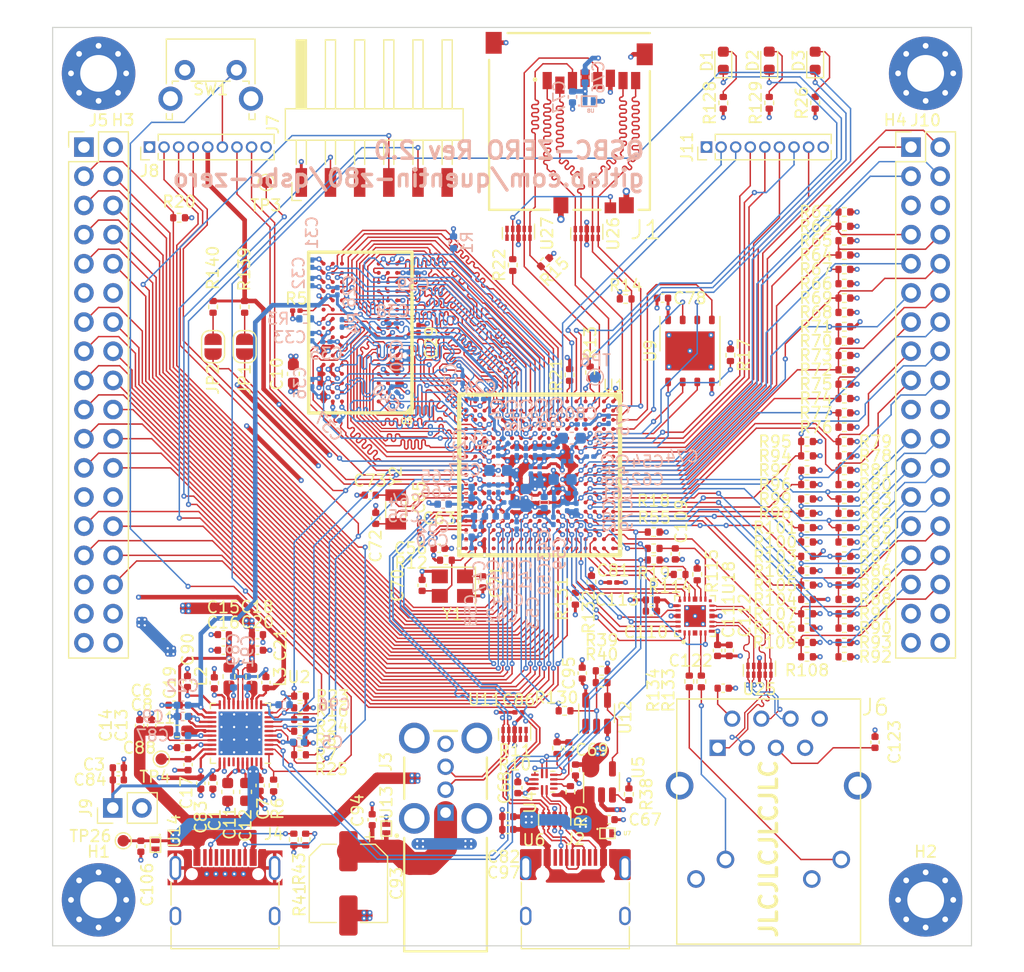
<source format=kicad_pcb>
(kicad_pcb (version 20211014) (generator pcbnew)
  (layers (0 "F.Cu" signal) (1 "In1.Cu" signal) (2 "In2.Cu" signal) (31 "B.Cu" signal) (34 "B.Paste" user) (35 "F.Paste" user) (36 "B.SilkS" user "B.Silkscreen") (37 "F.SilkS" user "F.Silkscreen") (38 "B.Mask" user) (39 "F.Mask" user) (44 "Edge.Cuts" user))
  (net 0 "")
  (net 1 "/USB/VDD_USB_CAP")
  (net 2 "/Control/XTALI")
  (net 3 "/Control/XTALO")
  (net 4 "/Control/RTC_XTALI")
  (net 5 "/Control/RTC_XTALO")
  (net 6 "/Storage/SD1_DATA2")
  (net 7 "/Storage/SD1_DATA3")
  (net 8 "/Storage/SD1_CMD")
  (net 9 "/Storage/SD1_CLK")
  (net 10 "/Storage/SD1_DATA0")
  (net 11 "/Storage/SD1_DATA1")
  (net 12 "/DDR/DRAM_RESET_B")
  (net 13 "/DDR/DRAM_ZQPAD")
  (net 14 "/DDR/DRAM_SDCKE0")
  (net 15 "/DDR/DRAM_SDCLK0_P")
  (net 16 "/DDR/DRAM_SDCLK0_N")
  (net 17 "/DDR/DDR_ZQ")
  (net 18 "/Power/VCORE")
  (net 19 "Net-(R9-Pad2)")
  (net 20 "/Power/VDIG")
  (net 21 "/Power/VSYS")
  (net 22 "Net-(R10-Pad2)")
  (net 23 "/Storage/SD1_CLK_R")
  (net 25 "/Storage/QSPI_nCS")
  (net 26 "/Storage/QSPI_DATA0")
  (net 27 "/Storage/QSPI_DATA3")
  (net 28 "/Storage/QSPI_DATA2")
  (net 30 "/Storage/QSPI_DATA1")
  (net 31 "/Storage/QSPI_SCLK")
  (net 32 "/Power/LDO1_1V8")
  (net 33 "/IMX6ULL Power/VDD_SOC_CAP")
  (net 34 "/IMX6ULL Power/VDD_SNVS_CAP")
  (net 35 "/DDR/DRAM_A14")
  (net 36 "/DDR/DRAM_A6")
  (net 37 "/IMX6ULL Power/NVCC_PLL_OUT")
  (net 38 "/IMX6ULL Power/VDD_ARM_CAP")
  (net 39 "Net-(D2-Pad2)")
  (net 40 "Net-(L1-Pad1)")
  (net 41 "/DDR/DRAM_SDBA1")
  (net 42 "/DDR/DRAM_A1")
  (net 43 "/DDR/DRAM_A13")
  (net 44 "/DDR/DRAM_A7")
  (net 46 "DDR_VREF")
  (net 47 "/USB/CC1")
  (net 48 "/SNVS_3V3")
  (net 49 "/Peripherals/BT_CFG1[0]")
  (net 50 "/DDR/DRAM_WE_B")
  (net 51 "/DDR/DRAM_CAS_B")
  (net 53 "/DDR/DRAM_A8")
  (net 54 "/Peripherals/BT_CFG1[1]")
  (net 55 "/Peripherals/LED_0")
  (net 56 "/Peripherals/BT_CFG1[2]")
  (net 57 "/DDR/DRAM_A2")
  (net 58 "/DDR/DRAM_SDBA2")
  (net 59 "/DDR/DRAM_A11")
  (net 60 "/DDR/DRAM_A4")
  (net 61 "/DDR/DRAM_A15")
  (net 62 "SD1_CD")
  (net 63 "/DDR/DRAM_A5")
  (net 64 "/DDR/DRAM_A9")
  (net 65 "/DDR/DRAM_A12")
  (net 66 "/DDR/DRAM_A0")
  (net 67 "/Control/UART1_TX")
  (net 68 "/DDR/DRAM_SDBA0")
  (net 69 "/DDR/DRAM_A3")
  (net 70 "/DDR/DRAM_A10")
  (net 71 "/DDR/DRAM_RAS_B")
  (net 72 "/Control/UART1_RX")
  (net 73 "/DDR/DRAM_ODT0")
  (net 74 "/DDR/DRAM_CS0_B")
  (net 75 "/Control/UART1_RTS")
  (net 80 "/Control/UART1_CTS")
  (net 81 "/Peripherals/BT_CFG1[3]")
  (net 82 "/DDR/DRAM_D13")
  (net 83 "/DDR/DRAM_D12")
  (net 84 "/DDR/DRAM_SDQS0_P")
  (net 85 "/DDR/DRAM_SDQS0_N")
  (net 89 "/Peripherals/BT_CFG1[4]")
  (net 92 "/DDR/DRAM_D15")
  (net 93 "/DDR/DRAM_D14")
  (net 94 "/DDR/DRAM_D11")
  (net 96 "/Peripherals/BT_CFG1[5]")
  (net 98 "/DDR/DRAM_SDQS1_P")
  (net 99 "/DDR/DRAM_SDQS1_N")
  (net 100 "/DDR/DRAM_DQM1")
  (net 101 "/DDR/DRAM_D0")
  (net 102 "/DDR/DRAM_D6")
  (net 103 "/DDR/DRAM_D2")
  (net 104 "/DDR/DRAM_DQM0")
  (net 105 "/DDR/DRAM_D5")
  (net 106 "/Peripherals/BT_CFG1[6]")
  (net 107 "/Peripherals/BT_CFG1[7]")
  (net 108 "/USB/VBUS_1")
  (net 109 "/Peripherals/BT_CFG2[0]")
  (net 110 "/Peripherals/BT_CFG2[1]")
  (net 111 "/DDR/DRAM_D8")
  (net 112 "/DDR/DRAM_D9")
  (net 113 "/DDR/DRAM_D7")
  (net 114 "/DDR/DRAM_D10")
  (net 115 "/DDR/DRAM_D1")
  (net 116 "/DDR/DRAM_D3")
  (net 117 "/DDR/DRAM_D4")
  (net 118 "/Peripherals/BT_CFG2[2]")
  (net 119 "/Peripherals/BT_CFG2[3]")
  (net 121 "/Peripherals/BT_CFG2[4]")
  (net 122 "/Peripherals/BT_CFG2[5]")
  (net 123 "/Peripherals/BT_CFG2[6]")
  (net 128 "/Peripherals/BT_CFG2[7]")
  (net 129 "/Peripherals/BT_CFG4[0]")
  (net 130 "/Peripherals/BT_CFG4[1]")
  (net 131 "Net-(D1-Pad2)")
  (net 135 "/Peripherals/BT_CFG4[2]")
  (net 136 "GND")
  (net 137 "/Peripherals/LED_2")
  (net 138 "/USB/USB1D_P")
  (net 139 "/USB/CC2")
  (net 141 "/USB/USB1D_N")
  (net 144 "Net-(J4-PadB5)")
  (net 149 "Net-(J4-PadA5)")
  (net 151 "Net-(R38-Pad1)")
  (net 152 "/Peripherals/BT_CFG4[3]")
  (net 153 "/Peripherals/LED_1")
  (net 154 "/USB/USB2D_N")
  (net 155 "/USB/USB2D_P")
  (net 156 "Net-(R40-Pad1)")
  (net 157 "/Peripherals/LCD_CLK")
  (net 158 "/Peripherals/BT_CFG4[4]")
  (net 159 "/Peripherals/BT_CFG4[5]")
  (net 162 "/Peripherals/BT_CFG4[6]")
  (net 163 "/Peripherals/BT_CFG4[7]")
  (net 164 "/Peripherals/LCD_ENABLE")
  (net 165 "/Peripherals/LCD_VSYNC")
  (net 166 "Net-(C122-Pad1)")
  (net 167 "Net-(C123-Pad1)")
  (net 168 "/Peripherals/LCD_HSYNC")
  (net 169 "PMIC_STBY_REQ")
  (net 171 "PMIC_ON_REQ")
  (net 173 "LDO2_3V3")
  (net 174 "/Peripherals/GPIO1_IO03")
  (net 175 "/Peripherals/GPIO1_IO04")
  (net 176 "/Peripherals/GPIO1_IO05")
  (net 177 "/Peripherals/GPIO1_IO06")
  (net 178 "/Peripherals/GPIO1_IO07")
  (net 179 "/Peripherals/GPIO1_IO08")
  (net 180 "/Peripherals/GPIO1_IO09")
  (net 181 "unconnected-(U11-Pad1)")
  (net 182 "unconnected-(U11-Pad2)")
  (net 184 "~{WDOG}")
  (net 185 "DDR_1V35")
  (net 186 "VSYS_5V")
  (net 188 "VDD_HIGH_CAP")
  (net 189 "VDD_ARM_SOC_IN")
  (net 190 "DCDC_3V3")
  (net 191 "SD_3V3_1V8")
  (net 192 "~{USB1_INT}")
  (net 193 "USB1_ID")
  (net 194 "/Ethernet/ENET1_TX_CLK_R")
  (net 195 "/Ethernet/ENET1_TX_CLK")
  (net 196 "/Ethernet/ENET1_MDIO")
  (net 197 "Net-(R115-Pad2)")
  (net 198 "/Ethernet/ENET1_MDC")
  (net 199 "/Ethernet/ENET1_RX_ER")
  (net 200 "/Ethernet/~{ENET1_RST}")
  (net 201 "/Ethernet/ENET1_TX_DATA1")
  (net 202 "/Ethernet/ENET1_TX_DATA0")
  (net 203 "/Ethernet/ENET1_CRS_DV")
  (net 204 "/Ethernet/ENET1_RX_DATA1")
  (net 205 "/Ethernet/ENET1_TX_EN")
  (net 206 "/Ethernet/ENET1_RX_DATA0")
  (net 208 "Net-(L2-Pad1)")
  (net 209 "Net-(L3-Pad1)")
  (net 214 "I2C4_SDA")
  (net 215 "I2C4_SCL")
  (net 220 "/Control/BOOT_MODE0")
  (net 221 "/Control/BOOT_MODE1")
  (net 223 "/Ethernet/RJ45_LED_Y")
  (net 224 "/Ethernet/RJ45_LED_G")
  (net 225 "/Ethernet/RJ45_RD_N")
  (net 226 "/Ethernet/RJ45_RD_P")
  (net 227 "/Ethernet/RJ45_TD_N")
  (net 228 "/Ethernet/RJ45_TD_P")
  (net 229 "/Ethernet/RJ45_LED_G_R")
  (net 230 "/Ethernet/RJ45_LED_Y_R")
  (net 231 "/Peripherals/USB1_ID_R")
  (net 232 "GPIO1_IO26")
  (net 233 "GPIO1_IO15")
  (net 234 "GPIO1_IO30")
  (net 235 "GPIO1_IO31")
  (net 236 "GPIO1_IO27")
  (net 237 "GPIO1_IO29")
  (net 238 "GPIO1_IO28")
  (net 239 "GPIO1_IO23")
  (net 240 "GPIO1_IO25")
  (net 241 "GPIO1_IO24")
  (net 242 "GPIO1_IO22")
  (net 243 "GPIO1_IO21")
  (net 244 "GPIO1_IO20")
  (net 245 "GPIO1_IO10")
  (net 246 "GPIO1_IO14")
  (net 247 "GPIO1_IO13")
  (net 248 "GPIO1_IO12")
  (net 249 "GPIO1_IO11")
  (net 250 "unconnected-(U27-Pad5)")
  (net 251 "/DDR/DRAM_SDCKE1")
  (net 252 "/Peripherals/SD1_CD_R")
  (net 253 "Net-(JP1-Pad2)")
  (net 254 "Net-(JP2-Pad2)")
  (net 255 "/Power/PWRON")
  (net 256 "~{PMIC_INT}")
  (net 257 "~{POR}")
  (net 258 "/Power/PMIC_ONOFF")
  (net 259 "/Peripherals/SD1_VSELECT")
  (net 264 "/Power/LICELL")
  (net 265 "IMX6_ONOFF")
  (net 266 "I2C2_SDA")
  (net 267 "/Storage/ECSPI4_SCLK")
  (net 268 "/Storage/ECSPI4_MOSI")
  (net 269 "/Storage/ECSPI4_MISO")
  (net 270 "/Storage/ECSPI4_CS0")
  (net 271 "/Storage/ECSPI4_CS1")
  (net 272 "I2C2_SCL")
  (net 273 "Net-(D3-Pad2)")
  (footprint "Resistor_SMD:R_0402_1005Metric" (layer "F.Cu") (at 201.12 112.65 -90)
    (fp_text reference "R115")
    (fp_text value "6.49K")
  )
  (footprint "Resistor_SMD:R_0402_1005Metric" (layer "F.Cu") (at 213.93 88.574876 180)
    (fp_text reference "R69")
    (fp_text value "10K")
  )
  (footprint "Resistor_SMD:R_0402_1005Metric" (layer "F.Cu") (at 211.39 71.57 90)
    (fp_text reference "R26")
    (fp_text value "1K")
  )
  (footprint "LED_SMD:LED_0603_1608Metric" (layer "F.Cu") (at 203.392951 67.9 90)
    (fp_text reference "D1")
    (fp_text value "LED_GREEN")
  )
  (footprint "Capacitor_SMD:C_0402_1005Metric" (layer "F.Cu") (at 159.08 122.09 90)
    (fp_text reference "C19")
    (fp_text value "10uF")
  )
  (footprint "Resistor_SMD:R_0402_1005Metric" (layer "F.Cu") (at 210.68 102.324876 180)
    (fp_text reference "R94")
    (fp_text value "10K")
  )
  (footprint "qsbc-zero:DFN100X60X45-2N" (layer "F.Cu") (at 153.95 136.2 -90)
    (fp_text reference "U14")
    (fp_text value "D5V0H1B2LP")
  )
  (footprint "Capacitor_SMD:C_0402_1005Metric" (layer "F.Cu") (at 198.1 88.58 180)
    (fp_text reference "C78")
    (fp_text value "0.1uF")
  )
  (footprint "Resistor_SMD:R_0402_1005Metric" (layer "F.Cu") (at 213.93 94.824876 180)
    (fp_text reference "R72")
    (fp_text value "10K")
  )
  (footprint "qsbc-zero:DFN100X60X45-2N" (layer "F.Cu") (at 174.05 134.785 90)
    (fp_text reference "U13")
    (fp_text value "D5V0H1B2LP")
  )
  (footprint "Resistor_SMD:R_0402_1005Metric" (layer "F.Cu") (at 201.48 121.97 -90)
    (fp_text reference "R133")
    (fp_text value "1K")
  )
  (footprint "Resistor_SMD:R_0402_1005Metric" (layer "F.Cu") (at 210.68 113.574876 180)
    (fp_text reference "R105")
    (fp_text value "10K")
  )
  (footprint "Capacitor_SMD:C_0402_1005Metric" (layer "F.Cu") (at 156.31 127.736028 180)
    (fp_text reference "C88")
    (fp_text value "1uF")
  )
  (footprint "Resistor_SMD:R_0402_1005Metric" (layer "F.Cu") (at 210.68 118.574876 180)
    (fp_text reference "R109")
    (fp_text value "10K")
  )
  (footprint "Capacitor_SMD:C_0402_1005Metric" (layer "F.Cu") (at 163.57 122.06 90)
    (fp_text reference "C21")
    (fp_text value "4.7uF")
  )
  (footprint "Resistor_SMD:R_0402_1005Metric" (layer "F.Cu") (at 210.68 109.824876 180)
    (fp_text reference "R100")
    (fp_text value "10K")
  )
  (footprint "qsbc-zero:J1B1211CCD" (layer "F.Cu") (at 207.34 134.1)
    (fp_text reference "J6")
    (fp_text value "J1B1211CCD")
  )
  (footprint "Resistor_SMD:R_0402_1005Metric" (layer "F.Cu") (at 213.93 103.574876 180)
    (fp_text reference "R81")
    (fp_text value "10K")
  )
  (footprint "TestPoint:TestPoint_Pad_D1.0mm" (layer "F.Cu") (at 151.15 135.85)
    (fp_text reference "TP26")
    (fp_text value "TestPoint")
  )
  (footprint "Capacitor_SMD:C_0402_1005Metric" (layer "F.Cu") (at 152.58 125.81 90)
    (fp_text reference "C14")
    (fp_text value "10uF")
  )
  (footprint "Jumper:SolderJumper-2_P1.3mm_Open_RoundedPad1.0x1.5mm" (layer "F.Cu") (at 158.968525 92.81 90)
    (fp_text reference "JP2")
    (fp_text value "Jumper_2_Open")
  )
  (footprint "Capacitor_SMD:C_0201_0603Metric" (layer "F.Cu") (at 176.86 91.26 90)
    (fp_text reference "C29")
    (fp_text value "0.22uF")
  )
  (footprint "Resistor_SMD:R_0402_1005Metric" (layer "F.Cu") (at 161.718525 89.34 -90)
    (fp_text reference "R139")
    (fp_text value "10K")
  )
  (footprint "Capacitor_SMD:C_0201_0603Metric" (layer "F.Cu") (at 176.92 108.62 -90)
    (fp_text reference "C85")
    (fp_text value "0.22uF")
  )
  (footprint "Package_TO_SOT_SMD:SOT-23-5" (layer "F.Cu") (at 192.36 124.738486 90)
    (fp_text reference "U12")
    (fp_text value "74LVC1G04")
  )
  (footprint "Resistor_SMD:R_0402_1005Metric" (layer "F.Cu") (at 195.17 131.8025 90)
    (fp_text reference "R38")
    (fp_text value "10K")
  )
  (footprint "Package_SON:USON-10_2.5x1.0mm_P0.5mm" (layer "F.Cu") (at 188.71 134 -90)
    (fp_text reference "U6")
    (fp_text value "TPD4EUSB30")
  )
  (footprint "Resistor_SMD:R_0402_1005Metric" (layer "F.Cu") (at 213.93 111.074876 180)
    (fp_text reference "R87")
    (fp_text value "10K")
  )
  (footprint "Resistor_SMD:R_0402_1005Metric" (layer "F.Cu") (at 213.93 99.824876 180)
    (fp_text reference "R76")
    (fp_text value "10K")
  )
  (footprint "Resistor_SMD:R_0402_1005Metric" (layer "F.Cu") (at 189.94 127.78 -90)
    (fp_text reference "R10")
    (fp_text value "10K")
  )
  (footprint "Capacitor_SMD:C_0402_1005Metric" (layer "F.Cu") (at 199.21 110.86 -90)
    (fp_text reference "C109")
    (fp_text value "18pF")
  )
  (footprint "Resistor_SMD:R_0402_1005Metric" (layer "F.Cu") (at 197.33 108.96 180)
    (fp_text reference "R18")
    (fp_text value "4.7K")
  )
  (footprint "Resistor_SMD:R_0402_1005Metric" (layer "F.Cu") (at 213.93 84.824876 180)
    (fp_text reference "R64")
    (fp_text value "10K")
  )
  (footprint "Capacitor_SMD:C_0402_1005Metric" (layer "F.Cu") (at 179 106.53 180)
    (fp_text reference "C63")
    (fp_text value "1uF")
  )
  (footprint "Resistor_SMD:R_0402_1005Metric" (layer "F.Cu") (at 210.68 114.824876 180)
    (fp_text reference "R104")
    (fp_text value "10K")
  )
  (footprint "Package_SON:USON-10_2.5x1.0mm_P0.5mm" (layer "F.Cu") (at 206.54 121 -90)
    (fp_text reference "U25")
    (fp_text value "TPD4EUSB30")
  )
  (footprint "Connector_USB:USB_C_Receptacle_HRO_TYPE-C-31-M-12" (layer "F.Cu") (at 190.51 141.35)
    (fp_text reference "J2")
    (fp_text value "USB4105")
  )
  (footprint "Capacitor_SMD:C_0402_1005Metric" (layer "F.Cu") (at 182.45 113.3 -90)
    (fp_text reference "C71")
    (fp_text value "16pF")
  )
  (footprint "Resistor_SMD:R_0402_1005Metric" (layer "F.Cu") (at 191.8 95.06 90)
    (fp_text reference "R13")
    (fp_text value "10R")
  )
  (footprint "Resistor_SMD:R_0402_1005Metric" (layer "F.Cu") (at 213.93 98.574876 180)
    (fp_text reference "R77")
    (fp_text value "10K")
  )
  (footprint "Connector_PinHeader_1.27mm:PinHeader_1x09_P1.27mm_Vertical" (layer "F.Cu") (at 153.43 75.42 90)
    (fp_text reference "J8")
    (fp_text value "Conn_01x09_Male")
  )
  (footprint "Resistor_SMD:R_0402_1005Metric" (layer "F.Cu") (at 213.93 82.324876 180)
    (fp_text reference "R62")
    (fp_text value "10K")
  )
  (footprint "Resistor_SMD:R_0402_1005Metric" (layer "F.Cu") (at 190.08 131.6 90)
    (fp_text reference "R9")
    (fp_text value "1M")
  )
  (footprint "Capacitor_SMD:C_0402_1005Metric" (layer "F.Cu") (at 185.5 131.22 90)
    (fp_text reference "C68")
    (fp_text value "0.1uF")
  )
  (footprint "Resistor_SMD:R_0402_1005Metric" (layer "F.Cu") (at 213.93 118.574876 180)
    (fp_text reference "R93")
    (fp_text value "10K")
  )
  (footprint "Resistor_SMD:R_0201_0603Metric" (layer "F.Cu") (at 166.22 89.67)
    (fp_text reference "R5")
    (fp_text value "240R")
  )
  (footprint "Resistor_SMD:R_0402_1005Metric" (layer "F.Cu") (at 192.8 122.073953 180)
    (fp_text reference "R40")
    (fp_text value "0R")
  )
  (footprint "Resistor_SMD:R_0402_1005Metric" (layer "F.Cu") (at 179.24 111.41 180)
    (fp_text reference "R12")
    (fp_text value "2.2M")
  )
  (footprint "Connector_USB:USB_C_Receptacle_HRO_TYPE-C-31-M-12" (layer "F.Cu") (at 160.01 141.35)
    (fp_text reference "J4")
    (fp_text value "USB4105")
  )
  (footprint "Resistor_SMD:R_0402_1005Metric" (layer "F.Cu") (at 207.39 71.564506 90)
    (fp_text reference "R129")
    (fp_text value "1K")
  )
  (footprint "qsbc-zero:MICRON-FBGA-96" (layer "F.Cu") (at 176.29 84.58 180)
    (fp_text reference "U3")
    (fp_text value "MT41K256M16" hide)
  )
  (footprint "Capacitor_SMD:C_0603_1608Metric" (layer "F.Cu") (at 161.8 131.59 -90)
    (fp_text reference "C12")
    (fp_text value "22uF")
  )
  (footprint "Resistor_SMD:R_0402_1005Metric" (layer "F.Cu") (at 190.51 114.77 90)
    (fp_text reference "R131")
    (fp_text value "2.49K")
  )
  (footprint "Capacitor_SMD:C_0603_1608Metric" (layer "F.Cu") (at 165.96 95.18 90)
    (fp_text reference "C10")
    (fp_text value "22uF")
  )
  (footprint "Resistor_SMD:R_0402_1005Metric" (layer "F.Cu") (at 197.33 111.39 180)
    (fp_text reference "R19")
    (fp_text value "4.7K")
  )
  (footprint "Inductor_SMD:L_0603_1608Metric" (layer "F.Cu") (at 162.35 121.57 90)
    (fp_text reference "L3")
    (fp_text value "1uH")
  )
  (footprint "Capacitor_SMD:C_0402_1005Metric" (layer "F.Cu") (at 162.83 117.89)
    (fp_text reference "C18")
    (fp_text value "10uF")
  )
  (footprint "Resistor_SMD:R_0402_1005Metric" (layer "F.Cu") (at 197.33 110.38)
    (fp_text reference "R55")
    (fp_text value "10R")
  )
  (footprint "Capacitor_SMD:C_0402_1005Metric" (layer "F.Cu") (at 155.58 124.04 180)
    (fp_text reference "C6")
    (fp_text value "1uF")
  )
  (footprint "Package_DFN_QFN:Texas_X2QFN-12_1.6x1.6mm_P0.4mm" (layer "F.Cu") (at 187.812312 130.702687 90)
    (fp_text reference "U4")
    (fp_text value "TUSB320")
  )
  (footprint "Resistor_SMD:R_0402_1005Metric" (layer "F.Cu") (at 158.968525 89.34 -90)
    (fp_text reference "R140")
    (fp_text value "10K")
  )
  (footprint "Resistor_SMD:R_0402_1005Metric" (layer "F.Cu") (at 213.93 116.074876 180)
    (fp_text reference "R91")
    (fp_text value "10K")
  )
  (footprint "Resistor_SMD:R_0402_1005Metric" (layer "F.Cu") (at 213.93 97.324876 180)
    (fp_text reference "R74")
    (fp_text value "10K")
  )
  (footprint "Capacitor_SMD:C_0402_1005Metric" (layer "F.Cu") (at 153.62 125.81 90)
    (fp_text reference "C13")
    (fp_text value "10uF")
  )
  (footprint "MountingHole:MountingHole_3.2mm_M3_Pad_Via" (layer "F.Cu") (at 221.01 69)
    (fp_text reference "H4")
    (fp_text value "MountingHole_Pad")
  )
  (footprint "Capacitor_SMD:C_0402_1005Metric" (layer "F.Cu") (at 190.52 129.69 -90)
    (fp_text reference "C69")
    (fp_text value "1uF")
  )
  (footprint "Resistor_SMD:R_0402_1005Metric" (layer "F.Cu") (at 210.68 104.824876 180)
    (fp_text reference "R96")
    (fp_text value "10K")
  )
  (footprint "Capacitor_SMD:C_0402_1005Metric" (layer "F.Cu") (at 150.72 129.49)
    (fp_text reference "C3")
    (fp_text value "10uF")
  )
  (footprint "Resistor_SMD:R_0402_1005Metric" (layer "F.Cu") (at 213.93 87.324876 180)
    (fp_text reference "R66")
    (fp_text value "10K")
  )
  (footprint "Capacitor_SMD:C_0402_1005Metric" (layer "F.Cu") (at 177.17 113.6 90)
    (fp_text reference "C70")
    (fp_text value "16pF")
  )
  (footprint "Capacitor_SMD:C_0402_1005Metric" (layer "F.Cu") (at 191.11 121.243953 90)
    (fp_text reference "C95")
    (fp_text value "0.1uF")
  )
  (footprint "Resistor_SMD:R_0402_1005Metric" (layer "F.Cu") (at 190.01 95.27 90)
    (fp_text reference "R21")
    (fp_text value "10K")
  )
  (footprint "Capacitor_SMD:C_0402_1005Metric" (layer "F.Cu") (at 157.9 130.84 -90)
    (fp_text reference "C83")
    (fp_text value "0.47uF")
  )
  (footprint "Capacitor_SMD:C_0402_1005Metric" (layer "F.Cu") (at 156.41 125.02 180)
    (fp_text reference "C8")
    (fp_text value "1uF")
  )
  (footprint "Resistor_SMD:R_0402_1005Metric" (layer "F.Cu") (at 166 135.74 -90)
    (fp_text reference "R43")
    (fp_text value "5.1K")
  )
  (footprint "Resistor_SMD:R_0402_1005Metric" (layer "F.Cu") (at 213.93 96.074876 180)
    (fp_text reference "R75")
    (fp_text value "10K")
  )
  (footprint "Capacitor_SMD:C_0402_1005Metric" (layer "F.Cu") (at 159.87 117.89 180)
    (fp_text reference "C15")
    (fp_text value "10uF")
  )
  (footprint "Connector_PinHeader_2.54mm:PinHeader_2x18_P2.54mm_Vertical" (layer "F.Cu") (at 147.725 75.425)
    (fp_text reference "J5")
    (fp_text value "Conn_02x18_Odd_Even")
  )
  (footprint "Capacitor_SMD:C_0402_1005Metric" (layer "F.Cu") (at 203.38 122.56)
    (fp_text reference "C122")
    (fp_text value "0.1uF")
  )
  (footprint "Capacitor_SMD:C_0402_1005Metric" (layer "F.Cu") (at 163.07 131.03 -90)
    (fp_text reference "C7")
    (fp_text value "2.2uF")
  )
  (footprint "TestPoint:TestPoint_Pad_D1.0mm" (layer "F.Cu") (at 163.6 78.5)
    (fp_text reference "TP3")
    (fp_text value "TestPoint")
  )
  (footprint "Capacitor_SMD:C_0402_1005Metric" (layer "F.Cu") (at 197.13 115.85 180)
    (fp_text reference "C110")
    (fp_text value "10uF")
  )
  (footprint "Capacitor_SMD:C_0402_1005Metric" (layer "F.Cu") (at 184.63 134.86 180)
    (fp_text reference "C97")
    (fp_text value "0.1uF")
  )
  (footprint "Resistor_SMD:R_0402_1005Metric" (layer "F.Cu") (at 213.93 91.074876 180)
    (fp_text reference "R71")
    (fp_text value "10K")
  )
  (footprint "Resistor_SMD:R_0402_1005Metric" (layer "F.Cu") (at 213.93 86.074876 180)
    (fp_text reference "R67")
    (fp_text value "10K")
  )
  (footprint "Resistor_SMD:R_0402_1005Metric" (layer "F.Cu") (at 210.68 106.074876 180)
    (fp_text reference "R99")
    (fp_text value "10K")
  )
  (footprint "Resistor_SMD:R_0402_1005Metric" (layer "F.Cu") (at 166.54 125.29 180)
    (fp_text reference "R24")
    (fp_text value "100K")
  )
  (footprint "Resistor_SMD:R_0402_1005Metric" (layer "F.Cu") (at 213.93 117.324876 180)
    (fp_text reference "R90")
    (fp_text value "10K")
  )
  (footprint "Connector_PinHeader_1.27mm:PinHeader_1x09_P1.27mm_Vertical" (layer "F.Cu") (at 201.93 75.42 90)
    (fp_text reference "J11")
    (fp_text value "Conn_01x09_Male")
  )
  (footprint "Resistor_SMD:R_0402_1005Metric" (layer "F.Cu") (at 203.390245 71.57 90)
    (fp_text reference "R128")
    (fp_text value "1K")
  )
  (footprint "qsbc-zero:XCVR_DP83825IRMQR" (layer "F.Cu") (at 200.93 116.2725 90)
    (fp_text reference "U18")
    (fp_text value "DP83825")
  )
  (footprint "Capacitor_SMD:C_0402_1005Metric" (layer "F.Cu") (at 173.13 107.76 90)
    (fp_text reference "C72")
    (fp_text value "18pF")
  )
  (footprint "Capacitor_SMD:C_0402_1005Metric" (layer "F.Cu") (at 216.6 127.27 90)
    (fp_text reference "C123")
    (fp_text value "0.1uF")
  )
  (footprint "qsbc-zero:GCT_MEM2051-00-195-00-A_REVC" (layer "F.Cu") (at 190 73.29 180)
    (fp_text reference "J1")
    (fp_text value "Micro_SD_Card_Det1")
  )
  (footprint "Button_Switch_THT:SW_Tactile_SPST_Angled_PTS645Vx58-2LFS" (layer "F.Cu") (at 156.51 68.7125)
    (fp_text reference "SW1")
    (fp_text value "SW_Push")
  )
  (footprint "Inductor_SMD:L_0603_1608Metric" (layer "F.Cu") (at 155.85 126.29 180)
    (fp_text reference "L1")
    (fp_text value "1uH")
  )
  (footprint "Resistor_SMD:R_0402_1005Metric" (layer "F.Cu") (at 210.68 111.074876 180)
    (fp_text reference "R103")
    (fp_text value "10K")
  )
  (footprint "Capacitor_SMD:C_0402_1005Metric" (layer "F.Cu") (at 159.87 119.25 180)
    (fp_text reference "C16")
    (fp_text value "10uF")
  )
  (footprint "Resistor_SMD:R_0402_1005Metric" (layer "F.Cu") (at 156.01 81.58)
    (fp_text reference "R20")
    (fp_text value "10K")
  )
  (footprint "Connector_PinHeader_2.54mm:PinHeader_2x18_P2.54mm_Vertical" (layer "F.Cu") (at 219.735 75.425)
    (fp_text reference "J10")
    (fp_text value "Conn_02x18_Odd_Even")
  )
  (footprint "Resistor_SMD:R_0402_1005Metric" (layer "F.Cu") (at 213.93 92.324876 180)
    (fp_text reference "R70")
    (fp_text value "10K")
  )
  (footprint "Crystal:Crystal_SMD_3215-2Pin_3.2x1.5mm" (layer "F.Cu") (at 174.87 106.99 -90)
    (fp_text reference "Y2")
    (fp_text value "32.768kHz")
  )
  (footprint "Capacitor_SMD:C_0201_0603Metric" (layer "F.Cu") (at 193.8 113.35)
    (fp_text reference "C81")
    (fp_text value "0.22uF")
  )
  (footprint "Crystal:Crystal_SMD_3225-4Pin_3.2x2.5mm" (layer "F.Cu") (at 179.81 113.67 180)
    (fp_text reference "Y1")
    (fp_text value "24Mhz")
  )
  (footprint "Capacitor_SMD:CP_Elec_6.3x4.9" (layer "F.Cu") (at 170.75 139.56 -90)
    (fp_text reference "C93")
    (fp_text value "120uF")
  )
  (footprint "Resistor_SMD:R_0402_1005Metric" (layer "F.Cu") (at 167.03 135.74 -90)
    (fp_text reference "R41")
    (fp_text value "5.1K")
  )
  (footprint "Connector_Harwin:Harwin_M20-89006xx_1x06_P2.54mm_Horizontal" (layer "F.Cu") (at 173 72.98 90)
    (fp_text reference "J7")
    (fp_text value "Conn_01x06_Male")
  )
  (footprint "Package_DFN_QFN:QFN-40-1EP_5x5mm_P0.4mm_EP3.8x3.8mm_ThermalVias" (layer "F.Cu") (at 161.35 126.49 180)
    (fp_text reference "U2")
    (fp_text value "MC32PF1510A6EP")
  )
  (footprint "Resistor_SMD:R_0402_1005Metric" (layer "F.Cu") (at 213.93 89.824876 180)
    (fp_text reference "R68")
    (fp_text value "10K")
  )
  (footprint "Resistor_SMD:R_0402_1005Metric" (layer "F.Cu") (at 213.93 114.824876 180)
    (fp_text reference "R88")
    (fp_text value "10K")
  )
  (footprint "Resistor_SMD:R_0402_1005Metric" (layer "F.Cu") (at 204.01 93.55 -90)
    (fp_text reference "R17")
    (fp_text value "10K")
  )
  (footprint "Resistor_SMD:R_0402_1005Metric" (layer "F.Cu") (at 213.93 106.074876 180)
    (fp_text reference "R83")
    (fp_text value "10K")
  )
  (footprint "Resistor_SMD:R_0402_1005Metric" (layer "F.Cu") (at 210.68 103.574876 180)
    (fp_text reference "R97")
    (fp_text value "10K")
  )
  (footprint "Capacitor_SMD:C_0402_1005Metric" (layer "F.Cu") (at 150.72 130.55)
    (fp_text reference "C84")
    (fp_text value "10uF")
  )
  (footprint "Capacitor_SMD:C_0402_1005Metric" (layer "F.Cu") (at 197.13 114.87 180)
    (fp_text reference "C113")
    (fp_text value "1uF")
  )
  (footprint "Capacitor_SMD:C_0402_1005Metric" (layer "F.Cu") (at 172.82 134.0175 90)
    (fp_text reference "C94")
    (fp_text value "0.1uF")
  )
  (footprint "Capacitor_SMD:C_0603_1608Metric" (layer "F.Cu") (at 160.24 131.595 -90)
    (fp_text reference "C11")
    (fp_text value "22uF")
  )
  (footprint "Resistor_SMD:R_0402_1005Metric" (layer "F.Cu") (at 199.59 112.65 180)
    (fp_text reference "R114")
    (fp_text value "2.2K")
  )
  (footprint "MountingHole:MountingHole_3.2mm_M3_Pad_Via" (layer "F.Cu") (at 221.01 141)
    (fp_text reference "H2")
    (fp_text value "MountingHole_Pad")
  )
  (footprint "Resistor_SMD:R_0402_1005Metric" (layer "F.Cu") (at 213.93 101.074876 180)
    (fp_text reference "R79")
    (fp_text value "10K")
  )
  (footprint "Capacitor_SMD:C_0402_1005Metric" (layer "F.Cu") (at 178.65 110.38 180)
    (fp_text reference "C56")
    (fp_text value "1uF")
  )
  (footprint "Resistor_SMD:R_0402_1005Metric" (layer "F.Cu") (at 210.68 107.324876 180)
    (fp_text reference "R98")
    (fp_text value "10K")
  )
  (footprint "Resistor_SMD:R_0402_1005Metric" (layer "F.Cu") (at 213.93 113.574876 180)
    (fp_text reference "R89")
    (fp_text value "10K")
  )
  (footprint "qsbc-zero:SAMTEC_USB-A-S-X-X-VU" (layer "F.Cu") (at 179.21 130.4 90)
    (fp_text reference "J3")
    (fp_text value "USB-A-S-F-B-VU")
  )
  (footprint "Resistor_SMD:R_0402_1005Metric" (layer "F.Cu") (at 213.93 102.324876 180)
    (fp_text reference "R78")
    (fp_text value "10K")
  )
  (footprint "Inductor_SMD:L_0603_1608Metric" (layer "F.Cu") (at 160.35 121.54 90)
    (fp_text reference "L2")
    (fp_text value "1uH")
  )
  (footprint "Resistor_SMD:R_0402_1005Metric" (layer "F.Cu") (at 189.57 124.53)
    (fp_text reference "R130")
    (fp_text value "0R")
  )
  (footprint "Capacitor_SMD:C_0402_1005Metric" (layer "F.Cu") (at 202.89 119.27 -90)
    (fp_text reference "C111")
    (fp_text value "10uF")
  )
  (footprint "Resistor_SMD:R_0402_1005Metric" (layer "F.Cu") (at 210.68 119.824876 180)
    (fp_text reference "R108")
    (fp_text value "10K")
  )
  (footprint "Package_SON:USON-10_2.5x1.0mm_P0.5mm" (layer "F.Cu") (at 191.503854 82.955 -90)
    (fp_text reference "U26")
    (fp_text value "TPD4EUSB30")
  )
  (footprint "Resistor_SMD:R_0402_1005Metric" (layer "F.Cu") (at 213.93 81.074876 180)
    (fp_text reference "R63")
    (fp_text value "10K")
  )
  (footprint "MountingHole:MountingHole_3.2mm_M3_Pad_Via" (layer "F.Cu") (at 149 141)
    (fp_text reference "H1")
    (fp_text value "MountingHole_Pad")
  )
  (footprint "Package_TO_SOT_SMD:SOT-23-5" (layer "F.Cu") (at 192.79 130.7225 90)
    (fp_text reference "U5")
    (fp_text value "AP22811B")
  )
  (footprint "MountingHole:MountingHole_3.2mm_M3_Pad_Via" (layer "F.Cu") (at 149 69)
    (fp_text reference "H3")
    (fp_text value "MountingHole_Pad")
  )
  (footprint "Resistor_SMD:R_0402_1005Metric" (layer "F.Cu") (at 213.93 107.324876 180)
    (fp_text reference "R82")
    (fp_text value "10K")
  )
  (footprint "Resistor_SMD:R_0402_1005Metric" (layer "F.Cu") (at 213.93 112.324876 180)
    (fp_text reference "R86")
    (fp_text value "10K")
  )
  (footprint "Resistor_SMD:R_0402_1005Metric" (layer "F.Cu") (at 166.54 128.36)
    (fp_text reference "R25")
    (fp_text value "0R")
  )
  (footprint "Connector_PinHeader_2.54mm:PinHeader_1x02_P2.54mm_Vertical" (layer "F.Cu") (at 150.235 132.99 90)
    (fp_text reference "J9")
    (fp_text value "Conn_01x02_Male")
  )
  (footprint "Resistor_SMD:R_0402_1005Metric" (layer "F.Cu") (at 213.93 108.574876 180)
    (fp_text reference "R85")
    (fp_text value "10K")
  )
  (footprint "Resistor_SMD:R_0402_1005Metric" (layer "F.Cu") (at 210.68 101.074876 180)
    (fp_text reference "R95")
    (fp_text value "10K")
  )
  (footprint "Capacitor_SMD:C_0402_1005Metric" (layer "F.Cu") (at 184.63 133.75 180)
    (fp_text reference "C82")
    (fp_text value "10uF")
  )
  (footprint "qsbc-zero:SOT1534-2" (layer "F.Cu") (at 187.4 103.98 -90)
    (fp_text reference "U1")
    (fp_text value "MX6UL-VM" hide)
  )
  (footprint "Resistor_SMD:R_0402_1005Metric" (layer "F.Cu") (at 166.54 124.27 180)
    (fp_text reference "R16")
    (fp_text value "100K")
  )
  (footprint "Capacitor_SMD:C_0402_1005Metric" (layer "F.Cu") (at 162.83 119.25)
    (fp_text reference "C20")
    (fp_text value "10uF")
  )
  (footprint "Resistor_SMD:R_0402_1005Metric" (layer "F.Cu") (at 213.93 83.574876 180)
    (fp_text reference "R65")
    (fp_text value "10K")
  )
  (footprint "Resistor_SMD:R_0402_1005Metric" (layer "F.Cu") (at 213.93 93.574876 180)
    (fp_text reference "R73")
    (fp_text value "10K")
  )
  (footprint "Resistor_SMD:R_0402_1005Metric" (layer "F.Cu") (at 166.54 127.34 180)
    (fp_text reference "R7")
    (fp_text value "100K")
  )
  (footprint "Capacitor_SMD:C_0402_1005Metric" (layer "F.Cu") (at 193.44 134.01)
    (fp_text reference "C67")
    (fp_text value "0.1uF")
  )
  (footprint "Resistor_SMD:R_0402_1005Metric" (layer "F.Cu") (at 191.91 113.29 -90)
    (fp_text reference "R132")
    (fp_text value "2.49K")
  )
  (footprint "TestPoint:TestPoint_Pad_D1.0mm" (layer "F.Cu") (at 154.46 128.73)
    (fp_text reference "TP4")
    (fp_text value "TestPoint")
  )
  (footprint "Capacitor_SMD:C_0402_1005Metric" (layer "F.Cu") (at 156.74 121.98 90)
    (fp_text reference "C90")
    (fp_text value "1uF")
  )
  (footprint "LED_SMD:LED_0603_1608Metric" (layer "F.Cu") (at 207.39 67.894506 90)
    (fp_text reference "D2")
    (fp_text value "LED_ORANGE")
  )
  (footprint "Package_SON:WSON-8-1EP_6x5mm_P1.27mm_EP3.4x4.3mm" (layer "F.Cu") (at 200.49 93.18 90)
    (fp_text reference "U9")
    (fp_text value "W25Q512JVEIQ")
  )
  (footprint "Resistor_SMD:R_0402_1005Metric" (layer "F.Cu") (at 188.92 127.78 -90)
    (fp_text reference "R11")
    (fp_text value "10K")
  )
  (footprint "Resistor_SMD:R_0402_1005Metric" (layer "F.Cu") (at 210.68 112.324876 180)
    (fp_text reference "R102")
    (fp_text value "10K")
  )
  (footprint "Jumper:SolderJumper-2_P1.3mm_Open_RoundedPad1.0x1.5mm" (layer "F.Cu") (at 161.718525 92.81 90)
    (fp_text reference "JP1")
    (fp_text value "Jumper_2_Open")
  )
  (footprint "Resistor_SMD:R_0402_1005Metric" (layer "F.Cu") (at 192.8 121.043953 180)
    (fp_text reference "R39")
    (fp_text value "10K")
  )
  (footprint "Capacitor_SMD:C_0402_1005Metric" (layer "F.Cu") (at 158.95 130.84 -90)
    (fp_text reference "C1")
    (fp_text value "0.1uF")
  )
  (footprint "LED_SMD:LED_0603_1608Metric" (layer "F.Cu") (at 211.39 67.9 90)
    (fp_text reference "D3")
    (fp_text value "LED_YELLOW")
  )
  (footprint "Capacitor_SMD:C_0201_0603Metric" (layer "F.Cu") (at 185.57 124.66)
    (fp_text reference "C86")
    (fp_text value "0.22uF")
  )
  (footprint "Resistor_SMD:R_0402_1005Metric" (layer "F.Cu") (at 164.24 131.03 90)
    (fp_text reference "R6")
    (fp_text value "100K")
  )
  (footprint "Resistor_SMD:R_0402_1005Metric" (layer "F.Cu") (at 210.68 117.324876 180)
    (fp_text reference "R106")
    (fp_text value "10K")
  )
  (footprint "Resistor_SMD:R_0402_1005Metric" (layer "F.Cu") (at 213.93 119.824876 180)
    (fp_text reference "R92")
    (fp_text value "10K")
  )
  (footprint "Capacitor_SMD:C_0402_1005Metric" (layer "F.Cu") (at 203.91 119.27 -90)
    (fp_text reference "C112")
    (fp_text value "1uF")
  )
  (footprint "Resistor_SMD:R_0402_1005Metric" (layer "F.Cu") (at 166.54 123.25 180)
    (fp_text reference "R23")
    (fp_text value "100K")
  )
  (footprint "Resistor_SMD:R_0402_1005Metric" (layer "F.Cu") (at 187.870624 85.449376 -135)
    (fp_text reference "R15")
    (fp_text value "10K")
  )
  (footprint "Resistor_SMD:R_0402_1005Metric" (layer "F.Cu") (at 210.68 116.074876 180)
    (fp_text reference "R107")
    (fp_text value "10K")
  )
  (footprint "qsbc-zero:DFN100X60X45-2N" (layer "F.Cu") (at 193.3075 135.2)
    (fp_text reference "U7")
    (fp_text value "D5V0H1B2LP")
  )
  (footprint "Resistor_SMD:R_0402_1005Metric" (layer "F.Cu") (at 185.06 85.7 90)
    (fp_text reference "R22")
    (fp_text value "0R")
  )
  (footprint "Resistor_SMD:R_0402_1005Metric" (layer "F.Cu") (at 166.54 126.31 180)
    (fp_text reference "R8")
    (fp_text value "100K")
  )
  (footprint "Capacitor_SMD:C_0402_1005Metric" (layer "F.Cu") (at 152.68 136.33 -90)
    (fp_text reference "C106")
    (fp_text value "0.1uF")
  )
  (footprint "Resistor_SMD:R_0402_1005Metric" (layer "F.Cu") (at 213.93 109.824876 180)
    (fp_text reference "R84")
    (fp_text value "10K")
  )
  (footprint "Capacitor_SMD:C_0402_1005Metric" (layer "F.Cu") (at 172.65 105.74 180)
    (fp_text reference "C73")
    (fp_text value "18pF")
  )
  (footprint "Capacitor_SMD:C_0402_1005Metric" (layer "F.Cu") (at 156.79 129.22 -90)
    (fp_text reference "C17")
    (fp_text value "4.7uF")
  )
  (footprint "Package_SON:USON-10_2.5x1.0mm_P0.5mm" (layer "F.Cu") (at 185.558864 82.935 -90)
    (fp_text reference "U27")
    (fp_text value "TPD4EUSB30")
  )
  (footprint "Resistor_SMD:R_0402_1005Metric" (layer "F.Cu") (at 200.43 121.97 -90)
    (fp_text reference "R134")
    (fp_text value "1K")
  )
  (footprint "Resistor_SMD:R_0402_1005Metric" (layer "F.Cu") (at 194.89 88.65)
    (fp_text reference "R14")
    (fp_text value "10K")
  )
  (footprint "Package_SON:USON-10_2.5x1.0mm_P0.5mm" (layer "F.Cu") (at 185.22 126.586257 -90)
    (fp_text reference "U11")
    (fp_text value "TPD4EUSB30")
  )
  (footprint "Resistor_SMD:R_0402_1005Metric" (layer "F.Cu") (at 213.93 104.824876 180)
    (fp_text reference "R80")
    (fp_text value "10K")
  )
  (footprint "Resistor_SMD:R_0402_1005Metric" (layer "F.Cu") (at 210.68 108.574876 180)
    (fp_text reference "R101")
    (fp_text value "10K")
  )
  (footprint "Capacitor_SMD:C_0201_0603Metric" (layer "B.Cu") (at 188.6 107.98 90)
    (fp_text reference "C50")
    (fp_text value "0.22uF")
  )
  (footprint "Resistor_SMD:R_0402_1005Metric" (layer "B.Cu") (at 179.9 83.72 90)
    (fp_text reference "R1")
    (fp_text value "10K")
  )
  (footprint "Capacitor_SMD:C_0201_0603Metric" (layer "B.Cu") (at 190.2 105.58)
    (fp_text reference "C61")
    (fp_text value "0.22uF")
  )
  (footprint "Resistor_SMD:R_0402_1005Metric" (layer "B.Cu") (at 166.99 90.38 180)
    (fp_text reference "R3")
    (fp_text value "10K")
  )
  (footprint "Resistor_SMD:R_0201_0603Metric" (layer "B.Cu") (at 170.19 90.78 90)
    (fp_text reference "R4")
    (fp_text value "470R")
  )
  (footprint "Capacitor_SMD:C_0402_1005Metric" (layer "B.Cu") (at 190.26 71.05 -90)
    (fp_text reference "C77")
    (fp_text value "0.1uF")
  )
  (footprint "Capacitor_SMD:C_0201_0603Metric" (layer "B.Cu") (at 185.41 101.98 -90)
    (fp_text reference "C4")
    (fp_text value "0.22uF")
  )
  (footprint "Capacitor_SMD:C_0201_0603Metric" (layer "B.Cu") (at 169.74 99.04 -45)
    (fp_text reference "C37")
    (fp_text value "0.22uF")
  )
  (footprint "Capacitor_SMD:C_0402_1005Metric" (layer "B.Cu") (at 161.95 122.02 90)
    (fp_text reference "C91")
    (fp_text value "4.7uF")
  )
  (footprint "Capacitor_SMD:C_0402_1005Metric" (layer "B.Cu") (at 165.15 124)
    (fp_text reference "C96")
    (fp_text value "1uF")
  )
  (footprint "Capacitor_SMD:C_0201_0603Metric" (layer "B.Cu") (at 181.48 110.66 -90)
    (fp_text reference "C58")
    (fp_text value "0.22uF")
  )
  (footprint "Capacitor_SMD:C_0402_1005Metric" (layer "B.Cu") (at 181 105.06 180)
    (fp_text reference "C65")
    (fp_text value "10uF")
  )
  (footprint "Capacitor_SMD:C_0201_0603Metric" (layer "B.Cu") (at 187.4 103.58 90)
    (fp_text reference "C45")
    (fp_text value "0.22uF")
  )
  (footprint "Capacitor_SMD:C_0201_0603Metric" (layer "B.Cu") (at 167.59 91.98 -90)
    (fp_text reference "C33")
    (fp_text value "0.22uF")
  )
  (footprint "TestPoint:TestPoint_Pad_D1.0mm" (layer "B.Cu") (at 192.25 95.45 180)
    (fp_text reference "TP6")
    (fp_text value "TestPoint")
  )
  (footprint "Capacitor_SMD:C_0201_0603Metric" (layer "B.Cu") (at 184.6 105.18 90)
    (fp_text reference "C51")
    (fp_text value "0.22uF")
  )
  (footprint "Capacitor_SMD:C_0201_0603Metric" (layer "B.Cu") (at 186.64 103.58 90)
    (fp_text reference "C46")
    (fp_text value "0.22uF")
  )
  (footprint "Capacitor_SMD:C_0201_0603Metric" (layer "B.Cu") (at 174.76 96.55 -45)
    (fp_text reference "C40")
    (fp_text value "0.22uF")
  )
  (footprint "Capacitor_SMD:C_0201_0603Metric" (layer "B.Cu") (at 189.8 102.78)
    (fp_text reference "C54")
    (fp_text value "0.22uF")
  )
  (footprint "Resistor_SMD:R_0201_0603Metric" (layer "B.Cu") (at 184.43 101.01 -45)
    (fp_text reference "R2")
    (fp_text value "240R")
  )
  (footprint "Capacitor_SMD:C_0201_0603Metric" (layer "B.Cu") (at 190.6 106.78 90)
    (fp_text reference "C79")
    (fp_text value "0.22uF")
  )
  (footprint "Capacitor_SMD:C_0201_0603Metric" (layer "B.Cu") (at 187.8 101.98 -90)
    (fp_text reference "C26")
    (fp_text value "0.22uF")
  )
  (footprint "Capacitor_SMD:C_0201_0603Metric" (layer "B.Cu") (at 188.67 106.38 -90)
    (fp_text reference "C59")
    (fp_text value "0.22uF")
  )
  (footprint "Capacitor_SMD:C_0201_0603Metric" (layer "B.Cu") (at 184.6 106.38)
    (fp_text reference "C44")
    (fp_text value "0.22uF")
  )
  (footprint "Capacitor_SMD:C_0201_0603Metric" (layer "B.Cu") (at 167.59 85.58 90)
    (fp_text reference "C31")
    (fp_text value "0.22uF")
  )
  (footprint "Capacitor_SMD:C_0201_0603Metric" (layer "B.Cu") (at 185.4 108.38 -90)
    (fp_text reference "C53")
    (fp_text value "0.22uF")
  )
  (footprint "Capacitor_SMD:C_0402_1005Metric" (layer "B.Cu") (at 191.36 69.33 90)
    (fp_text reference "C76")
    (fp_text value "10uF")
  )
  (footprint "Capacitor_SMD:C_0402_1005Metric" (layer "B.Cu") (at 156.31 126.69 180)
    (fp_text reference "C87")
    (fp_text value "4.7uF")
  )
  (footprint "Capacitor_SMD:C_0402_1005Metric" (layer "B.Cu") (at 181 109.39 180)
    (fp_text reference "C60")
    (fp_text value "10uF")
  )
  (footprint "Capacitor_SMD:C_0201_0603Metric" (layer "B.Cu") (at 181.99 108.49 180)
    (fp_text reference "C52")
    (fp_text value "0.22uF")
  )
  (footprint "Capacitor_SMD:C_0201_0603Metric" (layer "B.Cu") (at 193.4 99.18 90)
    (fp_text reference "C75")
    (fp_text value "0.22uF")
  )
  (footprint "Capacitor_SMD:C_0201_0603Metric" (layer "B.Cu") (at 176.39 86.38)
    (fp_text reference "C39")
    (fp_text value "0.22uF")
  )
  (footprint "Capacitor_SMD:C_0201_0603Metric" (layer "B.Cu") (at 188.6 101.98 -90)
    (fp_text reference "C25")
    (fp_text value "0.22uF")
  )
  (footprint "Capacitor_SMD:C_0603_1608Metric" (layer "B.Cu") (at 186.21 105.98 -90)
    (fp_text reference "C41")
    (fp_text value "22uF")
  )
  (footprint "Capacitor_SMD:C_0201_0603Metric" (layer "B.Cu") (at 182.2 97.38 180)
    (fp_text reference "C24")
    (fp_text value "0.22uF")
  )
  (footprint "Capacitor_SMD:C_0201_0603Metric" (layer "B.Cu") (at 174.59 90.78)
    (fp_text reference "C38")
    (fp_text value "0.22uF")
  )
  (footprint "Capacitor_SMD:C_0201_0603Metric" (layer "B.Cu") (at 180.7 95.67 -90)
    (fp_text reference "C34")
    (fp_text value "0.22uF")
  )
  (footprint "Capacitor_SMD:C_0201_0603Metric" (layer "B.Cu") (at 191 99.58)
    (fp_text reference "C80")
    (fp_text value "0.22uF")
  )
  (footprint "Capacitor_SMD:C_0402_1005Metric" (layer "B.Cu") (at 179 106.53 180)
    (fp_text reference "C64")
    (fp_text value "1uF")
  )
  (footprint "Capacitor_SMD:C_0201_0603Metric" (layer "B.Cu") (at 186.2 101.98 90)
    (fp_text reference "C48")
    (fp_text value "0.22uF")
  )
  (footprint "Capacitor_SMD:C_0201_0603Metric" (layer "B.Cu") (at 169.79 87.98 90)
    (fp_text reference "C28")
    (fp_text value "0.22uF")
  )
  (footprint "Capacitor_SMD:C_0402_1005Metric" (layer "B.Cu") (at 160.75 122.02 90)
    (fp_text reference "C89")
    (fp_text value "4.7uF")
  )
  (footprint "qsbc-zero:DFN100X60X45-2N" (layer "B.Cu") (at 191.7075 71.43)
    (fp_text reference "U8")
    (fp_text value "D5V0H1B2LP")
  )
  (footprint "Capacitor_SMD:C_0402_1005Metric" (layer "B.Cu") (at 156.31 124.04 180)
    (fp_text reference "C22")
    (fp_text value "1uF")
  )
  (footprint "Capacitor_SMD:C_0402_1005Metric" (layer "B.Cu") (at 182.16 107.58 180)
    (fp_text reference "C55")
    (fp_text value "10uF")
  )
  (footprint "Capacitor_SMD:C_0201_0603Metric" (layer "B.Cu") (at 183.8 105.18 90)
    (fp_text reference "C49")
    (fp_text value "0.22uF")
  )
  (footprint "Capacitor_SMD:C_0201_0603Metric" (layer "B.Cu") (at 176.012646 93.58 -90)
    (fp_text reference "C30")
    (fp_text value "0.22uF")
  )
  (footprint "Capacitor_SMD:C_0201_0603Metric" (layer "B.Cu") (at 187 101.98 -90)
    (fp_text reference "C27")
    (fp_text value "0.22uF")
  )
  (footprint "Capacitor_SMD:C_0603_1608Metric" (layer "B.Cu") (at 190.2 100.78)
    (fp_text reference "C2")
    (fp_text value "22uF")
  )
  (footprint "Capacitor_SMD:C_0603_1608Metric" (layer "B.Cu") (at 189.4 104.38)
    (fp_text reference "C62")
    (fp_text value "22uF")
  )
  (footprint "Capacitor_SMD:C_0201_0603Metric" (layer "B.Cu") (at 183 105.18 90)
    (fp_text reference "C47")
    (fp_text value "0.22uF")
  )
  (footprint "Capacitor_SMD:C_0201_0603Metric" (layer "B.Cu") (at 168.83 92.38 180)
    (fp_text reference "C35")
    (fp_text value "0.22uF")
  )
  (footprint "Capacitor_SMD:C_0603_1608Metric" (layer "B.Cu") (at 183.8 103.59 180)
    (fp_text reference "C57")
    (fp_text value "22uF")
  )
  (footprint "Capacitor_SMD:C_0402_1005Metric" (layer "B.Cu") (at 181 105.98 180)
    (fp_text reference "C66")
    (fp_text value "0.1uF")
  )
  (footprint "Capacitor_SMD:C_0402_1005Metric" (layer "B.Cu") (at 187.8 106.38 -90)
    (fp_text reference "C43")
    (fp_text value "4.7uF")
  )
  (footprint "Capacitor_SMD:C_0201_0603Metric" (layer "B.Cu") (at 183.8 101.98 90)
    (fp_text reference "C23")
    (fp_text value "0.22uF")
  )
  (footprint "Capacitor_SMD:C_0402_1005Metric" (layer "B.Cu") (at 156.31 125.02 180)
    (fp_text reference "C9")
    (fp_text value "1uF")
  )
  (footprint "Capacitor_SMD:C_0201_0603Metric" (layer "B.Cu") (at 191.8 102.38)
    (fp_text reference "C74")
    (fp_text value "0.22uF")
  )
  (footprint "Capacitor_SMD:C_0402_1005Metric" (layer "B.Cu") (at 184.06 107.58)
    (fp_text reference "C42")
    (fp_text value "4.7uF")
  )
  (footprint "Capacitor_SMD:C_0201_0603Metric" (layer "B.Cu") (at 189.8 106.78 90)
    (fp_text reference "C92")
    (fp_text value "0.22uF")
  )
  (footprint "Capacitor_SMD:C_0402_1005Metric" (layer "B.Cu") (at 166.41 127.26)
    (fp_text reference "C5")
    (fp_text value "0.1uF")
  )
  (footprint "Capacitor_SMD:C_0201_0603Metric" (layer "B.Cu") (at 167.59 87.18 90)
    (fp_text reference "C32")
    (fp_text value "0.22uF")
  )
  (footprint "Capacitor_SMD:C_0201_0603Metric" (layer "B.Cu") (at 167.59 95.98 -90)
    (fp_text reference "C36")
    (fp_text value "0.22uF")
  )
  (gr_line (start 145 145) (end 145 65) (layer "Edge.Cuts") (width 0.1))
  (gr_line (start 145 145) (end 225 145) (layer "Edge.Cuts") (width 0.1))
  (gr_line (start 225 65) (end 225 145) (layer "Edge.Cuts") (width 0.1))
  (gr_line (start 145 65) (end 225 65) (layer "Edge.Cuts") (width 0.1))
  (gr_text "QSBC-ZERO Rev 2.0\ngitlab.com/quentin-z80/qsbc-zero" (at 196.68 76.92) (layer "B.SilkS") (effects (font (size 1.5 1.5) (thickness 0.3)) (justify left mirror)))
  (gr_text "JLCJLCJLCJLC" (at 207.34 136.55 90) (layer "F.SilkS") (effects (font (size 1.5 1.5) (thickness 0.3))))
  (segment (start 182.6 106.38) (end 182.2 106.78) (width 0.254) (layer "F.Cu") (net 1))
  (via (at 182.2 106.78) (size 0.45) (drill 0.2) (layers "F.Cu" "B.Cu") (net 1))
  (segment (start 181.48 105.98) (end 181.93 105.98) (width 0.254) (layer "B.Cu") (net 1))
  (segment (start 181.48 105.06) (end 181.48 105.98) (width 0.254) (layer "B.Cu") (net 1))
  (segment (start 182.2 106.25) (end 182.2 106.78) (width 0.254) (layer "B.Cu") (net 1))
  (segment (start 181.93 105.98) (end 182.2 106.25) (width 0.254) (layer "B.Cu") (net 1))
  (segment (start 179.75 111.41) (end 180.53 111.41) (width 0.127) (layer "F.Cu") (net 2))
  (segment (start 178.815 114.52) (end 178.71 114.52) (width 0.127) (layer "F.Cu") (net 2))
  (segment (start 180.53 111.41) (end 181.4 110.54) (width 0.127) (layer "F.Cu") (net 2))
  (segment (start 179.75 111.41) (end 179.75 113.585) (width 0.127) (layer "F.Cu") (net 2))
  (segment (start 181.4 110.54) (end 181.4 109.98) (width 0.127) (layer "F.Cu") (net 2))
  (segment (start 179.75 113.585) (end 178.815 114.52) (width 0.127) (layer "F.Cu") (net 2))
  (segment (start 178.71 114.08) (end 177.17 114.08) (width 0.127) (layer "F.Cu") (net 2))
  (segment (start 181.4 109.98) (end 181.8 109.58) (width 0.127) (layer "F.Cu") (net 2))
  (segment (start 182.45 112.82) (end 180.91 112.82) (width 0.127) (layer "F.Cu") (net 3))
  (segment (start 181.8 110.87) (end 181.8 110.38) (width 0.127) (layer "F.Cu") (net 3))
  (segment (start 180.91 112.82) (end 180.91 111.76) (width 0.127) (layer "F.Cu") (net 3))
  (segment (start 180.91 111.76) (end 181.8 110.87) (width 0.127) (layer "F.Cu") (net 3))
  (segment (start 174.88592 108.22408) (end 174.88592 107.38) (width 0.127) (layer "F.Cu") (net 4))
  (segment (start 175.14592 107.12) (end 176.33 107.12) (width 0.127) (layer "F.Cu") (net 4))
  (segment (start 173.13 108.24) (end 174.87 108.24) (width 0.127) (layer "F.Cu") (net 4))
  (segment (start 174.87 108.24) (end 174.88592 108.22408) (width 0.127) (layer "F.Cu") (net 4))
  (segment (start 174.88592 107.38) (end 175.14592 107.12) (width 0.127) (layer "F.Cu") (net 4))
  (segment (start 181.4 105.98) (end 181.8 105.58) (width 0.127) (layer "F.Cu") (net 4))
  (segment (start 177.47 105.98) (end 181.4 105.98) (width 0.127) (layer "F.Cu") (net 4))
  (segment (start 176.33 107.12) (end 177.47 105.98) (width 0.127) (layer "F.Cu") (net 4))
  (segment (start 174.87 105.74) (end 173.13 105.74) (width 0.127) (layer "F.Cu") (net 5))
  (segment (start 174.87 106.45) (end 175.14 106.72) (width 0.127) (layer "F.Cu") (net 5))
  (segment (start 177.3 105.58) (end 181 105.58) (width 0.127) (layer "F.Cu") (net 5))
  (segment (start 176.16 106.72) (end 177.3 105.58) (width 0.127) (layer "F.Cu") (net 5))
  (segment (start 175.14 106.72) (end 176.16 106.72) (width 0.127) (layer "F.Cu") (net 5))
  (segment (start 174.87 105.74) (end 174.87 106.45) (width 0.127) (layer "F.Cu") (net 5))
  (segment (start 187.765195 73.917402) (end 187.765195 73.972598) (width 0.127) (layer "F.Cu") (net 6))
  (segment (start 188.354805 76.367402) (end 188.354805 76.422598) (width 0.127) (layer "F.Cu") (net 6))
  (segment (start 188.768941 78.2274) (end 188.768941 78.227399) (width 0.127) (layer "F.Cu") (net 6))
  (segment (start 187.765195 71.817402) (end 187.765195 71.872598) (width 0.127) (layer "F.Cu") (net 6))
  (segment (start 187.912597 72.02) (end 188.207403 72.02) (width 0.127) (layer "F.Cu") (net 6))
  (segment (start 193.4 97.18) (end 193 97.58) (width 0.127) (layer "F.Cu") (net 6))
  (segment (start 188.623845 77.873846) (end 188.625684 77.875684) (width 0.127) (layer "F.Cu") (net 6))
  (segment (start 188.207403 73.77) (end 187.912597 73.77) (width 0.127) (layer "F.Cu") (net 6))
  (segment (start 188.207402 71.317402) (end 188.207403 71.317402) (width 0.127) (layer "F.Cu") (net 6))
  (segment (start 190.503854 87.453854) (end 193.4 90.35) (width 0.127) (layer "F.Cu") (net 6))
  (segment (start 188.354805 72.167402) (end 188.354805 72.222598) (width 0.127) (layer "F.Cu") (net 6))
  (segment (start 188.207403 75.87) (end 187.912597 75.87) (width 0.127) (layer "F.Cu") (net 6))
  (segment (start 188.354805 71.464804) (end 188.354805 71.52) (width 0.127) (layer "F.Cu") (net 6))
  (segment (start 188.207403 71.667402) (end 188.207402 71.667402) (width 0.127) (layer "F.Cu") (net 6))
  (segment (start 193.4 90.35) (end 193.4 97.18) (width 0.127) (layer "F.Cu") (net 6))
  (segment (start 188.207403 73.07) (end 187.912597 73.07) (width 0.127) (layer "F.Cu") (net 6))
  (segment (start 187.912597 73.42) (end 188.207403 73.42) (width 0.127) (layer "F.Cu") (net 6))
  (segment (start 187.912597 74.82) (end 188.207403 74.82) (width 0.127) (layer "F.Cu") (net 6))
  (segment (start 187.912597 75.52) (end 188.207403 75.52) (width 0.127) (layer "F.Cu") (net 6))
  (segment (start 188.521454 78.188371) (end 188.560483 78.2274) (width 0.127) (layer "F.Cu") (net 6))
  (segment (start 187.765195 76.717402) (end 187.765195 76.772598) (width 0.127) (layer "F.Cu") (net 6))
  (segment (start 190.503854 83.34) (end 190.503854 87.453854) (width 0.127) (layer "F.Cu") (net 6))
  (segment (start 188.06 77.067402) (end 188.06 77.31) (width 0.127) (layer "F.Cu") (net 6))
  (segment (start 188.728074 77.769616) (end 188.728074 77.769617) (width 0.127) (layer "F.Cu") (net 6))
  (segment (start 190.503854 79.753854) (end 190.503854 82.57) (width 0.127) (layer "F.Cu") (net 6))
  (segment (start 187.912597 76.92) (end 187.912598 76.92) (width 0.127) (layer "F.Cu") (net 6))
  (segment (start 188.625684 77.875684) (end 188.521454 77.979913) (width 0.127) (layer "F.Cu") (net 6))
  (segment (start 187.765195 73.217402) (end 187.765195 73.272598) (width 0.127) (layer "F.Cu") (net 6))
  (segment (start 187.912597 76.22) (end 188.207403 76.22) (width 0.127) (layer "F.Cu") (net 6))
  (segment (start 187.765195 74.617402) (end 187.765195 74.672598) (width 0.127) (layer "F.Cu") (net 6))
  (segment (start 188.207403 76.57) (end 187.912597 76.57) (width 0.127) (layer "F.Cu") (net 6))
  (segment (start 187.765195 72.517402) (end 187.765195 72.572598) (width 0.127) (layer "F.Cu") (net 6))
  (segment (start 188.689045 77.522129) (end 188.728074 77.561158) (width 0.127) (layer "F.Cu") (net 6))
  (segment (start 188.06 71.67) (end 187.912597 71.67) (width 0.127) (layer "F.Cu") (net 6))
  (segment (start 188.354805 72.867402) (end 188.354805 72.922598) (width 0.127) (layer "F.Cu") (net 6))
  (segment (start 188.207403 75.17) (end 187.912597 75.17) (width 0.127) (layer "F.Cu") (net 6))
  (segment (start 188.06 77.31) (end 188.27213 77.52213) (width 0.127) (layer "F.Cu") (net 6))
  (segment (start 188.207403 74.47) (end 187.912597 74.47) (width 0.127) (layer "F.Cu") (net 6))
  (segment (start 188.977399 78.227399) (end 190.503854 79.753854) (width 0.127) (layer "F.Cu") (net 6))
  (segment (start 188.06 69.63) (end 188.060806 69.630806) (width 0.127) (layer "F.Cu") (net 6))
  (segment (start 188.06 71.667402) (end 188.06 71.67) (width 0.127) (layer "F.Cu") (net 6))
  (segment (start 187.912597 74.12) (end 188.207403 74.12) (width 0.127) (layer "F.Cu") (net 6))
  (segment (start 188.207402 71.667402) (end 188.06 71.667402) (width 0.127) (layer "F.Cu") (net 6))
  (segment (start 188.354805 74.967402) (end 188.354805 75.022598) (width 0.127) (layer "F.Cu") (net 6))
  (segment (start 190.503854 83.34) (end 190.503854 82.57) (width 0.127) (layer "F.Cu") (net 6))
  (segment (start 188.060806 69.630806) (end 188.060806 71.19916) (width 0.127) (layer "F.Cu") (net 6))
  (segment (start 188.728074 77.769617) (end 188.623845 77.873846) (width 0.127) (layer "F.Cu") (net 6))
  (segment (start 188.354805 74.267402) (end 188.354805 74.322598) (width 0.127) (layer "F.Cu") (net 6))
  (segment (start 187.765195 76.017402) (end 187.765195 76.072598) (width 0.127) (layer "F.Cu") (net 6))
  (segment (start 188.354805 75.667402) (end 188.354805 75.722598) (width 0.127) (layer "F.Cu") (net 6))
  (segment (start 187.765195 75.317402) (end 187.765195 75.372598) (width 0.127) (layer "F.Cu") (net 6))
  (segment (start 188.207403 72.37) (end 187.912597 72.37) (width 0.127) (layer "F.Cu") (net 6))
  (segment (start 188.354805 73.567402) (end 188.354805 73.622598) (width 0.127) (layer "F.Cu") (net 6))
  (segment (start 187.912597 72.72) (end 188.207403 72.72) (width 0.127) (layer "F.Cu") (net 6))
  (arc (start 187.765195 74.672598) (mid 187.808368 74.776827) (end 187.912597 74.82) (width 0.127) (layer "F.Cu") (net 6))
  (arc (start 188.354805 73.622598) (mid 188.311632 73.726827) (end 188.207403 73.77) (width 0.127) (layer "F.Cu") (net 6))
  (arc (start 187.912597 72.37) (mid 187.808368 72.413173) (end 187.765195 72.517402) (width 0.127) (layer "F.Cu") (net 6))
  (arc (start 187.765195 75.372598) (mid 187.808368 75.476827) (end 187.912597 75.52) (width 0.127) (layer "F.Cu") (net 6))
  (arc (start 188.207403 72.02) (mid 188.311632 72.063173) (end 188.354805 72.167402) (width 0.127) (layer "F.Cu") (net 6))
  (arc (start 188.207403 74.12) (mid 188.311632 74.163173) (end 188.354805 74.267402) (width 0.127) (layer "F.Cu") (net 6))
  (arc (start 187.912597 73.07) (mid 187.808368 73.113173) (end 187.765195 73.217402) (width 0.127) (layer "F.Cu") (net 6))
  (arc (start 188.354805 72.922598) (mid 188.311632 73.026827) (end 188.207403 73.07) (width 0.127) (layer "F.Cu") (net 6))
  (arc (start 187.912597 75.87) (mid 187.808368 75.913173) (end 187.765195 76.017402) (width 0.127) (layer "F.Cu") (net 6))
  (arc (start 188.354805 72.222598) (mid 188.311632 72.326827) (end 188.207403 72.37) (width 0.127) (layer "F.Cu") (net 6))
  (arc (start 188.207403 72.72) (mid 188.311632 72.763173) (end 188.354805 72.867402) (width 0.127) (layer "F.Cu") (net 6))
  (arc (start 187.912597 74.47) (mid 187.808368 74.513173) (end 187.765195 74.617402) (width 0.127) (layer "F.Cu") (net 6))
  (arc (start 188.354805 71.52) (mid 188.311632 71.624229) (end 188.207403 71.667402) (width 0.127) (layer "F.Cu") (net 6))
  (arc (start 187.765195 72.572598) (mid 187.808368 72.676827) (end 187.912597 72.72) (width 0.127) (layer "F.Cu") (net 6))
  (arc (start 187.765195 76.772598) (mid 187.808368 76.876827) (end 187.912597 76.92) (width 0.127) (layer "F.Cu") (net 6))
  (arc (start 187.912597 75.17) (mid 187.808368 75.213173) (end 187.765195 75.317402) (width 0.127) (layer "F.Cu") (net 6))
  (arc (start 187.912597 76.57) (mid 187.808368 76.613173) (end 187.765195 76.717402) (width 0.127) (layer "F.Cu") (net 6))
  (arc (start 188.354805 75.022598) (mid 188.311632 75.126827) (end 188.207403 75.17) (width 0.127) (layer "F.Cu") (net 6))
  (arc (start 187.765195 71.872598) (mid 187.808368 71.976827) (end 187.912597 72.02) (width 0.127) (layer "F.Cu") (net 6))
  (arc (start 188.728074 77.561158) (mid 188.771247 77.665387) (end 188.728074 77.769616) (width 0.127) (layer "F.Cu") (net 6))
  (arc (start 188.207403 71.317402) (mid 188.311632 71.360575) (end 188.354805 71.464804) (width 0.127) (layer "F.Cu") (net 6))
  (arc (start 188.354805 74.322598) (mid 188.311632 74.426827) (end 188.207403 74.47) (width 0.127) (layer "F.Cu") (net 6))
  (arc (start 188.480587 77.522129) (mid 188.584816 77.478956) (end 188.689045 77.522129) (width 0.127) (layer "F.Cu") (net 6))
  (arc (start 188.354805 75.722598) (mid 188.311632 75.826827) (end 188.207403 75.87) (width 0.127) (layer "F.Cu") (net 6))
  (arc (start 187.765195 76.072598) (mid 187.808368 76.176827) (end 187.912597 76.22) (width 0.127) (layer "F.Cu") (net 6))
  (arc (start 187.912597 73.77) (mid 187.808368 73.813173) (end 187.765195 73.917402) (width 0.127) (layer "F.Cu") (net 6))
  (arc (start 188.768941 78.227399) (mid 188.87317 78.184226) (end 188.977399 78.227399) (width 0.127) (layer "F.Cu") (net 6))
  (arc (start 187.912598 76.92) (mid 188.016827 76.963173) (end 188.06 77.067402) (width 0.127) (layer "F.Cu") (net 6))
  (arc (start 188.060806 71.19916) (mid 188.113891 71.283943) (end 188.207402 71.317402) (width 0.127) (layer "F.Cu") (net 6))
  (arc (start 187.765195 73.972598) (mid 187.808368 74.076827) (end 187.912597 74.12) (width 0.127) (layer "F.Cu") (net 6))
  (arc (start 188.207403 76.22) (mid 188.311632 76.263173) (end 188.354805 76.367402) (width 0.127) (layer "F.Cu") (net 6))
  (arc (start 188.207403 75.52) (mid 188.311632 75.563173) (end 188.354805 75.667402) (width 0.127) (layer "F.Cu") (net 6))
  (arc (start 188.27213 77.52213) (mid 188.37636 77.565303) (end 188.480587 77.522129) (width 0.127) (layer "F.Cu") (net 6))
  (arc (start 188.207403 73.42) (mid 188.311632 73.463173) (end 188.354805 73.567402) (width 0.127) (layer "F.Cu") (net 6))
  (arc (start 187.912597 71.67) (mid 187.808368 71.713173) (end 187.765195 71.817402) (width 0.127) (layer "F.Cu") (net 6))
  (arc (start 188.560483 78.2274) (mid 188.664712 78.270573) (end 188.768941 78.2274) (width 0.127) (layer "F.Cu") (net 6))
  (arc (start 188.521454 77.979913) (mid 188.478281 78.084142) (end 188.521454 78.188371) (width 0.127) (layer "F.Cu") (net 6))
  (arc (start 188.354805 76.422598) (mid 188.311632 76.526827) (end 188.207403 76.57) (width 0.127) (layer "F.Cu") (net 6))
  (arc (start 187.765195 73.272598) (mid 187.808368 73.376827) (end 187.912597 73.42) (width 0.127) (layer "F.Cu") (net 6))
  (arc (start 188.207403 74.82) (mid 188.311632 74.863173) (end 188.354805 74.967402) (width 0.127) (layer "F.Cu") (net 6))
  (segment (start 190.858256 79.413854) (end 190.858257 79.413854) (width 0.127) (layer "F.Cu") (net 7))
  (segment (start 188.868805 72.015597) (end 188.868805 72.074403) (width 0.127) (layer "F.Cu") (net 7))
  (segment (start 189.16 71.865597) (end 189.16 71.87) (width 0.127) (layer "F.Cu") (net 7))
  (segment (start 191.003854 79.559451) (end 191.003854 83.34) (width 0.127) (layer "F.Cu") (net 7))
  (segment (start 189.905572 77.321479) (end 190.111477 77.11557) (width 0.127) (layer "F.Cu") (net 7))
  (segment (start 191.149451 79.059451) (end 191.003854 79.059451) (width 0.127) (layer "F.Cu") (net 7))
  (segment (start 189.16 71.87) (end 189.014402 71.87) (width 0.127) (layer "F.Cu") (net 7))
  (segment (start 189.451195 74.465597) (end 189.451195 74.524403) (width 0.127) (layer "F.Cu") (net 7))
  (segment (start 189.451195 73.765597) (end 189.451195 73.824403) (width 0.127) (layer "F.Cu") (net 7))
  (segment (start 189.16 75.865597) (end 189.16 76.37) (width 0.127) (layer "F.Cu") (net 7))
  (segment (start 189.159998 76.78181) (end 189.159999 76.78181) (width 0.127) (layer "F.Cu") (net 7))
  (segment (start 189.305598 71.865597) (end 189.305597 71.865597) (width 0.127) (layer "F.Cu") (net 7))
  (segment (start 190.712659 79.209451) (end 190.712659 79.268257) (width 0.127) (layer "F.Cu") (net 7))
  (segment (start 189.014402 75.02) (end 189.305598 75.02) (width 0.127) (layer "F.Cu") (net 7))
  (segment (start 188.868805 72.715597) (end 188.868805 72.774403) (width 0.127) (layer "F.Cu") (net 7))
  (segment (start 190.358966 77.363059) (end 190.153057 77.568964) (width 0.127) (layer "F.Cu") (net 7))
  (segment (start 191.003854 79.059451) (end 191.003854 79.063854) (width 0.127) (layer "F.Cu") (net 7))
  (segment (start 189.014402 75.72) (end 189.014403 75.72) (width 0.127) (layer "F.Cu") (net 7))
  (segment (start 188.868805 73.415597) (end 188.868805 73.474403) (width 0.127) (layer "F.Cu") (net 7))
  (segment (start 189.159999 76.78181) (end 189.201581 76.823392) (width 0.127) (layer "F.Cu") (net 7))
  (segment (start 190.853937 78.063936) (end 191.003854 78.213854) (width 0.127) (layer "F.Cu") (net 7))
  (segment (start 190.358964 77.363058) (end 190.358966 77.363059) (width 0.127) (layer "F.Cu") (net 7))
  (segment (start 189.863994 76.868087) (end 189.658085 77.073992) (width 0.127) (layer "F.Cu") (net 7))
  (segment (start 189.014402 72.92) (end 189.305598 72.92) (width 0.127) (layer "F.Cu") (net 7))
  (segment (start 189.451195 75.165597) (end 189.451195 75.224403) (width 0.127) (layer "F.Cu") (net 7))
  (segment (start 189.451195 73.065597) (end 189.451195 73.124403) (width 0.127) (layer "F.Cu") (net 7))
  (segment (start 191.149451 78.709451) (end 191.149452 78.709451) (width 0.127) (layer "F.Cu") (net 7))
  (segment (start 189.305598 74.67) (end 189.014402 74.67) (width 0.127) (layer "F.Cu") (net 7))
  (segment (start 190.853935 78.063935) (end 190.853937 78.063936) (width 0.127) (layer "F.Cu") (net 7))
  (segment (start 191.003854 79.063854) (end 190.858256 79.063854) (width 0.127) (layer "F.Cu") (net 7))
  (segment (start 189.014402 72.22) (end 189.305598 72.22) (width 0.127) (layer "F.Cu") (net 7))
  (segment (start 190.812355 77.610543) (end 190.853937 77.652125) (width 0.127) (layer "F.Cu") (net 7))
  (segment (start 189.863992 76.868086) (end 189.863994 76.868087) (width 0.127) (layer "F.Cu") (net 7))
  (segment (start 189.16 70.03) (end 189.160507 70.030507) (width 0.127) (layer "F.Cu") (net 7))
  (segment (start 189.305597 71.865597) (end 189.16 71.865597) (width 0.127) (layer "F.Cu") (net 7))
  (segment (start 189.014402 73.62) (end 189.305598 73.62) (width 0.127) (layer "F.Cu") (net 7))
  (segment (start 191.003854 86.753854) (end 194.6 90.35) (width 0.127) (layer "F.Cu") (net 7))
  (segment (start 189.658085 77.279897) (end 189.699667 77.321479) (width 0.127) (layer "F.Cu") (net 7))
  (segment (start 189.407486 76.823391) (end 189.510439 76.720438) (width 0.127) (layer "F.Cu") (net 7))
  (segment (start 189.305598 73.97) (end 189.014402 73.97) (width 0.127) (layer "F.Cu") (net 7))
  (segment (start 189.451195 72.365597) (end 189.451195 72.424403) (width 0.127) (layer "F.Cu") (net 7))
  (segment (start 190.153057 77.774869) (end 190.194639 77.816451) (width 0.127) (layer "F.Cu") (net 7))
  (segment (start 189.305598 72.57) (end 189.014402 72.57) (width 0.127) (layer "F.Cu") (net 7))
  (segment (start 191.149452 79.059451) (end 191.149451 79.059451) (width 0.127) (layer "F.Cu") (net 7))
  (segment (start 188.868805 74.815597) (end 188.868805 74.874403) (width 0.127) (layer "F.Cu") (net 7))
  (segment (start 191.295049 78.855048) (end 191.295049 78.913854) (width 0.127) (layer "F.Cu") (net 7))
  (segment (start 194.6 90.35) (end 194.6 97.58) (width 0.127) (layer "F.Cu") (net 7))
  (segment (start 189.510439 76.720438) (end 189.513553 76.723553) (width 0.127) (layer "F.Cu") (net 7))
  (segment (start 190.400544 77.816451) (end 190.606449 77.610542) (width 0.127) (layer "F.Cu") (net 7))
  (segment (start 188.868805 74.115597) (end 188.868805 74.174403) (width 0.127) (layer "F.Cu") (net 7))
  (segment (start 189.822411 76.620599) (end 189.863993 76.662181) (width 0.127) (layer "F.Cu") (net 7))
  (segment (start 190.317383 77.115571) (end 190.358965 77.157153) (width 0.127) (layer "F.Cu") (net 7))
  (segment (start 189.014402 74.32) (end 189.305598 74.32) (width 0.127) (layer "F.Cu") (net 7))
  (segment (start 189.305598 75.37) (end 189.014402 75.37) (width 0.127) (layer "F.Cu") (net 7))
  (segment (start 189.305598 73.27) (end 189.014402 73.27) (width 0.127) (layer "F.Cu") (net 7))
  (segment (start 189.451195 71.661194) (end 189.451195 71.72) (width 0.127) (layer "F.Cu") (net 7))
  (segment (start 189.305597 71.515597) (end 189.305598 71.515597) (width 0.127) (layer "F.Cu") (net 7))
  (segment (start 191.003854 83.34) (end 191.003854 86.753854) (width 0.127) (layer "F.Cu") (net 7))
  (segment (start 191.003854 78.213854) (end 191.003854 78.563854) (width 0.127) (layer "F.Cu") (net 7))
  (segment (start 189.513553 76.723553) (end 189.616505 76.620598) (width 0.127) (layer "F.Cu") (net 7))
  (segment (start 189.160507 70.030507) (end 189.160507 71.39886) (width 0.127) (layer "F.Cu") (net 7))
  (segment (start 188.868805 75.515597) (end 188.868805 75.574403) (width 0.127) (layer "F.Cu") (net 7))
  (segment (start 194.6 97.58) (end 193.8 98.38) (width 0.127) (layer "F.Cu") (net 7))
  (arc (start 190.153057 77.568964) (mid 190.110413 77.671917) (end 190.153058 77.774869) (width 0.127) (layer "F.Cu") (net 7))
  (arc (start 189.658085 77.073992) (mid 189.615441 77.176945) (end 189.658086 77.279897) (width 0.127) (layer "F.Cu") (net 7))
  (arc (start 190.606449 77.610542) (mid 190.709403 77.567899) (end 190.812356 77.610545) (width 0.127) (layer "F.Cu") (net 7))
  (arc (start 189.305598 71.515597) (mid 189.408551 71.558241) (end 189.451195 71.661194) (width 0.127) (layer "F.Cu") (net 7))
  (arc (start 189.16 76.37) (mid 189.202644 76.472953) (end 189.159999 76.575905) (width 0.127) (layer "F.Cu") (net 7))
  (arc (start 189.451195 73.124403) (mid 189.408551 73.227356) (end 189.305598 73.27) (width 0.127) (layer "F.Cu") (net 7))
  (arc (start 188.868805 72.774403) (mid 188.911449 72.877356) (end 189.014402 72.92) (width 0.127) (layer "F.Cu") (net 7))
  (arc (start 190.358965 77.157153) (mid 190.40161 77.260107) (end 190.358964 77.363058) (width 0.127) (layer "F.Cu") (net 7))
  (arc (start 188.868805 75.574403) (mid 188.911449 75.677356) (end 189.014402 75.72) (width 0.127) (layer "F.Cu") (net 7))
  (arc (start 189.159999 76.575905) (mid 189.117354 76.678857) (end 189.159998 76.78181) (width 0.127) (layer "F.Cu") (net 7))
  (arc (start 191.003854 78.563854) (mid 191.046498 78.666807) (end 191.149451 78.709451) (width 0.127) (layer "F.Cu") (net 7))
  (arc (start 190.858256 79.063854) (mid 190.755303 79.106498) (end 190.712659 79.209451) (width 0.127) (layer "F.Cu") (net 7))
  (arc (start 189.305598 72.92) (mid 189.408551 72.962644) (end 189.451195 73.065597) (width 0.127) (layer "F.Cu") (net 7))
  (arc (start 191.149452 78.709451) (mid 191.252405 78.752095) (end 191.295049 78.855048) (width 0.127) (layer "F.Cu") (net 7))
  (arc (start 189.305598 74.32) (mid 189.408551 74.362644) (end 189.451195 74.465597) (width 0.127) (layer "F.Cu") (net 7))
  (arc (start 189.014402 72.57) (mid 188.911449 72.612644) (end 188.868805 72.715597) (width 0.127) (layer "F.Cu") (net 7))
  (arc (start 190.853936 77.85803) (mid 190.811292 77.960983) (end 190.853935 78.063935) (width 0.127) (layer "F.Cu") (net 7))
  (arc (start 189.305598 75.02) (mid 189.408551 75.062644) (end 189.451195 75.165597) (width 0.127) (layer "F.Cu") (net 7))
  (arc (start 190.194639 77.816451) (mid 190.297592 77.859095) (end 190.400544 77.81645) (width 0.127) (layer "F.Cu") (net 7))
  (arc (start 190.853937 77.652125) (mid 190.896582 77.755079) (end 190.853936 77.85803) (width 0.127) (layer "F.Cu") (net 7))
  (arc (start 189.305598 73.62) (mid 189.408551 73.662644) (end 189.451195 73.765597) (width 0.127) (layer "F.Cu") (net 7))
  (arc (start 189.201581 76.823392) (mid 189.304534 76.866036) (end 189.407486 76.823391) (width 0.127) (layer "F.Cu") (net 7))
  (arc (start 189.451195 74.524403) (mid 189.408551 74.627356) (end 189.305598 74.67) (width 0.127) (layer "F.Cu") (net 7))
  (arc (start 189.014402 74.67) (mid 188.911449 74.712644) (end 188.868805 74.815597) (width 0.127) (layer "F.Cu") (net 7))
  (arc (start 188.868805 73.474403) (mid 188.911449 73.577356) (end 189.014402 73.62) (width 0.127) (layer "F.Cu") (net 7))
  (arc (start 189.160507 71.39886) (mid 189.213231 71.482548) (end 189.305597 71.515597) (width 0.127) (layer "F.Cu") (net 7))
  (arc (start 189.451195 72.424403) (mid 189.408551 72.527356) (end 189.305598 72.57) (width 0.127) (layer "F.Cu") (net 7))
  (arc (start 189.014402 71.87) (mid 188.911449 71.912644) (end 188.868805 72.015597) (width 0.127) (layer "F.Cu") (net 7))
  (arc (start 189.014403 75.72) (mid 189.117356 75.762644) (end 189.16 75.865597) (width 0.127) (layer "F.Cu") (net 7))
  (arc (start 189.014402 75.37) (mid 188.911449 75.412644) (end 188.868805 75.515597) (width 0.127) (layer "F.Cu") (net 7))
  (arc (start 189.699667 77.321479) (mid 189.80262 77.364123) (end 189.905572 77.321478) (width 0.127) (layer "F.Cu") (net 7))
  (arc (start 190.858257 79.413854) (mid 190.96121 79.456498) (end 191.003854 79.559451) (width 0.127) (layer "F.Cu") (net 7))
  (arc (start 190.712659 79.268257) (mid 190.755303 79.37121) (end 190.858256 79.413854) (width 0.127) (layer "F.Cu") (net 7))
  (arc (start 189.451195 71.72) (mid 189.408551 71.822953) (end 189.305598 71.865597) (width 0.127) (layer "F.Cu") (net 7))
  (arc (start 191.295049 78.913854) (mid 191.252405 79.016807) (end 191.149452 79.059451) (width 0.127) (layer "F.Cu") (net 7))
  (arc (start 189.014402 73.27) (mid 188.911449 73.312644) (end 188.868805 73.415597) (width 0.127) (layer "F.Cu") (net 7))
  (arc (start 188.868805 74.874403) (mid 188.911449 74.977356) (end 189.014402 75.02) (width 0.127) (layer "F.Cu") (net 7))
  (arc (start 190.111477 77.11557) (mid 190.214431 77.072927) (end 190.317384 77.115573) (width 0.127) (layer "F.Cu") (net 7))
  (arc (start 189.305598 72.22) (mid 189.408551 72.262644) (end 189.451195 72.365597) (width 0.127) (layer "F.Cu") (net 7))
  (arc (start 189.014402 73.97) (mid 188.911449 74.012644) (end 188.868805 74.115597) (width 0.127) (layer "F.Cu") (net 7))
  (arc (start 189.863993 76.662181) (mid 189.906638 76.765135) (end 189.863992 76.868086) (width 0.127) (layer "F.Cu") (net 7))
  (arc (start 188.868805 74.174403) (mid 188.911449 74.277356) (end 189.014402 74.32) (width 0.127) (layer "F.Cu") (net 7))
  (arc (start 189.616505 76.620598) (mid 189.719459 76.577955) (end 189.822412 76.620601) (width 0.127) (layer "F.Cu") (net 7))
  (arc (start 189.451195 73.824403) (mid 189.408551 73.927356) (end 189.305598 73.97) (width 0.127) (layer "F.Cu") (net 7))
  (arc (start 188.868805 72.074403) (mid 188.911449 72.177356) (end 189.014402 72.22) (width 0.127) (layer "F.Cu") (net 7))
  (arc (start 189.451195 75.224403) (mid 189.408551 75.327356) (end 189.305598 75.37) (width 0.127) (layer "F.Cu") (net 7))
  (segment (start 187.01 71.713043) (end 187.01 71.72) (width 0.127) (layer "F.Cu") (net 8))
  (segment (start 192.6 97.98) (end 192.2 98.38) (width 0.127) (layer "F.Cu") (net 8))
  (segment (start 186.558864 81.091136) (end 186.558864 82.55) (width 0.127) (layer "F.Cu") (net 8))
  (segment (start 187.01 71.72) (end 186.866957 71.72) (width 0.127) (layer "F.Cu") (net 8))
  (segment (start 189.77 68.17) (end 187.69 68.17) (width 0.127) (layer "F.Cu") (net 8))
  (segment (start 186.558864 82.55) (end 186.558864 83.32) (width 0.127) (layer "F.Cu") (net 8))
  (segment (start 187.153043 73.12) (end 186.866957 73.12) (width 0.127) (layer "F.Cu") (net 8))
  (segment (start 190.26 68.66) (end 189.77 68.17) (width 0.127) (layer "F.Cu") (net 8))
  (segment (start 187.51 85.81) (end 192.6 90.9) (width 0.127) (layer "F.Cu") (net 8))
  (segment (start 186.558864 84.858864) (end 187.51 85.81) (width 0.127) (layer "F.Cu") (net 8))
  (segment (start 186.723914 73.963043) (end 186.723914 74.026957) (width 0.127) (layer "F.Cu") (net 8))
  (segment (start 187.01 74.313043) (end 187.01 80.64) (width 0.127) (layer "F.Cu") (net 8))
  (segment (start 187.153043 71.713043) (end 187.01 71.713043) (width 0.127) (layer "F.Cu") (net 8))
  (segment (start 186.723914 71.863043) (end 186.723914 71.926957) (width 0.127) (layer "F.Cu") (net 8))
  (segment (start 186.866957 72.07) (end 187.153043 72.07) (width 0.127) (layer "F.Cu") (net 8))
  (segment (start 187.01 68.85) (end 187.01 71.22) (width 0.127) (layer "F.Cu") (net 8))
  (segment (start 187.296086 72.213043) (end 187.296086 72.276957) (width 0.127) (layer "F.Cu") (net 8))
  (segment (start 192.6 90.9) (end 192.6 97.98) (width 0.127) (layer "F.Cu") (net 8))
  (segment (start 187.69 68.17) (end 187.01 68.85) (width 0.127) (layer "F.Cu") (net 8))
  (segment (start 186.723914 73.263043) (end 186.723914 73.326957) (width 0.127) (layer "F.Cu") (net 8))
  (segment (start 187.153043 73.82) (end 186.866957 73.82) (width 0.127) (layer "F.Cu") (net 8))
  (segment (start 187.296086 73.613043) (end 187.296086 73.676957) (width 0.127) (layer "F.Cu") (net 8))
  (segment (start 186.558864 83.32) (end 186.558864 84.858864) (width 0.127) (layer "F.Cu") (net 8))
  (segment (start 187.01 80.64) (end 186.558864 81.091136) (width 0.127) (layer "F.Cu") (net 8))
  (segment (start 187.296086 71.506086) (end 187.296086 71.57) (width 0.127) (layer "F.Cu") (net 8))
  (segment (start 186.866957 73.47) (end 187.153043 73.47) (width 0.127) (layer "F.Cu") (net 8))
  (segment (start 186.723914 72.563043) (end 186.723914 72.626957) (width 0.127) (layer "F.Cu") (net 8))
  (segment (start 187.153043 72.42) (end 186.866957 72.42) (width 0.127) (layer "F.Cu") (net 8))
  (segment (start 186.866957 72.77) (end 187.153043 72.77) (width 0.127) (layer "F.Cu") (net 8))
  (segment (start 190.26 69.63) (end 190.26 68.66) (width 0.127) (layer "F.Cu") (net 8))
  (segment (start 187.296086 72.913043) (end 187.296086 72.976957) (width 0.127) (layer "F.Cu") (net 8))
  (arc (start 187.01 71.22) (mid 187.051896 71.321147) (end 187.153043 71.363043) (width 0.127) (layer "F.Cu") (net 8))
  (arc (start 186.866957 71.72) (mid 186.76581 71.761896) (end 186.723914 71.863043) (width 0.127) (layer "F.Cu") (net 8))
  (arc (start 186.723914 72.626957) (mid 186.76581 72.728104) (end 186.866957 72.77) (width 0.127) (layer "F.Cu") (net 8))
  (arc (start 187.153043 72.07) (mid 187.25419 72.111896) (end 187.296086 72.213043) (width 0.127) (layer "F.Cu") (net 8))
  (arc (start 187.153043 71.363043) (mid 187.25419 71.404939) (end 187.296086 71.506086) (width 0.127) (layer "F.Cu") (net 8))
  (arc (start 186.866957 73.12) (mid 186.76581 73.161896) (end 186.723914 73.263043) (width 0.127) (layer "F.Cu") (net 8))
  (arc (start 186.866957 73.82) (mid 186.76581 73.861896) (end 186.723914 73.963043) (width 0.127) (layer "F.Cu") (net 8))
  (arc (start 187.153043 72.77) (mid 187.25419 72.811896) (end 187.296086 72.913043) (width 0.127) (layer "F.Cu") (net 8))
  (arc (start 187.296086 72.976957) (mid 187.25419 73.078104) (end 187.153043 73.12) (width 0.127) (layer "F.Cu") (net 8))
  (arc (start 186.866957 74.17) (mid 186.968104 74.211896) (end 187.01 74.313043) (width 0.127) (layer "F.Cu") (net 8))
  (arc (start 186.723914 71.926957) (mid 186.76581 72.028104) (end 186.866957 72.07) (width 0.127) (layer "F.Cu") (net 8))
  (arc (start 187.153043 73.47) (mid 187.25419 73.511896) (end 187.296086 73.613043) (width 0.127) (layer "F.Cu") (net 8))
  (arc (start 186.866957 72.42) (mid 186.76581 72.461896) (end 186.723914 72.563043) (width 0.127) (layer "F.Cu") (net 8))
  (arc (start 187.296086 73.676957) (mid 187.25419 73.778104) (end 187.153043 73.82) (width 0.127) (layer "F.Cu") (net 8))
  (arc (start 187.296086 71.57) (mid 187.25419 71.671147) (end 187.153043 71.713043) (width 0.127) (layer "F.Cu") (net 8))
  (arc (start 187.296086 72.276957) (mid 187.25419 72.378104) (end 187.153043 72.42) (width 0.127) (layer "F.Cu") (net 8))
  (arc (start 186.723914 74.026957) (mid 186.76581 74.128104) (end 186.866957 74.17) (width 0.127) (layer "F.Cu") (net 8))
  (arc (start 186.723914 73.326957) (mid 186.76581 73.428104) (end 186.866957 73.47) (width 0.127) (layer "F.Cu") (net 8))
  (segment (start 186.058864 68.961136) (end 186.058864 82.55) (width 0.127) (layer "F.Cu") (net 9))
  (segment (start 191.8 91.56) (end 186.058864 85.818864) (width 0.127) (layer "F.Cu") (net 9))
  (segment (start 192.46 68.51) (end 191.62 67.67) (width 0.127) (layer "F.Cu") (net 9))
  (segment (start 191.62 67.67) (end 187.35 67.67) (width 0.127) (layer "F.Cu") (net 9))
  (segment (start 186.058864 85.818864) (end 186.058864 83.32) (width 0.127) (layer "F.Cu") (net 9))
  (segment (start 186.058864 83.32) (end 186.058864 82.55) (width 0.127) (layer "F.Cu") (net 9))
  (segment (start 187.35 67.67) (end 186.058864 68.961136) (width 0.127) (layer "F.Cu") (net 9))
  (segment (start 191.8 94.55) (end 191.8 91.56) (width 0.127) (layer "F.Cu") (net 9))
  (segment (start 192.46 69.63) (end 192.46 68.51) (width 0.127) (layer "F.Cu") (net 9))
  (segment (start 192.003854 83.34) (end 192.003854 84.543854) (width 0.127) (layer "F.Cu") (net 10))
  (segment (start 195.4 87.94) (end 195.4 97.92) (width 0.127) (layer "F.Cu") (net 10))
  (segment (start 194.513818 74.22) (end 194.806182 74.22) (width 0.127) (layer "F.Cu") (net 10))
  (segment (start 194.513819 71.066181) (end 194.513818 71.066181) (width 0.127) (layer "F.Cu") (net 10))
  (segment (start 193.49057 77.282894) (end 193.49057 77.282895) (width 0.127) (layer "F.Cu") (net 10))
  (segment (start 194.66 71.42) (end 194.806182 71.42) (width 0.127) (layer "F.Cu") (net 10))
  (segment (start 194.513818 74.92) (end 194.806182 74.92) (width 0.127) (layer "F.Cu") (net 10))
  (segment (start 194.235739 76.330995) (end 194.235738 76.330997) (width 0.127) (layer "F.Cu") (net 10))
  (segment (start 193.42 98.76) (end 193 99.18) (width 0.127) (layer "F.Cu") (net 10))
  (segment (start 194.513818 73.52) (end 194.806182 73.52) (width 0.127) (layer "F.Cu") (net 10))
  (segment (start 194.952363 74.366181) (end 194.952363 74.423819) (width 0.127) (layer "F.Cu") (net 10))
  (segment (start 194.483225 76.083507) (end 194.483226 76.083508) (width 0.127) (layer "F.Cu") (net 10))
  (segment (start 192.003854 84.543854) (end 195.4 87.94) (width 0.127) (layer "F.Cu") (net 10))
  (segment (start 194.952363 71.566181) (end 194.952363 71.623819) (width 0.127) (layer "F.Cu") (net 10))
  (segment (start 194.806182 73.87) (end 194.513818 73.87) (width 0.127) (layer "F.Cu") (net 10))
  (segment (start 192.78886 77.571136) (end 192.003854 78.356146) (width 0.127) (layer "F.Cu") (net 10))
  (segment (start 194.367637 74.716181) (end 194.367637 74.773819) (width 0.127) (layer "F.Cu") (net 10))
  (segment (start 192.788861 77.571136) (end 192.78886 77.571136) (width 0.127) (layer "F.Cu") (net 10))
  (segment (start 194.806182 72.47) (end 194.513818 72.47) (width 0.127) (layer "F.Cu") (net 10))
  (segment (start 193.778814 76.16772) (end 193.819571 76.126964) (width 0.127) (layer "F.Cu") (net 10))
  (segment (start 194.513819 71.416181) (end 194.66 71.416181) (width 0.127) (layer "F.Cu") (net 10))
  (segment (start 193.985547 76.787917) (end 193.985547 76.787918) (width 0.127) (layer "F.Cu") (net 10))
  (segment (start 193.73806 76.828675) (end 193.531325 76.621941) (width 0.127) (layer "F.Cu") (net 10))
  (segment (start 193.985547 76.787918) (end 193.944792 76.828674) (width 0.127) (layer "F.Cu") (net 10))
  (segment (start 194.806182 75.27) (end 194.806181 75.27) (width 0.127) (layer "F.Cu") (net 10))
  (segment (start 194.806182 71.77) (end 194.513818 71.77) (width 0.127) (layer "F.Cu") (net 10))
  (segment (start 193.283837 76.662697) (end 193.324594 76.621941) (width 0.127) (layer "F.Cu") (net 10))
  (segment (start 194.952363 75.066181) (end 194.952363 75.123819) (width 0.127) (layer "F.Cu") (net 10))
  (segment (start 194.66 75.7) (end 194.483225 75.876775) (width 0.127) (layer "F.Cu") (net 10))
  (segment (start 194.806182 74.57) (end 194.513818 74.57) (width 0.127) (layer "F.Cu") (net 10))
  (segment (start 194.659488 69.630512) (end 194.659488 70.948975) (width 0.127) (layer "F.Cu") (net 10))
  (segment (start 194.367637 71.212362) (end 194.367637 71.27) (width 0.127) (layer "F.Cu") (net 10))
  (segment (start 194.513818 71.416181) (end 194.513819 71.416181) (width 0.127) (layer "F.Cu") (net 10))
  (segment (start 193.243084 77.32365) (end 193.243083 77.323652) (width 0.127) (layer "F.Cu") (net 10))
  (segment (start 194.66 71.416181) (end 194.66 71.42) (width 0.127) (layer "F.Cu") (net 10))
  (segment (start 194.56 98.76) (end 193.42 98.76) (width 0.127) (layer "F.Cu") (net 10))
  (segment (start 193.738061 76.828673) (end 193.73806 76.828675) (width 0.127) (layer "F.Cu") (net 10))
  (segment (start 194.952363 73.666181) (end 194.952363 73.723819) (width 0.127) (layer "F.Cu") (net 10))
  (segment (start 193.49057 77.282895) (end 193.449815 77.323651) (width 0.127) (layer "F.Cu") (net 10))
  (segment (start 194.513818 72.12) (end 194.806182 72.12) (width 0.127) (layer "F.Cu") (net 10))
  (segment (start 194.132372 76.227631) (end 194.129669 76.230331) (width 0.127) (layer "F.Cu") (net 10))
  (segment (start 194.66 69.63) (end 194.659488 69.630512) (width 0.127) (layer "F.Cu") (net 10))
  (segment (start 193.283837 76.869428) (end 193.490571 77.076163) (width 0.127) (layer "F.Cu") (net 10))
  (segment (start 192.003854 82.57) (end 192.003854 83.34) (width 0.127) (layer "F.Cu") (net 10))
  (segment (start 194.483225 76.29024) (end 194.44247 76.330996) (width 0.127) (layer "F.Cu") (net 10))
  (segment (start 194.367637 72.616181) (end 194.367637 72.673819) (width 0.127) (layer "F.Cu") (net 10))
  (segment (start 193.778814 76.374451) (end 193.985548 76.581186) (width 0.127) (layer "F.Cu") (net 10))
  (segment (start 195.4 97.92) (end 194.56 98.76) (width 0.127) (layer "F.Cu") (net 10))
  (segment (start 194.367637 74.016181) (end 194.367637 74.073819) (width 0.127) (layer "F.Cu") (net 10))
  (segment (start 192.788861 77.364405) (end 192.78886 77.364405) (width 0.127) (layer "F.Cu") (net 10))
  (segment (start 194.66 75.416181) (end 194.66 75.7) (width 0.127) (layer "F.Cu") (net 10))
  (segment (start 194.129669 76.230331) (end 194.026302 76.126964) (width 0.127) (layer "F.Cu") (net 10))
  (segment (start 194.952363 72.966181) (end 194.952363 73.023819) (width 0.127) (layer "F.Cu") (net 10))
  (segment (start 192.003854 78.356146) (end 192.003854 82.57) (width 0.127) (layer "F.Cu") (net 10))
  (segment (start 192.78886 77.157674) (end 192.829617 77.116918) (width 0.127) (layer "F.Cu") (net 10))
  (segment (start 194.235738 76.330997) (end 194.132372 76.227631) (width 0.127) (layer "F.Cu") (net 10))
  (segment (start 194.367637 71.916181) (end 194.367637 71.973819) (width 0.127) (layer "F.Cu") (net 10))
  (segment (start 194.483227 76.290239) (end 194.483225 76.29024) (width 0.127) (layer "F.Cu") (net 10))
  (segment (start 194.806182 73.17) (end 194.513818 73.17) (width 0.127) (layer "F.Cu") (net 10))
  (segment (start 194.367637 73.316181) (end 194.367637 73.373819) (width 0.127) (layer "F.Cu") (net 10))
  (segment (start 194.513818 72.82) (end 194.806182 72.82) (width 0.127) (layer "F.Cu") (net 10))
  (segment (start 194.952363 72.266181) (end 194.952363 72.323819) (width 0.127) (layer "F.Cu") (net 10))
  (segment (start 193.243083 77.323652) (end 193.036348 77.116918) (width 0.127) (layer "F.Cu") (net 10))
  (arc (start 193.944792 76.828674) (mid 193.841425 76.87149) (end 193.738061 76.828673) (width 0.127) (layer "F.Cu") (net 10))
  (arc (start 194.026302 76.126964) (mid 193.922936 76.084149) (end 193.819571 76.126965) (width 0.127) (layer "F.Cu") (net 10))
  (arc (start 194.806182 72.82) (mid 194.909548 72.862815) (end 194.952363 72.966181) (width 0.127) (layer "F.Cu") (net 10))
  (arc (start 193.531325 76.621941) (mid 193.427959 76.579126) (end 193.324594 76.621942) (width 0.127) (layer "F.Cu") (net 10))
  (arc (start 194.659488 70.948975) (mid 194.606556 71.033) (end 194.513819 71.066181) (width 0.127) (layer "F.Cu") (net 10))
  (arc (start 194.367637 74.773819) (mid 194.410452 74.877185) (end 194.513818 74.92) (width 0.127) (layer "F.Cu") (net 10))
  (arc (start 194.483226 76.083508) (mid 194.526041 76.186874) (end 194.483227 76.290239) (width 0.127) (layer "F.Cu") (net 10))
  (arc (start 194.952363 72.323819) (mid 194.909548 72.427185) (end 194.806182 72.47) (width 0.127) (layer "F.Cu") (net 10))
  (arc (start 194.483225 75.876775) (mid 194.440409 75.980141) (end 194.483225 76.083507) (width 0.127) (layer "F.Cu") (net 10))
  (arc (start 194.806182 71.42) (mid 194.909548 71.462815) (end 194.952363 71.566181) (width 0.127) (layer "F.Cu") (net 10))
  (arc (start 192.78886 77.364405) (mid 192.831676 77.46777) (end 192.788861 77.571136) (width 0.127) (layer "F.Cu") (net 10))
  (arc (start 194.952363 74.423819) (mid 194.909548 74.527185) (end 194.806182 74.57) (width 0.127) (layer "F.Cu") (net 10))
  (arc (start 193.036348 77.116918) (mid 192.932982 77.074103) (end 192.829617 77.116919) (width 0.127) (layer "F.Cu") (net 10))
  (arc (start 194.806182 72.12) (mid 194.909548 72.162815) (end 194.952363 72.266181) (width 0.127) (layer "F.Cu") (net 10))
  (arc (start 193.449815 77.323651) (mid 193.346448 77.366467) (end 193.243084 77.32365) (width 0.127) (layer "F.Cu") (net 10))
  (arc (start 194.367637 71.973819) (mid 194.410452 72.077185) (end 194.513818 72.12) (width 0.127) (layer "F.Cu") (net 10))
  (arc (start 193.490571 77.076163) (mid 193.533385 77.17953) (end 193.49057 77.282894) (width 0.127) (layer "F.Cu") (net 10))
  (arc (start 194.513818 71.77) (mid 194.410452 71.812815) (end 194.367637 71.916181) (width 0.127) (layer "F.Cu") (net 10))
  (arc (start 194.367637 74.073819) (mid 194.410452 74.177185) (end 194.513818 74.22) (width 0.127) (layer "F.Cu") (net 10))
  (arc (start 194.513818 71.066181) (mid 194.410452 71.108996) (end 194.367637 71.212362) (width 0.127) (layer "F.Cu") (net 10))
  (arc (start 194.367637 71.27) (mid 194.410452 71.373366) (end 194.513818 71.416181) (width 0.127) (layer "F.Cu") (net 10))
  (arc (start 194.806182 73.52) (mid 194.909548 73.562815) (end 194.952363 73.666181) (width 0.127) (layer "F.Cu") (net 10))
  (arc (start 193.283837 76.662697) (mid 193.241022 76.766063) (end 193.283838 76.869428) (width 0.127) (layer "F.Cu") (net 10))
  (arc (start 192.78886 77.157674) (mid 192.746045 77.26104) (end 192.788861 77.364405) (width 0.127) (layer "F.Cu") (net 10))
  (arc (start 194.806182 74.22) (mid 194.909548 74.262815) (end 194.952363 74.366181) (width 0.127) (layer "F.Cu") (net 10))
  (arc (start 194.513818 72.47) (mid 194.410452 72.512815) (end 194.367637 72.616181) (width 0.127) (layer "F.Cu") (net 10))
  (arc (start 194.952363 71.623819) (mid 194.909548 71.727185) (end 194.806182 71.77) (width 0.127) (layer "F.Cu") (net 10))
  (arc (start 194.513818 73.87) (mid 194.410452 73.912815) (end 194.367637 74.016181) (width 0.127) (layer "F.Cu") (net 10))
  (arc (start 194.806181 75.27) (mid 194.702815 75.312815) (end 194.66 75.416181) (width 0.127) (layer "F.Cu") (net 10))
  (arc (start 193.778814 76.16772) (mid 193.735999 76.271086) (end 193.778815 76.374451) (width 0.127) (layer "F.Cu") (net 10))
  (arc (start 194.367637 73.373819) (mid 194.410452 73.477185) (end 194.513818 73.52) (width 0.127) (layer "F.Cu") (net 10))
  (arc (start 194.952363 73.723819) (mid 194.909548 73.827185) (end 194.806182 73.87) (width 0.127) (layer "F.Cu") (net 10))
  (arc (start 194.513818 73.17) (mid 194.410452 73.212815) (end 194.367637 73.316181) (width 0.127) (layer "F.Cu") (net 10))
  (arc (start 194.952363 73.023819) (mid 194.909548 73.127185) (end 194.806182 73.17) (width 0.127) (layer "F.Cu") (net 10))
  (arc (start 194.952363 75.123819) (mid 194.909548 75.227185) (end 194.806182 75.27) (width 0.127) (layer "F.Cu") (net 10))
  (arc (start 194.513818 74.57) (mid 194.410452 74.612815) (end 194.367637 74.716181) (width 0.127) (layer "F.Cu") (net 10))
  (arc (start 194.367637 72.673819) (mid 194.410452 72.777185) (end 194.513818 72.82) (width 0.127) (layer "F.Cu") (net 10))
  (arc (start 194.44247 76.330996) (mid 194.339103 76.373812) (end 194.235739 76.330995) (width 0.127) (layer "F.Cu") (net 10))
  (arc (start 194.806182 74.92) (mid 194.909548 74.962815) (end 194.952363 75.066181) (width 0.127) (layer "F.Cu") (net 10))
  (arc (start 193.985548 76.581186) (mid 194.028362 76.684553) (end 193.985547 76.787917) (width 0.127) (layer "F.Cu") (net 10))
  (segment (start 195.76 71.45) (end 195.909232 71.45) (width 0.127) (layer "F.Cu") (net 11))
  (segment (start 195.909232 76) (end 195.909231 76) (width 0.127) (layer "F.Cu") (net 11))
  (segment (start 194.700968 77.136941) (end 194.664525 77.173383) (width 0.127) (layer "F.Cu") (net 11))
  (segment (start 195.265568 76.994428) (end 195.265025 76.994975) (width 0.127) (layer "F.Cu") (net 11))
  (segment (start 195.461537 74.049231) (end 195.461537 74.100769) (width 0.127) (layer "F.Cu") (net 11))
  (segment (start 195.76 71.449231) (end 195.76 71.45) (width 0.127) (layer "F.Cu") (net 11))
  (segment (start 195.909232 72.5) (end 195.610768 72.5) (width 0.127) (layer "F.Cu") (net 11))
  (segment (start 195.461537 71.949231) (end 195.461537 72.000769) (width 0.127) (layer "F.Cu") (net 11))
  (segment (start 195.909232 73.9) (end 195.610768 73.9) (width 0.127) (layer "F.Cu") (net 11))
  (segment (start 196.058463 73.699231) (end 196.058463 73.750769) (width 0.127) (layer "F.Cu") (net 11))
  (segment (start 195.76 76.5) (end 195.61858 76.64142) (width 0.127) (layer "F.Cu") (net 11))
  (segment (start 195.610768 75.65) (end 195.909232 75.65) (width 0.127) (layer "F.Cu") (net 11))
  (segment (start 195.160046 76.888906) (end 195.265568 76.994428) (width 0.127) (layer "F.Cu") (net 11))
  (segment (start 195.370549 77.311543) (end 195.370547 77.311544) (width 0.127) (layer "F.Cu") (net 11))
  (segment (start 195.610768 72.85) (end 195.909232 72.85) (width 0.127) (layer "F.Cu") (net 11))
  (segment (start 194.664525 77.595472) (end 194.664525 77.595473) (width 0.127) (layer "F.Cu") (net 11))
  (segment (start 195.610769 71.449231) (end 195.76 71.449231) (width 0.127) (layer "F.Cu") (net 11))
  (segment (start 195.76 76.149231) (end 195.76 76.5) (width 0.127) (layer "F.Cu") (net 11))
  (segment (start 192.503854 83.34) (end 192.503854 82.57) (width 0.127) (layer "F.Cu") (net 11))
  (segment (start 193 98.38) (end 193.4 97.98) (width 0.127) (layer "F.Cu") (net 11))
  (segment (start 195.461537 72.649231) (end 195.461537 72.700769) (width 0.127) (layer "F.Cu") (net 11))
  (segment (start 196.058463 71.599231) (end 196.058463 71.650769) (width 0.127) (layer "F.Cu") (net 11))
  (segment (start 195.610768 74.95) (end 195.909232 74.95) (width 0.127) (layer "F.Cu") (net 11))
  (segment (start 195.407534 76.641419) (end 195.407535 76.64142) (width 0.127) (layer "F.Cu") (net 11))
  (segment (start 195.370547 77.311544) (end 195.334106 77.347986) (width 0.127) (layer "F.Cu") (net 11))
  (segment (start 195.160045 76.888906) (end 195.160046 76.888906) (width 0.127) (layer "F.Cu") (net 11))
  (segment (start 195.759176 69.630824) (end 195.759176 70.97952) (width 0.127) (layer "F.Cu") (net 11))
  (segment (start 195.909232 75.3) (end 195.610768 75.3) (width 0.127) (layer "F.Cu") (net 11))
  (segment (start 195.76 69.63) (end 195.759176 69.630824) (width 0.127) (layer "F.Cu") (net 11))
  (segment (start 195.265025 76.994975) (end 195.370548 77.100498) (width 0.127) (layer "F.Cu") (net 11))
  (segment (start 196.058463 72.999231) (end 196.058463 73.050769) (width 0.127) (layer "F.Cu") (net 11))
  (segment (start 195.610768 71.449231) (end 195.610769 71.449231) (width 0.127) (layer "F.Cu") (net 11))
  (segment (start 194.664524 77.384428) (end 194.664525 77.384428) (width 0.127) (layer "F.Cu") (net 11))
  (segment (start 195.461537 74.749231) (end 195.461537 74.800769) (width 0.127) (layer "F.Cu") (net 11))
  (segment (start 196.2 97.98) (end 196.2 87.78) (width 0.127) (layer "F.Cu") (net 11))
  (segment (start 195.12306 77.347987) (end 194.912013 77.136941) (width 0.127) (layer "F.Cu") (net 11))
  (segment (start 194.664525 77.595473) (end 192.503854 79.756146) (width 0.127) (layer "F.Cu") (net 11))
  (segment (start 195.909232 73.2) (end 195.610768 73.2) (width 0.127) (layer "F.Cu") (net 11))
  (segment (start 195.461537 71.248462) (end 195.461537 71.3) (width 0.127) (layer "F.Cu") (net 11))
  (segment (start 195.610768 74.25) (end 195.909232 74.25) (width 0.127) (layer "F.Cu") (net 11))
  (segment (start 195.123061 77.347987) (end 195.12306 77.347987) (width 0.127) (layer "F.Cu") (net 11))
  (segment (start 195.909232 74.6) (end 195.610768 74.6) (width 0.127) (layer "F.Cu") (net 11))
  (segment (start 196.2 87.78) (end 192.503854 84.083854) (width 0.127) (layer "F.Cu") (net 11))
  (segment (start 194.700968 77.13694) (end 194.700968 77.136941) (width 0.127) (layer "F.Cu") (net 11))
  (segment (start 195.610769 71.099231) (end 195.610768 71.099231) (width 0.127) (layer "F.Cu") (net 11))
  (segment (start 192.503854 84.083854) (end 192.503854 83.34) (width 0.127) (layer "F.Cu") (net 11))
  (segment (start 192.503854 79.756146) (end 192.503854 82.57) (width 0.127) (layer "F.Cu") (net 11))
  (segment (start 195.461537 73.349231) (end 195.461537 73.400769) (width 0.127) (layer "F.Cu") (net 11))
  (segment (start 196.058463 74.399231) (end 196.058463 74.450769) (width 0.127) (layer "F.Cu") (net 11))
  (segment (start 195.19649 76.641419) (end 195.196489 76.641419) (width 0.127) (layer "F.Cu") (net 11))
  (segment (start 195.610768 72.15) (end 195.909232 72.15) (width 0.127) (layer "F.Cu") (net 11))
  (segment (start 196.058463 75.799231) (end 196.058463 75.850769) (width 0.127) (layer "F.Cu") (net 11))
  (segment (start 195.909232 71.8) (end 195.610768 71.8) (width 0.127) (layer "F.Cu") (net 11))
  (segment (start 196.058463 75.099231) (end 196.058463 75.150769) (width 0.127) (layer "F.Cu") (net 11))
  (segment (start 195.461537 75.449231) (end 195.461537 75.500769) (width 0.127) (layer "F.Cu") (net 11))
  (segment (start 195.610768 73.55) (end 195.909232 73.55) (width 0.127) (layer "F.Cu") (net 11))
  (segment (start 196.058463 72.299231) (end 196.058463 72.350769) (width 0.127) (layer "F.Cu") (net 11))
  (segment (start 195.196489 76.641419) (end 195.160046 76.677861) (width 0.127) (layer "F.Cu") (net 11))
  (via (at 196.2 97.98) (size 0.45) (drill 0.2) (layers "F.Cu" "B.Cu") (net 11))
  (via (at 193.4 97.98) (size 0.45) (drill 0.2) (layers "F.Cu" "B.Cu") (net 11))
  (arc (start 195.160046 76.677861) (mid 195.116337 76.783383) (end 195.160045 76.888906) (width 0.127) (layer "F.Cu") (net 11))
  (arc (start 195.610768 73.2) (mid 195.505246 73.243709) (end 195.461537 73.349231) (width 0.127) (layer "F.Cu") (net 11))
  (arc (start 195.61858 76.64142) (mid 195.513057 76.685129) (end 195.407534 76.64142) (width 0.127) (layer "F.Cu") (net 11))
  (arc (start 195.909232 73.55) (mid 196.014754 73.593709) (end 196.058463 73.699231) (width 0.127) (layer "F.Cu") (net 11))
  (arc (start 195.909232 72.15) (mid 196.014754 72.193709) (end 196.058463 72.299231) (width 0.127) (layer "F.Cu") (net 11))
  (arc (start 195.909232 71.45) (mid 196.014754 71.493709) (end 196.058463 71.599231) (width 0.127) (layer "F.Cu") (net 11))
  (arc (start 194.664525 77.384428) (mid 194.708234 77.48995) (end 194.664525 77.595472) (width 0.127) (layer "F.Cu") (net 11))
  (arc (start 195.334106 77.347986) (mid 195.228583 77.391696) (end 195.123061 77.347987) (width 0.127) (layer "F.Cu") (net 11))
  (arc (start 196.058463 75.150769) (mid 196.014754 75.256291) (end 195.909232 75.3) (width 0.127) (layer "F.Cu") (net 11))
  (arc (start 195.407534 76.641419) (mid 195.302012 76.59771) (end 195.19649 76.641419) (width 0.127) (layer "F.Cu") (net 11))
  (arc (start 195.610768 75.3) (mid 195.505246 75.343709) (end 195.461537 75.449231) (width 0.127) (layer "F.Cu") (net 11))
  (arc (start 194.912013 77.136941) (mid 194.806491 77.093232) (end 194.700968 77.13694) (width 0.127) (layer "F.Cu") (net 11))
  (arc (start 195.909231 76) (mid 195.803709 76.043709) (end 195.76 76.149231) (width 0.127) (layer "F.Cu") (net 11))
  (arc (start 196.058463 72.350769) (mid 196.014754 72.456291) (end 195.909232 72.5) (width 0.127) (layer "F.Cu") (net 11))
  (arc (start 195.909232 74.95) (mid 196.014754 74.993709) (end 196.058463 75.099231) (width 0.127) (layer "F.Cu") (net 11))
  (arc (start 196.058463 74.450769) (mid 196.014754 74.556291) (end 195.909232 74.6) (width 0.127) (layer "F.Cu") (net 11))
  (arc (start 196.058463 71.650769) (mid 196.014754 71.756291) (end 195.909232 71.8) (width 0.127) (layer "F.Cu") (net 11))
  (arc (start 195.610768 71.8) (mid 195.505246 71.843709) (end 195.461537 71.949231) (width 0.127) (layer "F.Cu") (net 11))
  (arc (start 195.610768 72.5) (mid 195.505246 72.543709) (end 195.461537 72.649231) (width 0.127) (layer "F.Cu") (net 11))
  (arc (start 195.909232 74.25) (mid 196.014754 74.293709) (end 196.058463 74.399231) (width 0.127) (layer "F.Cu") (net 11))
  (arc (start 195.610768 73.9) (mid 195.505246 73.943709) (end 195.461537 74.049231) (width 0.127) (layer "F.Cu") (net 11))
  (arc (start 196.058463 73.750769) (mid 196.014754 73.856291) (end 195.909232 73.9) (width 0.127) (layer "F.Cu") (net 11))
  (arc (start 195.909232 72.85) (mid 196.014754 72.893709) (end 196.058463 72.999231) (width 0.127) (layer "F.Cu") (net 11))
  (arc (start 196.058463 75.850769) (mid 196.014754 75.956291) (end 195.909232 76) (width 0.127) (layer "F.Cu") (net 11))
  (arc (start 195.909232 75.65) (mid 196.014754 75.693709) (end 196.058463 75.799231) (width 0.127) (layer "F.Cu") (net 11))
  (arc (start 195.461537 73.400769) (mid 195.505246 73.506291) (end 195.610768 73.55) (width 0.127) (layer "F.Cu") (net 11))
  (arc (start 195.461537 72.000769) (mid 195.505246 72.106291) (end 195.610768 72.15) (width 0.127) (layer "F.Cu") (net 11))
  (arc (start 195.370548 77.100498) (mid 195.414256 77.206021) (end 195.370549 77.311543) (width 0.127) (layer "F.Cu") (net 11))
  (arc (start 195.461537 71.3) (mid 195.505246 71.405522) (end 195.610768 71.449231) (width 0.127) (layer "F.Cu") (net 11))
  (arc (start 194.664525 77.173383) (mid 194.620816 77.278905) (end 194.664524 77.384428) (width 0.127) (layer "F.Cu") (net 11))
  (arc (start 196.058463 73.050769) (mid 196.014754 73.156291) (end 195.909232 73.2) (width 0.127) (layer "F.Cu") (net 11))
  (arc (start 195.461537 75.500769) (mid 195.505246 75.606291) (end 195.610768 75.65) (width 0.127) (layer "F.Cu") (net 11))
  (arc (start 195.461537 74.800769) (mid 195.505246 74.906291) (end 195.610768 74.95) (width 0.127) (layer "F.Cu") (net 11))
  (arc (start 195.610768 71.099231) (mid 195.505246 71.14294) (end 195.461537 71.248462) (width 0.127) (layer "F.Cu") (net 11))
  (arc (start 195.610768 74.6) (mid 195.505246 74.643709) (end 195.461537 74.749231) (width 0.127) (layer "F.Cu") (net 11))
  (arc (start 195.461537 72.700769) (mid 195.505246 72.806291) (end 195.610768 72.85) (width 0.127) (layer "F.Cu") (net 11))
  (arc (start 195.461537 74.100769) (mid 195.505246 74.206291) (end 195.610768 74.25) (width 0.127) (layer "F.Cu") (net 11))
  (arc (start 195.759176 70.97952) (mid 195.70544 71.065357) (end 195.610769 71.099231) (width 0.127) (layer "F.Cu") (net 11))
  (segment (start 193.4 97.98) (end 196.2 97.98) (width 0.127) (layer "B.Cu") (net 11))
  (segment (start 174.19 85.58) (end 174.59 85.18) (width 0.127) (layer "F.Cu") (net 12))
  (segment (start 189 99.98) (end 189.4 99.58) (width 0.127) (layer "F.Cu") (net 12))
  (via (at 174.59 85.18) (size 0.45) (drill 0.2) (layers "F.Cu" "B.Cu") (net 12))
  (via (at 189.4 99.58) (size 0.45) (drill 0.2) (layers "F.Cu" "B.Cu") (net 12))
  (segment (start 189.4 99.58) (end 189 99.18) (width 0.127) (layer "B.Cu") (net 12))
  (segment (start 179.9 84.79) (end 179.9 84.23) (width 0.127) (layer "B.Cu") (net 12))
  (segment (start 189 99.18) (end 189 93.89) (width 0.127) (layer "B.Cu") (net 12))
  (segment (start 174.59 85.18) (end 175 84.77) (width 0.127) (layer "B.Cu") (net 12))
  (segment (start 179.88 84.77) (end 179.9 84.79) (width 0.127) (layer "B.Cu") (net 12))
  (segment (start 175 84.77) (end 179.88 84.77) (width 0.127) (layer "B.Cu") (net 12))
  (segment (start 189 93.89) (end 179.9 84.79) (width 0.127) (layer "B.Cu") (net 12))
  (segment (start 183.8 99.58) (end 183.8 98.78) (width 0.127) (layer "F.Cu") (net 13))
  (segment (start 184.2 99.98) (end 183.8 99.58) (width 0.127) (layer "F.Cu") (net 13))
  (via (at 183.8 98.78) (size 0.45) (drill 0.2) (layers "F.Cu" "B.Cu") (net 13))
  (segment (start 183.8 99.58) (end 183.8 98.78) (width 0.127) (layer "B.Cu") (net 13))
  (segment (start 184.203726 99.983726) (end 183.8 99.58) (width 0.127) (layer "B.Cu") (net 13))
  (segment (start 184.203726 100.783726) (end 184.203726 99.983726) (width 0.127) (layer "B.Cu") (net 13))
  (segment (start 185 99.18) (end 184.992 99.18) (width 0.127) (layer "F.Cu") (net 14))
  (segment (start 171.79 89.98) (end 168.99 89.98) (width 0.127) (layer "F.Cu") (net 14))
  (segment (start 184.992 99.18) (end 184.592 98.78) (width 0.127) (layer "F.Cu") (net 14))
  (segment (start 168.99 89.98) (end 168.59 90.38) (width 0.127) (layer "F.Cu") (net 14))
  (segment (start 168.59 90.38) (end 168.19 90.78) (width 0.127) (layer "F.Cu") (net 14))
  (via (at 184.592 98.78) (size 0.45) (drill 0.2) (layers "F.Cu" "B.Cu") (net 14))
  (via (at 171.79 89.98) (size 0.45) (drill 0.2) (layers "F.Cu" "B.Cu") (net 14))
  (via (at 168.19 90.78) (size 0.45) (drill 0.2) (layers "F.Cu" "B.Cu") (net 14))
  (segment (start 167.9 90.78) (end 167.5 90.38) (width 0.127) (layer "B.Cu") (net 14))
  (segment (start 184.6 95.42) (end 184.6 98.772) (width 0.127) (layer "B.Cu") (net 14))
  (segment (start 171.79 89.98) (end 172.19 90.38) (width 0.127) (layer "B.Cu") (net 14))
  (segment (start 172.19 90.38) (end 175.69 90.38) (width 0.127) (layer "B.Cu") (net 14))
  (segment (start 184.6 98.772) (end 184.592 98.78) (width 0.127) (layer "B.Cu") (net 14))
  (segment (start 168.19 90.78) (end 167.9 90.78) (width 0.127) (layer "B.Cu") (net 14))
  (segment (start 176.49 91.18) (end 180.36 91.18) (width 0.127) (layer "B.Cu") (net 14))
  (segment (start 175.69 90.38) (end 176.49 91.18) (width 0.127) (layer "B.Cu") (net 14))
  (segment (start 180.36 91.18) (end 184.6 95.42) (width 0.127) (layer "B.Cu") (net 14))
  (segment (start 183.007089 96.552981) (end 182.767019 96.552981) (width 0.11049) (layer "F.Cu") (net 15))
  (segment (start 170.458555 90.911445) (end 170.697631 90.911445) (width 0.11049) (layer "F.Cu") (net 15))
  (segment (start 183.4 96.945892) (end 183.007089 96.552981) (width 0.11049) (layer "F.Cu") (net 15))
  (segment (start 183.4 97.58) (end 183.4 96.945892) (width 0.11049) (layer "F.Cu") (net 15))
  (segment (start 170.697631 90.911445) (end 170.867386 91.0812) (width 0.11049) (layer "F.Cu") (net 15))
  (segment (start 170.19 91.18) (end 170.458555 90.911445) (width 0.11049) (layer "F.Cu") (net 15))
  (via (at 182.767019 96.552981) (size 0.45) (drill 0.2) (layers "F.Cu" "B.Cu") (net 15))
  (via (at 170.867386 91.0812) (size 0.45) (drill 0.2) (layers "F.Cu" "B.Cu") (net 15))
  (segment (start 171.185553 90.911445) (end 171.492054 91.217945) (width 0.11049) (layer "B.Cu") (net 15))
  (segment (start 181.578524 95.548679) (end 181.305195 95.822007) (width 0.11049) (layer "B.Cu") (net 15))
  (segment (start 176.62711 92.87) (end 176.62711 93.601445) (width 0.11049) (layer "B.Cu") (net 15))
  (segment (start 174.14 93.601445) (end 174.14 92.87) (width 0.11049) (layer "B.Cu") (net 15))
  (segment (start 180.019727 94.258954) (end 180.247208 94.031472) (width 0.11049) (layer "B.Cu") (net 15))
  (segment (start 172.482002 92.207894) (end 172.975553 92.701445) (width 0.11049) (layer "B.Cu") (net 15))
  (segment (start 182.427054 95.972945) (end 182.767019 96.312911) (width 0.11049) (layer "B.Cu") (net 15))
  (segment (start 179.409572 93.648799) (end 179.637054 93.421318) (width 0.11049) (layer "B.Cu") (net 15))
  (segment (start 177.97711 92.87) (end 177.97711 93.601445) (width 0.11049) (layer "B.Cu") (net 15))
  (segment (start 180.485582 94.031473) (end 181.578524 95.124415) (width 0.11049) (layer "B.Cu") (net 15))
  (segment (start 179.409573 94.258954) (end 179.409572 94.258954) (width 0.11049) (layer "B.Cu") (net 15))
  (segment (start 170.564701 93.816113) (end 172.172919 92.207894) (width 0.11049) (layer "B.Cu") (net 15))
  (segment (start 170.867386 91.0812) (end 170.2088 91.0812) (width 0.11049) (layer "B.Cu") (net 15))
  (segment (start 179.008555 92.701445) (end 179.155554 92.701445) (width 0.11049) (layer "B.Cu") (net 15))
  (segment (start 173.27711 92.87) (end 173.27711 93.601445) (width 0.11049) (layer "B.Cu") (net 15))
  (segment (start 177.49 93.601445) (end 177.49 92.87) (width 0.11049) (layer "B.Cu") (net 15))
  (segment (start 182.002788 95.972944) (end 182.002789 95.972944) (width 0.11049) (layer "B.Cu") (net 15))
  (segment (start 172.975553 92.701445) (end 173.108555 92.701445) (width 0.11049) (layer "B.Cu") (net 15))
  (segment (start 174.308555 92.701445) (end 176.458555 92.701445) (width 0.11049) (layer "B.Cu") (net 15))
  (segment (start 182.767019 96.312911) (end 182.767019 96.552981) (width 0.11049) (layer "B.Cu") (net 15))
  (segment (start 181.305195 95.822007) (end 181.305195 95.822008) (width 0.11049) (layer "B.Cu") (net 15))
  (segment (start 178.84 93.601445) (end 178.84 92.87) (width 0.11049) (layer "B.Cu") (net 15))
  (segment (start 179.155554 92.701445) (end 179.637054 93.182945) (width 0.11049) (layer "B.Cu") (net 15))
  (segment (start 171.037141 90.911445) (end 171.185553 90.911445) (width 0.11049) (layer "B.Cu") (net 15))
  (segment (start 181.72946 96.246273) (end 182.002788 95.972944) (width 0.11049) (layer "B.Cu") (net 15))
  (segment (start 170.867386 91.0812) (end 171.037141 90.911445) (width 0.11049) (layer "B.Cu") (net 15))
  (segment (start 170.2088 91.0812) (end 170.19 91.1) (width 0.11049) (layer "B.Cu") (net 15))
  (segment (start 171.492054 91.527029) (end 169.883835 93.135247) (width 0.11049) (layer "B.Cu") (net 15))
  (segment (start 177.658555 92.701445) (end 177.808555 92.701445) (width 0.11049) (layer "B.Cu") (net 15))
  (arc (start 178.84 92.87) (mid 178.889369 92.750814) (end 179.008555 92.701445) (width 0.11049) (layer "B.Cu") (net 15))
  (arc (start 176.62711 93.601445) (mid 176.753477 93.906523) (end 177.058555 94.03289) (width 0.11049) (layer "B.Cu") (net 15))
  (arc (start 173.27711 93.601445) (mid 173.403477 93.906523) (end 173.708555 94.03289) (width 0.11049) (layer "B.Cu") (net 15))
  (arc (start 181.578524 95.124415) (mid 181.666392 95.336547) (end 181.578524 95.548679) (width 0.11049) (layer "B.Cu") (net 15))
  (arc (start 177.058555 94.03289) (mid 177.363633 93.906523) (end 177.49 93.601445) (width 0.11049) (layer "B.Cu") (net 15))
  (arc (start 173.108555 92.701445) (mid 173.227741 92.750814) (end 173.27711 92.87) (width 0.11049) (layer "B.Cu") (net 15))
  (arc (start 172.172919 92.207894) (mid 172.327461 92.143881) (end 172.482002 92.207895) (width 0.11049) (layer "B.Cu") (net 15))
  (arc (start 177.97711 93.601445) (mid 178.103477 93.906523) (end 178.408555 94.03289) (width 0.11049) (layer "B.Cu") (net 15))
  (arc (start 173.708555 94.03289) (mid 174.013633 93.906523) (end 174.14 93.601445) (width 0.11049) (layer "B.Cu") (net 15))
  (arc (start 178.408555 94.03289) (mid 178.713633 93.906523) (end 178.84 93.601445) (width 0.11049) (layer "B.Cu") (net 15))
  (arc (start 181.305195 95.822008) (mid 181.217326 96.03414) (end 181.305196 96.246273) (width 0.11049) (layer "B.Cu") (net 15))
  (arc (start 177.49 92.87) (mid 177.539369 92.750814) (end 177.658555 92.701445) (width 0.11049) (layer "B.Cu") (net 15))
  (arc (start 176.458555 92.701445) (mid 176.577741 92.750814) (end 176.62711 92.87) (width 0.11049) (layer "B.Cu") (net 15))
  (arc (start 174.14 92.87) (mid 174.189369 92.750814) (end 174.308555 92.701445) (width 0.11049) (layer "B.Cu") (net 15))
  (arc (start 181.305196 96.246273) (mid 181.517328 96.334141) (end 181.72946 96.246273) (width 0.11049) (layer "B.Cu") (net 15))
  (arc (start 177.808555 92.701445) (mid 177.927741 92.750814) (end 177.97711 92.87) (width 0.11049) (layer "B.Cu") (net 15))
  (arc (start 179.409572 94.258954) (mid 179.71465 94.385321) (end 180.019727 94.258953) (width 0.11049) (layer "B.Cu") (net 15))
  (arc (start 169.883835 93.816113) (mid 170.224269 93.957125) (end 170.564702 93.816112) (width 0.11049) (layer "B.Cu") (net 15))
  (arc (start 171.492054 91.217945) (mid 171.556067 91.372487) (end 171.492054 91.527029) (width 0.11049) (layer "B.Cu") (net 15))
  (arc (start 169.883835 93.135247) (mid 169.742823 93.47568) (end 169.883835 93.816113) (width 0.11049) (layer "B.Cu") (net 15))
  (arc (start 182.002789 95.972944) (mid 182.214921 95.885075) (end 182.427054 95.972945) (width 0.11049) (layer "B.Cu") (net 15))
  (arc (start 180.247208 94.031472) (mid 180.366395 93.982104) (end 180.485581 94.031473) (width 0.11049) (layer "B.Cu") (net 15))
  (arc (start 179.409572 93.648799) (mid 179.283205 93.953877) (end 179.409573 94.258954) (width 0.11049) (layer "B.Cu") (net 15))
  (arc (start 179.637054 93.182945) (mid 179.686423 93.302132) (end 179.637054 93.421319) (width 0.11049) (layer "B.Cu") (net 15))
  (segment (start 170.458555 90.648555) (end 170.697631 90.648555) (width 0.11049) (layer "F.Cu") (net 16))
  (segment (start 183.66289 96.836998) (end 183.192981 96.367089) (width 0.11049) (layer "F.Cu") (net 16))
  (segment (start 170.19 90.38) (end 170.458555 90.648555) (width 0.11049) (layer "F.Cu") (net 16))
  (segment (start 170.697631 90.648555) (end 170.867386 90.4788) (width 0.11049) (layer "F.Cu") (net 16))
  (segment (start 183.66289 97.32289) (end 183.66289 96.836998) (width 0.11049) (layer "F.Cu") (net 16))
  (segment (start 183.4 98.38) (end 183.8 97.98) (width 0.11049) (layer "F.Cu") (net 16))
  (segment (start 183.8 97.98) (end 183.8 97.46) (width 0.11049) (layer "F.Cu") (net 16))
  (segment (start 183.8 97.46) (end 183.66289 97.32289) (width 0.11049) (layer "F.Cu") (net 16))
  (segment (start 183.192981 96.367089) (end 183.192981 96.127019) (width 0.11049) (layer "F.Cu") (net 16))
  (via (at 183.192981 96.127019) (size 0.45) (drill 0.2) (layers "F.Cu" "B.Cu") (net 16))
  (via (at 170.867386 90.4788) (size 0.45) (drill 0.2) (layers "F.Cu" "B.Cu") (net 16))
  (segment (start 174.308555 92.438555) (end 176.458555 92.438555) (width 0.11049) (layer "B.Cu") (net 16))
  (segment (start 176.89 92.87) (end 176.89 93.601445) (width 0.11049) (layer "B.Cu") (net 16))
  (segment (start 173.54 92.87) (end 173.54 93.601445) (width 0.11049) (layer "B.Cu") (net 16))
  (segment (start 170.867386 90.4788) (end 170.2088 90.4788) (width 0.11049) (layer "B.Cu") (net 16))
  (segment (start 173.084447 92.438555) (end 173.108555 92.438555) (width 0.11049) (layer "B.Cu") (net 16))
  (segment (start 171.677945 91.71292) (end 170.069726 93.321138) (width 0.11049) (layer "B.Cu") (net 16))
  (segment (start 178.24 92.87) (end 178.24 93.601445) (width 0.11049) (layer "B.Cu") (net 16))
  (segment (start 170.069727 93.630221) (end 170.069726 93.630221) (width 0.11049) (layer "B.Cu") (net 16))
  (segment (start 171.037141 90.648555) (end 171.294447 90.648555) (width 0.11049) (layer "B.Cu") (net 16))
  (segment (start 177.658555 92.438555) (end 177.808555 92.438555) (width 0.11049) (layer "B.Cu") (net 16))
  (segment (start 177.22711 93.601445) (end 177.22711 92.87) (width 0.11049) (layer "B.Cu") (net 16))
  (segment (start 179.008555 92.438555) (end 179.264446 92.438555) (width 0.11049) (layer "B.Cu") (net 16))
  (segment (start 170.867386 90.4788) (end 171.037141 90.648555) (width 0.11049) (layer "B.Cu") (net 16))
  (segment (start 179.595463 93.83469) (end 179.822945 93.607209) (width 0.11049) (layer "B.Cu") (net 16))
  (segment (start 179.833835 94.073062) (end 180.061316 93.84558) (width 0.11049) (layer "B.Cu") (net 16))
  (segment (start 170.378809 93.630221) (end 171.987027 92.022002) (width 0.11049) (layer "B.Cu") (net 16))
  (segment (start 172.667895 92.022003) (end 173.084447 92.438555) (width 0.11049) (layer "B.Cu") (net 16))
  (segment (start 171.294447 90.648555) (end 171.677945 91.032054) (width 0.11049) (layer "B.Cu") (net 16))
  (segment (start 182.952911 96.127019) (end 183.192981 96.127019) (width 0.11049) (layer "B.Cu") (net 16))
  (segment (start 178.57711 93.601445) (end 178.57711 92.87) (width 0.11049) (layer "B.Cu") (net 16))
  (segment (start 172.667893 92.022002) (end 172.667895 92.022003) (width 0.11049) (layer "B.Cu") (net 16))
  (segment (start 170.2088 90.4788) (end 170.19 90.46) (width 0.11049) (layer "B.Cu") (net 16))
  (segment (start 179.264446 92.438555) (end 179.822945 92.997054) (width 0.11049) (layer "B.Cu") (net 16))
  (segment (start 180.671471 93.84558) (end 182.952911 96.127019) (width 0.11049) (layer "B.Cu") (net 16))
  (segment (start 173.87711 93.601445) (end 173.87711 92.87) (width 0.11049) (layer "B.Cu") (net 16))
  (arc (start 177.808555 92.438555) (mid 178.113633 92.564922) (end 178.24 92.87) (width 0.11049) (layer "B.Cu") (net 16))
  (arc (start 178.408555 93.77) (mid 178.527741 93.720631) (end 178.57711 93.601445) (width 0.11049) (layer "B.Cu") (net 16))
  (arc (start 177.22711 92.87) (mid 177.353477 92.564922) (end 177.658555 92.438555) (width 0.11049) (layer "B.Cu") (net 16))
  (arc (start 170.069726 93.630221) (mid 170.224268 93.694234) (end 170.378809 93.63022) (width 0.11049) (layer "B.Cu") (net 16))
  (arc (start 171.987027 92.022002) (mid 172.32746 91.88099) (end 172.667893 92.022002) (width 0.11049) (layer "B.Cu") (net 16))
  (arc (start 177.058555 93.77) (mid 177.177741 93.720631) (end 177.22711 93.601445) (width 0.11049) (layer "B.Cu") (net 16))
  (arc (start 173.108555 92.438555) (mid 173.413633 92.564922) (end 173.54 92.87) (width 0.11049) (layer "B.Cu") (net 16))
  (arc (start 180.061316 93.84558) (mid 180.366394 93.719213) (end 180.671471 93.845581) (width 0.11049) (layer "B.Cu") (net 16))
  (arc (start 179.595463 93.83469) (mid 179.546095 93.953877) (end 179.595464 94.073063) (width 0.11049) (layer "B.Cu") (net 16))
  (arc (start 173.54 93.601445) (mid 173.589369 93.720631) (end 173.708555 93.77) (width 0.11049) (layer "B.Cu") (net 16))
  (arc (start 176.458555 92.438555) (mid 176.763633 92.564922) (end 176.89 92.87) (width 0.11049) (layer "B.Cu") (net 16))
  (arc (start 173.708555 93.77) (mid 173.827741 93.720631) (end 173.87711 93.601445) (width 0.11049) (layer "B.Cu") (net 16))
  (arc (start 179.822945 92.997054) (mid 179.949312 93.302132) (end 179.822945 93.60721) (width 0.11049) (layer "B.Cu") (net 16))
  (arc (start 178.24 93.601445) (mid 178.289369 93.720631) (end 178.408555 93.77) (width 0.11049) (layer "B.Cu") (net 16))
  (arc (start 178.57711 92.87) (mid 178.703477 92.564922) (end 179.008555 92.438555) (width 0.11049) (layer "B.Cu") (net 16))
  (arc (start 179.595463 94.073062) (mid 179.71465 94.12243) (end 179.833836 94.073061) (width 0.11049) (layer "B.Cu") (net 16))
  (arc (start 176.89 93.601445) (mid 176.939369 93.720631) (end 177.058555 93.77) (width 0.11049) (layer "B.Cu") (net 16))
  (arc (start 171.677945 91.032054) (mid 171.818957 91.372487) (end 171.677945 91.71292) (width 0.11049) (layer "B.Cu") (net 16))
  (arc (start 173.87711 92.87) (mid 174.003477 92.564922) (end 174.308555 92.438555) (width 0.11049) (layer "B.Cu") (net 16))
  (arc (start 170.069726 93.321138) (mid 170.005713 93.47568) (end 170.069727 93.630221) (width 0.11049) (layer "B.Cu") (net 16))
  (segment (start 168.16 89.18) (end 168.99 89.18) (width 0.127) (layer "F.Cu") (net 17))
  (segment (start 167.67 89.67) (end 168.16 89.18) (width 0.127) (layer "F.Cu") (net 17))
  (segment (start 168.99 89.18) (end 169.39 89.58) (width 0.127) (layer "F.Cu") (net 17))
  (segment (start 166.54 89.67) (end 167.67 89.67) (width 0.127) (layer "F.Cu") (net 17))
  (segment (start 156.89 125.42) (end 156.89 125.02) (width 0.2) (layer "F.Cu") (net 18))
  (segment (start 157.06 125.59) (end 156.89 125.42) (width 0.2) (layer "F.Cu") (net 18))
  (segment (start 157.47 125.89) (end 157.17 125.59) (width 0.2) (layer "F.Cu") (net 18))
  (segment (start 158.8625 125.89) (end 157.47 125.89) (width 0.2) (layer "F.Cu") (net 18))
  (segment (start 157.17 125.59) (end 157.06 125.59) (width 0.2) (layer "F.Cu") (net 18))
  (segment (start 189.312687 130.902687) (end 188.637312 130.902687) (width 0.127) (layer "F.Cu") (net 19))
  (segment (start 189.5 131.09) (end 189.312687 130.902687) (width 0.127) (layer "F.Cu") (net 19))
  (segment (start 190.08 131.09) (end 189.5 131.09) (width 0.127) (layer "F.Cu") (net 19))
  (segment (start 157.826 125.49) (end 158.8625 125.49) (width 0.2) (layer "F.Cu") (net 20))
  (segment (start 157.604 125.268) (end 157.826 125.49) (width 0.2) (layer "F.Cu") (net 20))
  (via (at 157.604 125.268) (size 0.45) (drill 0.2) (layers "F.Cu" "B.Cu") (net 20))
  (segment (start 157.356 125.02) (end 156.79 125.02) (width 0.2) (layer "B.Cu") (net 20))
  (segment (start 157.604 125.268) (end 157.356 125.02) (width 0.2) (layer "B.Cu") (net 20))
  (segment (start 163.8675 124.0025) (end 163.87 124) (width 0.2) (layer "F.Cu") (net 21))
  (segment (start 156.74 123.21) (end 156.74 122.46) (width 0.2) (layer "F.Cu") (net 21))
  (segment (start 161.15 129.61) (end 161.34 129.8) (width 0.2) (layer "F.Cu") (net 21))
  (segment (start 163.15 124.0025) (end 163.8675 124.0025) (width 0.2) (layer "F.Cu") (net 21))
  (segment (start 158.06 123.21) (end 158.8525 124.0025) (width 0.2) (layer "F.Cu") (net 21))
  (segment (start 161.13 129.8) (end 160.89 129.8) (width 0.2) (layer "F.Cu") (net 21))
  (segment (start 161.95 124.0025) (end 161.95 123.2) (width 0.2) (layer "F.Cu") (net 21))
  (segment (start 161.56 129.8) (end 161.34 129.8) (width 0.2) (layer "F.Cu") (net 21))
  (segment (start 160.24 130.25) (end 160.69 129.8) (width 0.2) (layer "F.Cu") (net 21))
  (segment (start 157.56 127.49) (end 157.313972 127.736028) (width 0.2) (layer "F.Cu") (net 21))
  (segment (start 159.55 124.0025) (end 158.8525 124.0025) (width 0.2) (layer "F.Cu") (net 21))
  (segment (start 160.69 129.8) (end 160.89 129.8) (width 0.2) (layer "F.Cu") (net 21))
  (segment (start 158.8625 126.69) (end 157.91 126.69) (width 0.2) (layer "F.Cu") (net 21))
  (segment (start 161.15 128.9775) (end 161.15 129.78) (width 0.2) (layer "F.Cu") (net 21))
  (segment (start 161.55 128.9775) (end 161.55 129.79) (width 0.2) (layer "F.Cu") (net 21))
  (segment (start 160.24 130.82) (end 160.24 130.25) (width 0.2) (layer "F.Cu") (net 21))
  (segment (start 158.06 123.21) (end 156.74 123.21) (width 0.2) (layer "F.Cu") (net 21))
  (segment (start 161.15 129.54) (end 160.89 129.8) (width 0.2) (layer "F.Cu") (net 21))
  (segment (start 161.8 130.04) (end 161.8 130.815) (width 0.2) (layer "F.Cu") (net 21))
  (segment (start 161.56 129.8) (end 161.8 130.04) (width 0.2) (layer "F.Cu") (net 21))
  (segment (start 157.313972 127.736028) (end 156.79 127.736028) (width 0.2) (layer "F.Cu") (net 21))
  (segment (start 167.05 125.29) (end 167.7 125.29) (width 0.2) (layer "F.Cu") (net 21))
  (segment (start 160.75 124.0025) (end 160.75 123.2) (width 0.2) (layer "F.Cu") (net 21))
  (segment (start 161.34 129.8) (end 161.13 129.8) (width 0.2) (layer "F.Cu") (net 21))
  (segment (start 161.15 129.78) (end 161.13 129.8) (width 0.2) (layer "F.Cu") (net 21))
  (segment (start 161.55 129.79) (end 161.56 129.8) (width 0.2) (layer "F.Cu") (net 21))
  (segment (start 158.8625 127.49) (end 157.91 127.49) (width 0.2) (layer "F.Cu") (net 21))
  (segment (start 157.91 127.49) (end 157.56 127.49) (width 0.2) (layer "F.Cu") (net 21))
  (via (at 163.87 124) (size 0.45) (drill 0.2) (layers "F.Cu" "B.Cu") (net 21))
  (via (at 161.95 123.2) (size 0.45) (drill 0.2) (layers "F.Cu" "B.Cu") (net 21))
  (via (at 156.74 123.21) (size 0.45) (drill 0.2) (layers "F.Cu" "B.Cu") (net 21))
  (via (at 157.91 127.49) (size 0.45) (drill 0.2) (layers "F.Cu" "B.Cu") (net 21))
  (via (at 160.89 129.8) (size 0.45) (drill 0.2) (layers "F.Cu" "B.Cu") (net 21))
  (via (at 157.91 126.69) (size 0.45) (drill 0.2) (layers "F.Cu" "B.Cu") (net 21))
  (via (at 160.75 123.2) (size 0.45) (drill 0.2) (layers "F.Cu" "B.Cu") (net 21))
  (via (at 167.7 125.29) (size 0.45) (drill 0.2) (layers "F.Cu" "B.Cu") (net 21))
  (via (at 161.56 129.8) (size 0.45) (drill 0.2) (layers "F.Cu" "B.Cu") (net 21))
  (segment (start 167.7 125.29) (end 164.34 125.29) (width 0.2) (layer "B.Cu") (net 21))
  (segment (start 156.79 126.69) (end 157.91 126.69) (width 0.2) (layer "B.Cu") (net 21))
  (segment (start 160.75 122.5) (end 160.75 123.2) (width 0.2) (layer "B.Cu") (net 21))
  (segment (start 163.87 124.82) (end 163.87 124) (width 0.2) (layer "B.Cu") (net 21))
  (segment (start 164.34 125.29) (end 163.87 124.82) (width 0.2) (layer "B.Cu") (net 21))
  (segment (start 161.95 122.5) (end 161.95 123.2) (width 0.2) (layer "B.Cu") (net 21))
  (segment (start 164.67 124) (end 163.87 124) (width 0.2) (layer "B.Cu") (net 21))
  (segment (start 188.637312 130.502687) (end 189.487313 130.502687) (width 0.127) (layer "F.Cu") (net 22))
  (segment (start 189.487313 130.502687) (end 189.94 130.05) (width 0.127) (layer "F.Cu") (net 22))
  (segment (start 189.94 130.05) (end 189.94 128.29) (width 0.127) (layer "F.Cu") (net 22))
  (segment (start 191.8 96.45) (end 191.8 95.57) (width 0.127) (layer "F.Cu") (net 23))
  (segment (start 192.2 96.85) (end 191.8 96.45) (width 0.127) (layer "F.Cu") (net 23))
  (segment (start 192.2 97.58) (end 192.2 96.85) (width 0.127) (layer "F.Cu") (net 23))
  (segment (start 198.59 96.95) (end 198.585 96.945) (width 0.127) (layer "F.Cu") (net 25))
  (segment (start 198.585 96.945) (end 198.585 95.88) (width 0.127) (layer "F.Cu") (net 25))
  (segment (start 190.6 101.58) (end 191 101.98) (width 0.127) (layer "F.Cu") (net 25))
  (segment (start 204.01 94.81) (end 204.01 94.06) (width 0.127) (layer "F.Cu") (net 25))
  (via (at 198.59 96.95) (size 0.45) (drill 0.2) (layers "F.Cu" "B.Cu") (net 25))
  (via (at 204.01 94.81) (size 0.45) (drill 0.2) (layers "F.Cu" "B.Cu") (net 25))
  (via (at 191 101.98) (size 0.45) (drill 0.2) (layers "F.Cu" "B.Cu") (net 25))
  (segment (start 204.01 94.81) (end 202.88 95.94) (width 0.127) (layer "B.Cu") (net 25))
  (segment (start 197.6 101.58) (end 191.4 101.58) (width 0.127) (layer "B.Cu") (net 25))
  (segment (start 199.6 95.94) (end 198.59 96.95) (width 0.127) (layer "B.Cu") (net 25))
  (segment (start 202.88 95.94) (end 199.6 95.94) (width 0.127) (layer "B.Cu") (net 25))
  (segment (start 198.59 100.59) (end 197.6 101.58) (width 0.127) (layer "B.Cu") (net 25))
  (segment (start 198.59 96.95) (end 198.59 100.59) (width 0.127) (layer "B.Cu") (net 25))
  (segment (start 191.4 101.58) (end 191 101.98) (width 0.127) (layer "B.Cu") (net 25))
  (segment (start 202.395 88.755) (end 201.05 87.41) (width 0.127) (layer "F.Cu") (net 26))
  (segment (start 195.87 99.18) (end 193.8 99.18) (width 0.127) (layer "F.Cu") (net 26))
  (segment (start 196.78 88.18) (end 196.78 98.27) (width 0.127) (layer "F.Cu") (net 26))
  (segment (start 201.05 87.41) (end 197.55 87.41) (width 0.127) (layer "F.Cu") (net 26))
  (segment (start 196.78 98.27) (end 195.87 99.18) (width 0.127) (layer "F.Cu") (net 26))
  (segment (start 197.55 87.41) (end 196.78 88.18) (width 0.127) (layer "F.Cu") (net 26))
  (segment (start 202.395 90.48) (end 202.395 88.755) (width 0.127) (layer "F.Cu") (net 26))
  (segment (start 195.62 99.98) (end 193.8 99.98) (width 0.127) (layer "F.Cu") (net 27))
  (segment (start 199.855 88.935) (end 199.85 88.93) (width 0.127) (layer "F.Cu") (net 27))
  (segment (start 199.855 90.48) (end 199.855 88.935) (width 0.127) (layer "F.Cu") (net 27))
  (segment (start 197.33 98.27) (end 195.62 99.98) (width 0.127) (layer "F.Cu") (net 27))
  (via (at 197.33 98.27) (size 0.45) (drill 0.2) (layers "F.Cu" "B.Cu") (net 27))
  (via (at 199.85 88.93) (size 0.45) (drill 0.2) (layers "F.Cu" "B.Cu") (net 27))
  (segment (start 199.85 88.93) (end 197.33 91.45) (width 0.127) (layer "B.Cu") (net 27))
  (segment (start 197.33 91.45) (end 197.33 98.27) (width 0.127) (layer "B.Cu") (net 27))
  (segment (start 201.125 96.565) (end 197.31 100.38) (width 0.127) (layer "F.Cu") (net 28))
  (segment (start 197.31 100.38) (end 193.4 100.38) (width 0.127) (layer "F.Cu") (net 28))
  (segment (start 201.125 95.88) (end 201.125 96.565) (width 0.127) (layer "F.Cu") (net 28))
  (segment (start 193.4 100.38) (end 193 100.78) (width 0.127) (layer "F.Cu") (net 28))
  (segment (start 192.2 100.78) (end 192.6 100.38) (width 0.127) (layer "F.Cu") (net 30))
  (segment (start 197.32 99.33) (end 199.855 96.795) (width 0.127) (layer "F.Cu") (net 30))
  (segment (start 199.855 96.795) (end 199.855 95.88) (width 0.127) (layer "F.Cu") (net 30))
  (via (at 197.32 99.33) (size 0.45) (drill 0.2) (layers "F.Cu" "B.Cu") (net 30))
  (via (at 192.6 100.38) (size 0.45) (drill 0.2) (layers "F.Cu" "B.Cu") (net 30))
  (segment (start 196.27 100.38) (end 192.6 100.38) (width 0.127) (layer "B.Cu") (net 30))
  (segment (start 197.32 99.33) (end 196.27 100.38) (width 0.127) (layer "B.Cu") (net 30))
  (segment (start 191.8 101.18) (end 191.4 100.78) (width 0.127) (layer "F.Cu") (net 31))
  (segment (start 201.125 88.935) (end 201.12 88.93) (width 0.127) (layer "F.Cu") (net 31))
  (segment (start 201.125 90.48) (end 201.125 88.935) (width 0.127) (layer "F.Cu") (net 31))
  (via (at 191.8 101.18) (size 0.45) (drill 0.2) (layers "F.Cu" "B.Cu") (net 31))
  (via (at 201.12 88.93) (size 0.45) (drill 0.2) (layers "F.Cu" "B.Cu") (net 31))
  (segment (start 192.2 100.78) (end 191.8 101.18) (width 0.127) (layer "B.Cu") (net 31))
  (segment (start 196.58 100.78) (end 192.2 100.78) (width 0.127) (layer "B.Cu") (net 31))
  (segment (start 197.97 96.55) (end 197.97 99.39) (width 0.127) (layer "B.Cu") (net 31))
  (segment (start 197.97 99.39) (end 196.58 100.78) (width 0.127) (layer "B.Cu") (net 31))
  (segment (start 201.12 93.4) (end 197.97 96.55) (width 0.127) (layer "B.Cu") (net 31))
  (segment (start 201.12 88.93) (end 201.12 93.4) (width 0.127) (layer "B.Cu") (net 31))
  (segment (start 158.11 127.89) (end 158.8625 127.89) (width 0.2) (layer "F.Cu") (net 32))
  (segment (start 156.79 128.74) (end 154.47 128.74) (width 0.2) (layer "F.Cu") (net 32))
  (segment (start 156.79 128.74) (end 157.26 128.74) (width 0.2) (layer "F.Cu") (net 32))
  (segment (start 157.26 128.74) (end 158.11 127.89) (width 0.2) (layer "F.Cu") (net 32))
  (segment (start 154.47 128.74) (end 154.46 128.73) (width 0.2) (layer "F.Cu") (net 32))
  (segment (start 189 103.18) (end 189.003598 103.18) (width 0.254) (layer "F.Cu") (net 33))
  (segment (start 188.375 103.005) (end 188.825 103.005) (width 0.254) (layer "F.Cu") (net 33))
  (segment (start 187.4 103.18) (end 187.575 103.355) (width 0.254) (layer "F.Cu") (net 33))
  (segment (start 185.4 105.18) (end 185.8 105.18) (width 0.254) (layer "F.Cu") (net 33))
  (segment (start 185.4 104.38) (end 186.6 103.18) (width 0.254) (layer "F.Cu") (net 33))
  (segment (start 186.6 105.58) (end 186.775 105.755) (width 0.254) (layer "F.Cu") (net 33))
  (segment (start 185.4 105.18) (end 185.8 104.78) (width 0.254) (layer "F.Cu") (net 33))
  (segment (start 185.5 103.68) (end 185.5 104.28) (width 0.254) (layer "F.Cu") (net 33))
  (segment (start 185.8 105.18) (end 185.8 105.58) (width 0.254) (layer "F.Cu") (net 33))
  (segment (start 185.8 105.58) (end 186.09 105.29) (width 0.254) (layer "F.Cu") (net 33))
  (segment (start 185.8 104.78) (end 185.8 105.18) (width 0.254) (layer "F.Cu") (net 33))
  (segment (start 185.985 105.395) (end 185.985 104.965) (width 0.254) (layer "F.Cu") (net 33))
  (segment (start 185.8 103.18) (end 186.2 103.18) (width 0.254) (layer "F.Cu") (net 33))
  (segment (start 188.825 103.005) (end 189 103.18) (width 0.254) (layer "F.Cu") (net 33))
  (segment (start 188.2 103.18) (end 188.375 103.005) (width 0.254) (layer "F.Cu") (net 33))
  (segment (start 186.6 103.18) (end 186.2 102.78) (width 0.254) (layer "F.Cu") (net 33))
  (segment (start 186.2 103.18) (end 186.6 103.18) (width 0.254) (layer "F.Cu") (net 33))
  (segment (start 189.003598 103.18) (end 189.376257 103.552659) (width 0.254) (layer "F.Cu") (net 33))
  (segment (start 186.425 103.355) (end 186.775 103.355) (width 0.254) (layer "F.Cu") (net 33))
  (segment (start 186.35 103.43) (end 186.14 103.43) (width 0.254) (layer "F.Cu") (net 33))
  (segment (start 186.09 105.29) (end 186.09 105.07) (width 0.254) (layer "F.Cu") (net 33))
  (segment (start 186.6 103.18) (end 186.775 103.355) (width 0.254) (layer "F.Cu") (net 33))
  (segment (start 188.025 103.355) (end 188.2 103.18) (width 0.254) (layer "F.Cu") (net 33))
  (segment (start 185.4 103.58) (end 185.8 103.18) (width 0.254) (layer "F.Cu") (net 33))
  (segment (start 185.73 103.58) (end 185.8 103.51) (width 0.254) (layer "F.Cu") (net 33))
  (segment (start 186.775 105.755) (end 187.225 105.755) (width 0.254) (layer "F.Cu") (net 33))
  (segment (start 185.8 103.51) (end 185.8 104.29) (width 0.254) (layer "F.Cu") (net 33))
  (segment (start 185.975 105.405) (end 186.425 105.405) (width 0.254) (layer "F.Cu") (net 33))
  (segment (start 185.71 104.38) (end 185.8 104.29) (width 0.254) (layer "F.Cu") (net 33))
  (segment (start 185.8 105.58) (end 185.4 105.18) (width 0.254) (layer "F.Cu") (net 33))
  (segment (start 185.8 103.18) (end 185.8 103.51) (width 0.254) (layer "F.Cu") (net 33))
  (segment (start 185.5 104.48) (end 185.5 105.08) (width 0.254) (layer "F.Cu") (net 33))
  (segment (start 187.575 103.355) (end 188.025 103.355) (width 0.254) (layer "F.Cu") (net 33))
  (segment (start 185.4 103.58) (end 186.2 103.58) (width 0.254) (layer "F.Cu") (net 33))
  (segment (start 185.8 103.18) (end 186.2 102.78) (width 0.254) (layer "F.Cu") (net 33))
  (segment (start 187.225 103.355) (end 187.4 103.18) (width 0.254) (layer "F.Cu") (net 33))
  (segment (start 185.8 103.58) (end 186.2 103.18) (width 0.254) (layer "F.Cu") (net 33))
  (segment (start 185.975 105.405) (end 185.975 105.355) (width 0.254) (layer "F.Cu") (net 33))
  (segment (start 187.225 103.355) (end 187.575 103.355) (width 0.254) (layer "F.Cu") (net 33))
  (segment (start 185.4 104.38) (end 186.6 105.58) (width 0.254) (layer "F.Cu") (net 33))
  (segment (start 186.775 103.355) (end 187.225 103.355) (width 0.254) (layer "F.Cu") (net 33))
  (segment (start 185.8 104.29) (end 185.8 104.78) (width 0.254) (layer "F.Cu") (net 33))
  (segment (start 185.975 105.355) (end 185.8 105.18) (width 0.254) (layer "F.Cu") (net 33))
  (segment (start 185.4 103.58) (end 185.8 103.98) (width 0.254) (layer "F.Cu") (net 33))
  (segment (start 186.2 102.78) (end 186.2 103.18) (width 0.254) (layer "F.Cu") (net 33))
  (segment (start 187.225 105.755) (end 187.4 105.58) (width 0.254) (layer "F.Cu") (net 33))
  (segment (start 185.4 104.38) (end 185.71 104.38) (width 0.254) (layer "F.Cu") (net 33))
  (via (at 185.4 104.38) (size 0.45) (drill 0.2) (layers "F.Cu" "B.Cu") (net 33))
  (via (at 185.4 103.58) (size 0.45) (drill 0.2) (layers "F.Cu" "B.Cu") (net 33))
  (via (at 186.2 102.78) (size 0.45) (drill 0.2) (layers "F.Cu" "B.Cu") (net 33))
  (via (at 185.4 105.18) (size 0.45) (drill 0.2) (layers "F.Cu" "B.Cu") (net 33))
  (via (at 189.376257 103.552659) (size 0.45) (drill 0.2) (layers "F.Cu" "B.Cu") (net 33))
  (segment (start 189.376257 103.552659) (end 189.376257 102.883743) (width 0.254) (layer "B.Cu") (net 33))
  (segment (start 185.4 103.86) (end 185.4 103.58) (width 0.254) (layer "B.Cu") (net 33))
  (segment (start 186.2 102.3) (end 186.2 102.78) (width 0.254) (layer "B.Cu") (net 33))
  (segment (start 185.25 103.71) (end 185.4 103.86) (width 0.254) (layer "B.Cu") (net 33))
  (segment (start 185.25 104.23) (end 185.25 103.71) (width 0.254) (layer "B.Cu") (net 33))
  (segment (start 185.32 103.58) (end 184.96 103.94) (width 0.254) (layer "B.Cu") (net 33))
  (segment (start 185.08 105.5) (end 185.4 105.18) (width 0.254) (layer "B.Cu") (net 33))
  (segment (start 185.12 103.58) (end 185.25 103.71) (width 0.254) (layer "B.Cu") (net 33))
  (segment (start 189.376257 102.883743) (end 189.48 102.78) (width 0.254) (layer "B.Cu") (net 33))
  (segment (start 184.6 103.58) (end 184.96 103.94) (width 0.254) (layer "B.Cu") (net 33))
  (segment (start 185.4 104.38) (end 185.4 103.86) (width 0.254) (layer "B.Cu") (net 33))
  (segment (start 184.96 103.94) (end 185.4 104.38) (width 0.254) (layer "B.Cu") (net 33))
  (segment (start 185.4 104.38) (end 185.375 104.38) (width 0.254) (layer "B.Cu") (net 33))
  (segment (start 184.575 103.58) (end 185.4 103.58) (width 0.254) (layer "B.Cu") (net 33))
  (segment (start 184.6 105.5) (end 185.08 105.5) (width 0.254) (layer "B.Cu") (net 33))
  (segment (start 184.2 106.38) (end 183.8 105.98) (width 0.254) (layer "F.Cu") (net 34))
  (via (at 183.8 105.98) (size 0.45) (drill 0.2) (layers "F.Cu" "B.Cu") (net 34))
  (segment (start 183.8 105.98) (end 183.8 105.5) (width 0.254) (layer "B.Cu") (net 34))
  (segment (start 180.544043 84.964489) (end 180.656308 85.076754) (width 0.127) (layer "F.Cu") (net 35))
  (segment (start 180.116672 84.266672) (end 180.201961 84.181382) (width 0.127) (layer "F.Cu") (net 35))
  (segment (start 172.15 82.98) (end 170.19 84.94) (width 0.127) (layer "F.Cu") (net 35))
  (segment (start 181.039023 85.459469) (end 181.151288 85.571734) (width 0.127) (layer "F.Cu") (net 35))
  (segment (start 179.80157 84.086793) (end 179.954473 83.933894) (width 0.127) (layer "F.Cu") (net 35))
  (segment (start 180.29655 84.581773) (end 180.449453 84.428874) (width 0.127) (layer "F.Cu") (net 35))
  (segment (start 182.03 85.94) (end 181.79 85.94) (width 0.127) (layer "F.Cu") (net 35))
  (segment (start 181.357222 85.507221) (end 181.354123 85.504123) (width 0.127) (layer "F.Cu") (net 35))
  (segment (start 170.19 84.94) (end 170.19 85.58) (width 0.127) (layer "F.Cu") (net 35))
  (segment (start 180.611652 84.761652) (end 180.696941 84.676362) (width 0.127) (layer "F.Cu") (net 35))
  (segment (start 181.61309 85.421932) (end 181.69 85.498842) (width 0.127) (layer "F.Cu") (net 35))
  (segment (start 178.83 82.98) (end 179.288914 83.438914) (width 0.127) (layer "F.Cu") (net 35))
  (segment (start 181.79 85.94) (end 181.69 85.84) (width 0.127) (layer "F.Cu") (net 35))
  (segment (start 181.106634 85.256634) (end 181.106632 85.256632) (width 0.127) (layer "F.Cu") (net 35))
  (segment (start 189 97.58) (end 189 92.91) (width 0.127) (layer "F.Cu") (net 35))
  (segment (start 181.191921 85.000764) (end 181.115011 84.923854) (width 0.127) (layer "F.Cu") (net 35))
  (segment (start 180.049063 84.334287) (end 180.049062 84.334285) (width 0.127) (layer "F.Cu") (net 35))
  (segment (start 180.696941 84.505784) (end 180.620031 84.428874) (width 0.127) (layer "F.Cu") (net 35))
  (segment (start 178.83 82.98) (end 172.15 82.98) (width 0.127) (layer "F.Cu") (net 35))
  (segment (start 179.706981 83.515824) (end 179.630071 83.438914) (width 0.127) (layer "F.Cu") (net 35))
  (segment (start 179.554082 83.839305) (end 179.621694 83.771694) (width 0.127) (layer "F.Cu") (net 35))
  (segment (start 180.79153 85.076753) (end 180.944433 84.923854) (width 0.127) (layer "F.Cu") (net 35))
  (segment (start 180.201961 84.010804) (end 180.125051 83.933894) (width 0.127) (layer "F.Cu") (net 35))
  (segment (start 189 92.91) (end 182.03 85.94) (width 0.127) (layer "F.Cu") (net 35))
  (segment (start 180.049063 84.469509) (end 180.161328 84.581774) (width 0.127) (layer "F.Cu") (net 35))
  (segment (start 181.442512 85.421932) (end 181.357222 85.507221) (width 0.127) (layer "F.Cu") (net 35))
  (segment (start 180.544042 84.829265) (end 180.611654 84.761654) (width 0.127) (layer "F.Cu") (net 35))
  (segment (start 181.039023 85.324247) (end 181.039022 85.324245) (width 0.127) (layer "F.Cu") (net 35))
  (segment (start 179.621692 83.771692) (end 179.706981 83.686402) (width 0.127) (layer "F.Cu") (net 35))
  (segment (start 180.611654 84.761654) (end 180.611652 84.761652) (width 0.127) (layer "F.Cu") (net 35))
  (segment (start 179.554083 83.974529) (end 179.666348 84.086794) (width 0.127) (layer "F.Cu") (net 35))
  (segment (start 179.621694 83.771694) (end 179.621692 83.771692) (width 0.127) (layer "F.Cu") (net 35))
  (segment (start 180.544043 84.829267) (end 180.544042 84.829265) (width 0.127) (layer "F.Cu") (net 35))
  (segment (start 181.039022 85.324245) (end 181.106634 85.256634) (width 0.127) (layer "F.Cu") (net 35))
  (segment (start 180.049062 84.334285) (end 180.116674 84.266674) (width 0.127) (layer "F.Cu") (net 35))
  (segment (start 181.106632 85.256632) (end 181.191921 85.171342) (width 0.127) (layer "F.Cu") (net 35))
  (segment (start 181.354123 85.504123) (end 181.28651 85.571733) (width 0.127) (layer "F.Cu") (net 35))
  (segment (start 181.689999 85.669421) (end 181.69 85.669421) (width 0.127) (layer "F.Cu") (net 35))
  (segment (start 179.554083 83.839307) (end 179.554082 83.839305) (width 0.127) (layer "F.Cu") (net 35))
  (segment (start 180.116674 84.266674) (end 180.116672 84.266672) (width 0.127) (layer "F.Cu") (net 35))
  (arc (start 179.630071 83.438914) (mid 179.544782 83.403586) (end 179.459493 83.438914) (width 0.127) (layer "F.Cu") (net 35))
  (arc (start 180.125051 83.933894) (mid 180.039762 83.898566) (end 179.954473 83.933894) (width 0.127) (layer "F.Cu") (net 35))
  (arc (start 179.80157 84.086793) (mid 179.733959 84.114798) (end 179.666348 84.086793) (width 0.127) (layer "F.Cu") (net 35))
  (arc (start 180.696941 84.676362) (mid 180.732269 84.591073) (end 180.696941 84.505784) (width 0.127) (layer "F.Cu") (net 35))
  (arc (start 180.049063 84.469509) (mid 180.021058 84.401898) (end 180.049063 84.334287) (width 0.127) (layer "F.Cu") (net 35))
  (arc (start 181.61309 85.421932) (mid 181.527801 85.386604) (end 181.442512 85.421932) (width 0.127) (layer "F.Cu") (net 35))
  (arc (start 180.29655 84.581773) (mid 180.228939 84.609778) (end 180.161328 84.581773) (width 0.127) (layer "F.Cu") (net 35))
  (arc (start 179.554083 83.974529) (mid 179.526078 83.906918) (end 179.554083 83.839307) (width 0.127) (layer "F.Cu") (net 35))
  (arc (start 180.79153 85.076753) (mid 180.723919 85.104758) (end 180.656308 85.076753) (width 0.127) (layer "F.Cu") (net 35))
  (arc (start 181.69 85.669421) (mid 181.725328 85.584131) (end 181.69 85.498841) (width 0.127) (layer "F.Cu") (net 35))
  (arc (start 180.620031 84.428874) (mid 180.534742 84.393546) (end 180.449453 84.428874) (width 0.127) (layer "F.Cu") (net 35))
  (arc (start 179.706981 83.686402) (mid 179.742309 83.601113) (end 179.706981 83.515824) (width 0.127) (layer "F.Cu") (net 35))
  (arc (start 181.115011 84.923854) (mid 181.029722 84.888526) (end 180.944433 84.923854) (width 0.127) (layer "F.Cu") (net 35))
  (arc (start 181.191921 85.171342) (mid 181.227249 85.086053) (end 181.191921 85.000764) (width 0.127) (layer "F.Cu") (net 35))
  (arc (start 181.69 85.84) (mid 181.654671 85.754711) (end 181.689999 85.669421) (width 0.127) (layer "F.Cu") (net 35))
  (arc (start 181.28651 85.571733) (mid 181.218899 85.599738) (end 181.151288 85.571733) (width 0.127) (layer "F.Cu") (net 35))
  (arc (start 180.201961 84.181382) (mid 180.237289 84.096093) (end 180.201961 84.010804) (width 0.127) (layer "F.Cu") (net 35))
  (arc (start 181.039023 85.459469) (mid 181.011018 85.391858) (end 181.039023 85.324247) (width 0.127) (layer "F.Cu") (net 35))
  (arc (start 179.459493 83.438914) (mid 179.374203 83.474242) (end 179.288913 83.438914) (width 0.127) (layer "F.Cu") (net 35))
  (arc (start 180.544043 84.964489) (mid 180.516038 84.896878) (end 180.544043 84.829267) (width 0.127) (layer "F.Cu") (net 35))
  (segment (start 189.4 92.85) (end 189.4 97.98) (width 0.127) (layer "F.Cu") (net 36))
  (segment (start 169.79 84.88) (end 171.99 82.68) (width 0.127) (layer "F.Cu") (net 36))
  (segment (start 189.4 97.98) (end 189 98.38) (width 0.127) (layer "F.Cu") (net 36))
  (segment (start 169.79 85.98) (end 169.79 84.88) (width 0.127) (layer "F.Cu") (net 36))
  (segment (start 169.39 86.38) (end 169.79 85.98) (width 0.127) (layer "F.Cu") (net 36))
  (segment (start 179.23 82.68) (end 189.4 92.85) (width 0.127) (layer "F.Cu") (net 36))
  (segment (start 171.99 82.68) (end 179.23 82.68) (width 0.127) (layer "F.Cu") (net 36))
  (segment (start 183.4 107.18) (end 183 106.78) (width 0.254) (layer "F.Cu") (net 37))
  (via (at 183 106.78) (size 0.45) (drill 0.2) (layers "F.Cu" "B.Cu") (net 37))
  (segment (start 182.64 107.14) (end 183 106.78) (width 0.254) (layer "B.Cu") (net 37))
  (segment (start 182.64 107.58) (end 182.64 107.14) (width 0.254) (layer "B.Cu") (net 37))
  (segment (start 182.31 108.49) (end 182.31 107.91) (width 0.254) (layer "B.Cu") (net 37))
  (segment (start 182.31 107.91) (end 182.64 107.58) (width 0.254) (layer "B.Cu") (net 37))
  (segment (start 189 105.24) (end 189 105.58) (width 0.254) (layer "F.Cu") (net 38))
  (segment (start 188.825 104.605) (end 188.825 104.155) (width 0.254) (layer "F.Cu") (net 38))
  (segment (start 188.825 104.155) (end 189 103.98) (width 0.254) (layer "F.Cu") (net 38))
  (segment (start 188.6 105.18) (end 188.6 105.58) (width 0.254) (layer "F.Cu") (net 38))
  (segment (start 189 105.01) (end 189 105.24) (width 0.254) (layer "F.Cu") (net 38))
  (segment (start 188.6 105.58) (end 188.2 105.58) (width 0.254) (layer "F.Cu") (net 38))
  (segment (start 188.6 105.18) (end 189 105.58) (width 0.254) (layer "F.Cu") (net 38))
  (segment (start 188.2 105.58) (end 189 104.78) (width 0.254) (layer "F.Cu") (net 38))
  (segment (start 189.4 105.18) (end 188.6 105.18) (width 0.4) (layer "F.Cu") (net 38))
  (segment (start 188.825 104.605) (end 188.825 104.955) (width 0.254) (layer "F.Cu") (net 38))
  (segment (start 188.83 105.18) (end 189 105.01) (width 0.254) (layer "F.Cu") (net 38))
  (segment (start 189 104.78) (end 188.825 104.605) (width 0.254) (layer "F.Cu") (net 38))
  (segment (start 189 105.58) (end 188.6 105.58) (width 0.254) (layer "F.Cu") (net 38))
  (segment (start 189 104.78) (end 189.4 105.18) (width 0.254) (layer "F.Cu") (net 38))
  (segment (start 188.66 105.24) (end 189 105.24) (width 0.254) (layer "F.Cu") (net 38))
  (segment (start 188.825 104.155) (end 188.825 103.805) (width 0.254) (layer "F.Cu") (net 38))
  (segment (start 189 105.58) (end 189.4 105.18) (width 0.254) (layer "F.Cu") (net 38))
  (segment (start 188.6 103.58) (end 189 103.98) (width 0.254) (layer "F.Cu") (net 38))
  (segment (start 188.6 105.18) (end 188.83 105.18) (width 0.254) (layer "F.Cu") (net 38))
  (via (at 188.6 103.58) (size 0.45) (drill 0.2) (layers "F.Cu" "B.Cu") (net 38))
  (via (at 189.4 105.18) (size 0.45) (drill 0.2) (layers "F.Cu" "B.Cu") (net 38))
  (via (at 188.6 105.18) (size 0.45) (drill 0.2) (layers "F.Cu" "B.Cu") (net 38))
  (segment (start 188.67 105.25) (end 188.6 105.18) (width 0.254) (layer "B.Cu") (net 38))
  (segment (start 188.6 105.99) (end 188.67 106.06) (width 0.254) (layer "B.Cu") (net 38))
  (segment (start 188.91 105.18) (end 189.4 105.18) (width 0.254) (layer "B.Cu") (net 38))
  (segment (start 189.88 105.58) (end 189.8 105.58) (width 0.254) (layer "B.Cu") (net 38))
  (segment (start 188.6 105.61) (end 188.6 105.18) (width 0.254) (layer "B.Cu") (net 38))
  (segment (start 188.67 105.68) (end 188.6 105.61) (width 0.254) (layer "B.Cu") (net 38))
  (segment (start 188.6 105.49) (end 188.91 105.18) (width 0.254) (layer "B.Cu") (net 38))
  (segment (start 188.67 106.06) (end 188.67 105.68) (width 0.254) (layer "B.Cu") (net 38))
  (segment (start 188.67 105.68) (end 188.67 105.25) (width 0.254) (layer "B.Cu") (net 38))
  (segment (start 188.6 104.355) (end 188.625 104.38) (width 0.254) (layer "B.Cu") (net 38))
  (segment (start 188.6 103.58) (end 188.6 104.355) (width 0.254) (layer "B.Cu") (net 38))
  (segment (start 188.6 105.61) (end 188.6 105.99) (width 0.254) (layer "B.Cu") (net 38))
  (segment (start 188.6 105.18) (end 188.91 105.18) (width 0.254) (layer "B.Cu") (net 38))
  (segment (start 189.8 105.58) (end 189.4 105.18) (width 0.254) (layer "B.Cu") (net 38))
  (segment (start 208.51 67.49) (end 208.1325 67.1125) (width 0.127) (layer "F.Cu") (net 39))
  (segment (start 208.51 69.46) (end 208.51 67.49) (width 0.127) (layer "F.Cu") (net 39))
  (segment (start 207.39 70.58) (end 208.51 69.46) (width 0.127) (layer "F.Cu") (net 39))
  (segment (start 208.1325 67.1125) (end 207.392706 67.1125) (width 0.127) (layer "F.Cu") (net 39))
  (segment (start 207.39 71.06) (end 207.39 70.58) (width 0.127) (layer "F.Cu") (net 39))
  (segment (start 183.787326 89.322177) (end 183.847387 89.382238) (width 0.127) (layer "F.Cu") (net 41))
  (segment (start 184.282298 89.817149) (end 184.342359 89.87721) (width 0.127) (layer "F.Cu") (net 41))
  (segment (start 169.79 87.58) (end 170.59 87.58) (width 0.127) (layer "F.Cu") (net 41))
  (segment (start 183.633553 88.793553) (end 183.727264 88.699839) (width 0.127) (layer "F.Cu") (net 41))
  (segment (start 171.06 85.28) (end 172.76 83.58) (width 0.127) (layer "F.Cu") (net 41))
  (segment (start 184.71721 89.87721) (end 188.2 93.36) (width 0.127) (layer "F.Cu") (net 41))
  (segment (start 184.034813 89.382238) (end 184.222236 89.194811) (width 0.127) (layer "F.Cu") (net 41))
  (segment (start 183.787326 89.134751) (end 183.974753 88.947328) (width 0.127) (layer "F.Cu") (net 41))
  (segment (start 188.2 93.36) (end 188.2 97.58) (width 0.127) (layer "F.Cu") (net 41))
  (segment (start 184.282298 89.629723) (end 184.469725 89.4423) (width 0.127) (layer "F.Cu") (net 41))
  (segment (start 172.76 83.58) (end 178.31 83.58) (width 0.127) (layer "F.Cu") (net 41))
  (segment (start 178.31 83.58) (end 181.44 86.71) (width 0.127) (layer "F.Cu") (net 41))
  (segment (start 181.44 86.71) (end 181.44 86.96) (width 0.127) (layer "F.Cu") (net 41))
  (segment (start 184.409664 89.194813) (end 184.469725 89.254874) (width 0.127) (layer "F.Cu") (net 41))
  (segment (start 183.621199 88.781198) (end 183.633553 88.793553) (width 0.127) (layer "F.Cu") (net 41))
  (segment (start 171.06 87.11) (end 171.06 85.28) (width 0.127) (layer "F.Cu") (net 41))
  (segment (start 182.69 88.21) (end 183.05 88.21) (width 0.127) (layer "F.Cu") (net 41))
  (segment (start 183.279999 88.627425) (end 183.28 88.627425) (width 0.127) (layer "F.Cu") (net 41))
  (segment (start 181.44 86.96) (end 182.69 88.21) (width 0.127) (layer "F.Cu") (net 41))
  (segment (start 183.527487 88.874911) (end 183.621199 88.781198) (width 0.127) (layer "F.Cu") (net 41))
  (segment (start 169.39 87.98) (end 169.79 87.58) (width 0.127) (layer "F.Cu") (net 41))
  (segment (start 183.28 88.814849) (end 183.28 88.81485) (width 0.127) (layer "F.Cu") (net 41))
  (segment (start 184.717209 89.87721) (end 184.71721 89.87721) (width 0.127) (layer "F.Cu") (net 41))
  (segment (start 183.05 88.21) (end 183.28 88.44) (width 0.127) (layer "F.Cu") (net 41))
  (segment (start 183.28 88.81485) (end 183.340061 88.874911) (width 0.127) (layer "F.Cu") (net 41))
  (segment (start 183.914692 88.699841) (end 183.974753 88.759902) (width 0.127) (layer "F.Cu") (net 41))
  (segment (start 170.59 87.58) (end 171.06 87.11) (width 0.127) (layer "F.Cu") (net 41))
  (arc (start 183.340061 88.874911) (mid 183.433774 88.913728) (end 183.527487 88.874911) (width 0.127) (layer "F.Cu") (net 41))
  (arc (start 184.529785 89.87721) (mid 184.623497 89.838393) (end 184.717209 89.87721) (width 0.127) (layer "F.Cu") (net 41))
  (arc (start 184.222236 89.194811) (mid 184.315951 89.155996) (end 184.409664 89.194813) (width 0.127) (layer "F.Cu") (net 41))
  (arc (start 184.469725 89.254874) (mid 184.508542 89.348587) (end 184.469725 89.4423) (width 0.127) (layer "F.Cu") (net 41))
  (arc (start 184.282298 89.629723) (mid 184.243481 89.723436) (end 184.282298 89.817149) (width 0.127) (layer "F.Cu") (net 41))
  (arc (start 183.787326 89.134751) (mid 183.748509 89.228464) (end 183.787326 89.322177) (width 0.127) (layer "F.Cu") (net 41))
  (arc (start 183.28 88.627425) (mid 183.241183 88.721137) (end 183.28 88.814849) (width 0.127) (layer "F.Cu") (net 41))
  (arc (start 184.342359 89.87721) (mid 184.436072 89.916027) (end 184.529785 89.87721) (width 0.127) (layer "F.Cu") (net 41))
  (arc (start 183.974753 88.759902) (mid 184.01357 88.853615) (end 183.974753 88.947328) (width 0.127) (layer "F.Cu") (net 41))
  (arc (start 183.28 88.44) (mid 183.318816 88.533713) (end 183.279999 88.627425) (width 0.127) (layer "F.Cu") (net 41))
  (arc (start 183.727264 88.699839) (mid 183.820979 88.661024) (end 183.914692 88.699841) (width 0.127) (layer "F.Cu") (net 41))
  (arc (start 183.847387 89.382238) (mid 183.9411 89.421055) (end 184.034813 89.382238) (width 0.127) (layer "F.Cu") (net 41))
  (segment (start 188.6 92.99) (end 188.6 97.98) (width 0.127) (layer "F.Cu") (net 42))
  (segment (start 181.891792 87.048838) (end 181.935757 87.092803) (width 0.127) (layer "F.Cu") (net 42))
  (segment (start 183.38 87.77) (end 188.6 92.99) (width 0.127) (layer "F.Cu") (net 42))
  (segment (start 182.590288 87.136766) (end 182.488528 87.238527) (width 0.127) (layer "F.Cu") (net 42))
  (segment (start 172.47 83.28) (end 178.53 83.28) (width 0.127) (layer "F.Cu") (net 42))
  (segment (start 181.843523 86.389999) (end 181.843523 86.39) (width 0.127) (layer "F.Cu") (net 42))
  (segment (start 182.488526 87.238526) (end 182.386764 87.340287) (width 0.127) (layer "F.Cu") (net 42))
  (segment (start 182.488528 87.238527) (end 182.488526 87.238526) (width 0.127) (layer "F.Cu") (net 42))
  (segment (start 182.634252 87.587774) (end 182.634251 87.587774) (width 0.127) (layer "F.Cu") (net 42))
  (segment (start 183.02 87.77) (end 183.38 87.77) (width 0.127) (layer "F.Cu") (net 42))
  (segment (start 182.386763 87.54381) (end 182.386764 87.54381) (width 0.127) (layer "F.Cu") (net 42))
  (segment (start 170.19 87.18) (end 170.74 86.63) (width 0.127) (layer "F.Cu") (net 42))
  (segment (start 182.546324 86.889278) (end 182.590289 86.933243) (width 0.127) (layer "F.Cu") (net 42))
  (segment (start 182.386764 87.54381) (end 182.430729 87.587775) (width 0.127) (layer "F.Cu") (net 42))
  (segment (start 182.837773 87.587774) (end 182.837774 87.587774) (width 0.127) (layer "F.Cu") (net 42))
  (segment (start 182.139279 87.092803) (end 182.3428 86.889277) (width 0.127) (layer "F.Cu") (net 42))
  (segment (start 170.74 86.63) (end 170.74 85.01) (width 0.127) (layer "F.Cu") (net 42))
  (segment (start 181.891791 87.048838) (end 181.891792 87.048838) (width 0.127) (layer "F.Cu") (net 42))
  (segment (start 181.989249 86.739248) (end 181.993554 86.743554) (width 0.127) (layer "F.Cu") (net 42))
  (segment (start 178.53 83.28) (end 181.64 86.39) (width 0.127) (layer "F.Cu") (net 42))
  (segment (start 181.993554 86.743554) (end 181.891792 86.845315) (width 0.127) (layer "F.Cu") (net 42))
  (segment (start 170.74 85.01) (end 172.47 83.28) (width 0.127) (layer "F.Cu") (net 42))
  (segment (start 188.6 97.98) (end 188.2 98.38) (width 0.127) (layer "F.Cu") (net 42))
  (segment (start 182.837774 87.587774) (end 183.02 87.77) (width 0.127) (layer "F.Cu") (net 42))
  (segment (start 182.047045 86.389999) (end 182.09101 86.433964) (width 0.127) (layer "F.Cu") (net 42))
  (segment (start 181.989249 86.739248) (end 182.09101 86.637487) (width 0.127) (layer "F.Cu") (net 42))
  (arc (start 182.09101 86.433964) (mid 182.13316 86.535726) (end 182.091009 86.637487) (width 0.127) (layer "F.Cu") (net 42))
  (arc (start 181.891792 86.845315) (mid 181.849641 86.947076) (end 181.891791 87.048838) (width 0.127) (layer "F.Cu") (net 42))
  (arc (start 181.64 86.39) (mid 181.741762 86.43215) (end 181.843523 86.389999) (width 0.127) (layer "F.Cu") (net 42))
  (arc (start 182.3428 86.889277) (mid 182.444563 86.847128) (end 182.546325 86.889278) (width 0.127) (layer "F.Cu") (net 42))
  (arc (start 181.935757 87.092803) (mid 182.037519 87.134953) (end 182.13928 87.092802) (width 0.127) (layer "F.Cu") (net 42))
  (arc (start 181.843523 86.39) (mid 181.945284 86.347849) (end 182.047045 86.39) (width 0.127) (layer "F.Cu") (net 42))
  (arc (start 182.386764 87.340287) (mid 182.344613 87.442048) (end 182.386763 87.54381) (width 0.127) (layer "F.Cu") (net 42))
  (arc (start 182.430729 87.587775) (mid 182.532491 87.629925) (end 182.634252 87.587774) (width 0.127) (layer "F.Cu") (net 42))
  (arc (start 182.590289 86.933243) (mid 182.632439 87.035005) (end 182.590288 87.136766) (width 0.127) (layer "F.Cu") (net 42))
  (arc (start 182.634251 87.587774) (mid 182.736012 87.545623) (end 182.837773 87.587774) (width 0.127) (layer "F.Cu") (net 42))
  (segment (start 188.2 99.18) (end 188.6 98.78) (width 0.127) (layer "F.Cu") (net 43))
  (segment (start 173.39 85.58) (end 173.8 85.17) (width 0.127) (layer "F.Cu") (net 43))
  (via (at 173.8 85.17) (size 0.45) (drill 0.2) (layers "F.Cu" "B.Cu") (net 43))
  (via (at 188.6 98.78) (size 0.45) (drill 0.2) (layers "F.Cu" "B.Cu") (net 43))
  (segment (start 177.215 85.564231) (end 177.215 85.235769) (width 0.127) (layer "B.Cu") (net 43))
  (segment (start 178.265 85.235769) (end 178.265 85.564231) (width 0.127) (layer "B.Cu") (net 43))
  (segment (start 178.779231 85.071538) (end 178.800769 85.071538) (width 0.127) (layer "B.Cu") (net 43))
  (segment (start 178.615 85.564231) (end 178.615 85.235769) (width 0.127) (layer "B.Cu") (net 43))
  (segment (start 179.94 85.4) (end 188.6 94.06) (width 0.127) (layer "B.Cu") (net 43))
  (segment (start 178.429231 85.728462) (end 178.450769 85.728462) (width 0.127) (layer "B.Cu") (net 43))
  (segment (start 177.915 85.564231) (end 177.915 85.235769) (width 0.127) (layer "B.Cu") (net 43))
  (segment (start 177.565 85.235769) (end 177.565 85.564231) (width 0.127) (layer "B.Cu") (net 43))
  (segment (start 176.865 85.235769) (end 176.865 85.564231) (width 0.127) (layer "B.Cu") (net 43))
  (segment (start 173.8 85.17) (end 174.205 85.575) (width 0.127) (layer "B.Cu") (net 43))
  (segment (start 176.515 85.4) (end 176.515 85.235769) (width 0.127) (layer "B.Cu") (net 43))
  (segment (start 176.504231 85.564231) (end 176.504231 85.4) (width 0.127) (layer "B.Cu") (net 43))
  (segment (start 179.479231 85.4) (end 179.94 85.4) (width 0.127) (layer "B.Cu") (net 43))
  (segment (start 174.205 85.58) (end 175.61 85.58) (width 0.127) (layer "B.Cu") (net 43))
  (segment (start 176.318462 85.728462) (end 176.34 85.728462) (width 0.127) (layer "B.Cu") (net 43))
  (segment (start 178.079231 85.071538) (end 178.100769 85.071538) (width 0.127) (layer "B.Cu") (net 43))
  (segment (start 176.504231 85.4) (end 176.515 85.4) (width 0.127) (layer "B.Cu") (net 43))
  (segment (start 174.205 85.575) (end 174.205 85.58) (width 0.127) (layer "B.Cu") (net 43))
  (segment (start 177.029231 85.728462) (end 177.050769 85.728462) (width 0.127) (layer "B.Cu") (net 43))
  (segment (start 175.79 85.4) (end 175.99 85.4) (width 0.127) (layer "B.Cu") (net 43))
  (segment (start 178.965 85.235769) (end 178.965 85.564231) (width 0.127) (layer "B.Cu") (net 43))
  (segment (start 179.129231 85.728462) (end 179.150769 85.728462) (width 0.127) (layer "B.Cu") (net 43))
  (segment (start 177.379231 85.071538) (end 177.400769 85.071538) (width 0.127) (layer "B.Cu") (net 43))
  (segment (start 175.61 85.58) (end 175.79 85.4) (width 0.127) (layer "B.Cu") (net 43))
  (segment (start 177.729231 85.728462) (end 177.750769 85.728462) (width 0.127) (layer "B.Cu") (net 43))
  (segment (start 176.679231 85.071538) (end 176.700769 85.071538) (width 0.127) (layer "B.Cu") (net 43))
  (segment (start 188.6 94.06) (end 188.6 98.78) (width 0.127) (layer "B.Cu") (net 43))
  (arc (start 177.215 85.235769) (mid 177.263102 85.11964) (end 177.379231 85.071538) (width 0.127) (layer "B.Cu") (net 43))
  (arc (start 179.150769 85.728462) (mid 179.266898 85.68036) (end 179.315 85.564231) (width 0.127) (layer "B.Cu") (net 43))
  (arc (start 176.154231 85.564231) (mid 176.202333 85.68036) (end 176.318462 85.728462) (width 0.127) (layer "B.Cu") (net 43))
  (arc (start 177.400769 85.071538) (mid 177.516898 85.11964) (end 177.565 85.235769) (width 0.127) (layer "B.Cu") (net 43))
  (arc (start 178.100769 85.071538) (mid 178.216898 85.11964) (end 178.265 85.235769) (width 0.127) (layer "B.Cu") (net 43))
  (arc (start 177.050769 85.728462) (mid 177.166898 85.68036) (end 177.215 85.564231) (width 0.127) (layer "B.Cu") (net 43))
  (arc (start 178.965 85.564231) (mid 179.013102 85.68036) (end 179.129231 85.728462) (width 0.127) (layer "B.Cu") (net 43))
  (arc (start 177.750769 85.728462) (mid 177.866898 85.68036) (end 177.915 85.564231) (width 0.127) (layer "B.Cu") (net 43))
  (arc (start 176.700769 85.071538) (mid 176.816898 85.11964) (end 176.865 85.235769) (width 0.127) (layer "B.Cu") (net 43))
  (arc (start 175.99 85.4) (mid 176.106129 85.448102) (end 176.154231 85.564231) (width 0.127) (layer "B.Cu") (net 43))
  (arc (start 178.265 85.564231) (mid 178.313102 85.68036) (end 178.429231 85.728462) (width 0.127) (layer "B.Cu") (net 43))
  (arc (start 176.865 85.564231) (mid 176.913102 85.68036) (end 177.029231 85.728462) (width 0.127) (layer "B.Cu") (net 43))
  (arc (start 176.34 85.728462) (mid 176.456129 85.68036) (end 176.504231 85.564231) (width 0.127) (layer "B.Cu") (net 43))
  (arc (start 177.915 85.235769) (mid 177.963102 85.11964) (end 178.079231 85.071538) (width 0.127) (layer "B.Cu") (net 43))
  (arc (start 177.565 85.564231) (mid 177.613102 85.68036) (end 177.729231 85.728462) (width 0.127) (layer "B.Cu") (net 43))
  (arc (start 178.450769 85.728462) (mid 178.566898 85.68036) (end 178.615 85.564231) (width 0.127) (layer "B.Cu") (net 43))
  (arc (start 176.515 85.235769) (mid 176.563102 85.11964) (end 176.679231 85.071538) (width 0.127) (layer "B.Cu") (net 43))
  (arc (start 178.615 85.235769) (mid 178.663102 85.11964) (end 178.779231 85.071538) (width 0.127) (layer "B.Cu") (net 43))
  (arc (start 179.315 85.564231) (mid 179.363102 85.448102) (end 179.479231 85.4) (width 0.127) (layer "B.Cu") (net 43))
  (arc (start 178.800769 85.071538) (mid 178.916898 85.11964) (end 178.965 85.235769) (width 0.127) (layer "B.Cu") (net 43))
  (segment (start 188.2 99.98) (end 188.6 99.58) (width 0.127) (layer "F.Cu") (net 44))
  (segment (start 174.19 86.38) (end 173.79 86.78) (width 0.127) (layer "F.Cu") (net 44))
  (via (at 173.79 86.78) (size 0.45) (drill 0.2) (layers "F.Cu" "B.Cu") (net 44))
  (via (at 188.6 99.58) (size 0.45) (drill 0.2) (layers "F.Cu" "B.Cu") (net 44))
  (segment (start 173.92 85.98) (end 179.74 85.98) (width 0.127) (layer "B.Cu") (net 44))
  (segment (start 172.96 86.78) (end 172.15 85.97) (width 0.127) (layer "B.Cu") (net 44))
  (segment (start 173.03 85.09) (end 173.92 85.98) (width 0.127) (layer "B.Cu") (net 44))
  (segment (start 173.79 86.78) (end 172.96 86.78) (width 0.127) (layer "B.Cu") (net 44))
  (segment (start 188.2 99.18) (end 188.6 99.58) (width 0.127) (layer "B.Cu") (net 44))
  (segment (start 172.15 85.5) (end 172.56 85.09) (width 0.127) (layer "B.Cu") (net 44))
  (segment (start 172.56 85.09) (end 173.03 85.09) (width 0.127) (layer "B.Cu") (net 44))
  (segment (start 188.2 94.44) (end 188.2 99.18) (width 0.127) (layer "B.Cu") (net 44))
  (segment (start 172.15 85.97) (end 172.15 85.5) (width 0.127) (layer "B.Cu") (net 44))
  (segment (start 179.74 85.98) (end 188.2 94.44) (width 0.127) (layer "B.Cu") (net 44))
  (segment (start 176.13 91.58) (end 175.73 91.98) (width 0.254) (layer "F.Cu") (net 46))
  (segment (start 176.86 91.58) (end 176.13 91.58) (width 0.254) (layer "F.Cu") (net 46))
  (segment (start 183.4 99.98) (end 183.8 100.38) (width 0.254) (layer "F.Cu") (net 46))
  (segment (start 158.39 124.69) (end 158.8625 124.69) (width 0.2) (layer "F.Cu") (net 46))
  (segment (start 169.39 88.78) (end 168.99 88.38) (width 0.254) (layer "F.Cu") (net 46))
  (segment (start 157.9 124.2) (end 158.39 124.69) (width 0.2) (layer "F.Cu") (net 46))
  (segment (start 174.99 91.98) (end 175.73 91.98) (width 0.254) (layer "F.Cu") (net 46))
  (via (at 175.73 91.98) (size 0.45) (drill 0.2) (layers "F.Cu" "B.Cu") (net 46))
  (via (at 157.9 124.2) (size 0.45) (drill 0.2) (layers "F.Cu" "B.Cu") (net 46))
  (via (at 183.8 100.38) (size 0.45) (drill 0.2) (layers "F.Cu" "B.Cu") (net 46))
  (via (at 168.99 88.38) (size 0.45) (drill 0.2) (layers "F.Cu" "B.Cu") (net 46))
  (segment (start 173.2 92.06) (end 171.06 89.92) (width 0.254) (layer "B.Cu") (net 46))
  (segment (start 157.9 124.2) (end 157.9 117.82) (width 0.4) (layer "B.Cu") (net 46))
  (segment (start 161.12 116.48) (end 162.64 114.96) (width 0.4) (layer "B.Cu") (net 46))
  (segment (start 182.94 97.38) (end 183.05 97.27) (width 0.254) (layer "B.Cu") (net 46))
  (segment (start 183.05 96.94) (end 183.05 97.27) (width 0.254) (layer "B.Cu") (net 46))
  (segment (start 157.74 124.04) (end 157.9 124.2) (width 0.4) (layer "B.Cu") (net 46))
  (segment (start 175.73 91.98) (end 179.72 91.98) (width 0.254) (layer "B.Cu") (net 46))
  (segment (start 169.79 89.11) (end 169.79 88.3) (width 0.254) (layer "B.Cu") (net 46))
  (segment (start 183.05 97.27) (end 183.05 98.83) (width 0.254) (layer "B.Cu") (net 46))
  (segment (start 170.6 89.92) (end 169.79 89.11) (width 0.254) (layer "B.Cu") (net 46))
  (segment (start 168.99 88.38) (end 169.71 88.38) (width 0.254) (layer "B.Cu") (net 46))
  (segment (start 183.66 95.92) (end 183.66 96.33) (width 0.254) (layer "B.Cu") (net 46))
  (segment (start 164.13 89.2) (end 168.17 89.2) (width 0.4) (layer "B.Cu") (net 46))
  (segment (start 183.46 99.24) (end 183.46 100.04) (width 0.254) (layer "B.Cu") (net 46))
  (segment (start 182.52 97.38) (end 182.94 97.38) (width 0.254) (layer "B.Cu") (net 46))
  (segment (start 168.17 89.2) (end 168.99 88.38) (width 0.4) (layer "B.Cu") (net 46))
  (segment (start 179.72 91.98) (end 183.66 95.92) (width 0.254) (layer "B.Cu") (net 46))
  (segment (start 162.64 90.69) (end 164.13 89.2) (width 0.4) (layer "B.Cu") (net 46))
  (segment (start 169.71 88.38) (end 169.79 88.3) (width 0.254) (layer "B.Cu") (net 46))
  (segment (start 162.64 114.96) (end 162.64 90.69) (width 0.4) (layer "B.Cu") (net 46))
  (segment (start 156.79 124.04) (end 157.74 124.04) (width 0.4) (layer "B.Cu") (net 46))
  (segment (start 157.9 117.82) (end 159.24 116.48) (width 0.4) (layer "B.Cu") (net 46))
  (segment (start 183.05 98.83) (end 183.46 99.24) (width 0.254) (layer "B.Cu") (net 46))
  (segment (start 183.66 96.33) (end 183.05 96.94) (width 0.254) (layer "B.Cu") (net 46))
  (segment (start 183.46 100.04) (end 183.8 100.38) (width 0.254) (layer "B.Cu") (net 46))
  (segment (start 159.24 116.48) (end 161.12 116.48) (width 0.4) (layer "B.Cu") (net 46))
  (segment (start 175.65 92.06) (end 173.2 92.06) (width 0.254) (layer "B.Cu") (net 46))
  (segment (start 175.73 91.98) (end 175.65 92.06) (width 0.254) (layer "B.Cu") (net 46))
  (segment (start 171.06 89.92) (end 170.6 89.92) (width 0.254) (layer "B.Cu") (net 46))
  (segment (start 189.26 137.305) (end 189.26 136.27) (width 0.127) (layer "F.Cu") (net 47))
  (segment (start 189.21 133.615) (end 189.21 134.385) (width 0.127) (layer "F.Cu") (net 47))
  (segment (start 189.21 132.82) (end 189.03 132.64) (width 0.127) (layer "F.Cu") (net 47))
  (segment (start 187.612312 131.427687) (end 187.612312 131.962312) (width 0.127) (layer "F.Cu") (net 47))
  (segment (start 187.612312 131.962312) (end 188.29 132.64) (width 0.127) (layer "F.Cu") (net 47))
  (segment (start 189.21 134.385) (end 189.21 135.05) (width 0.127) (layer "F.Cu") (net 47))
  (segment (start 188.29 132.64) (end 189.03 132.64) (width 0.127) (layer "F.Cu") (net 47))
  (segment (start 189.21 135.05) (end 189.26 135.1) (width 0.127) (layer "F.Cu") (net 47))
  (segment (start 189.21 133.615) (end 189.21 132.82) (width 0.127) (layer "F.Cu") (net 47))
  (via (at 189.26 135.1) (size 0.45) (drill 0.2) (layers "F.Cu" "B.Cu") (net 47))
  (via (at 189.26 136.27) (size 0.45) (drill 0.2) (layers "F.Cu" "B.Cu") (net 47))
  (segment (start 189.26 135.1) (end 189.26 136.27) (width 0.127) (layer "B.Cu") (net 47))
  (segment (start 183.4 106.38) (end 183 105.98) (width 0.254) (layer "F.Cu") (net 48))
  (segment (start 164.712228 97.836233) (end 163.37 96.494005) (width 0.4) (layer "F.Cu") (net 48))
  (segment (start 164.712228 97.842228) (end 169.117972 102.247972) (width 0.4) (layer "F.Cu") (net 48))
  (segment (start 158.968525 88.83) (end 161.718525 88.83) (width 0.254) (layer "F.Cu") (net 48))
  (segment (start 157.9 128.69) (end 157.9 129.73) (width 0.2) (layer "F.Cu") (net 48))
  (segment (start 167.05 127.34) (end 167.05 126.31) (width 0.254) (layer "F.Cu") (net 48))
  (segment (start 167.69 127.34) (end 167.7 127.33) (width 0.254) (layer "F.Cu") (net 48))
  (segment (start 157.9 130.36) (end 157.9 129.73) (width 0.2) (layer "F.Cu") (net 48))
  (segment (start 167.05 127.34) (end 167.69 127.34) (width 0.254) (layer "F.Cu") (net 48))
  (segment (start 158.51 78.58) (end 161.718525 81.788525) (width 0.4) (layer "F.Cu") (net 48))
  (segment (start 169.117972 102.247972) (end 169.119436 102.247972) (width 0.4) (layer "F.Cu") (net 48))
  (segment (start 167.7 124.27) (end 167.05 124.27) (width 0.254) (layer "F.Cu") (net 48))
  (segment (start 158.3 128.29) (end 157.9 128.69) (width 0.2) (layer "F.Cu") (net 48))
  (segment (start 167.05 124.27) (end 167.05 123.25) (width 0.254) (layer "F.Cu") (net 48))
  (segment (start 158.8625 128.29) (end 158.3 128.29) (width 0.2) (layer "F.Cu") (net 48))
  (segment (start 158.51 75.42) (end 158.51 78.58) (width 0.4) (layer "F.Cu") (net 48))
  (segment (start 163.37 96.494005) (end 163.37 89.55) (width 0.4) (layer "F.Cu") (net 48))
  (segment (start 161.718525 81.788525) (end 161.718525 88.83) (width 0.4) (layer "F.Cu") (net 48))
  (segment (start 154.29 130.36) (end 157.9 130.36) (width 0.4) (layer "F.Cu") (net 48))
  (segment (start 164.712228 97.836233) (end 164.712228 97.842228) (width 0.4) (layer "F.Cu") (net 48))
  (segment (start 162.65 88.83) (end 161.718525 88.83) (width 0.4) (layer "F.Cu") (net 48))
  (segment (start 163.37 89.55) (end 162.65 88.83) (width 0.4) (layer "F.Cu") (net 48))
  (via (at 167.7 124.27) (size 0.45) (drill 0.2) (layers "F.Cu" "B.Cu") (net 48))
  (via (at 164.712228 97.836233) (size 0.45) (drill 0.2) (layers "F.Cu" "B.Cu") (net 48))
  (via (at 154.29 130.36) (size 0.45) (drill 0.2) (layers "F.Cu" "B.Cu") (net 48))
  (via (at 183 105.98) (size 0.45) (drill 0.2) (layers "F.Cu" "B.Cu") (net 48))
  (via (at 157.9 129.73) (size 0.45) (drill 0.2) (layers "F.Cu" "B.Cu") (net 48))
  (via (at 167.7 127.33) (size 0.45) (drill 0.2) (layers "F.Cu" "B.Cu") (net 48))
  (via (at 169.119436 102.247972) (size 0.45) (drill 0.2) (layers "F.Cu" "B.Cu") (net 48))
  (segment (start 183 105.98) (end 183 105.5) (width 0.254) (layer "B.Cu") (net 48))
  (segment (start 207.63 87.52) (end 207.63 96.04) (width 0.127) (layer "F.Cu") (net 49))
  (segment (start 213.665 83.045) (end 213.42 82.8) (width 0.127) (layer "F.Cu") (net 49))
  (segment (start 213.42 81.074876) (end 213.42 82.324876) (width 0.127) (layer "F.Cu") (net 49))
  (segment (start 219.735 83.045) (end 213.665 83.045) (width 0.127) (layer "F.Cu") (net 49))
  (segment (start 213.42 82.324876) (end 212.825124 82.324876) (width 0.127) (layer "F.Cu") (net 49))
  (segment (start 200.09 103.58) (end 193.4 103.58) (width 0.127) (layer "F.Cu") (net 49))
  (segment (start 207.63 96.04) (end 200.09 103.58) (width 0.127) (layer "F.Cu") (net 49))
  (segment (start 193.4 103.58) (end 193 103.98) (width 0.127) (layer "F.Cu") (net 49))
  (segment (start 212.825124 82.324876) (end 207.63 87.52) (width 0.127) (layer "F.Cu") (net 49))
  (segment (start 213.42 82.8) (end 213.42 82.324876) (width 0.127) (layer "F.Cu") (net 49))
  (segment (start 171.74 88.96) (end 171.74 85.57) (width 0.127) (layer "F.Cu") (net 50))
  (segment (start 180.829556 87.234055) (end 180.965058 87.234057) (width 0.127) (layer "F.Cu") (net 50))
  (segment (start 187.4 93.82) (end 187.4 97.58) (width 0.127) (layer "F.Cu") (net 50))
  (segment (start 180.393537 87.133827) (end 180.61159 87.35188) (width 0.127) (layer "F.Cu") (net 50))
  (segment (start 172.77 89.99) (end 171.74 88.96) (width 0.127) (layer "F.Cu") (net 50))
  (segment (start 180.511362 86.780361) (end 180.511362 86.915861) (width 0.127) (layer "F.Cu") (net 50))
  (segment (start 179.055876 85.324875) (end 179.238574 85.507573) (width 0.127) (layer "F.Cu") (net 50))
  (segment (start 179.69227 85.961269) (end 179.874968 86.143967) (width 0.127) (layer "F.Cu") (net 50))
  (segment (start 177.845 84.585288) (end 178.063053 84.803341) (width 0.127) (layer "F.Cu") (net 50))
  (segment (start 179.338802 86.079092) (end 179.438947 86.079092) (width 0.127) (layer "F.Cu") (net 50))
  (segment (start 178.419482 84.688481) (end 178.60218 84.871179) (width 0.127) (layer "F.Cu") (net 50))
  (segment (start 178.484355 85.224645) (end 178.702408 85.442698) (width 0.127) (layer "F.Cu") (net 50))
  (segment (start 179.874968 86.143967) (end 179.874968 86.279467) (width 0.127) (layer "F.Cu") (net 50))
  (segment (start 179.757143 86.497433) (end 179.975196 86.715486) (width 0.127) (layer "F.Cu") (net 50))
  (segment (start 178.063053 84.803341) (end 178.163198 84.803341) (width 0.127) (layer "F.Cu") (net 50))
  (segment (start 178.216231 84.756231) (end 178.28398 84.688479) (width 0.127) (layer "F.Cu") (net 50))
  (segment (start 177.64 84.18) (end 177.845 84.385) (width 0.127) (layer "F.Cu") (net 50))
  (segment (start 179.757143 86.397288) (end 179.757143 86.497433) (width 0.127) (layer "F.Cu") (net 50))
  (segment (start 180.511362 86.915861) (end 180.393537 87.033682) (width 0.127) (layer "F.Cu") (net 50))
  (segment (start 180.965058 87.234057) (end 181.147756 87.416755) (width 0.127) (layer "F.Cu") (net 50))
  (segment (start 179.975196 86.715486) (end 180.075341 86.715486) (width 0.127) (layer "F.Cu") (net 50))
  (segment (start 177.845 84.385) (end 177.845 84.585288) (width 0.127) (layer "F.Cu") (net 50))
  (segment (start 178.60218 85.006679) (end 178.484355 85.1245) (width 0.127) (layer "F.Cu") (net 50))
  (segment (start 178.702408 85.442698) (end 178.802553 85.442698) (width 0.127) (layer "F.Cu") (net 50))
  (segment (start 178.802553 85.442698) (end 178.920374 85.324873) (width 0.127) (layer "F.Cu") (net 50))
  (segment (start 178.920374 85.324873) (end 179.055876 85.324875) (width 0.127) (layer "F.Cu") (net 50))
  (segment (start 179.238574 85.643073) (end 179.120749 85.760894) (width 0.127) (layer "F.Cu") (net 50))
  (segment (start 179.120749 85.760894) (end 179.120749 85.861039) (width 0.127) (layer "F.Cu") (net 50))
  (segment (start 179.874968 86.279467) (end 179.757143 86.397288) (width 0.127) (layer "F.Cu") (net 50))
  (segment (start 180.711735 87.35188) (end 180.829556 87.234055) (width 0.127) (layer "F.Cu") (net 50))
  (segment (start 179.238574 85.507573) (end 179.238574 85.643073) (width 0.127) (layer "F.Cu") (net 50))
  (segment (start 173.13 84.18) (end 177.64 84.18) (width 0.127) (layer "F.Cu") (net 50))
  (segment (start 173.39 89.58) (end 173.39 89.87) (width 0.127) (layer "F.Cu") (net 50))
  (segment (start 178.60218 84.871179) (end 178.60218 85.006679) (width 0.127) (layer "F.Cu") (net 50))
  (segment (start 181.147756 87.416755) (end 181.147756 87.687755) (width 0.127) (layer "F.Cu") (net 50))
  (segment (start 182.6 89.02) (end 187.4 93.82) (width 0.127) (layer "F.Cu") (net 50))
  (segment (start 178.28398 84.688479) (end 178.419482 84.688481) (width 0.127) (layer "F.Cu") (net 50))
  (segment (start 180.075341 86.715486) (end 180.193162 86.597661) (width 0.127) (layer "F.Cu") (net 50))
  (segment (start 181.147756 87.687755) (end 182.48 89.02) (width 0.127) (layer "F.Cu") (net 50))
  (segment (start 180.328664 86.597663) (end 180.511362 86.780361) (width 0.127) (layer "F.Cu") (net 50))
  (segment (start 173.39 89.87) (end 173.27 89.99) (width 0.127) (layer "F.Cu") (net 50))
  (segment (start 179.438947 86.079092) (end 179.556768 85.961267) (width 0.127) (layer "F.Cu") (net 50))
  (segment (start 179.120749 85.861039) (end 179.338802 86.079092) (width 0.127) (layer "F.Cu") (net 50))
  (segment (start 178.484355 85.1245) (end 178.484355 85.224645) (width 0.127) (layer "F.Cu") (net 50))
  (segment (start 171.74 85.57) (end 173.13 84.18) (width 0.127) (layer "F.Cu") (net 50))
  (segment (start 178.163198 84.803341) (end 178.21327 84.753268) (width 0.127) (layer "F.Cu") (net 50))
  (segment (start 182.48 89.02) (end 182.6 89.02) (width 0.127) (layer "F.Cu") (net 50))
  (segment (start 178.21327 84.753268) (end 178.216231 84.756231) (width 0.127) (layer "F.Cu") (net 50))
  (segment (start 180.61159 87.35188) (end 180.711735 87.35188) (width 0.127) (layer "F.Cu") (net 50))
  (segment (start 179.556768 85.961267) (end 179.69227 85.961269) (width 0.127) (layer "F.Cu") (net 50))
  (segment (start 180.393537 87.033682) (end 180.393537 87.133827) (width 0.127) (layer "F.Cu") (net 50))
  (segment (start 180.193162 86.597661) (end 180.328664 86.597663) (width 0.127) (layer "F.Cu") (net 50))
  (segment (start 173.27 89.99) (end 172.77 89.99) (width 0.127) (layer "F.Cu") (net 50))
  (segment (start 172.76 90.38) (end 171.471 89.091) (width 0.127) (layer "F.Cu") (net 51))
  (segment (start 171.471 85.389) (end 172.98 83.88) (width 0.127) (layer "F.Cu") (net 51))
  (segment (start 187.8 97.98) (end 187.4 98.38) (width 0.127) (layer "F.Cu") (net 51))
  (segment (start 187.8 93.73) (end 187.8 97.98) (width 0.127) (layer "F.Cu") (net 51))
  (segment (start 171.471 89.091) (end 171.471 85.389) (width 0.127) (layer "F.Cu") (net 51))
  (segment (start 172.98 83.88) (end 177.95 83.88) (width 0.127) (layer "F.Cu") (net 51))
  (segment (start 177.95 83.88) (end 187.8 93.73) (width 0.127) (layer "F.Cu") (net 51))
  (segment (start 173.39 90.38) (end 172.76 90.38) (width 0.127) (layer "F.Cu") (net 51))
  (segment (start 187.4 99.98) (end 187.8 99.58) (width 0.127) (layer "F.Cu") (net 53))
  (segment (start 168.99 85.98) (end 169.39 85.58) (width 0.127) (layer "F.Cu") (net 53))
  (via (at 187.8 99.58) (size 0.45) (drill 0.2) (layers "F.Cu" "B.Cu") (net 53))
  (via (at 168.99 85.98) (size 0.45) (drill 0.2) (layers "F.Cu" "B.Cu") (net 53))
  (segment (start 171.57 85.98) (end 172.77 87.18) (width 0.127) (layer "B.Cu") (net 53))
  (segment (start 174.78 87.18) (end 175.18 86.78) (width 0.127) (layer "B.Cu") (net 53))
  (segment (start 172.77 87.18) (end 174.78 87.18) (width 0.127) (layer "B.Cu") (net 53))
  (segment (start 168.99 85.98) (end 169.45 85.98) (width 0.127) (layer "B.Cu") (net 53))
  (segment (start 169.651422 85.778577) (end 169.75 85.778577) (width 0.127) (layer "B.Cu") (net 53))
  (segment (start 169.951422 85.98) (end 171.57 85.98) (width 0.127) (layer "B.Cu") (net 53))
  (segment (start 187.8 94.7) (end 187.8 99.58) (width 0.127) (layer "B.Cu") (net 53))
  (segment (start 169.850711 85.879288) (end 169.850711 85.879289) (width 0.127) (layer "B.Cu") (net 53))
  (segment (start 179.88 86.78) (end 187.8 94.7) (width 0.127) (layer "B.Cu") (net 53))
  (segment (start 175.18 86.78) (end 179.88 86.78) (width 0.127) (layer "B.Cu") (net 53))
  (segment (start 169.550711 85.879289) (end 169.550711 85.879288) (width 0.127) (layer "B.Cu") (net 53))
  (arc (start 169.75 85.778577) (mid 169.821213 85.808075) (end 169.850711 85.879288) (width 0.127) (layer "B.Cu") (net 53))
  (arc (start 169.550711 85.879288) (mid 169.580209 85.808075) (end 169.651422 85.778577) (width 0.127) (layer "B.Cu") (net 53))
  (arc (start 169.850711 85.879289) (mid 169.880209 85.950502) (end 169.951422 85.98) (width 0.127) (layer "B.Cu") (net 53))
  (arc (start 169.45 85.98) (mid 169.521213 85.950502) (end 169.550711 85.879289) (width 0.127) (layer "B.Cu") (net 53))
  (segment (start 208.03 96.14) (end 208.03 89.26) (width 0.127) (layer "F.Cu") (net 54))
  (segment (start 221 84.32) (end 213.55 84.32) (width 0.127) (layer "F.Cu") (net 54))
  (segment (start 213.42 84.45) (end 213.42 84.824876) (width 0.127) (layer "F.Cu") (net 54))
  (segment (start 208.03 89.26) (end 212.465124 84.824876) (width 0.127) (layer "F.Cu") (net 54))
  (segment (start 212.465124 84.824876) (end 213.42 84.824876) (width 0.127) (layer "F.Cu") (net 54))
  (segment (start 213.55 84.32) (end 213.42 84.45) (width 0.127) (layer "F.Cu") (net 54))
  (segment (start 200.19 103.98) (end 208.03 96.14) (width 0.127) (layer "F.Cu") (net 54))
  (segment (start 222.275 83.045) (end 221 84.32) (width 0.127) (layer "F.Cu") (net 54))
  (segment (start 213.42 83.574876) (end 213.42 84.32) (width 0.127) (layer "F.Cu") (net 54))
  (segment (start 213.42 84.32) (end 213.42 84.45) (width 0.127) (layer "F.Cu") (net 54))
  (segment (start 213.55 84.32) (end 213.42 84.19) (width 0.127) (layer "F.Cu") (net 54))
  (segment (start 193.8 103.98) (end 200.19 103.98) (width 0.127) (layer "F.Cu") (net 54))
  (segment (start 213.55 84.32) (end 213.42 84.32) (width 0.127) (layer "F.Cu") (net 54))
  (segment (start 203.39 68.690451) (end 203.392951 68.6875) (width 0.127) (layer "F.Cu") (net 55))
  (segment (start 190.6 98.38) (end 191 97.98) (width 0.127) (layer "F.Cu") (net 55))
  (segment (start 203.39 69.8) (end 203.39 68.690451) (width 0.127) (layer "F.Cu") (net 55))
  (via (at 203.39 69.8) (size 0.45) (drill 0.2) (layers "F.Cu" "B.Cu") (net 55))
  (via (at 191 97.98) (size 0.45) (drill 0.2) (layers "F.Cu" "B.Cu") (net 55))
  (segment (start 191 94.66) (end 197.99 87.67) (width 0.127) (layer "B.Cu") (net 55))
  (segment (start 191 97.98) (end 191 94.66) (width 0.127) (layer "B.Cu") (net 55))
  (segment (start 203.88 69.31) (end 203.39 69.8) (width 0.127) (layer "B.Cu") (net 55))
  (segment (start 197.99 87.67) (end 202.46 87.67) (width 0.127) (layer "B.Cu") (net 55))
  (segment (start 213.67 72.91) (end 210.07 69.31) (width 0.127) (layer "B.Cu") (net 55))
  (segment (start 210.07 69.31) (end 203.88 69.31) (width 0.127) (layer "B.Cu") (net 55))
  (segment (start 202.46 87.67) (end 213.67 76.46) (width 0.127) (layer "B.Cu") (net 55))
  (segment (start 213.67 76.46) (end 213.67 72.91) (width 0.127) (layer "B.Cu") (net 55))
  (segment (start 213.415124 86.07) (end 213.42 86.074876) (width 0.127) (layer "F.Cu") (net 56))
  (segment (start 212.65 86.07) (end 213.415124 86.07) (width 0.127) (layer "F.Cu") (net 56))
  (segment (start 213.42 86.074876) (end 213.42 87.324876) (width 0.127) (layer "F.Cu") (net 56))
  (segment (start 190.6 104.78) (end 191 104.38) (width 0.127) (layer "F.Cu") (net 56))
  (via (at 212.65 86.07) (size 0.45) (drill 0.2) (layers "F.Cu" "B.Cu") (net 56))
  (via (at 191 104.38) (size 0.45) (drill 0.2) (layers "F.Cu" "B.Cu") (net 56))
  (segment (start 212.65 86.07) (end 213.135 85.585) (width 0.127) (layer "B.Cu") (net 56))
  (segment (start 199.445 103.98) (end 191.4 103.98) (width 0.127) (layer "B.Cu") (net 56))
  (segment (start 212.65 86.07) (end 207.13 91.59) (width 0.127) (layer "B.Cu") (net 56))
  (segment (start 207.13 96.295) (end 199.445 103.98) (width 0.127) (layer "B.Cu") (net 56))
  (segment (start 213.135 85.585) (end 219.735 85.585) (width 0.127) (layer "B.Cu") (net 56))
  (segment (start 207.13 91.59) (end 207.13 96.295) (width 0.127) (layer "B.Cu") (net 56))
  (segment (start 191.4 103.98) (end 191 104.38) (width 0.127) (layer "B.Cu") (net 56))
  (segment (start 172.97 89.059441) (end 172.97 86.89) (width 0.127) (layer "F.Cu") (net 57))
  (segment (start 183.879848 91.345606) (end 183.794481 91.260239) (width 0.127) (layer "F.Cu") (net 57))
  (segment (start 173.39 86.88) (end 173.39 87.18) (width 0.127) (layer "F.Cu") (net 57))
  (segment (start 181.37 90.49) (end 181.656 90.204) (width 0.127) (layer "F.Cu") (net 57))
  (segment (start 173.3 86.79) (end 173.39 86.88) (width 0.127) (layer "F.Cu") (net 57))
  (segment (start 181.89 90.97) (end 181.69 90.97) (width 0.127) (layer "F.Cu") (net 57))
  (segment (start 183.618991 92.016076) (end 183.61899 92.016075) (width 0.127) (layer "F.Cu") (net 57))
  (segment (start 181.37 90.65) (end 181.37 90.49) (width 0.127) (layer "F.Cu") (net 57))
  (segment (start 172.74 89.14) (end 172.889441 89.14) (width 0.127) (layer "F.Cu") (net 57))
  (segment (start 184.93 92.54) (end 184.75 92.54) (width 0.127) (layer "F.Cu") (net 57))
  (segment (start 184.374828 91.840585) (end 184.374827 91.840585) (width 0.127) (layer "F.Cu") (net 57))
  (segment (start 184.113969 92.263567) (end 184.170023 92.20751) (width 0.127) (layer "F.Cu") (net 57))
  (segment (start 186.6 94.21) (end 184.93 92.54) (width 0.127) (layer "F.Cu") (net 57))
  (segment (start 172.889441 89.14) (end 172.97 89.059441) (width 0.127) (layer "F.Cu") (net 57))
  (segment (start 183.63236 91.26024) (end 183.63236 91.260239) (width 0.127) (layer "F.Cu") (net 57))
  (segment (start 184.170023 92.20751) (end 184.374827 92.002706) (width 0.127) (layer "F.Cu") (net 57))
  (segment (start 172.97 86.89) (end 173.07 86.79) (width 0.127) (layer "F.Cu") (net 57))
  (segment (start 183.618989 91.768588) (end 183.879848 91.507727) (width 0.127) (layer "F.Cu") (net 57))
  (segment (start 182.24 90.62) (end 181.89 90.97) (width 0.127) (layer "F.Cu") (net 57))
  (segment (start 172.44 88.84) (end 172.74 89.14) (width 0.127) (layer "F.Cu") (net 57))
  (segment (start 184.127339 91.755218) (end 183.866478 92.016075) (width 0.127) (layer "F.Cu") (net 57))
  (segment (start 184.374827 91.840585) (end 184.28946 91.755218) (width 0.127) (layer "F.Cu") (net 57))
  (segment (start 184.417512 92.455) (end 184.361455 92.511054) (width 0.127) (layer "F.Cu") (net 57))
  (segment (start 181.69 90.97) (end 181.37 90.65) (width 0.127) (layer "F.Cu") (net 57))
  (segment (start 184.75 92.54) (end 184.665 92.455) (width 0.127) (layer "F.Cu") (net 57))
  (segment (start 183.470238 91.260239) (end 182.83 90.62) (width 0.127) (layer "F.Cu") (net 57))
  (segment (start 184.417513 92.454999) (end 184.417512 92.455) (width 0.127) (layer "F.Cu") (net 57))
  (segment (start 172.44 85.82) (end 172.44 88.84) (width 0.127) (layer "F.Cu") (net 57))
  (segment (start 182.83 90.62) (end 182.24 90.62) (width 0.127) (layer "F.Cu") (net 57))
  (segment (start 173.07 86.79) (end 173.3 86.79) (width 0.127) (layer "F.Cu") (net 57))
  (segment (start 173.491 84.769) (end 172.44 85.82) (width 0.127) (layer "F.Cu") (net 57))
  (segment (start 181.656 89.266) (end 177.159 84.769) (width 0.127) (layer "F.Cu") (net 57))
  (segment (start 186.6 97.58) (end 186.6 94.21) (width 0.127) (layer "F.Cu") (net 57))
  (segment (start 177.159 84.769) (end 173.491 84.769) (width 0.127) (layer "F.Cu") (net 57))
  (segment (start 184.113968 92.263568) (end 184.113969 92.263567) (width 0.127) (layer "F.Cu") (net 57))
  (segment (start 181.656 90.204) (end 181.656 89.266) (width 0.127) (layer "F.Cu") (net 57))
  (segment (start 184.113968 92.511053) (end 184.113969 92.511055) (width 0.127) (layer "F.Cu") (net 57))
  (segment (start 183.879849 91.345606) (end 183.879848 91.345606) (width 0.127) (layer "F.Cu") (net 57))
  (arc (start 184.665 92.455) (mid 184.541257 92.403743) (end 184.417513 92.454999) (width 0.127) (layer "F.Cu") (net 57))
  (arc (start 183.63236 91.260239) (mid 183.551299 91.293816) (end 183.470238 91.260239) (width 0.127) (layer "F.Cu") (net 57))
  (arc (start 184.113969 92.511055) (mid 184.062712 92.387312) (end 184.113968 92.263568) (width 0.127) (layer "F.Cu") (net 57))
  (arc (start 183.879848 91.507727) (mid 183.913425 91.426667) (end 183.879849 91.345606) (width 0.127) (layer "F.Cu") (net 57))
  (arc (start 184.374827 92.002706) (mid 184.408404 91.921646) (end 184.374828 91.840585) (width 0.127) (layer "F.Cu") (net 57))
  (arc (start 184.361455 92.511054) (mid 184.237711 92.56231) (end 184.113968 92.511053) (width 0.127) (layer "F.Cu") (net 57))
  (arc (start 183.794481 91.260239) (mid 183.71342 91.226663) (end 183.63236 91.26024) (width 0.127) (layer "F.Cu") (net 57))
  (arc (start 183.866478 92.016075) (mid 183.742735 92.067332) (end 183.618991 92.016076) (width 0.127) (layer "F.Cu") (net 57))
  (arc (start 184.28946 91.755218) (mid 184.208399 91.721642) (end 184.127339 91.755219) (width 0.127) (layer "F.Cu") (net 57))
  (arc (start 183.61899 92.016075) (mid 183.567733 91.892332) (end 183.618989 91.768588) (width 0.127) (layer "F.Cu") (net 57))
  (segment (start 172.9 89.49) (end 172.72 89.49) (width 0.127) (layer "F.Cu") (net 58))
  (segment (start 182.695 90.055) (end 182.695 90.165) (width 0.127) (layer "F.Cu") (net 58))
  (segment (start 180.997132 87.905) (end 181.209264 88.117132) (width 0.127) (layer "F.Cu") (net 58))
  (segment (start 173.39 88.78) (end 173.39 89.11) (width 0.127) (layer "F.Cu") (net 58))
  (segment (start 182.78 89.97) (end 182.695 90.055) (width 0.127) (layer "F.Cu") (net 58))
  (segment (start 182.91 89.97) (end 182.78 89.97) (width 0.127) (layer "F.Cu") (net 58))
  (segment (start 173.19 89.2) (end 172.9 89.49) (width 0.127) (layer "F.Cu") (net 58))
  (segment (start 182.98 89.9) (end 182.91 89.97) (width 0.127) (layer "F.Cu") (net 58))
  (segment (start 173.39 89.11) (end 173.3 89.2) (width 0.127) (layer "F.Cu") (net 58))
  (segment (start 182.06 90.34) (end 182.17 90.34) (width 0.127) (layer "F.Cu") (net 58))
  (segment (start 181.368363 88.629785) (end 181.509784 88.629785) (width 0.127) (layer "F.Cu") (net 58))
  (segment (start 181.509784 88.629785) (end 181.93 89.05) (width 0.127) (layer "F.Cu") (net 58))
  (segment (start 181.93 90.21) (end 182.06 90.34) (width 0.127) (layer "F.Cu") (net 58))
  (segment (start 182.64 89.44) (end 182.98 89.78) (width 0.127) (layer "F.Cu") (net 58))
  (segment (start 187 94.06) (end 187 97.98) (width 0.127) (layer "F.Cu") (net 58))
  (segment (start 182.345 90.165) (end 182.345 89.615) (width 0.127) (layer "F.Cu") (net 58))
  (segment (start 180.785 87.905) (end 180.997132 87.905) (width 0.127) (layer "F.Cu") (net 58))
  (segment (start 182.98 89.78) (end 182.98 89.9) (width 0.127) (layer "F.Cu") (net 58))
  (segment (start 181.120876 88.382298) (end 181.368363 88.629785) (width 0.127) (layer "F.Cu") (net 58))
  (segment (start 177.36 84.48) (end 180.785 87.905) (width 0.127) (layer "F.Cu") (net 58))
  (segment (start 181.209264 88.117132) (end 181.209264 88.223198) (width 0.127) (layer "F.Cu") (net 58))
  (segment (start 173.3 84.48) (end 177.36 84.48) (width 0.127) (layer "F.Cu") (net 58))
  (segment (start 181.120876 88.311587) (end 181.120876 88.382298) (width 0.127) (layer "F.Cu") (net 58))
  (segment (start 182.87 90.34) (end 183.28 90.34) (width 0.127) (layer "F.Cu") (net 58))
  (segment (start 183.28 90.34) (end 187 94.06) (width 0.127) (layer "F.Cu") (net 58))
  (segment (start 187 97.98) (end 186.6 98.38) (width 0.127) (layer "F.Cu") (net 58))
  (segment (start 181.93 89.05) (end 181.93 90.21) (width 0.127) (layer "F.Cu") (net 58))
  (segment (start 173.3 89.2) (end 173.19 89.2) (width 0.127) (layer "F.Cu") (net 58))
  (segment (start 181.209264 88.223198) (end 181.120876 88.311587) (width 0.127) (layer "F.Cu") (net 58))
  (segment (start 172.03 85.75) (end 173.3 84.48) (width 0.127) (layer "F.Cu") (net 58))
  (segment (start 172.03 88.8) (end 172.03 85.75) (width 0.127) (layer "F.Cu") (net 58))
  (segment (start 182.52 89.44) (end 182.64 89.44) (width 0.127) (layer "F.Cu") (net 58))
  (segment (start 172.72 89.49) (end 172.03 88.8) (width 0.127) (layer "F.Cu") (net 58))
  (arc (start 182.345 89.615) (mid 182.396256 89.491256) (end 182.52 89.44) (width 0.127) (layer "F.Cu") (net 58))
  (arc (start 182.695 90.165) (mid 182.746256 90.288744) (end 182.87 90.34) (width 0.127) (layer "F.Cu") (net 58))
  (arc (start 182.17 90.34) (mid 182.293744 90.288744) (end 182.345 90.165) (width 0.127) (layer "F.Cu") (net 58))
  (segment (start 186.6 99.18) (end 187 98.78) (width 0.127) (layer "F.Cu") (net 59))
  (segment (start 170.19 86.38) (end 169.79 86.78) (width 0.127) (layer "F.Cu") (net 59))
  (via (at 187 98.78) (size 0.45) (drill 0.2) (layers "F.Cu" "B.Cu") (net 59))
  (via (at 169.79 86.78) (size 0.45) (drill 0.2) (layers "F.Cu" "B.Cu") (net 59))
  (segment (start 176.88 87.4) (end 179.37 87.4) (width 0.127) (layer "B.Cu") (net 59))
  (segment (start 175.74 87.98) (end 176.14 88.38) (width 0.127) (layer "B.Cu") (net 59))
  (segment (start 179.37 87.4) (end 187 95.03) (width 0.127) (layer "B.Cu") (net 59))
  (segment (start 170.812 86.78) (end 171.01 86.78) (width 0.127) (layer "B.Cu") (net 59))
  (segment (start 176.76 87.7) (end 176.76 87.52) (width 0.127) (layer "B.Cu") (net 59))
  (segment (start 176.14 88.38) (end 176.61 88.38) (width 0.127) (layer "B.Cu") (net 59))
  (segment (start 176.61 88.38) (end 176.89 88.1) (width 0.127) (layer "B.Cu") (net 59))
  (segment (start 176.76 87.52) (end 176.88 87.4) (width 0.127) (layer "B.Cu") (net 59))
  (segment (start 169.79 86.78) (end 170.112 86.78) (width 0.127) (layer "B.Cu") (net 59))
  (segment (start 172.21 87.98) (end 175.74 87.98) (width 0.127) (layer "B.Cu") (net 59))
  (segment (start 170.637 87.805) (end 170.637 86.955) (width 0.127) (layer "B.Cu") (net 59))
  (segment (start 176.89 87.83) (end 176.76 87.7) (width 0.127) (layer "B.Cu") (net 59))
  (segment (start 176.89 88.1) (end 176.89 87.83) (width 0.127) (layer "B.Cu") (net 59))
  (segment (start 170.287 86.955) (end 170.287 87.805) (width 0.127) (layer "B.Cu") (net 59))
  (segment (start 187 95.03) (end 187 98.78) (width 0.127) (layer "B.Cu") (net 59))
  (segment (start 171.01 86.78) (end 172.21 87.98) (width 0.127) (layer "B.Cu") (net 59))
  (arc (start 170.462 87.98) (mid 170.585744 87.928744) (end 170.637 87.805) (width 0.127) (layer "B.Cu") (net 59))
  (arc (start 170.287 87.805) (mid 170.338256 87.928744) (end 170.462 87.98) (width 0.127) (layer "B.Cu") (net 59))
  (arc (start 170.637 86.955) (mid 170.688256 86.831256) (end 170.812 86.78) (width 0.127) (layer "B.Cu") (net 59))
  (arc (start 170.112 86.78) (mid 170.235744 86.831256) (end 170.287 86.955) (width 0.127) (layer "B.Cu") (net 59))
  (segment (start 186.6 99.98) (end 187 99.58) (width 0.127) (layer "F.Cu") (net 60))
  (segment (start 169.39 87.18) (end 168.99 86.78) (width 0.127) (layer "F.Cu") (net 60))
  (via (at 187 99.58) (size 0.45) (drill 0.2) (layers "F.Cu" "B.Cu") (net 60))
  (via (at 168.99 86.78) (size 0.45) (drill 0.2) (layers "F.Cu" "B.Cu") (net 60))
  (segment (start 187.4 94.91) (end 179.58 87.09) (width 0.127) (layer "B.Cu") (net 60))
  (segment (start 187 99.58) (end 187.27 99.58) (width 0.127) (layer "B.Cu") (net 60))
  (segment (start 168.85 86.64) (end 168.99 86.78) (width 0.127) (layer "B.Cu") (net 60))
  (segment (start 168.97 86.38) (end 168.85 86.5) (width 0.127) (layer "B.Cu") (net 60))
  (segment (start 179.58 87.09) (end 176.39 87.09) (width 0.127) (layer "B.Cu") (net 60))
  (segment (start 187.27 99.58) (end 187.4 99.45) (width 0.127) (layer "B.Cu") (net 60))
  (segment (start 168.85 86.5) (end 168.85 86.64) (width 0.127) (layer "B.Cu") (net 60))
  (segment (start 175.9 87.58) (end 172.31 87.58) (width 0.127) (layer "B.Cu") (net 60))
  (segment (start 172.31 87.58) (end 171.11 86.38) (width 0.127) (layer "B.Cu") (net 60))
  (segment (start 176.39 87.09) (end 175.9 87.58) (width 0.127) (layer "B.Cu") (net 60))
  (segment (start 171.11 86.38) (end 168.97 86.38) (width 0.127) (layer "B.Cu") (net 60))
  (segment (start 187.4 99.45) (end 187.4 94.91) (width 0.127) (layer "B.Cu") (net 60))
  (segment (start 170.19 88.78) (end 170.59 88.38) (width 0.127) (layer "F.Cu") (net 61))
  (segment (start 186.6 100.78) (end 187 100.38) (width 0.127) (layer "F.Cu") (net 61))
  (via (at 187 100.38) (size 0.45) (drill 0.2) (layers "F.Cu" "B.Cu") (net 61))
  (via (at 170.59 88.38) (size 0.45) (drill 0.2) (layers "F.Cu" "B.Cu") (net 61))
  (segment (start 177.01 88.93) (end 177.24 88.93) (width 0.127) (layer "B.Cu") (net 61))
  (segment (start 178.80022 88.60956) (end 178.87978 88.60956) (width 0.127) (layer "B.Cu") (net 61))
  (segment (start 170.9 88.69) (end 174.52 88.69) (width 0.127) (layer "B.Cu") (net 61))
  (segment (start 174.52 88.69) (end 175.01 89.18) (width 0.127) (layer "B.Cu") (net 61))
  (segment (start 179.22522 89.30044) (end 179.25478 89.30044) (width 0.127) (layer "B.Cu") (net 61))
  (segment (start 177.82522 89.11522) (end 177.82522 88.93) (width 0.127) (layer "B.Cu") (net 61))
  (segment (start 186.044197 100.78) (end 186.6 100.78) (width 0.127) (layer "B.Cu") (net 61))
  (segment (start 177.82522 88.93) (end 177.84 88.93) (width 0.127) (layer "B.Cu") (net 61))
  (segment (start 175.01 89.18) (end 176.76 89.18) (width 0.127) (layer "B.Cu") (net 61))
  (segment (start 178.00022 88.60956) (end 178.07978 88.60956) (width 0.127) (layer "B.Cu") (net 61))
  (segment (start 179.62522 88.93) (end 179.9 88.93) (width 0.127) (layer "B.Cu") (net 61))
  (segment (start 179.04 88.76978) (end 179.04 89.11522) (width 0.127) (layer "B.Cu") (net 61))
  (segment (start 185.806989 100.542792) (end 186.044197 100.78) (width 0.127) (layer "B.Cu") (net 61))
  (segment (start 179.9 88.93) (end 185.806989 94.836989) (width 0.127) (layer "B.Cu") (net 61))
  (segment (start 178.42522 89.30044) (end 178.45478 89.30044) (width 0.127) (layer "B.Cu") (net 61))
  (segment (start 186.6 100.78) (end 187 100.38) (width 0.127) (layer "B.Cu") (net 61))
  (segment (start 185.806989 94.836989) (end 185.806989 100.542792) (width 0.127) (layer "B.Cu") (net 61))
  (segment (start 177.84 88.93) (end 177.84 88.76978) (width 0.127) (layer "B.Cu") (net 61))
  (segment (start 178.24 88.76978) (end 178.24 89.11522) (width 0.127) (layer "B.Cu") (net 61))
  (segment (start 176.76 89.18) (end 177.01 88.93) (width 0.127) (layer "B.Cu") (net 61))
  (segment (start 170.59 88.38) (end 170.9 88.69) (width 0.127) (layer "B.Cu") (net 61))
  (segment (start 178.64 89.11522) (end 178.64 88.76978) (width 0.127) (layer "B.Cu") (net 61))
  (segment (start 177.61044 89.30044) (end 177.64 89.30044) (width 0.127) (layer "B.Cu") (net 61))
  (arc (start 179.25478 89.30044) (mid 179.38575 89.24619) (end 179.44 89.11522) (width 0.127) (layer "B.Cu") (net 61))
  (arc (start 178.45478 89.30044) (mid 178.58575 89.24619) (end 178.64 89.11522) (width 0.127) (layer "B.Cu") (net 61))
  (arc (start 178.07978 88.60956) (mid 178.193073 88.656487) (end 178.24 88.76978) (width 0.127) (layer "B.Cu") (net 61))
  (arc (start 177.64 89.30044) (mid 177.77097 89.24619) (end 177.82522 89.11522) (width 0.127) (layer "B.Cu") (net 61))
  (arc (start 178.87978 88.60956) (mid 178.993073 88.656487) (end 179.04 88.76978) (width 0.127) (layer "B.Cu") (net 61))
  (arc (start 178.24 89.11522) (mid 178.29425 89.24619) (end 178.42522 89.30044) (width 0.127) (layer "B.Cu") (net 61))
  (arc (start 179.44 89.11522) (mid 179.49425 88.98425) (end 179.62522 88.93) (width 0.127) (layer "B.Cu") (net 61))
  (arc (start 177.84 88.76978) (mid 177.886927 88.656487) (end 178.00022 88.60956) (width 0.127) (layer "B.Cu") (net 61))
  (arc (start 179.04 89.11522) (mid 179.09425 89.24619) (end 179.22522 89.30044) (width 0.127) (layer "B.Cu") (net 61))
  (arc (start 177.42522 89.11522) (mid 177.47947 89.24619) (end 177.61044 89.30044) (width 0.127) (layer "B.Cu") (net 61))
  (arc (start 177.24 88.93) (mid 177.37097 88.98425) (end 177.42522 89.11522) (width 0.127) (layer "B.Cu") (net 61))
  (arc (start 178.64 88.76978) (mid 178.686927 88.656487) (end 178.80022 88.60956) (width 0.127) (layer "B.Cu") (net 61))
  (segment (start 185.058864 85.188864) (end 185.058864 83.32) (width 0.127) (layer "F.Cu") (net 62))
  (segment (start 185.06 85.19) (end 185.058864 85.188864) (width 0.127) (layer "F.Cu") (net 62))
  (segment (start 185.058864 81.561136) (end 185.06 81.56) (width 0.127) (layer "F.Cu") (net 62))
  (segment (start 185.058864 82.55) (end 185.058864 81.561136) (width 0.127) (layer "F.Cu") (net 62))
  (segment (start 193.56 80.715) (end 193.56 79.74) (width 0.127) (layer "F.Cu") (net 62))
  (segment (start 185.058864 83.32) (end 185.058864 82.55) (width 0.127) (layer "F.Cu") (net 62))
  (via (at 185.06 81.56) (size 0.45) (drill 0.2) (layers "F.Cu" "B.Cu") (net 62))
  (via (at 193.56 79.74) (size 0.45) (drill 0.2) (layers "F.Cu" "B.Cu") (net 62))
  (segment (start 186.88 79.74) (end 193.56 79.74) (width 0.127) (layer "B.Cu") (net 62))
  (segment (start 185.06 81.56) (end 186.88 79.74) (width 0.127) (layer "B.Cu") (net 62))
  (segment (start 180.793222 89.534313) (end 180.439666 89.887865) (width 0.127) (layer "F.Cu") (net 63))
  (segment (start 178.212264 87.907949) (end 178.212265 87.907951) (width 0.127) (layer "F.Cu") (net 63))
  (segment (start 180.192179 89.887864) (end 180.19218 89.887866) (width 0.127) (layer "F.Cu") (net 63))
  (segment (start 182.39 92.54) (end 180.66 90.81) (width 0.127) (layer "F.Cu") (net 63))
  (segment (start 179.555774 88.049377) (end 179.555774 88.049378) (width 0.127) (layer "F.Cu") (net 63))
  (segment (start 176.14 87.08) (end 175.84 86.78) (width 0.127) (layer "F.Cu") (net 63))
  (segment (start 184.020066 93.180066) (end 183.38 92.54) (width 0.127) (layer "F.Cu") (net 63))
  (segment (start 178.813307 87.554399) (end 178.459751 87.90795) (width 0.127) (layer "F.Cu") (net 63))
  (segment (start 185.317552 93.862491) (end 185.317553 93.862492) (width 0.127) (layer "F.Cu") (net 63))
  (segment (start 181.064415 89.826891) (end 181.064415 89.75658) (width 0.127) (layer "F.Cu") (net 63))
  (segment (start 176.335 87.08) (end 176.14 87.08) (width 0.127) (layer "F.Cu") (net 63))
  (segment (start 178.318329 87.059419) (end 178.318328 87.05942) (width 0.127) (layer "F.Cu") (net 63))
  (segment (start 184.172154 93.770439) (end 184.575085 93.367512) (width 0.127) (layer "F.Cu") (net 63))
  (segment (start 179.6972 89.1454) (end 179.697201 89.145399) (width 0.127) (layer "F.Cu") (net 63))
  (segment (start 184.020065 93.427552) (end 183.924668 93.522952) (width 0.127) (layer "F.Cu") (net 63))
  (segment (start 178.707243 88.155443) (end 178.707244 88.155442) (width 0.127) (layer "F.Cu") (net 63))
  (segment (start 184.455001 94.230062) (end 184.455002 94.230063) (width 0.127) (layer "F.Cu") (net 63))
  (segment (start 183.924668 93.522952) (end 183.924667 93.522953) (width 0.127) (layer "F.Cu") (net 63))
  (segment (start 177.67 87.365685) (end 177.67 87.08) (width 0.127) (layer "F.Cu") (net 63))
  (segment (start 179.060795 87.554398) (end 179.060795 87.554399) (width 0.127) (layer "F.Cu") (net 63))
  (segment (start 179.308287 88.049377) (end 179.308286 88.049378) (width 0.127) (layer "F.Cu") (net 63))
  (segment (start 185.070064 93.862491) (end 185.070065 93.86249) (width 0.127) (layer "F.Cu") (net 63))
  (segment (start 176.71 86.555) (end 176.71 87.205) (width 0.127) (layer "F.Cu") (net 63))
  (segment (start 185.316043 94.109979) (end 184.996821 94.4292) (width 0.127) (layer "F.Cu") (net 63))
  (segment (start 179.131509 88.72113) (end 179.555774 88.296865) (width 0.127) (layer "F.Cu") (net 63))
  (segment (start 185.516487 94.652001) (end 185.8 94.935514) (width 0.127) (layer "F.Cu") (net 63))
  (segment (start 180.19218 89.640378) (end 180.545731 89.286822) (width 0.127) (layer "F.Cu") (net 63))
  (segment (start 185.24431 94.676687) (end 185.268999 94.652001) (width 0.127) (layer "F.Cu") (net 63))
  (segment (start 180.192179 89.640379) (end 180.19218 89.640378) (width 0.127) (layer "F.Cu") (net 63))
  (segment (start 178.212264 87.660464) (end 178.212265 87.660463) (width 0.127) (layer "F.Cu") (net 63))
  (segment (start 178.707244 88.155442) (end 179.060795 87.801886) (width 0.127) (layer "F.Cu") (net 63))
  (segment (start 175.84 86.78) (end 174.28 86.78) (width 0.127) (layer "F.Cu") (net 63))
  (segment (start 180.545731 89.039334) (end 180.545731 89.039335) (width 0.127) (layer "F.Cu") (net 63))
  (segment (start 180.793223 89.534312) (end 180.793222 89.534313) (width 0.127) (layer "F.Cu") (net 63))
  (segment (start 184.575085 93.367512) (end 184.575086 93.367511) (width 0.127) (layer "F.Cu") (net 63))
  (segment (start 177.717285 87.41297) (end 177.67 87.365685) (width 0.127) (layer "F.Cu") (net 63))
  (segment (start 174.28 86.78) (end 174.19 86.87) (width 0.127) (layer "F.Cu") (net 63))
  (segment (start 180.050752 88.544355) (end 180.050752 88.544356) (width 0.127) (layer "F.Cu") (net 63))
  (segment (start 185.317552 94.109979) (end 185.316043 94.109979) (width 0.127) (layer "F.Cu") (net 63))
  (segment (start 178.212265 87.660463) (end 178.565816 87.306907) (width 0.127) (layer "F.Cu") (net 63))
  (segment (start 177.255 87.08) (end 177.085 87.08) (width 0.127) (layer "F.Cu") (net 63))
  (segment (start 179.308286 88.049378) (end 178.95473 88.402929) (width 0.127) (layer "F.Cu") (net 63))
  (segment (start 178.813308 87.554398) (end 178.813307 87.554399) (width 0.127) (layer "F.Cu") (net 63))
  (segment (start 184.822573 93.367512) (end 184.822574 93.367513) (width 0.127) (layer "F.Cu") (net 63))
  (segment (start 177.67 87.08) (end 177.56 86.97) (width 0.127) (layer "F.Cu") (net 63))
  (segment (start 184.702489 94.230062) (end 185.070064 93.862491) (width 0.127) (layer "F.Cu") (net 63))
  (segment (start 179.803264 88.544356) (end 179.378998 88.968617) (width 0.127) (layer "F.Cu") (net 63))
  (segment (start 184.822573 93.615) (end 184.455001 93.982574) (width 0.127) (layer "F.Cu") (net 63))
  (segment (start 180.298243 89.039335) (end 179.944687 89.392886) (width 0.127) (layer "F.Cu") (net 63))
  (segment (start 183.38 92.54) (end 182.39 92.54) (width 0.127) (layer "F.Cu") (net 63))
  (segment (start 185.8 94.935514) (end 185.8 97.58) (width 0.127) (layer "F.Cu") (net 63))
  (segment (start 178.707243 88.402928) (end 178.707244 88.40293) (width 0.127) (layer "F.Cu") (net 63))
  (segment (start 179.697201 89.145399) (end 180.050752 88.791843) (width 0.127) (layer "F.Cu") (net 63))
  (segment (start 179.6972 89.392885) (end 179.697201 89.392887) (width 0.127) (layer "F.Cu") (net 63))
  (segment (start 180.66 90.231306) (end 181.064415 89.826891) (width 0.127) (layer "F.Cu") (net 63))
  (segment (start 177.365 86.97) (end 177.255 87.08) (width 0.127) (layer "F.Cu") (net 63))
  (segment (start 178.565816 87.059419) (end 178.565816 87.05942) (width 0.127) (layer "F.Cu") (net 63))
  (segment (start 185.268999 94.652001) (end 185.269 94.652) (width 0.127) (layer "F.Cu") (net 63))
  (segment (start 176.96 86.955) (end 176.96 86.555) (width 0.127) (layer "F.Cu") (net 63))
  (segment (start 180.66 90.81) (end 180.66 90.231306) (width 0.127) (layer "F.Cu") (net 63))
  (segment (start 184.996822 94.676687) (end 184.996823 94.676688) (width 0.127) (layer "F.Cu") (net 63))
  (segment (start 177.365 86.97) (end 177.56 86.97) (width 0.127) (layer "F.Cu") (net 63))
  (segment (start 184.455001 93.982574) (end 184.455 93.982575) (width 0.127) (layer "F.Cu") (net 63))
  (segment (start 178.318328 87.05942) (end 177.964772 87.412971) (width 0.127) (layer "F.Cu") (net 63))
  (segment (start 179.131511 88.968618) (end 179.13151 88.968617) (width 0.127) (layer "F.Cu") (net 63))
  (segment (start 183.924668 93.77044) (end 183.924667 93.770438) (width 0.127) (layer "F.Cu") (net 63))
  (segment (start 180.298244 89.039334) (end 180.298243 89.039335) (width 0.127) (layer "F.Cu") (net 63))
  (segment (start 179.803265 88.544355) (end 179.803264 88.544356) (width 0.127) (layer "F.Cu") (net 63))
  (segment (start 174.19 86.87) (end 174.19 87.18) (width 0.127) (layer "F.Cu") (net 63))
  (arc (start 176.835 86.43) (mid 176.746612 86.466612) (end 176.71 86.555) (width 0.127) (layer "F.Cu") (net 63))
  (arc (start 184.996821 94.4292) (mid 184.945565 94.552944) (end 184.996822 94.676687) (width 0.127) (layer "F.Cu") (net 63))
  (arc (start 178.565816 87.306907) (mid 178.617072 87.183163) (end 178.565816 87.059419) (width 0.127) (layer "F.Cu") (net 63))
  (arc (start 178.707244 88.40293) (mid 178.655987 88.279187) (end 178.707243 88.155443) (width 0.127) (layer "F.Cu") (net 63))
  (arc (start 184.996823 94.676688) (mid 185.120567 94.727944) (end 185.24431 94.676687) (width 0.127) (layer "F.Cu") (net 63))
  (arc (start 185.317553 93.862492) (mid 185.368809 93.986236) (end 185.317552 94.109979) (width 0.127) (layer "F.Cu") (net 63))
  (arc (start 179.697201 89.392887) (mid 179.645944 89.269144) (end 179.6972 89.1454) (width 0.127) (layer "F.Cu") (net 63))
  (arc (start 184.822574 93.367513) (mid 184.87383 93.491257) (end 184.822573 93.615) (width 0.127) (layer "F.Cu") (net 63))
  (arc (start 185.070065 93.86249) (mid 185.193809 93.811234) (end 185.317552 93.862491) (width 0.127) (layer "F.Cu") (net 63))
  (arc (start 180.545731 89.039335) (mid 180.421988 88.988078) (end 180.298244 89.039334) (width 0.127) (layer "F.Cu") (net 63))
  (arc (start 176.46 87.205) (mid 176.423388 87.116612) (end 176.335 87.08) (width 0.127) (layer "F.Cu") (net 63))
  (arc (start 184.455 93.982575) (mid 184.403744 94.106319) (end 184.455001 94.230062) (width 0.127) (layer "F.Cu") (net 63))
  (arc (start 180.050752 88.544356) (mid 179.927009 88.493099) (end 179.803265 88.544355) (width 0.127) (layer "F.Cu") (net 63))
  (arc (start 185.269 94.652) (mid 185.392744 94.600744) (end 185.516487 94.652001) (width 0.127) (layer "F.Cu") (net 63))
  (arc (start 180.050752 88.791843) (mid 180.102008 88.668099) (end 180.050752 88.544355) (width 0.127) (layer "F.Cu") (net 63))
  (arc (start 179.060795 87.801886) (mid 179.112051 87.678142) (end 179.060795 87.554398) (width 0.127) (layer "F.Cu") (net 63))
  (arc (start 180.439666 89.887865) (mid 180.315922 89.939121) (end 180.192179 89.887864) (width 0.127) (layer "F.Cu") (net 63))
  (arc (start 179.555774 88.296865) (mid 179.60703 88.173121) (end 179.555774 88.049377) (width 0.127) (layer "F.Cu") (net 63))
  (arc (start 177.964772 87.412971) (mid 177.841028 87.464227) (end 177.717285 87.41297) (width 0.127) (layer "F.Cu") (net 63))
  (arc (start 180.19218 89.887866) (mid 180.140923 89.764123) (end 180.192179 89.640379) (width 0.127) (layer "F.Cu") (net 63))
  (arc (start 179.555774 88.049378) (mid 179.432031 87.998121) (end 179.308287 88.049377) (width 0.127) (layer "F.Cu") (net 63))
  (arc (start 184.455002 94.230063) (mid 184.578746 94.281319) (end 184.702489 94.230062) (width 0.127) (layer "F.Cu") (net 63))
  (arc (start 181.04071 89.534313) (mid 180.916967 89.483056) (end 180.793223 89.534312) (width 0.127) (layer "F.Cu") (net 63))
  (arc (start 178.459751 87.90795) (mid 178.336007 87.959206) (end 178.212264 87.907949) (width 0.127) (layer "F.Cu") (net 63))
  (arc (start 178.565816 87.05942) (mid 178.442073 87.008163) (end 178.318329 87.059419) (width 0.127) (layer "F.Cu") (net 63))
  (arc (start 181.064415 89.75658) (mid 181.091123 89.640904) (end 181.04071 89.534313) (width 0.127) (layer "F.Cu") (net 63))
  (arc (start 184.575086 93.367511) (mid 184.69883 93.316255) (end 184.822573 93.367512) (width 0.127) (layer "F.Cu") (net 63))
  (arc (start 178.95473 88.402929) (mid 178.830986 88.454185) (end 178.707243 88.402928) (width 0.127) (layer "F.Cu") (net 63))
  (arc (start 176.96 86.555) (mid 176.923388 86.466612) (end 176.835 86.43) (width 0.127) (layer "F.Cu") (net 63))
  (arc (start 176.71 87.205) (mid 176.673388 87.293388) (end 176.585 87.33) (width 0.127) (layer "F.Cu") (net 63))
  (arc (start 180.545731 89.286822) (mid 180.596987 89.163078) (end 180.545731 89.039334) (width 0.127) (layer "F.Cu") (net 63))
  (arc (start 177.085 87.08) (mid 176.996612 87.043388) (end 176.96 86.955) (width 0.127) (layer "F.Cu") (net 63))
  (arc (start 176.585 87.33) (mid 176.496612 87.293388) (end 176.46 87.205) (width 0.127) (layer "F.Cu") (net 63))
  (arc (start 183.924667 93.770438) (mid 184.04841 93.821695) (end 184.172154 93.770439) (width 0.127) (layer "F.Cu") (net 63))
  (arc (start 179.060795 87.554399) (mid 178.937052 87.503142) (end 178.813308 87.554398) (width 0.127) (layer "F.Cu") (net 63))
  (arc (start 179.13151 88.968617) (mid 179.080253 88.844874) (end 179.131509 88.72113) (width 0.127) (layer "F.Cu") (net 63))
  (arc (start 183.924667 93.522953) (mid 183.873411 93.646697) (end 183.924668 93.77044) (width 0.127) (layer "F.Cu") (net 63))
  (arc (start 184.020065 93.180064) (mid 184.071321 93.303808) (end 184.020065 93.427552) (width 0.127) (layer "F.Cu") (net 63))
  (arc (start 178.212265 87.907951) (mid 178.161008 87.784208) (end 178.212264 87.660464) (width 0.127) (layer "F.Cu") (net 63))
  (arc (start 179.378998 88.968617) (mid 179.255255 89.019874) (end 179.131511 88.968618) (width 0.127) (layer "F.Cu") (net 63))
  (arc (start 179.944687 89.392886) (mid 179.820943 89.444142) (end 179.6972 89.392885) (width 0.127) (layer "F.Cu") (net 63))
  (segment (start 176.444999 86.391999) (end 176.445749 86.391249) (width 0.127) (layer "F.Cu") (net 64))
  (segment (start 182.505 92.215) (end 182.645 92.215) (width 0.127) (layer "F.Cu") (net 64))
  (segment (start 177.144999 85.805) (end 177.144999 85.505) (width 0.127) (layer "F.Cu") (net 64))
  (segment (start 175.744999 85.805) (end 175.744999 85.405) (width 0.127) (layer "F.Cu") (net 64))
  (segment (start 177.89 85.98) (end 177.945 86.035) (width 0.127) (layer "F.Cu") (net 64))
  (segment (start 181 90.71) (end 181.665 91.375) (width 0.127) (layer "F.Cu") (net 64))
  (segment (start 183.455 92.215) (end 184.09 92.85) (width 0.127) (layer "F.Cu") (net 64))
  (segment (start 178.439974 86.529974) (end 181.387 89.477) (width 0.127) (layer "F.Cu") (net 64))
  (segment (start 181 90.393) (end 181 90.71) (width 0.127) (layer "F.Cu") (net 64))
  (segment (start 182.82 92.04) (end 182.82 91.649563) (width 0.127) (layer "F.Cu") (net 64))
  (segment (start 186.2 98.49) (end 186.12 98.57) (width 0.127) (layer "F.Cu") (net 64))
  (segment (start 181.387 89.477) (end 181.387 90.006) (width 0.127) (layer "F.Cu") (net 64))
  (segment (start 176.094249 85.370339) (end 176.094249 86.391249) (width 0.127) (layer "F.Cu") (net 64))
  (segment (start 172.96 86.285) (end 172.96 86.06) (width 0.127) (layer "F.Cu") (net 64))
  (segment (start 172.96 86.06) (end 173.04 85.98) (width 0.127) (layer "F.Cu") (net 64))
  (segment (start 173.055 86.38) (end 172.96 86.285) (width 0.127) (layer "F.Cu") (net 64))
  (segment (start 185.99 98.57) (end 185.8 98.38) (width 0.127) (layer "F.Cu") (net 64))
  (segment (start 182.159974 91.622487) (end 182.619593 91.162867) (width 0.127) (layer "F.Cu") (net 64))
  (segment (start 176.794999 85.205) (end 176.794999 85.805) (width 0.127) (layer "F.Cu") (net 64))
  (segment (start 182.159973 91.869973) (end 182.505 92.215) (width 0.127) (layer "F.Cu") (net 64))
  (segment (start 178.03435 86.688111) (end 178.192486 86.529974) (width 0.127) (layer "F.Cu") (net 64))
  (segment (start 186.2 94.38) (end 186.2 98.49) (width 0.127) (layer "F.Cu") (net 64))
  (segment (start 181.912487 91.374999) (end 181.912488 91.375001) (width 0.127) (layer "F.Cu") (net 64))
  (segment (start 177.494999 85.505) (end 177.494999 85.805) (width 0.127) (layer "F.Cu") (net 64))
  (segment (start 177.786863 86.440623) (end 177.945 86.282487) (width 0.127) (layer "F.Cu") (net 64))
  (segment (start 183.345 92.215) (end 183.455 92.215) (width 0.127) (layer "F.Cu") (net 64))
  (segment (start 184.09 92.85) (end 184.67 92.85) (width 0.127) (layer "F.Cu") (net 64))
  (segment (start 176.094249 86.391249) (end 176.094999 86.391999) (width 0.127) (layer "F.Cu") (net 64))
  (segment (start 181.387 90.006) (end 181 90.393) (width 0.127) (layer "F.Cu") (net 64))
  (segment (start 175.569999 85.98) (end 173.04 85.98) (width 0.127) (layer "F.Cu") (net 64))
  (segment (start 176.445749 86.391249) (end 176.445749 85.170339) (width 0.127) (layer "F.Cu") (net 64))
  (segment (start 186.12 98.57) (end 185.99 98.57) (width 0.127) (layer "F.Cu") (net 64))
  (segment (start 177.669999 85.98) (end 177.89 85.98) (width 0.127) (layer "F.Cu") (net 64))
  (segment (start 173.39 86.38) (end 173.055 86.38) (width 0.127) (layer "F.Cu") (net 64))
  (segment (start 184.67 92.85) (end 186.2 94.38) (width 0.127) (layer "F.Cu") (net 64))
  (segment (start 182.619594 90.91538) (end 182.619594 90.915381) (width 0.127) (layer "F.Cu") (net 64))
  (segment (start 183.17 91.649563) (end 183.17 92.04) (width 0.127) (layer "F.Cu") (net 64))
  (segment (start 181.912488 91.375001) (end 182.372106 90.91538) (width 0.127) (layer "F.Cu") (net 64))
  (arc (start 176.794999 85.805) (mid 176.846255 85.928744) (end 176.969999 85.98) (width 0.127) (layer "F.Cu") (net 64))
  (arc (start 175.744999 85.405) (mid 175.796255 85.281256) (end 175.919999 85.23) (width 0.127) (layer "F.Cu") (net 64))
  (arc (start 178.192486 86.529974) (mid 178.31623 86.478718) (end 178.439974 86.529974) (width 0.127) (layer "F.Cu") (net 64))
  (arc (start 182.159974 91.622487) (mid 182.108718 91.746231) (end 182.159974 91.869975) (width 0.127) (layer "F.Cu") (net 64))
  (arc (start 182.995 91.474563) (mid 183.118744 91.525819) (end 183.17 91.649563) (width 0.127) (layer "F.Cu") (net 64))
  (arc (start 177.319999 85.33) (mid 177.443743 85.381256) (end 177.494999 85.505) (width 0.127) (layer "F.Cu") (net 64))
  (arc (start 182.372106 90.91538) (mid 182.49585 90.864124) (end 182.619594 90.91538) (width 0.127) (layer "F.Cu") (net 64))
  (arc (start 177.494999 85.805) (mid 177.546255 85.928744) (end 177.669999 85.98) (width 0.127) (layer "F.Cu") (net 64))
  (arc (start 176.269999 86.566999) (mid 176.393743 86.515743) (end 176.444999 86.391999) (width 0.127) (layer "F.Cu") (net 64))
  (arc (start 176.619999 85.03) (mid 176.743743 85.081256) (end 176.794999 85.205) (width 0.127) (layer "F.Cu") (net 64))
  (arc (start 175.919999 85.23) (mid 176.031018 85.269723) (end 176.094249 85.370339) (width 0.127) (layer "F.Cu") (net 64))
  (arc (start 176.094999 86.391999) (mid 176.146255 86.515743) (end 176.269999 86.566999) (width 0.127) (layer "F.Cu") (net 64))
  (arc (start 177.786863 86.440623) (mid 177.735607 86.564367) (end 177.786863 86.688111) (width 0.127) (layer "F.Cu") (net 64))
  (arc (start 175.569999 85.98) (mid 175.693743 85.928744) (end 175.744999 85.805) (width 0.127) (layer "F.Cu") (net 64))
  (arc (start 177.786863 86.688111) (mid 177.910607 86.739367) (end 178.03435 86.68811) (width 0.127) (layer "F.Cu") (net 64))
  (arc (start 177.144999 85.505) (mid 177.196255 85.381256) (end 177.319999 85.33) (width 0.127) (layer "F.Cu") (net 64))
  (arc (start 177.945 86.035) (mid 177.996256 86.158744) (end 177.944999 86.282487) (width 0.127) (layer "F.Cu") (net 64))
  (arc (start 182.82 91.649563) (mid 182.871256 91.525819) (end 182.995 91.474563) (width 0.127) (layer "F.Cu") (net 64))
  (arc (start 182.645 92.215) (mid 182.768744 92.163744) (end 182.82 92.04) (width 0.127) (layer "F.Cu") (net 64))
  (arc (start 181.665 91.375) (mid 181.788744 91.426256) (end 181.912487 91.374999) (width 0.127) (layer "F.Cu") (net 64))
  (arc (start 176.445749 85.170339) (mid 176.50898 85.069723) (end 176.619999 85.03) (width 0.127) (layer "F.Cu") (net 64))
  (arc (start 183.17 92.04) (mid 183.221256 92.163744) (end 183.345 92.215) (width 0.127) (layer "F.Cu") (net 64))
  (arc (start 182.619594 90.915381) (mid 182.67085 91.039125) (end 182.619593 91.162868) (width 0.127) (layer "F.Cu") (net 64))
  (arc (start 176.969999 85.98) (mid 177.093743 85.928744) (end 177.144999 85.805) (width 0.127) (layer "F.Cu") (net 64))
  (segment (start 171.073 87.66) (end 170.753 87.98) (width 0.127) (layer "F.Cu") (net 65))
  (segment (start 185.8 99.98) (end 186.2 100.38) (width 0.127) (layer "F.Cu") (net 65))
  (segment (start 170.753 87.98) (end 170.19 87.98) (width 0.127) (layer "F.Cu") (net 65))
  (via (at 171.073 87.66) (size 0.45) (drill 0.2) (layers "F.Cu" "B.Cu") (net 65))
  (via (at 186.2 100.38) (size 0.45) (drill 0.2) (layers "F.Cu" "B.Cu") (net 65))
  (segment (start 177.235734 87.992131) (end 177.200379 87.956776) (width 0.127) (layer "B.Cu") (net 65))
  (segment (start 178.01 87.85) (end 178.01 88.172803) (width 0.127) (layer "B.Cu") (net 65))
  (segment (start 186.6 99.18) (end 186.6 99.98) (width 0.127) (layer "B.Cu") (net 65))
  (segment (start 176.7 88.74) (end 177.235734 88.204263) (width 0.127) (layer "B.Cu") (net 65))
  (segment (start 176.07 88.74) (end 176.7 88.74) (width 0.127) (layer "B.Cu") (net 65))
  (segment (start 179.106331 87.7) (end 179.19 87.7) (width 0.127) (layer "B.Cu") (net 65))
  (segment (start 186.2 98.78) (end 186.6 99.18) (width 0.127) (layer "B.Cu") (net 65))
  (segment (start 179.06 87.7) (end 179.106331 87.7) (width 0.127) (layer "B.Cu") (net 65))
  (segment (start 178.31 88.172803) (end 178.31 87.85) (width 0.127) (layer "B.Cu") (net 65))
  (segment (start 186.6 99.98) (end 186.2 100.38) (width 0.127) (layer "B.Cu") (net 65))
  (segment (start 177.66 87.78) (end 177.74 87.7) (width 0.127) (layer "B.Cu") (net 65))
  (segment (start 177.74 87.7) (end 177.86 87.7) (width 0.127) (layer "B.Cu") (net 65))
  (segment (start 175.71 88.38) (end 176.07 88.74) (width 0.127) (layer "B.Cu") (net 65))
  (segment (start 177.412511 87.744644) (end 177.447867 87.78) (width 0.127) (layer "B.Cu") (net 65))
  (segment (start 178.91 88.172803) (end 178.91 87.85) (width 0.127) (layer "B.Cu") (net 65))
  (segment (start 171.793 88.38) (end 175.71 88.38) (width 0.127) (layer "B.Cu") (net 65))
  (segment (start 186.2 94.71) (end 186.2 98.78) (width 0.127) (layer "B.Cu") (net 65))
  (segment (start 179.19 87.7) (end 186.2 94.71) (width 0.127) (layer "B.Cu") (net 65))
  (segment (start 171.073 87.66) (end 171.793 88.38) (width 0.127) (layer "B.Cu") (net 65))
  (segment (start 178.61 87.85) (end 178.61 88.172803) (width 0.127) (layer "B.Cu") (net 65))
  (arc (start 178.46 87.7) (mid 178.566066 87.743934) (end 178.61 87.85) (width 0.127) (layer "B.Cu") (net 65))
  (arc (start 178.16 88.322803) (mid 178.266066 88.278869) (end 178.31 88.172803) (width 0.127) (layer "B.Cu") (net 65))
  (arc (start 178.91 87.85) (mid 178.953934 87.743934) (end 179.06 87.7) (width 0.127) (layer "B.Cu") (net 65))
  (arc (start 178.76 88.322803) (mid 178.866066 88.278869) (end 178.91 88.172803) (width 0.127) (layer "B.Cu") (net 65))
  (arc (start 177.200379 87.956776) (mid 177.156445 87.85071) (end 177.200379 87.744644) (width 0.127) (layer "B.Cu") (net 65))
  (arc (start 178.01 88.172803) (mid 178.053934 88.278869) (end 178.16 88.322803) (width 0.127) (layer "B.Cu") (net 65))
  (arc (start 177.447866 87.78) (mid 177.553933 87.823934) (end 177.66 87.78) (width 0.127) (layer "B.Cu") (net 65))
  (arc (start 178.31 87.85) (mid 178.353934 87.743934) (end 178.46 87.7) (width 0.127) (layer "B.Cu") (net 65))
  (arc (start 177.200379 87.744644) (mid 177.306445 87.70071) (end 177.412511 87.744644) (width 0.127) (layer "B.Cu") (net 65))
  (arc (start 178.61 88.172803) (mid 178.653934 88.278869) (end 178.76 88.322803) (width 0.127) (layer "B.Cu") (net 65))
  (arc (start 177.235734 88.204263) (mid 177.279668 88.098197) (end 177.235734 87.992131) (width 0.127) (layer "B.Cu") (net 65))
  (arc (start 177.86 87.7) (mid 177.966066 87.743934) (end 178.01 87.85) (width 0.127) (layer "B.Cu") (net 65))
  (segment (start 173.79 89.98) (end 173.79 88.38) (width 0.127) (layer "F.Cu") (net 66))
  (segment (start 173.79 88.38) (end 173.39 87.98) (width 0.127) (layer "F.Cu") (net 66))
  (segment (start 185.8 100.78) (end 185.4 100.38) (width 0.127) (layer "F.Cu") (net 66))
  (via (at 173.79 89.98) (size 0.45) (drill 0.2) (layers "F.Cu" "B.Cu") (net 66))
  (via (at 185.4 100.38) (size 0.45) (drill 0.2) (layers "F.Cu" "B.Cu") (net 66))
  (segment (start 177.275 90.545) (end 177.275 89.995) (width 0.127) (layer "B.Cu") (net 66))
  (segment (start 178.675 90.745) (end 178.675 89.995) (width 0.127) (layer "B.Cu") (net 66))
  (segment (start 176.925 89.995) (end 176.925 90.545) (width 0.127) (layer "B.Cu") (net 66))
  (segment (start 177.625 89.995) (end 177.625 90.27) (width 0.127) (layer "B.Cu") (net 66))
  (segment (start 179.913417 90.791557) (end 179.913417 90.791556) (width 0.127) (layer "B.Cu") (net 66))
  (segment (start 179.55 90.17) (end 179.94 90.17) (width 0.127) (layer "B.Cu") (net 66))
  (segment (start 179.94 90.17) (end 179.99 90.22) (width 0.127) (layer "B.Cu") (net 66))
  (segment (start 176.225 90.345) (end 176.225 90.495) (width 0.127) (layer "B.Cu") (net 66))
  (segment (start 177.725 90.37) (end 177.875 90.37) (width 0.127) (layer "B.Cu") (net 66))
  (segment (start 176.575 90.495) (end 176.575 89.995) (width 0.127) (layer "B.Cu") (net 66))
  (segment (start 179.913417 90.544069) (end 179.99 90.467487) (width 0.127) (layer "B.Cu") (net 66))
  (segment (start 173.79 89.98) (end 175.86 89.98) (width 0.127) (layer "B.Cu") (net 66))
  (segment (start 179.025 89.995) (end 179.025 90.745) (width 0.127) (layer "B.Cu") (net 66))
  (segment (start 178.325 89.995) (end 178.325 90.745) (width 0.127) (layer "B.Cu") (net 66))
  (segment (start 180.160904 90.791556) (end 180.237486 90.714973) (width 0.127) (layer "B.Cu") (net 66))
  (segment (start 177.975 90.27) (end 177.975 89.995) (width 0.127) (layer "B.Cu") (net 66))
  (segment (start 185 98.97) (end 185.4 99.37) (width 0.127) (layer "B.Cu") (net 66))
  (segment (start 180.484973 90.714973) (end 185 95.23) (width 0.127) (layer "B.Cu") (net 66))
  (segment (start 175.86 89.98) (end 176.05 90.17) (width 0.127) (layer "B.Cu") (net 66))
  (segment (start 185 95.23) (end 185 98.97) (width 0.127) (layer "B.Cu") (net 66))
  (segment (start 185.4 99.37) (end 185.4 100.38) (width 0.127) (layer "B.Cu") (net 66))
  (segment (start 179.375 90.745) (end 179.375 90.345) (width 0.127) (layer "B.Cu") (net 66))
  (arc (start 178.85 89.82) (mid 178.973744 89.871256) (end 179.025 89.995) (width 0.127) (layer "B.Cu") (net 66))
  (arc (start 176.925 90.545) (mid 176.976256 90.668744) (end 177.1 90.72) (width 0.127) (layer "B.Cu") (net 66))
  (arc (start 178.15 89.82) (mid 178.273744 89.871256) (end 178.325 89.995) (width 0.127) (layer "B.Cu") (net 66))
  (arc (start 176.225 90.495) (mid 176.276256 90.618744) (end 176.4 90.67) (width 0.127) (layer "B.Cu") (net 66))
  (arc (start 176.05 90.17) (mid 176.173744 90.221256) (end 176.225 90.345) (width 0.127) (layer "B.Cu") (net 66))
  (arc (start 177.1 90.72) (mid 177.223744 90.668744) (end 177.275 90.545) (width 0.127) (layer "B.Cu") (net 66))
  (arc (start 179.025 90.745) (mid 179.076256 90.868744) (end 179.2 90.92) (width 0.127) (layer "B.Cu") (net 66))
  (arc (start 179.99 90.22) (mid 180.041256 90.343744) (end 179.989999 90.467487) (width 0.127) (layer "B.Cu") (net 66))
  (arc (start 177.45 89.82) (mid 177.573744 89.871256) (end 177.625 89.995) (width 0.127) (layer "B.Cu") (net 66))
  (arc (start 176.575 89.995) (mid 176.626256 89.871256) (end 176.75 89.82) (width 0.127) (layer "B.Cu") (net 66))
  (arc (start 177.275 89.995) (mid 177.326256 89.871256) (end 177.45 89.82) (width 0.127) (layer "B.Cu") (net 66))
  (arc (start 177.625 90.27) (mid 177.654289 90.340711) (end 177.725 90.37) (width 0.127) (layer "B.Cu") (net 66))
  (arc (start 176.4 90.67) (mid 176.523744 90.618744) (end 176.575 90.495) (width 0.127) (layer "B.Cu") (net 66))
  (arc (start 177.975 89.995) (mid 178.026256 89.871256) (end 178.15 89.82) (width 0.127) (layer "B.Cu") (net 66))
  (arc (start 180.237486 90.714973) (mid 180.36123 90.663717) (end 180.484974 90.714973) (width 0.127) (layer "B.Cu") (net 66))
  (arc (start 179.2 90.92) (mid 179.323744 90.868744) (end 179.375 90.745) (width 0.127) (layer "B.Cu") (net 66))
  (arc (start 178.5 90.92) (mid 178.623744 90.868744) (end 178.675 90.745) (width 0.127) (layer "B.Cu") (net 66))
  (arc (start 178.675 89.995) (mid 178.726256 89.871256) (end 178.85 89.82) (width 0.127) (layer "B.Cu") (net 66))
  (arc (start 177.875 90.37) (mid 177.945711 90.340711) (end 177.975 90.27) (width 0.127) (layer "B.Cu") (net 66))
  (arc (start 179.375 90.345) (mid 179.426256 90.221256) (end 179.55 90.17) (width 0.127) (layer "B.Cu") (net 66))
  (arc (start 179.913417 90.791556) (mid 180.037161 90.842812) (end 180.160904 90.791555) (width 0.127) (layer "B.Cu") (net 66))
  (arc (start 179.913417 90.544069) (mid 179.862161 90.667813) (end 179.913417 90.791557) (width 0.127) (layer "B.Cu") (net 66))
  (arc (start 176.75 89.82) (mid 176.873744 89.871256) (end 176.925 89.995) (width 0.127) (layer "B.Cu") (net 66))
  (arc (start 178.325 90.745) (mid 178.376256 90.868744) (end 178.5 90.92) (width 0.127) (layer "B.Cu") (net 66))
  (segment (start 186.6 121.16) (end 186.6 120.42) (width 0.127) (layer "F.Cu") (net 67))
  (segment (start 157.55 106.55) (end 173.42 122.42) (width 0.127) (layer "F.Cu") (net 67))
  (segment (start 173.42 122.42) (end 185.34 122.42) (width 0.127) (layer "F.Cu") (net 67))
  (segment (start 176.81 75.47) (end 176.81 78.505) (width 0.127) (layer "F.Cu") (net 67))
  (segment (start 156.83 106.55) (end 157.55 106.55) (width 0.127) (layer "F.Cu") (net 67))
  (segment (start 186.6 107.98) (end 186.2 108.38) (width 0.127) (layer "F.Cu") (net 67))
  (segment (start 185.34 122.42) (end 186.6 121.16) (width 0.127) (layer "F.Cu") (net 67))
  (via (at 156.83 106.55) (size 0.45) (drill 0.2) (layers "F.Cu" "B.Cu") (net 67))
  (via (at 186.2 108.38) (size 0.45) (drill 0.2) (layers "F.Cu" "B.Cu") (net 67))
  (via (at 186.6 120.42) (size 0.45) (drill 0.2) (layers "F.Cu" "B.Cu") (net 67))
  (via (at 176.81 75.47) (size 0.45) (drill 0.2) (layers "F.Cu" "B.Cu") (net 67))
  (segment (start 156.83 90.58) (end 171.94 75.47) (width 0.127) (layer "B.Cu") (net 67))
  (segment (start 186.2 108.38) (end 186.6 108.78) (width 0.127) (layer "B.Cu") (net 67))
  (segment (start 156.83 106.55) (end 156.83 90.58) (width 0.127) (layer "B.Cu") (net 67))
  (segment (start 171.94 75.47) (end 176.81 75.47) (width 0.127) (layer "B.Cu") (net 67))
  (segment (start 186.6 108.78) (end 186.6 120.42) (width 0.127) (layer "B.Cu") (net 67))
  (segment (start 180.687436 92.260512) (end 180.887974 92.059974) (width 0.127) (layer "F.Cu") (net 68))
  (segment (start 179.742513 92.712001) (end 179.742513 92.71241) (width 0.127) (layer "F.Cu") (net 68))
  (segment (start 177.41 88.38) (end 177.41 87.96) (width 0.127) (layer "F.Cu") (net 68))
  (segment (start 181.06 92.87) (end 180.92 92.87) (width 0.127) (layer "F.Cu") (net 68))
  (segment (start 179.55 90.91) (end 179.745 90.91) (width 0.127) (layer "F.Cu") (net 68))
  (segment (start 179.625 90.155) (end 179.575 90.155) (width 0.127) (layer "F.Cu") (net 68))
  (segment (start 179.467489 91.75) (end 179.27 91.75) (width 0.127) (layer "F.Cu") (net 68))
  (segment (start 179.38 91.31) (end 179.38 91.21) (width 0.127) (layer "F.Cu") (net 68))
  (segment (start 180.92 92.87) (end 180.84 92.79) (width 0.127) (layer "F.Cu") (net 68))
  (segment (start 178.8 89.770001) (end 178.647433 89.617433) (width 0.127) (layer "F.Cu") (net 68))
  (segment (start 177.692842 88.344644) (end 177.657488 88.380001) (width 0.127) (layer "F.Cu") (net 68))
  (segment (start 181.16 92.77) (end 181.06 92.87) (width 0.127) (layer "F.Cu") (net 68))
  (segment (start 185 97.58) (end 185 96.45) (width 0.127) (layer "F.Cu") (net 68))
  (segment (start 179.19 91.5) (end 179.38 91.31) (width 0.127) (layer "F.Cu") (net 68))
  (segment (start 179.19 91.67) (end 179.19 91.5) (width 0.127) (layer "F.Cu") (net 68))
  (segment (start 180.025895 91.191594) (end 179.467489 91.75) (width 0.127) (layer "F.Cu") (net 68))
  (segment (start 183.59 95.04) (end 182.34 95.04) (width 0.127) (layer "F.Cu") (net 68))
  (segment (start 179.485355 92.472645) (end 180.402644 91.555356) (width 0.127) (layer "F.Cu") (net 68))
  (segment (start 177.622131 88.91033) (end 177.940329 88.592132) (width 0.127) (layer "F.Cu") (net 68))
  (segment (start 182.34 95.04) (end 180.82 93.52) (width 0.127) (layer "F.Cu") (net 68))
  (segment (start 180.237485 92.217023) (end 180.237897 92.217023) (width 0.127) (layer "F.Cu") (net 68))
  (segment (start 177.869618 89.157817) (end 178.187815 88.839616) (width 0.127) (layer "F.Cu") (net 68))
  (segment (start 179.14 90.5) (end 179.55 90.91) (width 0.127) (layer "F.Cu") (net 68))
  (segment (start 176.965 87.955) (end 176.965 88.705) (width 0.127) (layer "F.Cu") (net 68))
  (segment (start 176.615 88.705) (end 176.615 88.555) (width 0.127) (layer "F.Cu") (net 68))
  (segment (start 178.76 91.12) (end 178.76 90.63) (width 0.127) (layer "F.Cu") (net 68))
  (segment (start 177.94033 88.344645) (end 177.94033 88.344644) (width 0.127) (layer "F.Cu") (net 68))
  (segment (start 177.08 87.84) (end 176.965 87.955) (width 0.127) (layer "F.Cu") (net 68))
  (segment (start 180.237897 92.217023) (end 180.640485 91.814435) (width 0.127) (layer "F.Cu") (net 68))
  (segment (start 180.995 93.167513) (end 181.695 93.167513) (width 0.127) (layer "F.Cu") (net 68))
  (segment (start 179.745 90.91) (end 179.88 90.775) (width 0.127) (layer "F.Cu") (net 68))
  (segment (start 180.82 93.52) (end 180.82 93.342513) (width 0.127) (layer "F.Cu") (net 68))
  (segment (start 178.76 90.63) (end 178.89 90.5) (width 0.127) (layer "F.Cu") (net 68))
  (segment (start 181.695 92.817513) (end 181.567513 92.817513) (width 0.127) (layer "F.Cu") (net 68))
  (segment (start 179.425 90.005) (end 179.425 89.905) (width 0.127) (layer "F.Cu") (net 68))
  (segment (start 179.38 91.21) (end 179.3 91.13) (width 0.127) (layer "F.Cu") (net 68))
  (segment (start 177.622131 89.157817) (end 177.622132 89.157817) (width 0.127) (layer "F.Cu") (net 68))
  (segment (start 179.08 91.13) (end 178.99 91.22) (width 0.127) (layer "F.Cu") (net 68))
  (segment (start 176.44 88.38) (end 174.3 88.38) (width 0.127) (layer "F.Cu") (net 68))
  (segment (start 177.41 87.96) (end 177.29 87.84) (width 0.127) (layer "F.Cu") (net 68))
  (segment (start 181.567513 92.817513) (end 181.46 92.71) (width 0.127) (layer "F.Cu") (net 68))
  (segment (start 178.435303 88.839617) (end 178.435304 88.839619) (width 0.127) (layer "F.Cu") (net 68))
  (segment (start 180.687436 92.262462) (end 180.687436 92.260512) (width 0.127) (layer "F.Cu") (net 68))
  (segment (start 178.8 89.98) (end 178.8 89.770001) (width 0.127) (layer "F.Cu") (net 68))
  (segment (start 180.84 92.79) (end 180.84 92.662512) (width 0.127) (layer "F.Cu") (net 68))
  (segment (start 174.3 88.38) (end 174.19 88.49) (width 0.127) (layer "F.Cu") (net 68))
  (segment (start 180.025355 92.747355) (end 179.99 92.712) (width 0.127) (layer "F.Cu") (net 68))
  (segment (start 178.435304 89.087105) (end 178.435302 89.087104) (width 0.127) (layer "F.Cu") (net 68))
  (segment (start 179.88 90.332288) (end 179.751356 90.203644) (width 0.127) (layer "F.Cu") (net 68))
  (segment (start 181.16 92.46) (end 181.16 92.77) (width 0.127) (layer "F.Cu") (net 68))
  (segment (start 178.36459 89.652789) (end 178.399945 89.617433) (width 0.127) (layer "F.Cu") (net 68))
  (segment (start 180.393001 91.317513) (end 180.265131 91.189644) (width 0.127) (layer "F.Cu") (net 68))
  (segment (start 178.86 91.22) (end 178.76 91.12) (width 0.127) (layer "F.Cu") (net 68))
  (segment (start 180.272841 92.499867) (end 180.237485 92.464511) (width 0.127) (layer "F.Cu") (net 68))
  (segment (start 181.37 92.37) (end 181.25 92.37) (width 0.127) (layer "F.Cu") (net 68))
  (segment (start 179.742513 92.71241) (end 179.732842 92.722081) (width 0.127) (layer "F.Cu") (net 68))
  (segment (start 179.485355 92.722082) (end 179.485356 92.722082) (width 0.127) (layer "F.Cu") (net 68))
  (segment (start 177.657488 88.380001) (end 177.657487 88.379999) (width 0.127) (layer "F.Cu") (net 68))
  (segment (start 181.46 92.46) (end 181.37 92.37) (width 0.127) (layer "F.Cu") (net 68))
  (segment (start 178.99 91.22) (end 178.86 91.22) (width 0.127) (layer "F.Cu") (net 68))
  (segment (start 180.640485 91.814435) (end 180.640485 91.812485) (width 0.127) (layer "F.Cu") (net 68))
  (segment (start 178.89 90.5) (end 179.14 90.5) (width 0.127) (layer "F.Cu") (net 68))
  (segment (start 185 96.45) (end 183.59 95.04) (width 0.127) (layer "F.Cu") (net 68))
  (segment (start 180.84 92.662512) (end 180.687437 92.509949) (width 0.127) (layer "F.Cu") (net 68))
  (segment (start 178.117103 89.405302) (end 178.435304 89.087105) (width 0.127) (layer "F.Cu") (net 68))
  (segment (start 179.27 91.75) (end 179.19 91.67) (width 0.127) (layer "F.Cu") (net 68))
  (segment (start 177.29 87.84) (end 177.08 87.84) (width 0.127) (layer "F.Cu") (net 68))
  (segment (start 179.88 90.775) (end 179.88 90.332288) (width 0.127) (layer "F.Cu") (net 68))
  (segment (start 179.485355 92.474595) (end 179.485355 92.472645) (width 0.127) (layer "F.Cu") (net 68))
  (segment (start 174.19 88.49) (end 174.19 88.78) (width 0.127) (layer "F.Cu") (net 68))
  (segment (start 180.025895 91.189644) (end 180.025895 91.191594) (width 0.127) (layer "F.Cu") (net 68))
  (segment (start 178.117103 89.652789) (end 178.117104 89.652789) (width 0.127) (layer "F.Cu") (net 68))
  (segment (start 179.99 92.712) (end 179.989999 92.712001) (width 0.127) (layer "F.Cu") (net 68))
  (segment (start 179.3 91.13) (end 179.08 91.13) (width 0.127) (layer "F.Cu") (net 68))
  (segment (start 180.265131 91.189644) (end 180.025895 91.189644) (width 0.127) (layer "F.Cu") (net 68))
  (segment (start 181.25 92.37) (end 181.16 92.46) (width 0.127) (layer "F.Cu") (net 68))
  (segment (start 179.125 89.905) (end 179.125 90.005) (width 0.127) (layer "F.Cu") (net 68))
  (segment (start 181.46 92.71) (end 181.46 92.46) (width 0.127) (layer "F.Cu") (net 68))
  (arc (start 176.79 88.88) (mid 176.666256 88.828744) (end 176.615 88.705) (width 0.127) (layer "F.Cu") (net 68))
  (arc (start 177.869618 89.157816) (mid 177.745875 89.209073) (end 177.622131 89.157817) (width 0.127) (layer "F.Cu") (net 68))
  (arc (start 176.965 88.705) (mid 176.913744 88.828744) (end 176.79 88.88) (width 0.127) (layer "F.Cu") (net 68))
  (arc (start 181.87 92.992513) (mid 181.818744 92.868769) (end 181.695 92.817513) (width 0.127) (layer "F.Cu") (net 68))
  (arc (start 178.36459 89.652788) (mid 178.240847 89.704045) (end 178.117103 89.652789) (width 0.127) (layer "F.Cu") (net 68))
  (arc (start 177.657487 88.379999) (mid 177.533744 88.431256) (end 177.41 88.38) (width 0.127) (layer "F.Cu") (net 68))
  (arc (start 179.732842 92.722081) (mid 179.609099 92.773338) (end 179.485355 92.722082) (width 0.127) (layer "F.Cu") (net 68))
  (arc (start 178.435304 88.839619) (mid 178.311561 88.788362) (end 178.187815 88.839616) (width 0.127) (layer "F.Cu") (net 68))
  (arc (start 177.94033 88.344644) (mid 177.816586 88.293388) (end 177.692842 88.344644) (width 0.127) (layer "F.Cu") (net 68))
  (arc (start 179.485356 92.722082) (mid 179.434099 92.598339) (end 179.485355 92.474595) (width 0.127) (layer "F.Cu") (net 68))
  (arc (start 179.989999 92.712001) (mid 179.866256 92.660745) (end 179.742513 92.712001) (width 0.127) (layer "F.Cu") (net 68))
  (arc (start 180.237485 92.464511) (mid 180.186229 92.340767) (end 180.237485 92.217023) (width 0.127) (layer "F.Cu") (net 68))
  (arc (start 178.647433 89.617433) (mid 178.523689 89.566177) (end 178.399945 89.617433) (width 0.127) (layer "F.Cu") (net 68))
  (arc (start 180.687437 92.509949) (mid 180.63618 92.386206) (end 180.687436 92.262462) (width 0.127) (layer "F.Cu") (net 68))
  (arc (start 179.125 90.005) (mid 179.081066 90.111066) (end 178.975 90.155) (width 0.127) (layer "F.Cu") (net 68))
  (arc (start 179.751356 90.203644) (mid 179.69197 90.168321) (end 179.625 90.155) (width 0.127) (layer "F.Cu") (net 68))
  (arc (start 176.615 88.555) (mid 176.563744 88.431256) (end 176.44 88.38) (width 0.127) (layer "F.Cu") (net 68))
  (arc (start 180.887974 92.059974) (mid 180.939231 91.936231) (end 180.887975 91.812487) (width 0.127) (layer "F.Cu") (net 68))
  (arc (start 177.940329 88.592132) (mid 177.991586 88.468389) (end 177.94033 88.344645) (width 0.127) (layer "F.Cu") (net 68))
  (arc (start 179.275 89.755) (mid 179.168934 89.798934) (end 179.125 89.905) (width 0.127) (layer "F.Cu") (net 68))
  (arc (start 177.622132 89.157817) (mid 177.570875 89.034074) (end 177.622131 88.91033) (width 0.127) (layer "F.Cu") (net 68))
  (arc (start 178.435302 89.087104) (mid 178.486559 88.963361) (end 178.435303 88.839617) (width 0.127) (layer "F.Cu") (net 68))
  (arc (start 178.117104 89.652789) (mid 178.065847 89.529046) (end 178.117103 89.405302) (width 0.127) (layer "F.Cu") (net 68))
  (arc (start 179.575 90.155) (mid 179.468934 90.111066) (end 179.425 90.005) (width 0.127) (layer "F.Cu") (net 68))
  (arc (start 181.695 93.167513) (mid 181.818744 93.116257) (end 181.87 92.992513) (width 0.127) (layer "F.Cu") (net 68))
  (arc (start 180.393 91.565) (mid 180.444257 91.441257) (end 180.393001 91.317513) (width 0.127) (layer "F.Cu") (net 68))
  (arc (start 178.975 90.155) (mid 178.851256 90.103744) (end 178.8 89.98) (width 0.127) (layer "F.Cu") (net 68))
  (arc (start 180.272842 92.747354) (mid 180.149099 92.798611) (end 180.025355 92.747355) (width 0.127) (layer "F.Cu") (net 68))
  (arc (start 180.82 93.342513) (mid 180.871256 93.218769) (end 180.995 93.167513) (width 0.127) (layer "F.Cu") (net 68))
  (arc (start 180.640485 91.812485) (mid 180.76423 91.76123) (end 180.887974 91.812486) (width 0.127) (layer "F.Cu") (net 68))
  (arc (start 180.272842 92.499867) (mid 180.324098 92.623611) (end 180.272842 92.747355) (width 0.127) (layer "F.Cu") (net 68))
  (arc (start 179.425 89.905) (mid 179.381066 89.798934) (end 179.275 89.755) (width 0.127) (layer "F.Cu") (net 68))
  (segment (start 182.96139 94.505985) (end 183.314944 94.152431) (width 0.127) (layer "F.Cu") (net 69))
  (segment (start 183.835071 94.687585) (end 184.117914 94.404741) (width 0.127) (layer "F.Cu") (net 69))
  (segment (start 181.35 93.5) (end 181.41 93.44) (width 0.127) (layer "F.Cu") (net 69))
  (segment (start 184.050661 94.09) (end 183.868967 94.09) (width 0.127) (layer "F.Cu") (net 69))
  (segment (start 184.374692 94.696874) (end 184.127204 94.944361) (width 0.127) (layer "F.Cu") (net 69))
  (segment (start 185.3 98.38) (end 185.4 98.28) (width 0.127) (layer "F.Cu") (net 69))
  (segment (start 183.597789 93.86959) (end 183.597787 93.869589) (width 0.127) (layer "F.Cu") (net 69))
  (segment (start 180.32 90.380001) (end 179.309973 89.369974) (width 0.127) (layer "F.Cu") (net 69))
  (segment (start 185.187867 94.979717) (end 185.187866 94.979718) (width 0.127) (layer "F.Cu") (net 69))
  (segment (start 185.506065 95.898958) (end 185.506066 95.898958) (width 0.127) (layer "F.Cu") (net 69))
  (segment (start 183.844362 94.944361) (end 183.844361 94.944361) (width 0.127) (layer "F.Cu") (net 69))
  (segment (start 185.435353 94.979718) (end 185.435354 94.979718) (width 0.127) (layer "F.Cu") (net 69))
  (segment (start 179.062487 89.369974) (end 179.062487 89.369973) (width 0.127) (layer "F.Cu") (net 69))
  (segment (start 183.191202 93.781202) (end 182.466418 94.505986) (width 0.127) (layer "F.Cu") (net 69))
  (segment (start 182.218931 94.2585) (end 183.350304 93.127131) (width 0.127) (layer "F.Cu") (net 69))
  (segment (start 181.971446 94.011015) (end 183.102815 92.879642) (width 0.127) (layer "F.Cu") (net 69))
  (segment (start 185.187866 94.979718) (end 184.657535 95.510048) (width 0.127) (layer "F.Cu") (net 69))
  (segment (start 185.4 98.28) (end 185.4 96.5) (width 0.127) (layer "F.Cu") (net 69))
  (segment (start 182.325 92.915) (end 180.32 90.909999) (width 0.127) (layer "F.Cu") (net 69))
  (segment (start 184.374692 94.696873) (end 184.374692 94.696874) (width 0.127) (layer "F.Cu") (net 69))
  (segment (start 184.410048 95.227205) (end 184.657535 94.979717) (width 0.127) (layer "F.Cu") (net 69))
  (segment (start 180.32 90.909999) (end 180.32 90.380001) (width 0.127) (layer "F.Cu") (net 69))
  (segment (start 184.410047 95.227205) (end 184.410048 95.227205) (width 0.127) (layer "F.Cu") (net 69))
  (segment (start 181.35 93.637056) (end 181.35 93.5) (width 0.127) (layer "F.Cu") (net 69))
  (segment (start 173.99 87.68) (end 173.99 87.78) (width 0.127) (layer "F.Cu") (net 69))
  (segment (start 183.350303 92.879643) (end 183.350305 92.879644) (width 0.127) (layer "F.Cu") (net 69))
  (segment (start 185 98.38) (end 185.3 98.38) (width 0.127) (layer "F.Cu") (net 69))
  (segment (start 182.047486 93.44) (end 182.324999 93.162487) (width 0.127) (layer "F.Cu") (net 69))
  (segment (start 177.52 87.58) (end 174.09 87.58) (width 0.127) (layer "F.Cu") (net 69))
  (segment (start 185.258578 95.898958) (end 185.152511 96.005024) (width 0.127) (layer "F.Cu") (net 69))
  (segment (start 181.41 93.44) (end 182.047486 93.44) (width 0.127) (layer "F.Cu") (net 69))
  (segment (start 178.815 89.122487) (end 178.814999 89.122487) (width 0.127) (layer "F.Cu") (net 69))
  (segment (start 184.905024 95.757536) (end 185.435354 95.227205) (width 0.127) (layer "F.Cu") (net 69))
  (segment (start 181.723959 94.011015) (end 181.35 93.637056) (width 0.127) (layer "F.Cu") (net 69))
  (segment (start 183.314944 94.152431) (end 183.597789 93.86959) (width 0.127) (layer "F.Cu") (net 69))
  (segment (start 184.657535 94.696875) (end 184.657535 94.696874) (width 0.127) (layer "F.Cu") (net 69))
  (segment (start 174.09 87.58) (end 173.99 87.68) (width 0.127) (layer "F.Cu") (net 69))
  (segment (start 183.868967 94.09) (end 183.174482 94.784485) (width 0.127) (layer "F.Cu") (net 69))
  (segment (start 185.4 96.252512) (end 185.506066 96.146445) (width 0.127) (layer "F.Cu") (net 69))
  (segment (start 185.399999 96.252513) (end 185.4 96.252512) (width 0.127) (layer "F.Cu") (net 69))
  (segment (start 185.258579 95.898957) (end 185.258578 95.898958) (width 0.127) (layer "F.Cu") (net 69))
  (segment (start 183.597788 93.622102) (end 183.597789 93.622104) (width 0.127) (layer "F.Cu") (net 69))
  (segment (start 178.815 89.369974) (end 178.815 89.369973) (width 0.127) (layer "F.Cu") (net 69))
  (segment (start 183.350304 93.127131) (end 183.350302 93.12713) (width 0.127) (layer "F.Cu") (net 69))
  (segment (start 183.844361 94.944361) (end 183.835072 94.935072) (width 0.127) (layer "F.Cu") (net 69))
  (segment (start 173.99 87.78) (end 174.19 87.98) (width 0.127) (layer "F.Cu") (net 69))
  (segment (start 184.117915 94.157254) (end 184.050661 94.09) (width 0.127) (layer "F.Cu") (net 69))
  (segment (start 182.96139 94.753472) (end 182.961391 94.753472) (width 0.127) (layer "F.Cu") (net 69))
  (segment (start 184.905023 95.757537) (end 184.905024 95.757536) (width 0.127) (layer "F.Cu") (net 69))
  (segment (start 183.3503 93.622101) (end 183.191202 93.781202) (width 0.127) (layer "F.Cu") (net 69))
  (segment (start 182.218931 94.505987) (end 182.218931 94.505988) (width 0.127) (layer "F.Cu") (net 69))
  (segment (start 178.815 88.875) (end 177.52 87.58) (width 0.127) (layer "F.Cu") (net 69))
  (arc (start 184.905024 96.005024) (mid 184.853767 95.881281) (end 184.905023 95.757537) (width 0.127) (layer "F.Cu") (net 69))
  (arc (start 183.835072 94.935072) (mid 183.783815 94.811329) (end 183.835071 94.687585) (width 0.127) (layer "F.Cu") (net 69))
  (arc (start 184.410048 95.510048) (mid 184.351469 95.368627) (end 184.410047 95.227205) (width 0.127) (layer "F.Cu") (net 69))
  (arc (start 184.657535 95.510048) (mid 184.533792 95.561304) (end 184.410048 95.510048) (width 0.127) (layer "F.Cu") (net 69))
  (arc (start 185.506066 96.146445) (mid 185.557322 96.022701) (end 185.506065 95.898958) (width 0.127) (layer "F.Cu") (net 69))
  (arc (start 182.466418 94.505986) (mid 182.342675 94.557243) (end 182.218931 94.505987) (width 0.127) (layer "F.Cu") (net 69))
  (arc (start 185.506066 95.898958) (mid 185.382323 95.847701) (end 185.258579 95.898957) (width 0.127) (layer "F.Cu") (net 69))
  (arc (start 182.324999 93.162487) (mid 182.376256 93.038744) (end 182.325 92.915) (width 0.127) (layer "F.Cu") (net 69))
  (arc (start 185.152511 96.005024) (mid 185.028768 96.05628) (end 184.905024 96.005024) (width 0.127) (layer "F.Cu") (net 69))
  (arc (start 184.117914 94.404741) (mid 184.169171 94.280998) (end 184.117915 94.157254) (width 0.127) (layer "F.Cu") (net 69))
  (arc (start 184.657535 94.696874) (mid 184.516114 94.638295) (end 184.374692 94.696873) (width 0.127) (layer "F.Cu") (net 69))
  (arc (start 181.971446 94.011014) (mid 181.847703 94.062271) (end 181.723959 94.011015) (width 0.127) (layer "F.Cu") (net 69))
  (arc (start 179.309973 89.369974) (mid 179.18623 89.318718) (end 179.062487 89.369974) (width 0.127) (layer "F.Cu") (net 69))
  (arc (start 183.597787 93.869589) (mid 183.649044 93.745846) (end 183.597788 93.622102) (width 0.127) (layer "F.Cu") (net 69))
  (arc (start 182.218931 94.505988) (mid 182.167675 94.382244) (end 182.218931 94.2585) (width 0.127) (layer "F.Cu") (net 69))
  (arc (start 178.814999 89.122487) (mid 178.866256 88.998744) (end 178.815 88.875) (width 0.127) (layer "F.Cu") (net 69))
  (arc (start 185.435354 94.979718) (mid 185.311611 94.928461) (end 185.187867 94.979717) (width 0.127) (layer "F.Cu") (net 69))
  (arc (start 183.350305 92.879644) (mid 183.226561 92.828388) (end 183.102815 92.879642) (width 0.127) (layer "F.Cu") (net 69))
  (arc (start 184.657535 94.979717) (mid 184.716113 94.838296) (end 184.657535 94.696875) (width 0.127) (layer "F.Cu") (net 69))
  (arc (start 183.597789 93.622104) (mid 183.474046 93.570847) (end 183.3503 93.622101) (width 0.127) (layer "F.Cu") (net 69))
  (arc (start 185.435354 95.227205) (mid 185.48661 95.103461) (end 185.435353 94.979718) (width 0.127) (layer "F.Cu") (net 69))
  (arc (start 184.127204 94.944361) (mid 183.985783 95.002939) (end 183.844362 94.944361) (width 0.127) (layer "F.Cu") (net 69))
  (arc (start 179.062487 89.369973) (mid 178.938744 89.42123) (end 178.815 89.369974) (width 0.127) (layer "F.Cu") (net 69))
  (arc (start 185.4 96.5) (mid 185.348743 96.376257) (end 185.399999 96.252513) (width 0.127) (layer "F.Cu") (net 69))
  (arc (start 183.174482 94.784485) (mid 183.062291 94.803241) (end 182.96139 94.753472) (width 0.127) (layer "F.Cu") (net 69))
  (arc (start 178.815 89.369973) (mid 178.763744 89.24623) (end 178.815 89.122487) (width 0.127) (layer "F.Cu") (net 69))
  (arc (start 182.961391 94.753472) (mid 182.910134 94.629729) (end 182.96139 94.505985) (width 0.127) (layer "F.Cu") (net 69))
  (arc (start 183.350302 93.12713) (mid 183.401559 93.003387) (end 183.350303 92.879643) (width 0.127) (layer "F.Cu") (net 69))
  (segment (start 185 99.98) (end 185.4 99.58) (width 0.127) (layer "F.Cu") (net 70))
  (segment (start 170.19 89.58) (end 170.59 89.18) (width 0.127) (layer "F.Cu") (net 70))
  (segment (start 185.4 99.58) (end 185.4 98.78) (width 0.127) (layer "F.Cu") (net 70))
  (via (at 170.59 89.18) (size 0.45) (drill 0.2) (layers "F.Cu" "B.Cu") (net 70))
  (via (at 185.4 98.78) (size 0.45) (drill 0.2) (layers "F.Cu" "B.Cu") (net 70))
  (segment (start 185.4 95.03) (end 185.4 98.78) (width 0.127) (layer "B.Cu") (net 70))
  (segment (start 173.39 89.805) (end 173.39 89.105) (width 0.127) (layer "B.Cu") (net 70))
  (segment (start 171.99 89.405) (end 171.99 89.105) (width 0.127) (layer "B.Cu") (net 70))
  (segment (start 173.74 89.105) (end 173.74 89.405) (width 0.127) (layer "B.Cu") (net 70))
  (segment (start 172.69 89.955) (end 172.69 89.105) (width 0.127) (layer "B.Cu") (net 70))
  (segment (start 173.04 89.105) (end 173.04 89.805) (width 0.127) (layer "B.Cu") (net 70))
  (segment (start 173.915 89.58) (end 179.95 89.58) (width 0.127) (layer "B.Cu") (net 70))
  (segment (start 172.34 89.105) (end 172.34 89.955) (width 0.127) (layer "B.Cu") (net 70))
  (segment (start 171.29 89.405) (end 171.29 89.105) (width 0.127) (layer "B.Cu") (net 70))
  (segment (start 170.99 89.58) (end 171.115 89.58) (width 0.127) (layer "B.Cu") (net 70))
  (segment (start 171.64 89.105) (end 171.64 89.405) (width 0.127) (layer "B.Cu") (net 70))
  (segment (start 170.59 89.18) (end 170.99 89.58) (width 0.127) (layer "B.Cu") (net 70))
  (segment (start 179.95 89.58) (end 185.4 95.03) (width 0.127) (layer "B.Cu") (net 70))
  (arc (start 172.865 88.93) (mid 172.988744 88.981256) (end 173.04 89.105) (width 0.127) (layer "B.Cu") (net 70))
  (arc (start 172.165 88.93) (mid 172.288744 88.981256) (end 172.34 89.105) (width 0.127) (layer "B.Cu") (net 70))
  (arc (start 173.215 89.98) (mid 173.338744 89.928744) (end 173.39 89.805) (width 0.127) (layer "B.Cu") (net 70))
  (arc (start 171.115 89.58) (mid 171.238744 89.528744) (end 171.29 89.405) (width 0.127) (layer "B.Cu") (net 70))
  (arc (start 171.64 89.405) (mid 171.691256 89.528744) (end 171.815 89.58) (width 0.127) (layer "B.Cu") (net 70))
  (arc (start 171.815 89.58) (mid 171.938744 89.528744) (end 171.99 89.405) (width 0.127) (layer "B.Cu") (net 70))
  (arc (start 172.515 90.13) (mid 172.638744 90.078744) (end 172.69 89.955) (width 0.127) (layer "B.Cu") (net 70))
  (arc (start 171.99 89.105) (mid 172.041256 88.981256) (end 172.165 88.93) (width 0.127) (layer "B.Cu") (net 70))
  (arc (start 172.34 89.955) (mid 172.391256 90.078744) (end 172.515 90.13) (width 0.127) (layer "B.Cu") (net 70))
  (arc (start 173.74 89.405) (mid 173.791256 89.528744) (end 173.915 89.58) (width 0.127) (layer "B.Cu") (net 70))
  (arc (start 173.04 89.805) (mid 173.091256 89.928744) (end 173.215 89.98) (width 0.127) (layer "B.Cu") (net 70))
  (arc (start 173.39 89.105) (mid 173.441256 88.981256) (end 173.565 88.93) (width 0.127) (layer "B.Cu") (net 70))
  (arc (start 171.465 88.93) (mid 171.588744 88.981256) (end 171.64 89.105) (width 0.127) (layer "B.Cu") (net 70))
  (arc (start 173.565 88.93) (mid 173.688744 88.981256) (end 173.74 89.105) (width 0.127) (layer "B.Cu") (net 70))
  (arc (start 172.69 89.105) (mid 172.741256 88.981256) (end 172.865 88.93) (width 0.127) (layer "B.Cu") (net 70))
  (arc (start 171.29 89.105) (mid 171.341256 88.981256) (end 171.465 88.93) (width 0.127) (layer "B.Cu") (net 70))
  (segment (start 173.39 91.18) (end 173.79 91.58) (width 0.127) (layer "F.Cu") (net 71))
  (segment (start 185 100.78) (end 184.6 100.38) (width 0.127) (layer "F.Cu") (net 71))
  (via (at 184.6 100.38) (size 0.45) (drill 0.2) (layers "F.Cu" "B.Cu") (net 71))
  (via (at 173.79 91.58) (size 0.45) (drill 0.2) (layers "F.Cu" "B.Cu") (net 71))
  (segment (start 181.222857 92.875228) (end 181.372907 92.725179) (width 0.127) (layer "B.Cu") (net 71))
  (segment (start 180.475454 91.66) (end 180.519858 91.704404) (width 0.127) (layer "B.Cu") (net 71))
  (segment (start 184.065 97.09) (end 184.165 97.09) (width 0.127) (layer "B.Cu") (net 71))
  (segment (start 180.374333 92.159076) (end 180.454093 92.238836) (width 0.127) (layer "B.Cu") (net 71))
  (segment (start 181.859251 93.511622) (end 182.009298 93.361571) (width 0.127) (layer "B.Cu") (net 71))
  (segment (start 181.010727 92.663098) (end 181.160774 92.513047) (width 0.127) (layer "B.Cu") (net 71))
  (segment (start 184.198989 98.948989) (end 184.198989 98.598989) (width 0.127) (layer "B.Cu") (net 71))
  (segment (start 180.307727 91.659999) (end 180.307728 91.660001) (width 0.127) (layer "B.Cu") (net 71))
  (segment (start 183.89 96.69) (end 183.89 96.915) (width 0.127) (layer "B.Cu") (net 71))
  (segment (start 181.647119 93.431862) (end 181.726879 93.511622) (width 0.127) (layer "B.Cu") (net 71))
  (segment (start 184.165 97.79) (end 183.515 97.79) (width 0.127) (layer "B.Cu") (net 71))
  (segment (start 183.94 98.22) (end 184.02 98.14) (width 0.127) (layer "B.Cu") (net 71))
  (segment (start 184.43 99.18) (end 184.198989 98.948989) (width 0.127) (layer "B.Cu") (net 71))
  (segment (start 180.798595 92.450966) (end 180.948645 92.300917) (width 0.127) (layer "B.Cu") (net 71))
  (segment (start 181.647119 93.29949) (end 181.797169 93.149441) (width 0.127) (layer "B.Cu") (net 71))
  (segment (start 183.520751 97.43925) (end 183.520001 97.44) (width 0.127) (layer "B.Cu") (net 71))
  (segment (start 180.435995 91.955996) (end 180.440519 91.960519) (width 0.127) (layer "B.Cu") (net 71))
  (segment (start 173.79 91.58) (end 173.21 91.58) (width 0.127) (layer "B.Cu") (net 71))
  (segment (start 181.752764 92.93731) (end 181.797168 92.981714) (width 0.127) (layer "B.Cu") (net 71))
  (segment (start 182.221431 93.573703) (end 182.071381 93.723752) (width 0.127) (layer "B.Cu") (net 71))
  (segment (start 182.071381 93.856124) (end 182.151141 93.935884) (width 0.127) (layer "B.Cu") (net 71))
  (segment (start 182.415883 93.935884) (end 182.415884 93.935884) (width 0.127) (layer "B.Cu") (net 71))
  (segment (start 180.440519 91.960519) (end 180.374333 92.026704) (width 0.127) (layer "B.Cu") (net 71))
  (segment (start 184.02 98.14) (end 184.165 98.14) (width 0.127) (layer "B.Cu") (net 71))
  (segment (start 180.519859 91.872131) (end 180.519858 91.872132) (width 0.127) (layer "B.Cu") (net 71))
  (segment (start 176.015 91.255) (end 176.015 91.355) (width 0.127) (layer "B.Cu") (net 71))
  (segment (start 181.328502 92.513048) (end 181.372906 92.557452) (width 0.127) (layer "B.Cu") (net 71))
  (segment (start 185 100.5) (end 185 99.37) (width 0.127) (layer "B.Cu") (net 71))
  (segment (start 172.57 90.94) (end 172.57 90.74) (width 0.127) (layer "B.Cu") (net 71))
  (segment (start 180.586465 92.238836) (end 180.736512 92.088785) (width 0.127) (layer "B.Cu") (net 71))
  (segment (start 180.06 91.58) (end 180.14 91.66) (width 0.127) (layer "B.Cu") (net 71))
  (segment (start 182.177026 93.361572) (end 182.22143 93.405976) (width 0.127) (layer "B.Cu") (net 71))
  (segment (start 172.57 90.74) (end 172.69 90.62) (width 0.127) (layer "B.Cu") (net 71))
  (segment (start 182.415884 93.935884) (end 184.2 95.72) (width 0.127) (layer "B.Cu") (net 71))
  (segment (start 184.2 95.72) (end 184.2 96.38) (width 0.127) (layer "B.Cu") (net 71))
  (segment (start 181.222857 93.0076) (end 181.302617 93.08736) (width 0.127) (layer "B.Cu") (net 71))
  (segment (start 184.8 100.58) (end 184.92 100.58) (width 0.127) (layer "B.Cu") (net 71))
  (segment (start 175.26 91.58) (end 175.34 91.58) (width 0.127) (layer "B.Cu") (net 71))
  (segment (start 184.6 100.38) (end 184.8 100.58) (width 0.127) (layer "B.Cu") (net 71))
  (segment (start 184.198989 98.598989) (end 183.94 98.34) (width 0.127) (layer "B.Cu") (net 71))
  (segment (start 180.90424 92.088786) (end 180.948644 92.13319) (width 0.127) (layer "B.Cu") (net 71))
  (segment (start 173.21 91.58) (end 172.57 90.94) (width 0.127) (layer "B.Cu") (net 71))
  (segment (start 184.92 100.58) (end 185 100.5) (width 0.127) (layer "B.Cu") (net 71))
  (segment (start 180.519858 91.872132) (end 180.435995 91.955996) (width 0.127) (layer "B.Cu") (net 71))
  (segment (start 181.434989 93.08736) (end 181.585036 92.937309) (width 0.127) (layer "B.Cu") (net 71))
  (segment (start 185 99.37) (end 184.81 99.18) (width 0.127) (layer "B.Cu") (net 71))
  (segment (start 172.69 90.62) (end 173 90.62) (width 0.127) (layer "B.Cu") (net 71))
  (segment (start 173 90.62) (end 173.56 91.18) (width 0.127) (layer "B.Cu") (net 71))
  (segment (start 180.798595 92.583338) (end 180.878355 92.663098) (width 0.127) (layer "B.Cu") (net 71))
  (segment (start 174.86 91.18) (end 175.26 91.58) (width 0.127) (layer "B.Cu") (net 71))
  (segment (start 173.56 91.18) (end 174.86 91.18) (width 0.127) (layer "B.Cu") (net 71))
  (segment (start 184.199661 97.43925) (end 183.520751 97.43925) (width 0.127) (layer "B.Cu") (net 71))
  (segment (start 175.565 91.355) (end 175.565 91.255) (width 0.127) (layer "B.Cu") (net 71))
  (segment (start 184.81 99.18) (end 184.43 99.18) (width 0.127) (layer "B.Cu") (net 71))
  (segment (start 183.94 98.34) (end 183.94 98.22) (width 0.127) (layer "B.Cu") (net 71))
  (segment (start 184.2 96.38) (end 183.89 96.69) (width 0.127) (layer "B.Cu") (net 71))
  (segment (start 176.24 91.58) (end 180.06 91.58) (width 0.127) (layer "B.Cu") (net 71))
  (arc (start 180.878355 92.663098) (mid 180.944541 92.690513) (end 181.010727 92.663098) (width 0.127) (layer "B.Cu") (net 71))
  (arc (start 181.302617 93.08736) (mid 181.368803 93.114775) (end 181.434989 93.08736) (width 0.127) (layer "B.Cu") (net 71))
  (arc (start 183.345001 97.615) (mid 183.396257 97.738744) (end 183.520001 97.79) (width 0.127) (layer "B.Cu") (net 71))
  (arc (start 183.520001 97.44) (mid 183.396257 97.491256) (end 183.345001 97.615) (width 0.127) (layer "B.Cu") (net 71))
  (arc (start 180.798595 92.450966) (mid 180.77118 92.517152) (end 180.798595 92.583338) (width 0.127) (layer "B.Cu") (net 71))
  (arc (start 181.726879 93.511622) (mid 181.793065 93.539037) (end 181.859251 93.511622) (width 0.127) (layer "B.Cu") (net 71))
  (arc (start 180.454093 92.238836) (mid 180.520279 92.266251) (end 180.586465 92.238836) (width 0.127) (layer "B.Cu") (net 71))
  (arc (start 184.165 98.14) (mid 184.288744 98.088744) (end 184.34 97.965) (width 0.127) (layer "B.Cu") (net 71))
  (arc (start 181.797168 92.981714) (mid 181.831907 93.065578) (end 181.797169 93.149441) (width 0.127) (layer "B.Cu") (net 71))
  (arc (start 176.015 91.355) (mid 176.080901 91.514099) (end 176.24 91.58) (width 0.127) (layer "B.Cu") (net 71))
  (arc (start 181.222857 92.875228) (mid 181.195442 92.941414) (end 181.222857 93.0076) (width 0.127) (layer "B.Cu") (net 71))
  (arc (start 184.34 97.265) (mid 184.300277 97.376019) (end 184.199661 97.43925) (width 0.127) (layer "B.Cu") (net 71))
  (arc (start 180.736512 92.088785) (mid 180.820378 92.054049) (end 180.904242 92.088787) (width 0.127) (layer "B.Cu") (net 71))
  (arc (start 175.34 91.58) (mid 175.499099 91.514099) (end 175.565 91.355) (width 0.127) (layer "B.Cu") (net 71))
  (arc (start 180.14 91.66) (mid 180.223865 91.694738) (end 180.307727 91.659999) (width 0.127) (layer "B.Cu") (net 71))
  (arc (start 180.307728 91.660001) (mid 180.391591 91.625264) (end 180.475454 91.660001) (width 0.127) (layer "B.Cu") (net 71))
  (arc (start 184.165 97.09) (mid 184.288744 97.141256) (end 184.34 97.265) (width 0.127) (layer "B.Cu") (net 71))
  (arc (start 180.374333 92.026704) (mid 180.346918 92.09289) (end 180.374333 92.159076) (width 0.127) (layer "B.Cu") (net 71))
  (arc (start 181.585036 92.937309) (mid 181.668902 92.902573) (end 181.752766 92.937311) (width 0.127) (layer "B.Cu") (net 71))
  (arc (start 184.34 97.965) (mid 184.288744 97.841256) (end 184.165 97.79) (width 0.127) (layer "B.Cu") (net 71))
  (arc (start 180.519858 91.704404) (mid 180.554597 91.788268) (end 180.519859 91.872131) (width 0.127) (layer "B.Cu") (net 71))
  (arc (start 182.22143 93.405976) (mid 182.256169 93.48984) (end 182.221431 93.573703) (width 0.127) (layer "B.Cu") (net 71))
  (arc (start 182.071381 93.723752) (mid 182.043966 93.789938) (end 182.071381 93.856124) (width 0.127) (layer "B.Cu") (net 71))
  (arc (start 175.565 91.255) (mid 175.630901 91.095901) (end 175.79 91.03) (width 0.127) (layer "B.Cu") (net 71))
  (arc (start 181.647119 93.29949) (mid 181.619704 93.365676) (end 181.647119 93.431862) (width 0.127) (layer "B.Cu") (net 71))
  (arc (start 183.89 96.915) (mid 183.941256 97.038744) (end 184.065 97.09) (width 0.127) (layer "B.Cu") (net 71))
  (arc (start 182.151141 93.935884) (mid 182.217327 93.963299) (end 182.283513 93.935884) (width 0.127) (layer "B.Cu") (net 71))
  (arc (start 175.79 91.03) (mid 175.949099 91.095901) (end 176.015 91.255) (width 0.127) (layer "B.Cu") (net 71))
  (arc (start 180.948644 92.13319) (mid 180.983383 92.217054) (end 180.948645 92.300917) (width 0.127) (layer "B.Cu") (net 71))
  (arc (start 181.372906 92.557452) (mid 181.407645 92.641316) (end 181.372907 92.725179) (width 0.127) (layer "B.Cu") (net 71))
  (arc (start 181.160774 92.513047) (mid 181.24464 92.478311) (end 181.328504 92.513049) (width 0.127) (layer "B.Cu") (net 71))
  (arc (start 182.283513 93.935884) (mid 182.349698 93.908469) (end 182.415883 93.935884) (width 0.127) (layer "B.Cu") (net 71))
  (arc (start 182.009298 93.361571) (mid 182.093164 93.326835) (end 182.177028 93.361573) (width 0.127) (layer "B.Cu") (net 71))
  (segment (start 153.41 95.66) (end 175.37 117.62) (width 0.127) (layer "F.Cu") (net 72))
  (segment (start 153.41 87.92) (end 153.41 95.66) (width 0.127) (layer "F.Cu") (net 72))
  (segment (start 186.2 109.98) (end 186.6 109.58) (width 0.127) (layer "F.Cu") (net 72))
  (segment (start 175.37 117.62) (end 185.22 117.62) (width 0.127) (layer "F.Cu") (net 72))
  (segment (start 152.88 87.39) (end 153.41 87.92) (width 0.127) (layer "F.Cu") (net 72))
  (segment (start 186.2 116.64) (end 186.2 109.98) (width 0.127) (layer "F.Cu") (net 72))
  (segment (start 185.22 117.62) (end 186.2 116.64) (width 0.127) (layer "F.Cu") (net 72))
  (segment (start 174.27 74.42) (end 174.27 78.505) (width 0.127) (layer "F.Cu") (net 72))
  (via (at 174.27 74.42) (size 0.45) (drill 0.2) (layers "F.Cu" "B.Cu") (net 72))
  (via (at 152.88 87.39) (size 0.45) (drill 0.2) (layers "F.Cu" "B.Cu") (net 72))
  (segment (start 152.88 87.39) (end 165.85 74.42) (width 0.127) (layer "B.Cu") (net 72))
  (segment (start 165.85 74.42) (end 174.27 74.42) (width 0.127) (layer "B.Cu") (net 72))
  (segment (start 178.593525 92.523525) (end 178.704615 92.634615) (width 0.127) (layer "F.Cu") (net 73))
  (segment (start 177.595 91.325) (end 177.895 91.325) (width 0.127) (layer "F.Cu") (net 73))
  (segment (start 177.745 91.675) (end 177.595 91.675) (width 0.127) (layer "F.Cu") (net 73))
  (segment (start 177.82 90.38) (end 174.99 90.38) (width 0.127) (layer "F.Cu") (net 73))
  (segment (start 180.37 97.24) (end 180.48 97.13) (width 0.127) (layer "F.Cu") (net 73))
  (segment (start 179.641 95.371) (end 179.54 95.27) (width 0.127) (layer "F.Cu") (net 73))
  (segment (start 180.22 97.24) (end 180.37 97.24) (width 0.127) (layer "F.Cu") (net 73))
  (segment (start 178.138929 95.158929) (end 180.22 97.24) (width 0.127) (layer "F.Cu") (net 73))
  (segment (start 179.641 95.529) (end 179.641 95.371) (width 0.127) (layer "F.Cu") (net 73))
  (segment (start 178.702 94.576745) (end 178.952101 94.326644) (width 0.127) (layer "F.Cu") (net 73))
  (segment (start 179.39 95.63) (end 179.54 95.63) (width 0.127) (layer "F.Cu") (net 73))
  (segment (start 179.783356 94.326644) (end 180.074973 94.035027) (width 0.127) (layer "F.Cu") (net 73))
  (segment (start 178.612571 92.22164) (end 178.593526 92.240682) (width 0.127) (layer "F.Cu") (net 73))
  (segment (start 178.97 95.27) (end 178.702 95.002) (width 0.127) (layer "F.Cu") (net 73))
  (segment (start 178.702 95.002) (end 178.702 94.576745) (width 0.127) (layer "F.Cu") (net 73))
  (segment (start 180.506027 94.035027) (end 182.161 95.69) (width 0.127) (layer "F.Cu") (net 73))
  (segment (start 178.704615 94.079158) (end 178.138929 94.644843) (width 0.127) (layer "F.Cu") (net 73))
  (segment (start 180.074973 94.035027) (end 180.506027 94.035027) (width 0.127) (layer "F.Cu") (net 73))
  (segment (start 180.48 97.13) (end 180.48 97) (width 0.127) (layer "F.Cu") (net 73))
  (segment (start 178.138929 94.644843) (end 178.138929 95.158929) (width 0.127) (layer "F.Cu") (net 73))
  (segment (start 178.07 91.15) (end 178.07 90.63) (width 0.127) (layer "F.Cu") (net 73))
  (segment (start 182.161 95.69) (end 183.38 95.69) (width 0.127) (layer "F.Cu") (net 73))
  (segment (start 178.704615 92.634615) (end 178.704615 94.079158) (width 0.127) (layer "F.Cu") (net 73))
  (segment (start 179.54 95.27) (end 178.97 95.27) (width 0.127) (layer "F.Cu") (net 73))
  (segment (start 178.07 90.63) (end 177.82 90.38) (width 0.127) (layer "F.Cu") (net 73))
  (segment (start 179.32 95.84) (end 179.32 95.7) (width 0.127) (layer "F.Cu") (net 73))
  (segment (start 177.655245 92.047596) (end 177.744999 91.957843) (width 0.127) (layer "F.Cu") (net 73))
  (segment (start 177.938087 92.330439) (end 178.329727 91.938796) (width 0.127) (layer "F.Cu") (net 73))
  (segment (start 178.612571 91.938798) (end 178.612572 91.938799) (width 0.127) (layer "F.Cu") (net 73))
  (segment (start 179.54 95.63) (end 179.641 95.529) (width 0.127) (layer "F.Cu") (net 73))
  (segment (start 183.38 95.69) (end 184.2 96.51) (width 0.127) (layer "F.Cu") (net 73))
  (segment (start 184.2 96.51) (end 184.2 97.58) (width 0.127) (layer "F.Cu") (net 73))
  (segment (start 180.48 97) (end 179.32 95.84) (width 0.127) (layer "F.Cu") (net 73))
  (segment (start 178.952101 94.326644) (end 179.783356 94.326644) (width 0.127) (layer "F.Cu") (net 73))
  (segment (start 177.655245 92.330439) (end 177.655245 92.330438) (width 0.127) (layer "F.Cu") (net 73))
  (segment (start 179.32 95.7) (end 179.39 95.63) (width 0.127) (layer "F.Cu") (net 73))
  (arc (start 178.593526 92.240682) (mid 178.534947 92.382103) (end 178.593525 92.523525) (width 0.127) (layer "F.Cu") (net 73))
  (arc (start 178.612572 91.938799) (mid 178.471151 91.88022) (end 178.329727 91.938796) (width 0.127) (layer "F.Cu") (net 73))
  (arc (start 177.744999 91.957843) (mid 177.803578 91.816422) (end 177.745 91.675) (width 0.127) (layer "F.Cu") (net 73))
  (arc (start 177.938088 92.330438) (mid 177.796667 92.389017) (end 177.655245 92.330439) (width 0.127) (layer "F.Cu") (net 73))
  (arc (start 177.895 91.325) (mid 178.018744 91.273744) (end 178.07 91.15) (width 0.127) (layer "F.Cu") (net 73))
  (arc (start 177.42 91.5) (mid 177.471256 91.376256) (end 177.595 91.325) (width 0.127) (layer "F.Cu") (net 73))
  (arc (start 178.61257 92.221641) (mid 178.671149 92.08022) (end 178.612571 91.938798) (width 0.127) (layer "F.Cu") (net 73))
  (arc (start 177.655245 92.330438) (mid 177.596667 92.189017) (end 177.655245 92.047596) (width 0.127) (layer "F.Cu") (net 73))
  (arc (start 177.595 91.675) (mid 177.471256 91.623744) (end 177.42 91.5) (width 0.127) (layer "F.Cu") (net 73))
  (segment (start 179.05 92.86) (end 179.05 91.91) (width 0.127) (layer "F.Cu") (net 74))
  (segment (start 176.275 89.955) (end 176.275 88.805) (width 0.127) (layer "F.Cu") (net 74))
  (segment (start 183.49 95.37) (end 182.22 95.37) (width 0.127) (layer "F.Cu") (net 74))
  (segment (start 175.575 89.955) (end 175.575 89.355) (width 0.127) (layer "F.Cu") (net 74))
  (segment (start 179.86 93.76) (end 179.62 94) (width 0.127) (layer "F.Cu") (net 74))
  (segment (start 179.62 94) (end 179.3 94) (width 0.127) (layer "F.Cu") (net 74))
  (segment (start 184.6 96.48) (end 183.49 95.37) (width 0.127) (layer "F.Cu") (net 74))
  (segment (start 175.925 88.805) (end 175.925 89.955) (width 0.127) (layer "F.Cu") (net 74))
  (segment (start 175.4 89.18) (end 174.59 89.18) (width 0.127) (layer "F.Cu") (net 74))
  (segment (start 182.22 95.37) (end 180.61 93.76) (width 0.127) (layer "F.Cu") (net 74))
  (segment (start 176.625 89.355) (end 176.625 89.955) (width 0.127) (layer "F.Cu") (net 74))
  (segment (start 177.142183 89.74929) (end 177.354315 89.537159) (width 0.127) (layer "F.Cu") (net 74))
  (segment (start 179.225 93.385) (end 180.333562 93.385) (width 0.127) (layer "F.Cu") (net 74))
  (segment (start 180.61 93.76) (end 179.86 93.76) (width 0.127) (layer "F.Cu") (net 74))
  (segment (start 178.46 91.32) (end 178.46 90.36) (width 0.127) (layer "F.Cu") (net 74))
  (segment (start 177.637157 89.819999) (end 177.425026 90.032131) (width 0.127) (layer "F.Cu") (net 74))
  (segment (start 180.333562 93.035) (end 179.225 93.035) (width 0.127) (layer "F.Cu") (net 74))
  (segment (start 179.05 93.75) (end 179.05 93.56) (width 0.127) (layer "F.Cu") (net 74))
  (segment (start 174.59 89.18) (end 174.19 89.58) (width 0.127) (layer "F.Cu") (net 74))
  (segment (start 184.2 98.38) (end 184.6 97.98) (width 0.127) (layer "F.Cu") (net 74))
  (segment (start 177.354316 89.254316) (end 177.28 89.18) (width 0.127) (layer "F.Cu") (net 74))
  (segment (start 177.92 89.82) (end 178.46 90.36) (width 0.127) (layer "F.Cu") (net 74))
  (segment (start 177.28 89.18) (end 176.8 89.18) (width 0.127) (layer "F.Cu") (net 74))
  (segment (start 179.3 94) (end 179.05 93.75) (width 0.127) (layer "F.Cu") (net 74))
  (segment (start 179.05 91.91) (end 178.46 91.32) (width 0.127) (layer "F.Cu") (net 74))
  (segment (start 184.6 97.98) (end 184.6 96.48) (width 0.127) (layer "F.Cu") (net 74))
  (arc (start 180.333562 93.385) (mid 180.457306 93.333744) (end 180.508562 93.21) (width 0.127) (layer "F.Cu") (net 74))
  (arc (start 176.625 89.955) (mid 176.573744 90.078744) (end 176.45 90.13) (width 0.127) (layer "F.Cu") (net 74))
  (arc (start 177.354315 89.537159) (mid 177.412894 89.395738) (end 177.354316 89.254316) (width 0.127) (layer "F.Cu") (net 74))
  (arc (start 175.575 89.355) (mid 175.523744 89.231256) (end 175.4 89.18) (width 0.127) (layer "F.Cu") (net 74))
  (arc (start 176.45 90.13) (mid 176.326256 90.078744) (end 176.275 89.955) (width 0.127) (layer "F.Cu") (net 74))
  (arc (start 177.425026 90.032131) (mid 177.283605 90.09071) (end 177.142183 90.032132) (width 0.127) (layer "F.Cu") (net 74))
  (arc (start 180.508562 93.21) (mid 180.457306 93.086256) (end 180.333562 93.035) (width 0.127) (layer "F.Cu") (net 74))
  (arc (start 176.8 89.18) (mid 176.676256 89.231256) (end 176.625 89.355) (width 0.127) (layer "F.Cu") (net 74))
  (arc (start 177.92 89.82) (mid 177.778579 89.761421) (end 177.637157 89.819999) (width 0.127) (layer "F.Cu") (net 74))
  (arc (start 177.142184 90.032133) (mid 177.083605 89.890712) (end 177.142183 89.74929) (width 0.127) (layer "F.Cu") (net 74))
  (arc (start 175.75 90.13) (mid 175.626256 90.078744) (end 175.575 89.955) (width 0.127) (layer "F.Cu") (net 74))
  (arc (start 175.925 89.955) (mid 175.873744 90.078744) (end 175.75 90.13) (width 0.127) (layer "F.Cu") (net 74))
  (arc (start 179.225 93.035) (mid 179.101256 92.983744) (end 179.05 92.86) (width 0.127) (layer "F.Cu") (net 74))
  (arc (start 179.05 93.56) (mid 179.101256 93.436256) (end 179.225 93.385) (width 0.127) (layer "F.Cu") (net 74))
  (arc (start 176.1 88.63) (mid 175.976256 88.681256) (end 175.925 88.805) (width 0.127) (layer "F.Cu") (net 74))
  (arc (start 176.275 88.805) (mid 176.223744 88.681256) (end 176.1 88.63) (width 0.127) (layer "F.Cu") (net 74))
  (segment (start 185.85 123.02) (end 187.4 121.47) (width 0.127) (layer "F.Cu") (net 75))
  (segment (start 187.4 121.47) (end 187.4 120.42) (width 0.127) (layer "F.Cu") (net 75))
  (segment (start 157.84 107.74) (end 173.12 123.02) (width 0.127) (layer "F.Cu") (net 75))
  (segment (start 156.03 107.74) (end 157.84 107.74) (width 0.127) (layer "F.Cu") (net 75))
  (segment (start 173.12 123.02) (end 185.85 123.02) (width 0.127) (layer "F.Cu") (net 75))
  (segment (start 169.19 76.31) (end 169.19 78.505) (width 0.127) (layer "F.Cu") (net 75))
  (segment (start 187.4 107.98) (end 187 108.38) (width 0.127) (layer "F.Cu") (net 75))
  (via (at 187 108.38) (size 0.45) (drill 0.2) (layers "F.Cu" "B.Cu") (net 75))
  (via (at 156.03 107.74) (size 0.45) (drill 0.2) (layers "F.Cu" "B.Cu") (net 75))
  (via (at 169.19 76.31) (size 0.45) (drill 0.2) (layers "F.Cu" "B.Cu") (net 75))
  (via (at 187.4 120.42) (size 0.45) (drill 0.2) (layers "F.Cu" "B.Cu") (net 75))
  (segment (start 187 108.38) (end 187.4 108.78) (width 0.127) (layer "B.Cu") (net 75))
  (segment (start 187.4 108.78) (end 187.4 120.42) (width 0.127) (layer "B.Cu") (net 75))
  (segment (start 156.03 107.74) (end 156.03 89.47) (width 0.127) (layer "B.Cu") (net 75))
  (segment (start 156.03 89.47) (end 169.19 76.31) (width 0.127) (layer "B.Cu") (net 75))
  (segment (start 163.6 79.93) (end 163.6 78.5) (width 0.127) (layer "F.Cu") (net 80))
  (segment (start 165.17 81.5) (end 163.6 79.93) (width 0.127) (layer "F.Cu") (net 80))
  (segment (start 184.9 122.12) (end 186.2 120.82) (width 0.127) (layer "F.Cu") (net 80))
  (segment (start 186.6 108.78) (end 186.2 109.18) (width 0.127) (layer "F.Cu") (net 80))
  (segment (start 173.57 122.12) (end 184.9 122.12) (width 0.127) (layer "F.Cu") (net 80))
  (segment (start 156.43 105.83) (end 157.28 105.83) (width 0.127) (layer "F.Cu") (net 80))
  (segment (start 157.28 105.83) (end 173.57 122.12) (width 0.127) (layer "F.Cu") (net 80))
  (via (at 156.43 105.83) (size 0.45) (drill 0.2) (layers "F.Cu" "B.Cu") (net 80))
  (via (at 186.2 109.18) (size 0.45) (drill 0.2) (layers "F.Cu" "B.Cu") (net 80))
  (via (at 165.17 81.5) (size 0.45) (drill 0.2) (layers "F.Cu" "B.Cu") (net 80))
  (via (at 186.2 120.82) (size 0.45) (drill 0.2) (layers "F.Cu" "B.Cu") (net 80))
  (segment (start 156.43 90.24) (end 165.17 81.5) (width 0.127) (layer "B.Cu") (net 80))
  (segment (start 156.43 105.83) (end 156.43 90.24) (width 0.127) (layer "B.Cu") (net 80))
  (segment (start 186.2 120.82) (end 186.2 109.18) (width 0.127) (layer "B.Cu") (net 80))
  (segment (start 213.42 88.574876) (end 213.42 89.824876) (width 0.127) (layer "F.Cu") (net 81))
  (segment (start 213.42 88.13) (end 213.42 88.574876) (width 0.127) (layer "F.Cu") (net 81))
  (segment (start 191.4 104.78) (end 191.8 104.38) (width 0.127) (layer "F.Cu") (net 81))
  (segment (start 208.79 93.88) (end 208.79 92.58) (width 0.127) (layer "F.Cu") (net 81))
  (segment (start 212.795124 88.574876) (end 213.42 88.574876) (width 0.127) (layer "F.Cu") (net 81))
  (segment (start 213.6 87.95) (end 213.42 88.13) (width 0.127) (layer "F.Cu") (net 81))
  (segment (start 217.45 86.86) (end 216.36 87.95) (width 0.127) (layer "F.Cu") (net 81))
  (segment (start 216.36 87.95) (end 213.6 87.95) (width 0.127) (layer "F.Cu") (net 81))
  (segment (start 222.275 85.585) (end 221 86.86) (width 0.127) (layer "F.Cu") (net 81))
  (segment (start 208.79 92.58) (end 212.795124 88.574876) (width 0.127) (layer "F.Cu") (net 81))
  (segment (start 221 86.86) (end 217.45 86.86) (width 0.127) (layer "F.Cu") (net 81))
  (via (at 208.79 93.88) (size 0.45) (drill 0.2) (layers "F.Cu" "B.Cu") (net 81))
  (via (at 191.8 104.38) (size 0.45) (drill 0.2) (layers "F.Cu" "B.Cu") (net 81))
  (segment (start 192.2 104.78) (end 199.64 104.78) (width 0.127) (layer "B.Cu") (net 81))
  (segment (start 208.79 95.63) (end 208.79 93.88) (width 0.127) (layer "B.Cu") (net 81))
  (segment (start 199.64 104.78) (end 208.79 95.63) (width 0.127) (layer "B.Cu") (net 81))
  (segment (start 191.8 104.38) (end 192.2 104.78) (width 0.127) (layer "B.Cu") (net 81))
  (segment (start 183.4 99.18) (end 183 99.58) (width 0.127) (layer "F.Cu") (net 82))
  (segment (start 174.19 97.58) (end 174.59 97.98) (width 0.127) (layer "F.Cu") (net 82))
  (via (at 174.59 97.98) (size 0.45) (drill 0.2) (layers "F.Cu" "B.Cu") (net 82))
  (via (at 183 99.58) (size 0.45) (drill 0.2) (layers "F.Cu" "B.Cu") (net 82))
  (segment (start 176.285 98.110842) (end 176.285 98.789158) (width 0.127) (layer "B.Cu") (net 82))
  (segment (start 182.6 99.98) (end 183 99.58) (width 0.127) (layer "B.Cu") (net 82))
  (segment (start 175.06 98.45) (end 175.41 98.45) (width 0.127) (layer "B.Cu") (net 82))
  (segment (start 175.585 98.625) (end 175.585 98.789158) (width 0.127) (layer "B.Cu") (net 82))
  (segment (start 178.035 98.789158) (end 178.035 98.110842) (width 0.127) (layer "B.Cu") (net 82))
  (segment (start 175.935 98.789158) (end 175.935 98.110842) (width 0.127) (layer "B.Cu") (net 82))
  (segment (start 178.385 98.110842) (end 178.385 98.275) (width 0.127) (layer "B.Cu") (net 82))
  (segment (start 176.635 98.789158) (end 176.635 98.110842) (width 0.127) (layer "B.Cu") (net 82))
  (segment (start 177.685 98.110842) (end 177.685 98.789158) (width 0.127) (layer "B.Cu") (net 82))
  (segment (start 180.61 99.98) (end 182.6 99.98) (width 0.127) (layer "B.Cu") (net 82))
  (segment (start 177.335 98.789158) (end 177.335 98.110842) (width 0.127) (layer "B.Cu") (net 82))
  (segment (start 178.56 98.45) (end 179.08 98.45) (width 0.127) (layer "B.Cu") (net 82))
  (segment (start 179.08 98.45) (end 180.61 99.98) (width 0.127) (layer "B.Cu") (net 82))
  (segment (start 176.985 98.110842) (end 176.985 98.789158) (width 0.127) (layer "B.Cu") (net 82))
  (segment (start 174.59 97.98) (end 175.06 98.45) (width 0.127) (layer "B.Cu") (net 82))
  (arc (start 178.385 98.275) (mid 178.436256 98.398744) (end 178.56 98.45) (width 0.127) (layer "B.Cu") (net 82))
  (arc (start 178.035 98.110842) (mid 178.086256 97.987098) (end 178.21 97.935842) (width 0.127) (layer "B.Cu") (net 82))
  (arc (start 175.935 98.110842) (mid 175.986256 97.987098) (end 176.11 97.935842) (width 0.127) (layer "B.Cu") (net 82))
  (arc (start 178.21 97.935842) (mid 178.333744 97.987098) (end 178.385 98.110842) (width 0.127) (layer "B.Cu") (net 82))
  (arc (start 177.86 98.964158) (mid 177.983744 98.912902) (end 178.035 98.789158) (width 0.127) (layer "B.Cu") (net 82))
  (arc (start 177.51 97.935842) (mid 177.633744 97.987098) (end 177.685 98.110842) (width 0.127) (layer "B.Cu") (net 82))
  (arc (start 177.16 98.964158) (mid 177.283744 98.912902) (end 177.335 98.789158) (width 0.127) (layer "B.Cu") (net 82))
  (arc (start 175.76 98.964158) (mid 175.883744 98.912902) (end 175.935 98.789158) (width 0.127) (layer "B.Cu") (net 82))
  (arc (start 175.585 98.789158) (mid 175.636256 98.912902) (end 175.76 98.964158) (width 0.127) (layer "B.Cu") (net 82))
  (arc (start 176.635 98.110842) (mid 176.686256 97.987098) (end 176.81 97.935842) (width 0.127) (layer "B.Cu") (net 82))
  (arc (start 175.41 98.45) (mid 175.533744 98.501256) (end 175.585 98.625) (width 0.127) (layer "B.Cu") (net 82))
  (arc (start 176.81 97.935842) (mid 176.933744 97.987098) (end 176.985 98.110842) (width 0.127) (layer "B.Cu") (net 82))
  (arc (start 176.11 97.935842) (mid 176.233744 97.987098) (end 176.285 98.110842) (width 0.127) (layer "B.Cu") (net 82))
  (arc (start 177.685 98.789158) (mid 177.736256 98.912902) (end 177.86 98.964158) (width 0.127) (layer "B.Cu") (net 82))
  (arc (start 176.285 98.789158) (mid 176.336256 98.912902) (end 176.46 98.964158) (width 0.127) (layer "B.Cu") (net 82))
  (arc (start 176.46 98.964158) (mid 176.583744 98.912902) (end 176.635 98.789158) (width 0.127) (layer "B.Cu") (net 82))
  (arc (start 176.985 98.789158) (mid 177.036256 98.912902) (end 177.16 98.964158) (width 0.127) (layer "B.Cu") (net 82))
  (arc (start 177.335 98.110842) (mid 177.386256 97.987098) (end 177.51 97.935842) (width 0.127) (layer "B.Cu") (net 82))
  (segment (start 170.19 98.07) (end 170.18 98.08) (width 0.127) (layer "F.Cu") (net 83))
  (segment (start 183.4 100.78) (end 183 100.38) (width 0.127) (layer "F.Cu") (net 83))
  (segment (start 170.19 97.58) (end 170.19 98.07) (width 0.127) (layer "F.Cu") (net 83))
  (via (at 170.18 98.08) (size 0.45) (drill 0.2) (layers "F.Cu" "B.Cu") (net 83))
  (via (at 183 100.38) (size 0.45) (drill 0.2) (layers "F.Cu" "B.Cu") (net 83))
  (segment (start 175.425 99.525) (end 175.425 99.725) (width 0.127) (layer "B.Cu") (net 83))
  (segment (start 171.4 99.3) (end 170.18 98.08) (width 0.127) (layer "B.Cu") (net 83))
  (segment (start 175.7 99.3) (end 175.65 99.3) (width 0.127) (layer "B.Cu") (net 83))
  (segment (start 176.375 99.525) (end 176.375 99.675) (width 0.127) (layer "B.Cu") (net 83))
  (segment (start 180.32 100.38) (end 179.24 99.3) (width 0.127) (layer "B.Cu") (net 83))
  (segment (start 183 100.38) (end 180.32 100.38) (width 0.127) (layer "B.Cu") (net 83))
  (segment (start 175.925 99.675) (end 175.925 99.525) (width 0.127) (layer "B.Cu") (net 83))
  (segment (start 177.275 99.525) (end 177.275 99.675) (width 0.127) (layer "B.Cu") (net 83))
  (segment (start 174.975 99.725) (end 174.975 99.525) (width 0.127) (layer "B.Cu") (net 83))
  (segment (start 176.825 99.675) (end 176.825 99.525) (width 0.127) (layer "B.Cu") (net 83))
  (segment (start 174.75 99.3) (end 171.4 99.3) (width 0.127) (layer "B.Cu") (net 83))
  (segment (start 179.24 99.3) (end 177.5 99.3) (width 0.127) (layer "B.Cu") (net 83))
  (arc (start 176.825 99.525) (mid 176.759099 99.365901) (end 176.6 99.3) (width 0.127) (layer "B.Cu") (net 83))
  (arc (start 175.425 99.725) (mid 175.359099 99.884099) (end 175.2 99.95) (width 0.127) (layer "B.Cu") (net 83))
  (arc (start 177.275 99.675) (mid 177.209099 99.834099) (end 177.05 99.9) (width 0.127) (layer "B.Cu") (net 83))
  (arc (start 175.2 99.95) (mid 175.040901 99.884099) (end 174.975 99.725) (width 0.127) (layer "B.Cu") (net 83))
  (arc (start 177.5 99.3) (mid 177.340901 99.365901) (end 177.275 99.525) (width 0.127) (layer "B.Cu") (net 83))
  (arc (start 176.375 99.675) (mid 176.309099 99.834099) (end 176.15 99.9) (width 0.127) (layer "B.Cu") (net 83))
  (arc (start 175.65 99.3) (mid 175.490901 99.365901) (end 175.425 99.525) (width 0.127) (layer "B.Cu") (net 83))
  (arc (start 176.6 99.3) (mid 176.440901 99.365901) (end 176.375 99.525) (width 0.127) (layer "B.Cu") (net 83))
  (arc (start 174.975 99.525) (mid 174.909099 99.365901) (end 174.75 99.3) (width 0.127) (layer "B.Cu") (net 83))
  (arc (start 177.05 99.9) (mid 176.890901 99.834099) (end 176.825 99.675) (width 0.127) (layer "B.Cu") (net 83))
  (arc (start 175.925 99.525) (mid 175.859099 99.365901) (end 175.7 99.3) (width 0.127) (layer "B.Cu") (net 83))
  (arc (start 176.15 99.9) (mid 175.990901 99.834099) (end 175.925 99.675) (width 0.127) (layer "B.Cu") (net 83))
  (segment (start 172.924447 93.311445) (end 173.121445 93.311445) (width 0.11049) (layer "F.Cu") (net 84))
  (segment (start 177.89 99.76) (end 177.721445 99.928555) (width 0.11049) (layer "F.Cu") (net 84))
  (segment (start 172.331445 98.605553) (end 172.331445 93.904447) (width 0.11049) (layer "F.Cu") (net 84))
  (segment (start 183.4 101.58) (end 183 101.98) (width 0.11049) (layer "F.Cu") (net 84))
  (segment (start 173.654447 99.928555) (end 172.331445 98.605553) (width 0.11049) (layer "F.Cu") (net 84))
  (segment (start 177.721445 99.928555) (end 173.654447 99.928555) (width 0.11049) (layer "F.Cu") (net 84))
  (segment (start 172.331445 93.904447) (end 172.924447 93.311445) (width 0.11049) (layer "F.Cu") (net 84))
  (segment (start 173.121445 93.311445) (end 173.39 93.58) (width 0.11049) (layer "F.Cu") (net 84))
  (via (at 177.89 99.76) (size 0.45) (drill 0.2) (layers "F.Cu" "B.Cu") (net 84))
  (via (at 183 101.98) (size 0.45) (drill 0.2) (layers "F.Cu" "B.Cu") (net 84))
  (segment (start 179.504999 101.500008) (end 179.572824 101.567833) (width 0.11049) (layer "B.Cu") (net 84))
  (segment (start 181.978555 101.798555) (end 182.390338 101.798555) (width 0.11049) (layer "B.Cu") (net 84))
  (segment (start 180.590778 101.474887) (end 180.914447 101.798555) (width 0.11049) (layer "B.Cu") (net 84))
  (segment (start 181.728555 101.28006) (end 181.728555 101.598555) (width 0.11049) (layer "B.Cu") (net 84))
  (segment (start 179.849437 101.567833) (end 179.942382 101.474887) (width 0.11049) (layer "B.Cu") (net 84))
  (segment (start 182.571783 101.98) (end 183 101.98) (width 0.11049) (layer "B.Cu") (net 84))
  (segment (start 178.058555 99.928555) (end 179.044447 99.928555) (width 0.11049) (layer "B.Cu") (net 84))
  (segment (start 179.504998 101.500008) (end 179.504999 101.500008) (width 0.11049) (layer "B.Cu") (net 84))
  (segment (start 179.597945 101.13045) (end 179.504999 101.223395) (width 0.11049) (layer "B.Cu") (net 84))
  (segment (start 181.328555 101.598555) (end 181.328555 101.28006) (width 0.11049) (layer "B.Cu") (net 84))
  (segment (start 181.928555 101.798555) (end 181.978555 101.798555) (width 0.11049) (layer "B.Cu") (net 84))
  (segment (start 179.849437 101.567834) (end 179.849437 101.567833) (width 0.11049) (layer "B.Cu") (net 84))
  (segment (start 182.390338 101.798555) (end 182.571783 101.98) (width 0.11049) (layer "B.Cu") (net 84))
  (segment (start 180.914447 101.798555) (end 181.128555 101.798555) (width 0.11049) (layer "B.Cu") (net 84))
  (segment (start 177.89 99.76) (end 178.058555 99.928555) (width 0.11049) (layer "B.Cu") (net 84))
  (segment (start 179.044447 99.928555) (end 179.597945 100.482054) (width 0.11049) (layer "B.Cu") (net 84))
  (arc (start 181.728555 101.598555) (mid 181.787134 101.739976) (end 181.928555 101.798555) (width 0.11049) (layer "B.Cu") (net 84))
  (arc (start 181.328555 101.28006) (mid 181.387134 101.138639) (end 181.528555 101.08006) (width 0.11049) (layer "B.Cu") (net 84))
  (arc (start 181.128555 101.798555) (mid 181.269976 101.739976) (end 181.328555 101.598555) (width 0.11049) (layer "B.Cu") (net 84))
  (arc (start 179.597945 100.482054) (mid 179.732232 100.806252) (end 179.597945 101.13045) (width 0.11049) (layer "B.Cu") (net 84))
  (arc (start 179.942382 101.474887) (mid 180.26658 101.3406) (end 180.590778 101.474887) (width 0.11049) (layer "B.Cu") (net 84))
  (arc (start 181.528555 101.08006) (mid 181.669976 101.138639) (end 181.728555 101.28006) (width 0.11049) (layer "B.Cu") (net 84))
  (arc (start 179.504999 101.223395) (mid 179.44771 101.361701) (end 179.504998 101.500008) (width 0.11049) (layer "B.Cu") (net 84))
  (arc (start 179.572824 101.567833) (mid 179.71113 101.625122) (end 179.849437 101.567834) (width 0.11049) (layer "B.Cu") (net 84))
  (segment (start 173.121445 93.048555) (end 173.39 92.78) (width 0.11049) (layer "F.Cu") (net 85))
  (segment (start 177.889486 100.36146) (end 177.719471 100.191445) (width 0.11049) (layer "F.Cu") (net 85))
  (segment (start 172.815553 93.048555) (end 173.121445 93.048555) (width 0.11049) (layer "F.Cu") (net 85))
  (segment (start 172.068555 98.714447) (end 172.068555 93.795553) (width 0.11049) (layer "F.Cu") (net 85))
  (segment (start 173.545553 100.191445) (end 172.068555 98.714447) (width 0.11049) (layer "F.Cu") (net 85))
  (segment (start 177.719471 100.191445) (end 173.545553 100.191445) (width 0.11049) (layer "F.Cu") (net 85))
  (segment (start 172.068555 93.795553) (end 172.815553 93.048555) (width 0.11049) (layer "F.Cu") (net 85))
  (segment (start 183.4 102.38) (end 183 102.78) (width 0.11049) (layer "F.Cu") (net 85))
  (via (at 177.889486 100.36146) (size 0.45) (drill 0.2) (layers "F.Cu" "B.Cu") (net 85))
  (via (at 183 102.78) (size 0.45) (drill 0.2) (layers "F.Cu" "B.Cu") (net 85))
  (segment (start 182.281445 102.061445) (end 183 102.78) (width 0.11049) (layer "B.Cu") (net 85))
  (segment (start 180.404887 101.660778) (end 180.805553 102.061445) (width 0.11049) (layer "B.Cu") (net 85))
  (segment (start 180.035329 101.753724) (end 180.128274 101.660778) (width 0.11049) (layer "B.Cu") (net 85))
  (segment (start 180.805553 102.061445) (end 182.281445 102.061445) (width 0.11049) (layer "B.Cu") (net 85))
  (segment (start 179.319108 101.685899) (end 179.386933 101.753724) (width 0.11049) (layer "B.Cu") (net 85))
  (segment (start 179.319108 101.037503) (end 179.412054 100.944558) (width 0.11049) (layer "B.Cu") (net 85))
  (segment (start 178.935553 100.191445) (end 179.412054 100.667945) (width 0.11049) (layer "B.Cu") (net 85))
  (segment (start 178.059501 100.191445) (end 178.935553 100.191445) (width 0.11049) (layer "B.Cu") (net 85))
  (segment (start 177.889486 100.36146) (end 178.059501 100.191445) (width 0.11049) (layer "B.Cu") (net 85))
  (segment (start 180.404887 101.660777) (end 180.404887 101.660778) (width 0.11049) (layer "B.Cu") (net 85))
  (arc (start 180.128274 101.660778) (mid 180.26658 101.603489) (end 180.404887 101.660777) (width 0.11049) (layer "B.Cu") (net 85))
  (arc (start 179.319108 101.037503) (mid 179.184821 101.361701) (end 179.319108 101.685899) (width 0.11049) (layer "B.Cu") (net 85))
  (arc (start 179.386933 101.753724) (mid 179.711131 101.888011) (end 180.035329 101.753724) (width 0.11049) (layer "B.Cu") (net 85))
  (arc (start 179.412054 100.667945) (mid 179.469343 100.806252) (end 179.412054 100.944559) (width 0.11049) (layer "B.Cu") (net 85))
  (segment (start 213.42 91.074876) (end 213.42 92.324876) (width 0.127) (layer "F.Cu") (net 89))
  (segment (start 213.415124 91.07) (end 213.42 91.074876) (width 0.127) (layer "F.Cu") (net 89))
  (segment (start 212.65 91.07) (end 213.415124 91.07) (width 0.127) (layer "F.Cu") (net 89))
  (segment (start 192.2 104.78) (end 192.6 104.38) (width 0.127) (layer "F.Cu") (net 89))
  (via (at 192.6 104.38) (size 0.45) (drill 0.2) (layers "F.Cu" "B.Cu") (net 89))
  (via (at 212.65 91.07) (size 0.45) (drill 0.2) (layers "F.Cu" "B.Cu") (net 89))
  (segment (start 199.54 104.38) (end 207.54 96.38) (width 0.127) (layer "B.Cu") (net 89))
  (segment (start 192.6 104.38) (end 199.54 104.38) (width 0.127) (layer "B.Cu") (net 89))
  (segment (start 212.65 91.07) (end 216.79 91.07) (width 0.127) (layer "B.Cu") (net 89))
  (segment (start 210.1 91.07) (end 212.65 91.07) (width 0.127) (layer "B.Cu") (net 89))
  (segment (start 216.79 91.07) (end 219.735 88.125) (width 0.127) (layer "B.Cu") (net 89))
  (segment (start 207.54 93.63) (end 210.1 91.07) (width 0.127) (layer "B.Cu") (net 89))
  (segment (start 207.54 96.38) (end 207.54 93.63) (width 0.127) (layer "B.Cu") (net 89))
  (segment (start 176.53 93.66) (end 176.53 98.149998) (width 0.127) (layer "F.Cu") (net 92))
  (segment (start 177.04 93.65) (end 176.92 93.53) (width 0.127) (layer "F.Cu") (net 92))
  (segment (start 176.53 98.149998) (end 176.2 98.48) (width 0.127) (layer "F.Cu") (net 92))
  (segment (start 176.66 93.53) (end 176.53 93.66) (width 0.127) (layer "F.Cu") (net 92))
  (segment (start 176.92 93.53) (end 176.66 93.53) (width 0.127) (layer "F.Cu") (net 92))
  (segment (start 176.2 98.48) (end 174.29 98.48) (width 0.127) (layer "F.Cu") (net 92))
  (segment (start 177.581 96.19) (end 177.04 95.649) (width 0.127) (layer "F.Cu") (net 92))
  (segment (start 182.6 97.58) (end 182.2 97.98) (width 0.127) (layer "F.Cu") (net 92))
  (segment (start 177.04 95.649) (end 177.04 93.65) (width 0.127) (layer "F.Cu") (net 92))
  (segment (start 174.29 98.48) (end 173.39 97.58) (width 0.127) (layer "F.Cu") (net 92))
  (via (at 177.581 96.19) (size 0.45) (drill 0.2) (layers "F.Cu" "B.Cu") (net 92))
  (via (at 182.2 97.98) (size 0.45) (drill 0.2) (layers "F.Cu" "B.Cu") (net 92))
  (segment (start 177.581 96.19) (end 179.49 96.19) (width 0.127) (layer "B.Cu") (net 92))
  (segment (start 181.28 97.98) (end 182.2 97.98) (width 0.127) (layer "B.Cu") (net 92))
  (segment (start 179.49 96.19) (end 181.28 97.98) (width 0.127) (layer "B.Cu") (net 92))
  (segment (start 180.09 94.85) (end 180.17 94.93) (width 0.127) (layer "F.Cu") (net 93))
  (segment (start 179.13 94.85) (end 180.09 94.85) (width 0.127) (layer "F.Cu") (net 93))
  (segment (start 180.17 94.93) (end 180.52 94.93) (width 0.127) (layer "F.Cu") (net 93))
  (segment (start 169.39 96.78) (end 168.99 96.38) (width 0.127) (layer "F.Cu") (net 93))
  (segment (start 183 97.98) (end 182.6 98.38) (width 0.127) (layer "F.Cu") (net 93))
  (segment (start 180.52 94.93) (end 183 97.41) (width 0.127) (layer "F.Cu") (net 93))
  (segment (start 183 97.41) (end 183 97.98) (width 0.127) (layer "F.Cu") (net 93))
  (via (at 168.99 96.38) (size 0.45) (drill 0.2) (layers "F.Cu" "B.Cu") (net 93))
  (via (at 179.13 94.85) (size 0.45) (drill 0.2) (layers "F.Cu" "B.Cu") (net 93))
  (segment (start 170.02 95.98) (end 169.39 95.98) (width 0.127) (layer "B.Cu") (net 93))
  (segment (start 178.51 94.85) (end 178.18 95.18) (width 0.127) (layer "B.Cu") (net 93))
  (segment (start 179.13 94.85) (end 178.51 94.85) (width 0.127) (layer "B.Cu") (net 93))
  (segment (start 170.82 95.18) (end 170.02 95.98) (width 0.127) (layer "B.Cu") (net 93))
  (segment (start 178.18 95.18) (end 170.82 95.18) (width 0.127) (layer "B.Cu") (net 93))
  (segment (start 169.39 95.98) (end 168.99 96.38) (width 0.127) (layer "B.Cu") (net 93))
  (segment (start 175.23 96.38) (end 174.59 96.38) (width 0.127) (layer "F.Cu") (net 94))
  (segment (start 175.91 96.78) (end 175.63 96.78) (width 0.127) (layer "F.Cu") (net 94))
  (segment (start 174.59 96.38) (end 174.19 95.98) (width 0.127) (layer "F.Cu") (net 94))
  (segment (start 182.6 99.98) (end 182.2 99.58) (width 0.127) (layer "F.Cu") (net 94))
  (segment (start 175.63 96.78) (end 175.23 96.38) (width 0.127) (layer "F.Cu") (net 94))
  (via (at 175.91 96.78) (size 0.45) (drill 0.2) (layers "F.Cu" "B.Cu") (net 94))
  (via (at 182.2 99.58) (size 0.45) (drill 0.2) (layers "F.Cu" "B.Cu") (net 94))
  (segment (start 181.077567 98.9897) (end 181.342731 98.724532) (width 0.127) (layer "B.Cu") (net 94))
  (segment (start 179.327487 96.779999) (end 179.327488 96.780001) (width 0.127) (layer "B.Cu") (net 94))
  (segment (start 177.135 96.286365) (end 177.135 96.605) (width 0.127) (layer "B.Cu") (net 94))
  (segment (start 176.435 96.955) (end 176.435 97.073635) (width 0.127) (layer "B.Cu") (net 94))
  (segment (start 181.590218 98.97202) (end 181.59022 98.972021) (width 0.127) (layer "B.Cu") (net 94))
  (segment (start 181.554863 99.254863) (end 181.554864 99.254863) (width 0.127) (layer "B.Cu") (net 94))
  (segment (start 180.600274 97.982076) (end 180.600276 97.982077) (width 0.127) (layer "B.Cu") (net 94))
  (segment (start 181.88 99.58) (end 182.2 99.58) (width 0.127) (layer "B.Cu") (net 94))
  (segment (start 179.574974 97.027487) (end 179.292131 97.31033) (width 0.127) (layer "B.Cu") (net 94))
  (segment (start 179.787104 98.052789) (end 179.787103 98.052789) (width 0.127) (layer "B.Cu") (net 94))
  (segment (start 180.529562 98.547761) (end 180.847759 98.22956) (width 0.127) (layer "B.Cu") (net 94))
  (segment (start 181.095246 98.477048) (end 181.095248 98.477049) (width 0.127) (layer "B.Cu") (net 94))
  (segment (start 180.105302 97.487104) (end 180.105304 97.487105) (width 0.127) (layer "B.Cu") (net 94))
  (segment (start 180.600276 97.734591) (end 180.600275 97.734589) (width 0.127) (layer "B.Cu") (net 94))
  (segment (start 177.31 96.78) (end 179.08 96.78) (width 0.127) (layer "B.Cu") (net 94))
  (segment (start 180.105304 97.487105) (end 179.787103 97.805302) (width 0.127) (layer "B.Cu") (net 94))
  (segment (start 176.785 97.073635) (end 176.785 96.286365) (width 0.127) (layer "B.Cu") (net 94))
  (segment (start 180.105304 97.239619) (end 180.105303 97.239617) (width 0.127) (layer "B.Cu") (net 94))
  (segment (start 179.327488 96.780001) (end 179.362842 96.744644) (width 0.127) (layer "B.Cu") (net 94))
  (segment (start 181.095248 98.229563) (end 181.095247 98.229561) (width 0.127) (layer "B.Cu") (net 94))
  (segment (start 180.03459 98.052789) (end 180.352787 97.734588) (width 0.127) (layer "B.Cu") (net 94))
  (segment (start 179.539618 97.557817) (end 179.857815 97.239616) (width 0.127) (layer "B.Cu") (net 94))
  (segment (start 180.83008 98.954345) (end 180.865435 98.9897) (width 0.127) (layer "B.Cu") (net 94))
  (segment (start 181.59022 98.972021) (end 181.554863 99.007375) (width 0.127) (layer "B.Cu") (net 94))
  (segment (start 179.292132 97.557817) (end 179.292131 97.557817) (width 0.127) (layer "B.Cu") (net 94))
  (segment (start 175.91 96.78) (end 176.26 96.78) (width 0.127) (layer "B.Cu") (net 94))
  (segment (start 179.574974 97.027487) (end 179.610329 96.992131) (width 0.127) (layer "B.Cu") (net 94))
  (segment (start 180.600276 97.982077) (end 180.282075 98.300274) (width 0.127) (layer "B.Cu") (net 94))
  (segment (start 180.282076 98.547761) (end 180.282075 98.547761) (width 0.127) (layer "B.Cu") (net 94))
  (segment (start 179.61033 96.744644) (end 179.61033 96.744645) (width 0.127) (layer "B.Cu") (net 94))
  (segment (start 181.554864 99.254863) (end 181.88 99.58) (width 0.127) (layer "B.Cu") (net 94))
  (segment (start 181.59022 98.724535) (end 181.590219 98.724533) (width 0.127) (layer "B.Cu") (net 94))
  (segment (start 181.095248 98.477049) (end 180.83008 98.742213) (width 0.127) (layer "B.Cu") (net 94))
  (arc (start 176.785 96.286365) (mid 176.836256 96.162621) (end 176.96 96.111365) (width 0.127) (layer "B.Cu") (net 94))
  (arc (start 179.292131 97.557817) (mid 179.415875 97.609073) (end 179.539618 97.557816) (width 0.127) (layer "B.Cu") (net 94))
  (arc (start 179.61033 96.744645) (mid 179.661586 96.868389) (end 179.610329 96.992132) (width 0.127) (layer "B.Cu") (net 94))
  (arc (start 176.61 97.248635) (mid 176.733744 97.197379) (end 176.785 97.073635) (width 0.127) (layer "B.Cu") (net 94))
  (arc (start 180.105303 97.239617) (mid 180.156559 97.363361) (end 180.105302 97.487104) (width 0.127) (layer "B.Cu") (net 94))
  (arc (start 179.787103 97.805302) (mid 179.735847 97.929046) (end 179.787104 98.052789) (width 0.127) (layer "B.Cu") (net 94))
  (arc (start 181.590219 98.724533) (mid 181.641475 98.848277) (end 181.590218 98.97202) (width 0.127) (layer "B.Cu") (net 94))
  (arc (start 176.96 96.111365) (mid 177.083744 96.162621) (end 177.135 96.286365) (width 0.127) (layer "B.Cu") (net 94))
  (arc (start 179.787103 98.052789) (mid 179.910847 98.104045) (end 180.03459 98.052788) (width 0.127) (layer "B.Cu") (net 94))
  (arc (start 179.292131 97.31033) (mid 179.240875 97.434074) (end 179.292132 97.557817) (width 0.127) (layer "B.Cu") (net 94))
  (arc (start 177.135 96.605) (mid 177.186256 96.728744) (end 177.31 96.78) (width 0.127) (layer "B.Cu") (net 94))
  (arc (start 179.08 96.78) (mid 179.203744 96.831256) (end 179.327487 96.779999) (width 0.127) (layer "B.Cu") (net 94))
  (arc (start 180.847759 98.22956) (mid 180.971505 98.178306) (end 181.095248 98.229563) (width 0.127) (layer "B.Cu") (net 94))
  (arc (start 181.095247 98.229561) (mid 181.146503 98.353305) (end 181.095246 98.477048) (width 0.127) (layer "B.Cu") (net 94))
  (arc (start 181.342731 98.724532) (mid 181.466477 98.673278) (end 181.59022 98.724535) (width 0.127) (layer "B.Cu") (net 94))
  (arc (start 180.600275 97.734589) (mid 180.651531 97.858333) (end 180.600274 97.982076) (width 0.127) (layer "B.Cu") (net 94))
  (arc (start 176.26 96.78) (mid 176.383744 96.831256) (end 176.435 96.955) (width 0.127) (layer "B.Cu") (net 94))
  (arc (start 181.554863 99.007375) (mid 181.503607 99.131119) (end 181.554863 99.254863) (width 0.127) (layer "B.Cu") (net 94))
  (arc (start 180.282075 98.547761) (mid 180.405819 98.599017) (end 180.529562 98.54776) (width 0.127) (layer "B.Cu") (net 94))
  (arc (start 180.282075 98.300274) (mid 180.230819 98.424018) (end 180.282076 98.547761) (width 0.127) (layer "B.Cu") (net 94))
  (arc (start 180.865435 98.9897) (mid 180.971501 99.033634) (end 181.077567 98.9897) (width 0.127) (layer "B.Cu") (net 94))
  (arc (start 180.83008 98.742213) (mid 180.786146 98.84828) (end 180.830081 98.954346) (width 0.127) (layer "B.Cu") (net 94))
  (arc (start 176.435 97.073635) (mid 176.486256 97.197379) (end 176.61 97.248635) (width 0.127) (layer "B.Cu") (net 94))
  (arc (start 180.352787 97.734588) (mid 180.476533 97.683334) (end 180.600276 97.734591) (width 0.127) (layer "B.Cu") (net 94))
  (arc (start 179.857815 97.239616) (mid 179.981561 97.188362) (end 180.105304 97.239619) (width 0.127) (layer "B.Cu") (net 94))
  (arc (start 179.362842 96.744644) (mid 179.486586 96.693388) (end 179.61033 96.744644) (width 0.127) (layer "B.Cu") (net 94))
  (segment (start 215.6 92.95) (end 213.58 92.95) (width 0.127) (layer "F.Cu") (net 96))
  (segment (start 213.42 93.11) (end 213.42 93.574876) (width 0.127) (layer "F.Cu") (net 96))
  (segment (start 222.275 88.125) (end 221 89.4) (width 0.127) (layer "F.Cu") (net 96))
  (segment (start 193.4 104.38) (end 200.29 104.38) (width 0.127) (layer "F.Cu") (net 96))
  (segment (start 213.58 92.95) (end 213.42 93.11) (width 0.127) (layer "F.Cu") (net 96))
  (segment (start 200.29 104.38) (end 209.845124 94.824876) (width 0.127) (layer "F.Cu") (net 96))
  (segment (start 221 89.4) (end 219.15 89.4) (width 0.127) (layer "F.Cu") (net 96))
  (segment (start 213.42 93.574876) (end 213.42 94.824876) (width 0.127) (layer "F.Cu") (net 96))
  (segment (start 193 104.78) (end 193.4 104.38) (width 0.127) (layer "F.Cu") (net 96))
  (segment (start 219.15 89.4) (end 215.6 92.95) (width 0.127) (layer "F.Cu") (net 96))
  (segment (start 209.845124 94.824876) (end 213.42 94.824876) (width 0.127) (layer "F.Cu") (net 96))
  (segment (start 181.8 96.674108) (end 181.8 97.58) (width 0.11049) (layer "F.Cu") (net 98))
  (segment (start 180.664447 95.538555) (end 181.8 96.674108) (width 0.11049) (layer "F.Cu") (net 98))
  (segment (start 180.04 95.3688) (end 180.209755 95.538555) (width 0.11049) (layer "F.Cu") (net 98))
  (segment (start 170.19 95.98) (end 169.79 96.38) (width 0.11049) (layer "F.Cu") (net 98))
  (segment (start 180.209755 95.538555) (end 180.664447 95.538555) (width 0.11049) (layer "F.Cu") (net 98))
  (via (at 180.04 95.3688) (size 0.45) (drill 0.2) (layers "F.Cu" "B.Cu") (net 98))
  (via (at 169.79 96.38) (size 0.45) (drill 0.2) (layers "F.Cu" "B.Cu") (net 98))
  (segment (start 169.79 96.38) (end 170.058555 96.648555) (width 0.11049) (layer "B.Cu") (net 98))
  (segment (start 173.108555 95.538555) (end 179.870245 95.538555) (width 0.11049) (layer "B.Cu") (net 98))
  (segment (start 170.549207 96.085655) (end 170.549208 96.085653) (width 0.11049) (layer "B.Cu") (net 98))
  (segment (start 170.905609 95.911723) (end 170.902762 95.908876) (width 0.11049) (layer "B.Cu") (net 98))
  (segment (start 171.455553 95.538555) (end 171.708555 95.538555) (width 0.11049) (layer "B.Cu") (net 98))
  (segment (start 172.19 96.02) (end 172.19 96.700202) (width 0.11049) (layer "B.Cu") (net 98))
  (segment (start 172.62711 96.700202) (end 172.62711 96.02) (width 0.11049) (layer "B.Cu") (net 98))
  (segment (start 170.058555 96.648555) (end 170.345553 96.648555) (width 0.11049) (layer "B.Cu") (net 98))
  (segment (start 170.345553 96.648555) (end 170.552054 96.442054) (width 0.11049) (layer "B.Cu") (net 98))
  (segment (start 170.90561 96.088501) (end 170.905609 96.088499) (width 0.11049) (layer "B.Cu") (net 98))
  (segment (start 171.259163 95.734947) (end 171.259165 95.734946) (width 0.11049) (layer "B.Cu") (net 98))
  (segment (start 179.870245 95.538555) (end 180.04 95.3688) (width 0.11049) (layer "B.Cu") (net 98))
  (segment (start 171.259164 95.734945) (end 171.455553 95.538555) (width 0.11049) (layer "B.Cu") (net 98))
  (segment (start 170.725984 96.085654) (end 170.728832 96.088502) (width 0.11049) (layer "B.Cu") (net 98))
  (segment (start 170.725986 96.085653) (end 170.725984 96.085654) (width 0.11049) (layer "B.Cu") (net 98))
  (segment (start 171.079541 95.732098) (end 171.079539 95.732099) (width 0.11049) (layer "B.Cu") (net 98))
  (segment (start 170.902762 95.7321) (end 170.902763 95.732098) (width 0.11049) (layer "B.Cu") (net 98))
  (segment (start 171.259165 95.734946) (end 171.259164 95.734945) (width 0.11049) (layer "B.Cu") (net 98))
  (segment (start 170.905608 96.088502) (end 170.90561 96.088501) (width 0.11049) (layer "B.Cu") (net 98))
  (segment (start 170.552054 96.265278) (end 170.549207 96.262431) (width 0.11049) (layer "B.Cu") (net 98))
  (segment (start 171.079539 95.732099) (end 171.082387 95.734947) (width 0.11049) (layer "B.Cu") (net 98))
  (arc (start 170.902763 95.732098) (mid 170.991151 95.695487) (end 171.079541 95.732098) (width 0.11049) (layer "B.Cu") (net 98))
  (arc (start 172.19 96.700202) (mid 172.254013 96.854744) (end 172.408555 96.918757) (width 0.11049) (layer "B.Cu") (net 98))
  (arc (start 170.728832 96.088502) (mid 170.81722 96.125114) (end 170.905608 96.088502) (width 0.11049) (layer "B.Cu") (net 98))
  (arc (start 172.62711 96.02) (mid 172.768122 95.679567) (end 173.108555 95.538555) (width 0.11049) (layer "B.Cu") (net 98))
  (arc (start 172.408555 96.918757) (mid 172.563097 96.854744) (end 172.62711 96.700202) (width 0.11049) (layer "B.Cu") (net 98))
  (arc (start 170.552054 96.442054) (mid 170.588666 96.353666) (end 170.552054 96.265278) (width 0.11049) (layer "B.Cu") (net 98))
  (arc (start 171.082387 95.734947) (mid 171.170775 95.771559) (end 171.259163 95.734947) (width 0.11049) (layer "B.Cu") (net 98))
  (arc (start 170.549208 96.085653) (mid 170.637596 96.049042) (end 170.725986 96.085653) (width 0.11049) (layer "B.Cu") (net 98))
  (arc (start 170.549207 96.262431) (mid 170.512595 96.174043) (end 170.549207 96.085655) (width 0.11049) (layer "B.Cu") (net 98))
  (arc (start 170.905609 96.088499) (mid 170.942221 96.000111) (end 170.905609 95.911723) (width 0.11049) (layer "B.Cu") (net 98))
  (arc (start 170.902762 95.908876) (mid 170.86615 95.820488) (end 170.902762 95.7321) (width 0.11049) (layer "B.Cu") (net 98))
  (arc (start 171.708555 95.538555) (mid 172.048988 95.679567) (end 172.19 96.02) (width 0.11049) (layer "B.Cu") (net 98))
  (segment (start 180.555553 95.801445) (end 181.53711 96.783002) (width 0.11049) (layer "F.Cu") (net 99))
  (segment (start 180.04 95.9712) (end 180.209755 95.801445) (width 0.11049) (layer "F.Cu") (net 99))
  (segment (start 181.53711 97.28289) (end 181.4 97.42) (width 0.11049) (layer "F.Cu") (net 99))
  (segment (start 180.209755 95.801445) (end 180.555553 95.801445) (width 0.11049) (layer "F.Cu") (net 99))
  (segment (start 181.4 97.98) (end 181.8 98.38) (width 0.11049) (layer "F.Cu") (net 99))
  (segment (start 181.53711 96.783002) (end 181.53711 97.28289) (width 0.11049) (layer "F.Cu") (net 99))
  (segment (start 181.4 97.42) (end 181.4 97.98) (width 0.11049) (layer "F.Cu") (net 99))
  (segment (start 170.19 96.78) (end 169.79 97.18) (width 0.11049) (layer "F.Cu") (net 99))
  (via (at 169.79 97.18) (size 0.45) (drill 0.2) (layers "F.Cu" "B.Cu") (net 99))
  (via (at 180.04 95.9712) (size 0.45) (drill 0.2) (layers "F.Cu" "B.Cu") (net 99))
  (segment (start 171.92711 96.02) (end 171.92711 96.700202) (width 0.11049) (layer "B.Cu") (net 99))
  (segment (start 169.79 97.18) (end 170.058555 96.911445) (width 0.11049) (layer "B.Cu") (net 99))
  (segment (start 173.108555 95.801445) (end 179.870245 95.801445) (width 0.11049) (layer "B.Cu") (net 99))
  (segment (start 179.870245 95.801445) (end 180.04 95.9712) (width 0.11049) (layer "B.Cu") (net 99))
  (segment (start 170.058555 96.911445) (end 170.454447 96.911445) (width 0.11049) (layer "B.Cu") (net 99))
  (segment (start 170.454447 96.911445) (end 171.564447 95.801445) (width 0.11049) (layer "B.Cu") (net 99))
  (segment (start 172.89 96.700202) (end 172.89 96.02) (width 0.11049) (layer "B.Cu") (net 99))
  (segment (start 171.564447 95.801445) (end 171.708555 95.801445) (width 0.11049) (layer "B.Cu") (net 99))
  (arc (start 172.408555 97.181647) (mid 172.748988 97.040635) (end 172.89 96.700202) (width 0.11049) (layer "B.Cu") (net 99))
  (arc (start 171.92711 96.700202) (mid 172.068122 97.040635) (end 172.408555 97.181647) (width 0.11049) (layer "B.Cu") (net 99))
  (arc (start 172.89 96.02) (mid 172.954013 95.865458) (end 173.108555 95.801445) (width 0.11049) (layer "B.Cu") (net 99))
  (arc (start 171.708555 95.801445) (mid 171.863097 95.865458) (end 171.92711 96.02) (width 0.11049) (layer "B.Cu") (net 99))
  (segment (start 178.149571 92.905) (end 177.505 92.905) (width 0.127) (layer "F.Cu") (net 100))
  (segment (start 176.06 94.97) (end 175.45 95.58) (width 0.127) (layer "F.Cu") (net 100))
  (segment (start 181.4 98.78) (end 180.78 98.78) (width 0.127) (layer "F.Cu") (net 100))
  (segment (start 178.205 93.605) (end 177.505 93.605) (width 0.127) (layer "F.Cu") (net 100))
  (segment (start 176.26 92.7) (end 176.17 92.7) (width 0.127) (layer "F.Cu") (net 100))
  (segment (start 181.8 99.18) (end 181.4 98.78) (width 0.127) (layer "F.Cu") (net 100))
  (segment (start 176.06 92.81) (end 176.06 94.97) (width 0.127) (layer "F.Cu") (net 100))
  (segment (start 177.505 93.955) (end 178.205 93.955) (width 0.127) (layer "F.Cu") (net 100))
  (segment (start 177.17 92.15) (end 176.96 92.15) (width 0.127) (layer "F.Cu") (net 100))
  (segment (start 176.785 92.325) (end 176.785 93.075) (width 0.127) (layer "F.Cu") (net 100))
  (segment (start 177.33 95.33) (end 177.33 94.13) (width 0.127) (layer "F.Cu") (net 100))
  (segment (start 175.45 95.58) (end 173.79 95.58) (width 0.127) (layer "F.Cu") (net 100))
  (segment (start 173.79 95.58) (end 173.39 95.18) (width 0.127) (layer "F.Cu") (net 100))
  (segment (start 180.78 98.78) (end 177.33 95.33) (width 0.127) (layer "F.Cu") (net 100))
  (segment (start 177.505 93.255) (end 178.149571 93.255) (width 0.127) (layer "F.Cu") (net 100))
  (segment (start 176.17 92.7) (end 176.06 92.81) (width 0.127) (layer "F.Cu") (net 100))
  (segment (start 176.435 93.075) (end 176.435 92.875) (width 0.127) (layer "F.Cu") (net 100))
  (segment (start 177.33 92.73) (end 177.33 92.31) (width 0.127) (layer "F.Cu") (net 100))
  (segment (start 177.33 92.31) (end 177.17 92.15) (width 0.127) (layer "F.Cu") (net 100))
  (arc (start 176.435 92.875) (mid 176.383744 92.751256) (end 176.26 92.7) (width 0.127) (layer "F.Cu") (net 100))
  (arc (start 177.33 93.43) (mid 177.381256 93.306256) (end 177.505 93.255) (width 0.127) (layer "F.Cu") (net 100))
  (arc (start 177.505 92.905) (mid 177.381256 92.853744) (end 177.33 92.73) (width 0.127) (layer "F.Cu") (net 100))
  (arc (start 176.96 92.15) (mid 176.836256 92.201256) (end 176.785 92.325) (width 0.127) (layer "F.Cu") (net 100))
  (arc (start 178.205 93.955) (mid 178.328744 93.903744) (end 178.38 93.78) (width 0.127) (layer "F.Cu") (net 100))
  (arc (start 177.505 93.605) (mid 177.381256 93.553744) (end 177.33 93.43) (width 0.127) (layer "F.Cu") (net 100))
  (arc (start 176.785 93.075) (mid 176.733744 93.198744) (end 176.61 93.25) (width 0.127) (layer "F.Cu") (net 100))
  (arc (start 177.33 94.13) (mid 177.381256 94.006256) (end 177.505 93.955) (width 0.127) (layer "F.Cu") (net 100))
  (arc (start 178.324571 93.08) (mid 178.273315 92.956256) (end 178.149571 92.905) (width 0.127) (layer "F.Cu") (net 100))
  (arc (start 178.149571 93.255) (mid 178.273315 93.203744) (end 178.324571 93.08) (width 0.127) (layer "F.Cu") (net 100))
  (arc (start 178.38 93.78) (mid 178.328744 93.656256) (end 178.205 93.605) (width 0.127) (layer "F.Cu") (net 100))
  (arc (start 176.61 93.25) (mid 176.486256 93.198744) (end 176.435 93.075) (width 0.127) (layer "F.Cu") (net 100))
  (segment (start 178.528483 97.804123) (end 178.528483 97.804122) (width 0.127) (layer "F.Cu") (net 101))
  (segment (start 172.89 98.39) (end 172.89 94.88) (width 0.127) (layer "F.Cu") (net 101))
  (segment (start 177.9 96.58) (end 177.68 96.58) (width 0.127) (layer "F.Cu") (net 101))
  (segment (start 181.4 99.58) (end 180.33 99.58) (width 0.127) (layer "F.Cu") (net 101))
  (segment (start 180.33 99.58) (end 180.02 99.27) (width 0.127) (layer "F.Cu") (net 101))
  (segment (start 181.8 99.98) (end 181.4 99.58) (width 0.127) (layer "F.Cu") (net 101))
  (segment (start 176.63 98.78) (end 173.28 98.78) (width 0.127) (layer "F.Cu") (net 101))
  (segment (start 179.126825 98.478576) (end 179.303602 98.3018) (width 0.127) (layer "F.Cu") (net 101))
  (segment (start 179.6218 98.619999) (end 179.445024 98.796776) (width 0.127) (layer "F.Cu") (net 101))
  (segment (start 177.155 98.605) (end 177.155 96.305) (width 0.127) (layer "F.Cu") (net 101))
  (segment (start 180.02 99.27) (end 180.02 98.7) (width 0.127) (layer "F.Cu") (net 101))
  (segment (start 178.985402 97.983601) (end 178.846682 98.122322) (width 0.127) (layer "F.Cu") (net 101))
  (segment (start 179.126825 98.478577) (end 179.126825 98.478576) (width 0.127) (layer "F.Cu") (net 101))
  (segment (start 172.89 94.88) (end 173.39 94.38) (width 0.127) (layer "F.Cu") (net 101))
  (segment (start 179.621801 98.619999) (end 179.6218 98.619999) (width 0.127) (layer "F.Cu") (net 101))
  (segment (start 176.805 96.305) (end 176.805 98.605) (width 0.127) (layer "F.Cu") (net 101))
  (segment (start 178.985403 97.983601) (end 178.985402 97.983601) (width 0.127) (layer "F.Cu") (net 101))
  (segment (start 177.9 96.58) (end 178.667205 97.347205) (width 0.127) (layer "F.Cu") (net 101))
  (segment (start 173.28 98.78) (end 172.89 98.39) (width 0.127) (layer "F.Cu") (net 101))
  (segment (start 177.505 96.755) (end 177.505 98.605) (width 0.127) (layer "F.Cu") (net 101))
  (segment (start 180.02 98.7) (end 179.94 98.62) (width 0.127) (layer "F.Cu") (net 101))
  (segment (start 178.528483 97.804122) (end 178.667204 97.665402) (width 0.127) (layer "F.Cu") (net 101))
  (arc (start 179.303602 98.3018) (mid 179.369503 98.142701) (end 179.303602 97.983602) (width 0.127) (layer "F.Cu") (net 101))
  (arc (start 179.303602 97.983602) (mid 179.144502 97.917699) (end 178.985403 97.983601) (width 0.127) (layer "F.Cu") (net 101))
  (arc (start 177.68 96.58) (mid 177.556256 96.631256) (end 177.505 96.755) (width 0.127) (layer "F.Cu") (net 101))
  (arc (start 178.528484 98.122322) (mid 178.462581 97.963222) (end 178.528483 97.804123) (width 0.127) (layer "F.Cu") (net 101))
  (arc (start 179.126826 98.796776) (mid 179.060923 98.637676) (end 179.126825 98.478577) (width 0.127) (layer "F.Cu") (net 101))
  (arc (start 179.94 98.62) (mid 179.7809 98.554097) (end 179.621801 98.619999) (width 0.127) (layer "F.Cu") (net 101))
  (arc (start 176.805 98.605) (mid 176.753744 98.728744) (end 176.63 98.78) (width 0.127) (layer "F.Cu") (net 101))
  (arc (start 178.846682 98.122322) (mid 178.687583 98.188223) (end 178.528484 98.122322) (width 0.127) (layer "F.Cu") (net 101))
  (arc (start 179.445024 98.796776) (mid 179.285925 98.862677) (end 179.126826 98.796776) (width 0.127) (layer "F.Cu") (net 101))
  (arc (start 177.155 96.305) (mid 177.103744 96.181256) (end 176.98 96.13) (width 0.127) (layer "F.Cu") (net 101))
  (arc (start 178.667204 97.665402) (mid 178.733105 97.506303) (end 178.667204 97.347204) (width 0.127) (layer "F.Cu") (net 101))
  (arc (start 177.505 98.605) (mid 177.453744 98.728744) (end 177.33 98.78) (width 0.127) (layer "F.Cu") (net 101))
  (arc (start 177.33 98.78) (mid 177.206256 98.728744) (end 177.155 98.605) (width 0.127) (layer "F.Cu") (net 101))
  (arc (start 176.98 96.13) (mid 176.856256 96.181256) (end 176.805 96.305) (width 0.127) (layer "F.Cu") (net 101))
  (segment (start 178.47 100.38) (end 178.09 100.76) (width 0.127) (layer "F.Cu") (net 102))
  (segment (start 178.645 99.755) (end 178.645 100.205) (width 0.127) (layer "F.Cu") (net 102))
  (segment (start 181.4 100.38) (end 179.82 100.38) (width 0.127) (layer "F.Cu") (net 102))
  (segment (start 175.328643 100.66432) (end 177.57432 100.66432) (width 0.127) (layer "F.Cu") (net 102))
  (segment (start 174.153643 100.66432) (end 174.153643 100.838641) (width 0.127) (layer "F.Cu") (net 102))
  (segment (start 171.945 93.465) (end 171.79 93.62) (width 0.127) (layer "F.Cu") (net 102))
  (segment (start 174.854322 100.539999) (end 174.854322 100.887962) (width 0.127) (layer "F.Cu") (net 102))
  (segment (start 171.79 93.62) (end 171.79 98.83) (width 0.127) (layer "F.Cu") (net 102))
  (segment (start 174.154322 100.66432) (end 174.153643 100.66432) (width 0.127) (layer "F.Cu") (net 102))
  (segment (start 181.8 100.78) (end 181.4 100.38) (width 0.127) (layer "F.Cu") (net 102))
  (segment (start 179.52 100.08) (end 179.47 100.08) (width 0.127) (layer "F.Cu") (net 102))
  (segment (start 177.57432 100.66432) (end 177.67 100.76) (width 0.127) (layer "F.Cu") (net 102))
  (segment (start 173.03 92.38) (end 172.962539 92.447465) (width 0.127) (layer "F.Cu") (net 102))
  (segment (start 171.874291 93.146802) (end 171.945001 93.217512) (width 0.127) (layer "F.Cu") (net 102))
  (segment (start 174.504322 100.887962) (end 174.504322 100.539999) (width 0.127) (layer "F.Cu") (net 102))
  (segment (start 172.439976 92.970025) (end 172.467562 92.942438) (width 0.127) (layer "F.Cu") (net 102))
  (segment (start 172.715051 92.447465) (end 172.679695 92.412109) (width 0.127) (layer "F.Cu") (net 102))
  (segment (start 172.19249 92.970025) (end 172.121779 92.899314) (width 0.127) (layer "F.Cu") (net 102))
  (segment (start 173.79 92.38) (end 173.03 92.38) (width 0.127) (layer "F.Cu") (net 102))
  (segment (start 173.977323 101.004998) (end 173.978681 101.004998) (width 0.127) (layer "F.Cu") (net 102))
  (segment (start 178.09 100.76) (end 177.67 100.76) (width 0.127) (layer "F.Cu") (net 102))
  (segment (start 174.19 92.78) (end 173.79 92.38) (width 0.127) (layer "F.Cu") (net 102))
  (segment (start 175.080001 100.415678) (end 174.978643 100.415678) (width 0.127) (layer "F.Cu") (net 102))
  (segment (start 173.629322 100.657678) (end 173.617678 100.657678) (width 0.127) (layer "F.Cu") (net 102))
  (segment (start 172.432207 92.412109) (end 172.432208 92.412107) (width 0.127) (layer "F.Cu") (net 102))
  (segment (start 174.154322 100.539999) (end 174.154322 100.66432) (width 0.127) (layer "F.Cu") (net 102))
  (segment (start 173.617678 100.657678) (end 171.79 98.83) (width 0.127) (layer "F.Cu") (net 102))
  (segment (start 172.467563 92.69495) (end 172.467562 92.694952) (width 0.127) (layer "F.Cu") (net 102))
  (segment (start 172.432208 92.659595) (end 172.467563 92.69495) (width 0.127) (layer "F.Cu") (net 102))
  (segment (start 174.380001 100.415678) (end 174.278643 100.415678) (width 0.127) (layer "F.Cu") (net 102))
  (segment (start 178.995 100.205) (end 178.995 99.755) (width 0.127) (layer "F.Cu") (net 102))
  (segment (start 171.945001 93.217512) (end 171.945 93.217514) (width 0.127) (layer "F.Cu") (net 102))
  (arc (start 175.204322 100.539999) (mid 175.167909 100.452091) (end 175.080001 100.415678) (width 0.127) (layer "F.Cu") (net 102))
  (arc (start 172.679695 92.412109) (mid 172.555951 92.360853) (end 172.432207 92.412109) (width 0.127) (layer "F.Cu") (net 102))
  (arc (start 179.67 100.23) (mid 179.626066 100.123934) (end 179.52 100.08) (width 0.127) (layer "F.Cu") (net 102))
  (arc (start 179.82 100.38) (mid 179.713934 100.336066) (end 179.67 100.23) (width 0.127) (layer "F.Cu") (net 102))
  (arc (start 173.629322 100.657678) (mid 173.752586 100.708735) (end 173.803643 100.831999) (width 0.127) (layer "F.Cu") (net 102))
  (arc (start 173.803002 100.830677) (mid 173.854059 100.953941) (end 173.977323 101.004998) (width 0.127) (layer "F.Cu") (net 102))
  (arc (start 174.679322 101.062962) (mid 174.555578 101.011706) (end 174.504322 100.887962) (width 0.127) (layer "F.Cu") (net 102))
  (arc (start 178.995 99.755) (mid 178.943744 99.631256) (end 178.82 99.58) (width 0.127) (layer "F.Cu") (net 102))
  (arc (start 172.439978 92.970025) (mid 172.316234 93.021281) (end 172.19249 92.970025) (width 0.127) (layer "F.Cu") (net 102))
  (arc (start 173.978681 101.004998) (mid 174.101945 100.953941) (end 174.153002 100.830677) (width 0.127) (layer "F.Cu") (net 102))
  (arc (start 172.467562 92.694952) (mid 172.518819 92.818694) (end 172.467562 92.942438) (width 0.127) (layer "F.Cu") (net 102))
  (arc (start 172.962539 92.447465) (mid 172.838795 92.498721) (end 172.715051 92.447465) (width 0.127) (layer "F.Cu") (net 102))
  (arc (start 179.17 100.38) (mid 179.046256 100.328744) (end 178.995 100.205) (width 0.127) (layer "F.Cu") (net 102))
  (arc (start 174.278643 100.415678) (mid 174.190735 100.452091) (end 174.154322 100.539999) (width 0.127) (layer "F.Cu") (net 102))
  (arc (start 171.945 93.217514) (mid 171.996257 93.341256) (end 171.945 93.465) (width 0.127) (layer "F.Cu") (net 102))
  (arc (start 178.82 99.58) (mid 178.696256 99.631256) (end 178.645 99.755) (width 0.127) (layer "F.Cu") (net 102))
  (arc (start 179.32 100.23) (mid 179.276066 100.336066) (end 179.17 100.38) (width 0.127) (layer "F.Cu") (net 102))
  (arc (start 174.504322 100.539999) (mid 174.467909 100.452091) (end 174.380001 100.415678) (width 0.127) (layer "F.Cu") (net 102))
  (arc (start 178.645 100.205) (mid 178.593744 100.328744) (end 178.47 100.38) (width 0.127) (layer "F.Cu") (net 102))
  (arc (start 171.874291 92.899314) (mid 171.823035 93.023058) (end 171.874291 93.146802) (width 0.127) (layer "F.Cu") (net 102))
  (arc (start 174.978643 100.415678) (mid 174.890735 100.452091) (end 174.854322 100.539999) (width 0.127) (layer "F.Cu") (net 102))
  (arc (start 172.432208 92.412107) (mid 172.380952 92.535851) (end 172.432208 92.659595) (width 0.127) (layer "F.Cu") (net 102))
  (arc (start 174.854322 100.887962) (mid 174.803066 101.011706) (end 174.679322 101.062962) (width 0.127) (layer "F.Cu") (net 102))
  (arc (start 175.328643 100.66432) (mid 175.240735 100.627907) (end 175.204322 100.539999) (width 0.127) (layer "F.Cu") (net 102))
  (arc (start 172.121779 92.899314) (mid 171.998035 92.848058) (end 171.874291 92.899314) (width 0.127) (layer "F.Cu") (net 102))
  (arc (start 179.47 100.08) (mid 179.363934 100.123934) (end 179.32 100.23) (width 0.127) (layer "F.Cu") (net 102))
  (segment (start 171.35 91.2) (end 170.57 91.98) (width 0.127) (layer "F.Cu") (net 103))
  (segment (start 171.22348 92.72652) (end 172.62 91.33) (width 0.127) (layer "F.Cu") (net 103))
  (segment (start 181.8 101.58) (end 181.4 101.98) (width 0.127) (layer "F.Cu") (net 103))
  (segment (start 181.4 101.98) (end 174.12 101.98) (width 0.127) (layer "F.Cu") (net 103))
  (segment (start 172.62 91.33) (end 172.62 90.9) (width 0.127) (layer "F.Cu") (net 103))
  (segment (start 170.57 91.98) (end 170.19 91.98) (width 0.127) (layer "F.Cu") (net 103))
  (segment (start 174.12 101.98) (end 171.22348 99.08348) (width 0.127) (layer "F.Cu") (net 103))
  (segment (start 171.22348 99.08348) (end 171.22348 92.72652) (width 0.127) (layer "F.Cu") (net 103))
  (segment (start 172.32 90.6) (end 171.64 90.6) (width 0.127) (layer "F.Cu") (net 103))
  (segment (start 171.35 90.89) (end 171.35 91.2) (width 0.127) (layer "F.Cu") (net 103))
  (segment (start 171.64 90.6) (end 171.35 90.89) (width 0.127) (layer "F.Cu") (net 103))
  (segment (start 172.62 90.9) (end 172.32 90.6) (width 0.127) (layer "F.Cu") (net 103))
  (segment (start 171.731721 100.650685) (end 171.731723 100.650686) (width 0.127) (layer "F.Cu") (net 104))
  (segment (start 173.63 102.78) (end 181.4 102.78) (width 0.127) (layer "F.Cu") (net 104))
  (segment (start 171.212074 99.9) (end 171.228524 99.91645) (width 0.127) (layer "F.Cu") (net 104))
  (segment (start 170.19 94.13) (end 170.28 94.04) (width 0.127) (layer "F.Cu") (net 104))
  (segment (start 173.101128 102.251128) (end 173.10113 102.25113) (width 0.127) (layer "F.Cu") (net 104))
  (segment (start 171.616205 100.766205) (end 171.500686 100.881723) (width 0.127) (layer "F.Cu") (net 104))
  (segment (start 173.216648 102.135611) (end 173.101128 102.251128) (width 0.127) (layer "F.Cu") (net 104))
  (segment (start 171.995661 101.607735) (end 172.012111 101.624185) (width 0.127) (layer "F.Cu") (net 104))
  (segment (start 172.210247 100.898173) (end 172.226697 100.914623) (width 0.127) (layer "F.Cu") (net 104))
  (segment (start 173.233098 102.614134) (end 173.233098 102.614135) (width 0.127) (layer "F.Cu") (net 104))
  (segment (start 171.715272 100.403198) (end 171.731722 100.419648) (width 0.127) (layer "F.Cu") (net 104))
  (segment (start 172.738123 102.11916) (end 172.969159 101.888122) (width 0.127) (layer "F.Cu") (net 104))
  (segment (start 172.606153 101.756153) (end 172.606155 101.756155) (width 0.127) (layer "F.Cu") (net 104))
  (segment (start 172.705222 101.393148) (end 172.721672 101.409598) (width 0.127) (layer "F.Cu") (net 104))
  (segment (start 173.216646 102.13561) (end 173.216648 102.135611) (width 0.127) (layer "F.Cu") (net 104))
  (segment (start 181.4 102.78) (end 181.8 102.38) (width 0.127) (layer "F.Cu") (net 104))
  (segment (start 172.721671 101.640635) (end 172.721673 101.640636) (width 0.127) (layer "F.Cu") (net 104))
  (segment (start 171.113005 100.263005) (end 171.12123 100.27123) (width 0.127) (layer "F.Cu") (net 104))
  (segment (start 171.616203 100.766203) (end 171.616205 100.766205) (width 0.127) (layer "F.Cu") (net 104))
  (segment (start 170.19 94.38) (end 170.19 94.13) (width 0.127) (layer "F.Cu") (net 104))
  (segment (start 171.005711 100.617785) (end 171.022161 100.634235) (width 0.127) (layer "F.Cu") (net 104))
  (segment (start 170.28 94.04) (end 170.57 94.04) (width 0.127) (layer "F.Cu") (net 104))
  (segment (start 172.985611 102.597685) (end 173.002061 102.614135) (width 0.127) (layer "F.Cu") (net 104))
  (segment (start 171.500686 101.11276) (end 171.517136 101.12921) (width 0.127) (layer "F.Cu") (net 104))
  (segment (start 170.57 94.04) (end 170.69 94.16) (width 0.127) (layer "F.Cu") (net 104))
  (segment (start 172.243148 101.624185) (end 172.474184 101.393147) (width 0.127) (layer "F.Cu") (net 104))
  (segment (start 171.228523 100.147487) (end 171.228525 100.147488) (width 0.127) (layer "F.Cu") (net 104))
  (segment (start 172.606155 101.756155) (end 172.490636 101.871673) (width 0.127) (layer "F.Cu") (net 104))
  (segment (start 170.69 99.84) (end 170.75 99.9) (width 0.127) (layer "F.Cu") (net 104))
  (segment (start 171.253198 100.634235) (end 171.484234 100.403197) (width 0.127) (layer "F.Cu") (net 104))
  (segment (start 173.200197 101.888123) (end 173.216647 101.904573) (width 0.127) (layer "F.Cu") (net 104))
  (segment (start 171.12123 100.27123) (end 171.005711 100.386748) (width 0.127) (layer "F.Cu") (net 104))
  (segment (start 172.490636 102.10271) (end 172.507086 102.11916) (width 0.127) (layer "F.Cu") (net 104))
  (segment (start 172.11118 101.26118) (end 171.995661 101.376698) (width 0.127) (layer "F.Cu") (net 104))
  (segment (start 173.10113 102.25113) (end 172.985611 102.366648) (width 0.127) (layer "F.Cu") (net 104))
  (segment (start 172.111178 101.261178) (end 172.11118 101.26118) (width 0.127) (layer "F.Cu") (net 104))
  (segment (start 171.228525 100.147488) (end 171.113005 100.263005) (width 0.127) (layer "F.Cu") (net 104))
  (segment (start 170.981037 99.899999) (end 170.981038 99.900001) (width 0.127) (layer "F.Cu") (net 104))
  (segment (start 171.748173 101.12921) (end 171.979209 100.898172) (width 0.127) (layer "F.Cu") (net 104))
  (segment (start 173.464135 102.614135) (end 173.63 102.78) (width 0.127) (layer "F.Cu") (net 104))
  (segment (start 172.226698 101.145661) (end 172.111178 101.261178) (width 0.127) (layer "F.Cu") (net 104))
  (segment (start 172.721673 101.640636) (end 172.606153 101.756153) (width 0.127) (layer "F.Cu") (net 104))
  (segment (start 171.731723 100.650686) (end 171.616203 100.766203) (width 0.127) (layer "F.Cu") (net 104))
  (segment (start 170.69 94.16) (end 170.69 99.84) (width 0.127) (layer "F.Cu") (net 104))
  (segment (start 172.226696 101.14566) (end 172.226698 101.145661) (width 0.127) (layer "F.Cu") (net 104))
  (segment (start 173.464134 102.614135) (end 173.464135 102.614135) (width 0.127) (layer "F.Cu") (net 104))
  (arc (start 172.721672 101.409598) (mid 172.769521 101.525117) (end 172.721671 101.640635) (width 0.127) (layer "F.Cu") (net 104))
  (arc (start 172.012111 101.624185) (mid 172.12763 101.672034) (end 172.243148 101.624184) (width 0.127) (layer "F.Cu") (net 104))
  (arc (start 171.022161 100.634235) (mid 171.13768 100.682084) (end 171.253198 100.634234) (width 0.127) (layer "F.Cu") (net 104))
  (arc (start 171.979209 100.898172) (mid 172.094729 100.850323) (end 172.210249 100.898174) (width 0.127) (layer "F.Cu") (net 104))
  (arc (start 170.75 99.9) (mid 170.865519 99.947849) (end 170.981037 99.899999) (width 0.127) (layer "F.Cu") (net 104))
  (arc (start 171.005711 100.386748) (mid 170.957861 100.502267) (end 171.005711 100.617786) (width 0.127) (layer "F.Cu") (net 104))
  (arc (start 171.228524 99.91645) (mid 171.276373 100.031969) (end 171.228523 100.147487) (width 0.127) (layer "F.Cu") (net 104))
  (arc (start 171.995661 101.376698) (mid 171.947811 101.492217) (end 171.995661 101.607736) (width 0.127) (layer "F.Cu") (net 104))
  (arc (start 172.490636 101.871673) (mid 172.442786 101.987192) (end 172.490636 102.102711) (width 0.127) (layer "F.Cu") (net 104))
  (arc (start 172.985611 102.366648) (mid 172.937761 102.482167) (end 172.985611 102.597686) (width 0.127) (layer "F.Cu") (net 104))
  (arc (start 171.731722 100.419648) (mid 171.779571 100.535167) (end 171.731721 100.650685) (width 0.127) (layer "F.Cu") (net 104))
  (arc (start 173.216647 101.904573) (mid 173.264496 102.020092) (end 173.216646 102.13561) (width 0.127) (layer "F.Cu") (net 104))
  (arc (start 172.474184 101.393147) (mid 172.589704 101.345298) (end 172.705224 101.393149) (width 0.127) (layer "F.Cu") (net 104))
  (arc (start 171.517136 101.12921) (mid 171.632655 101.177059) (end 171.748173 101.129209) (width 0.127) (layer "F.Cu") (net 104))
  (arc (start 173.002061 102.614135) (mid 173.11758 102.661984) (end 173.233098 102.614134) (width 0.127) (layer "F.Cu") (net 104))
  (arc (start 172.507086 102.11916) (mid 172.622605 102.167009) (end 172.738123 102.119159) (width 0.127) (layer "F.Cu") (net 104))
  (arc (start 170.981038 99.900001) (mid 171.096555 99.852151) (end 171.212074 99.900001) (width 0.127) (layer "F.Cu") (net 104))
  (arc (start 172.226697 100.914623) (mid 172.274546 101.030142) (end 172.226696 101.14566) (width 0.127) (layer "F.Cu") (net 104))
  (arc (start 171.484234 100.403197) (mid 171.599754 100.355348) (end 171.715274 100.403199) (width 0.127) (layer "F.Cu") (net 104))
  (arc (start 171.500686 100.881723) (mid 171.452836 100.997242) (end 171.500686 101.112761) (width 0.127) (layer "F.Cu") (net 104))
  (arc (start 173.233098 102.614135) (mid 173.348616 102.566286) (end 173.464134 102.614135) (width 0.127) (layer "F.Cu") (net 104))
  (arc (start 172.969159 101.888122) (mid 173.084679 101.840273) (end 173.200199 101.888124) (width 0.127) (layer "F.Cu") (net 104))
  (segment (start 173.18 103.58) (end 167.39 97.79) (width 0.127) (layer "F.Cu") (net 105))
  (segment (start 181.4 103.58) (end 173.18 103.58) (width 0.127) (layer "F.Cu") (net 105))
  (segment (start 181.8 103.18) (end 181.4 103.58) (width 0.127) (layer "F.Cu") (net 105))
  (segment (start 167.39 93.26) (end 168.27 92.38) (width 0.127) (layer "F.Cu") (net 105))
  (segment (start 168.99 92.38) (end 169.39 91.98) (width 0.127) (layer "F.Cu") (net 105))
  (segment (start 167.39 97.79) (end 167.39 93.26) (width 0.127) (layer "F.Cu") (net 105))
  (segment (start 168.27 92.38) (end 168.99 92.38) (width 0.127) (layer "F.Cu") (net 105))
  (segment (start 200.39 104.78) (end 207.845124 97.324876) (width 0.127) (layer "F.Cu") (net 106))
  (segment (start 219.735 90.665) (end 219.735 90.695) (width 0.127) (layer "F.Cu") (net 106))
  (segment (start 214.98 95.45) (end 213.56 95.45) (width 0.127) (layer "F.Cu") (net 106))
  (segment (start 193.8 104.78) (end 200.39 104.78) (width 0.127) (layer "F.Cu") (net 106))
  (segment (start 219.735 90.695) (end 214.98 95.45) (width 0.127) (layer "F.Cu") (net 106))
  (segment (start 213.42 96.074876) (end 213.42 97.324876) (width 0.127) (layer "F.Cu") (net 106))
  (segment (start 213.56 95.45) (end 213.42 95.59) (width 0.127) (layer "F.Cu") (net 106))
  (segment (start 207.845124 97.324876) (end 213.42 97.324876) (width 0.127) (layer "F.Cu") (net 106))
  (segment (start 213.42 95.59) (end 213.42 96.074876) (width 0.127) (layer "F.Cu") (net 106))
  (segment (start 213.405124 98.56) (end 213.42 98.574876) (width 0.127) (layer "F.Cu") (net 107))
  (segment (start 212.65 98.56) (end 213.405124 98.56) (width 0.127) (layer "F.Cu") (net 107))
  (segment (start 213.42 98.574876) (end 213.42 99.824876) (width 0.127) (layer "F.Cu") (net 107))
  (segment (start 191.4 105.58) (end 191.8 105.18) (width 0.127) (layer "F.Cu") (net 107))
  (via (at 191.8 105.18) (size 0.45) (drill 0.2) (layers "F.Cu" "B.Cu") (net 107))
  (via (at 212.65 98.56) (size 0.45) (drill 0.2) (layers "F.Cu" "B.Cu") (net 107))
  (segment (start 221 91.94) (end 218.51 91.94) (width 0.127) (layer "B.Cu") (net 107))
  (segment (start 206.36 98.56) (end 212.65 98.56) (width 0.127) (layer "B.Cu") (net 107))
  (segment (start 218.51 91.94) (end 212.65 97.8) (width 0.127) (layer "B.Cu") (net 107))
  (segment (start 212.65 97.8) (end 212.65 98.56) (width 0.127) (layer "B.Cu") (net 107))
  (segment (start 222.275 90.665) (end 221 91.94) (width 0.127) (layer "B.Cu") (net 107))
  (segment (start 191.8 105.18) (end 199.74 105.18) (width 0.127) (layer "B.Cu") (net 107))
  (segment (start 199.74 105.18) (end 206.36 98.56) (width 0.127) (layer "B.Cu") (net 107))
  (segment (start 185.11 134.86) (end 186.21 134.86) (width 0.4) (layer "F.Cu") (net 108))
  (segment (start 185.11 133.75) (end 186.21 133.75) (width 0.4) (layer "F.Cu") (net 108))
  (via (at 190.919193 134.13) (size 0.45) (drill 0.2) (layers "F.Cu" "B.Cu") (net 108))
  (via (at 191.419193 134.63) (size 0.45) (drill 0.2) (layers "F.Cu" "B.Cu") (net 108))
  (via (at 191.419193 134.13) (size 0.45) (drill 0.2) (layers "F.Cu" "B.Cu") (net 108))
  (via (at 186.71 134.25) (size 0.45) (drill 0.2) (layers "F.Cu" "B.Cu") (net 108))
  (via (at 190.919193 134.63) (size 0.45) (drill 0.2) (layers "F.Cu" "B.Cu") (net 108))
  (via (at 186.21 133.75) (size 0.45) (drill 0.2) (layers "F.Cu" "B.Cu") (net 108))
  (via (at 186.21 134.25) (size 0.45) (drill 0.2) (layers "F.Cu" "B.Cu") (net 108))
  (via (at 186.71 133.75) (size 0.45) (drill 0.2) (layers "F.Cu" "B.Cu") (net 108))
  (segment (start 190.919193 134.63) (end 190.919193 134.13) (width 1) (layer "B.Cu") (net 108))
  (segment (start 189.84 134.38) (end 189.49 134.03) (width 1) (layer "B.Cu") (net 108))
  (segment (start 189.49 134.03) (end 186.49 134.03) (width 1) (layer "B.Cu") (net 108))
  (segment (start 191.17 134.38) (end 189.84 134.38) (width 1) (layer "B.Cu") (net 108))
  (segment (start 186.21 133.75) (end 186.71 133.75) (width 1) (layer "B.Cu") (net 108))
  (segment (start 186.21 134.25) (end 186.21 133.75) (width 1) (layer "B.Cu") (net 108))
  (segment (start 186.21 133.75) (end 186.71 134.25) (width 1) (layer "B.Cu") (net 108))
  (segment (start 191.419193 134.63) (end 191.419193 134.13) (width 1) (layer "B.Cu") (net 108))
  (segment (start 190.919193 134.13) (end 191.419193 134.13) (width 1) (layer "B.Cu") (net 108))
  (segment (start 186.71 134.25) (end 186.21 134.25) (width 1) (layer "B.Cu") (net 108))
  (segment (start 190.919193 134.63) (end 191.419193 134.63) (width 1) (layer "B.Cu") (net 108))
  (segment (start 186.71 133.75) (end 186.21 134.25) (width 1) (layer "B.Cu") (net 108))
  (segment (start 213.58 100.45) (end 213.42 100.61) (width 0.127) (layer "F.Cu") (net 109))
  (segment (start 213.42 100.61) (end 213.42 101.074876) (width 0.127) (layer "F.Cu") (net 109))
  (segment (start 216.03 96.91) (end 216.03 99.67) (width 0.127) (layer "F.Cu") (net 109))
  (segment (start 213.42 101.074876) (end 213.42 102.324876) (width 0.127) (layer "F.Cu") (net 109))
  (segment (start 200.49 105.18) (end 206.16 99.51) (width 0.127) (layer "F.Cu") (net 109))
  (segment (start 193 105.58) (end 193.4 105.18) (width 0.127) (layer "F.Cu") (net 109))
  (segment (start 216.03 99.67) (end 215.25 100.45) (width 0.127) (layer "F.Cu") (net 109))
  (segment (start 212.994876 101.074876) (end 213.42 101.074876) (width 0.127) (layer "F.Cu") (net 109))
  (segment (start 206.16 99.51) (end 211.43 99.51) (width 0.127) (layer "F.Cu") (net 109))
  (segment (start 211.43 99.51) (end 212.994876 101.074876) (width 0.127) (layer "F.Cu") (net 109))
  (segment (start 215.25 100.45) (end 213.58 100.45) (width 0.127) (layer "F.Cu") (net 109))
  (segment (start 193.4 105.18) (end 200.49 105.18) (width 0.127) (layer "F.Cu") (net 109))
  (segment (start 219.735 93.205) (end 216.03 96.91) (width 0.127) (layer "F.Cu") (net 109))
  (segment (start 216.87 98.61) (end 216.87 101.43) (width 0.127) (layer "F.Cu") (net 110))
  (segment (start 213.42 103.11) (end 213.42 103.574876) (width 0.127) (layer "F.Cu") (net 110))
  (segment (start 216.87 101.43) (end 215.35 102.95) (width 0.127) (layer "F.Cu") (net 110))
  (segment (start 219.735 95.745) (end 216.87 98.61) (width 0.127) (layer "F.Cu") (net 110))
  (segment (start 212.3 103.04) (end 212.834876 103.574876) (width 0.127) (layer "F.Cu") (net 110))
  (segment (start 213.58 102.95) (end 213.42 103.11) (width 0.127) (layer "F.Cu") (net 110))
  (segment (start 212.3 100.875) (end 212.3 103.04) (width 0.127) (layer "F.Cu") (net 110))
  (segment (start 215.35 102.95) (end 213.58 102.95) (width 0.127) (layer "F.Cu") (net 110))
  (segment (start 206.265 99.91) (end 211.335 99.91) (width 0.127) (layer "F.Cu") (net 110))
  (segment (start 211.335 99.91) (end 212.3 100.875) (width 0.127) (layer "F.Cu") (net 110))
  (segment (start 200.595 105.58) (end 206.265 99.91) (width 0.127) (layer "F.Cu") (net 110))
  (segment (start 193.8 105.58) (end 200.595 105.58) (width 0.127) (layer "F.Cu") (net 110))
  (segment (start 213.42 103.574876) (end 213.42 104.824876) (width 0.127) (layer "F.Cu") (net 110))
  (segment (start 212.834876 103.574876) (end 213.42 103.574876) (width 0.127) (layer "F.Cu") (net 110))
  (segment (start 177.78 95.27) (end 180.89 98.38) (width 0.127) (layer "F.Cu") (net 111))
  (segment (start 170.19 95.18) (end 169.79 94.78) (width 0.127) (layer "F.Cu") (net 111))
  (segment (start 180.89 98.38) (end 181 98.38) (width 0.127) (layer "F.Cu") (net 111))
  (segment (start 177.78 94.38) (end 177.78 95.27) (width 0.127) (layer "F.Cu") (net 111))
  (via (at 177.78 94.38) (size 0.45) (drill 0.2) (layers "F.Cu" "B.Cu") (net 111))
  (via (at 169.79 94.78) (size 0.45) (drill 0.2) (layers "F.Cu" "B.Cu") (net 111))
  (segment (start 172.33 94.566801) (end 172.33 93.756399) (width 0.127) (layer "B.Cu") (net 111))
  (segment (start 169.79 94.78) (end 170.19 94.38) (width 0.127) (layer "B.Cu") (net 111))
  (segment (start 172.1168 94.753601) (end 172.1432 94.753601) (width 0.127) (layer "B.Cu") (net 111))
  (segment (start 170.19 94.38) (end 171.33 94.38) (width 0.127) (layer "B.Cu") (net 111))
  (segment (start 171.53 94.18) (end 171.53 93.756399) (width 0.127) (layer "B.Cu") (net 111))
  (segment (start 172.93 94.38) (end 177.78 94.38) (width 0.127) (layer "B.Cu") (net 111))
  (segment (start 171.93 93.756399) (end 171.93 94.566801) (width 0.127) (layer "B.Cu") (net 111))
  (segment (start 172.73 93.756399) (end 172.73 94.18) (width 0.127) (layer "B.Cu") (net 111))
  (arc (start 172.73 94.18) (mid 172.788579 94.321421) (end 172.93 94.38) (width 0.127) (layer "B.Cu") (net 111))
  (arc (start 171.53 93.756399) (mid 171.588579 93.614978) (end 171.73 93.556399) (width 0.127) (layer "B.Cu") (net 111))
  (arc (start 172.1432 94.753601) (mid 172.275288 94.698889) (end 172.33 94.566801) (width 0.127) (layer "B.Cu") (net 111))
  (arc (start 171.33 94.38) (mid 171.471421 94.321421) (end 171.53 94.18) (width 0.127) (layer "B.Cu") (net 111))
  (arc (start 172.53 93.556399) (mid 172.671421 93.614978) (end 172.73 93.756399) (width 0.127) (layer "B.Cu") (net 111))
  (arc (start 171.93 94.566801) (mid 171.984712 94.698889) (end 172.1168 94.753601) (width 0.127) (layer "B.Cu") (net 111))
  (arc (start 171.73 93.556399) (mid 171.871421 93.614978) (end 171.93 93.756399) (width 0.127) (layer "B.Cu") (net 111))
  (arc (start 172.33 93.756399) (mid 172.388579 93.614978) (end 172.53 93.556399) (width 0.127) (layer "B.Cu") (net 111))
  (segment (start 181 99.18) (end 180.5 99.18) (width 0.127) (layer "F.Cu") (net 112))
  (segment (start 173.39 95.98) (end 173.79 96.38) (width 0.127) (layer "F.Cu") (net 112))
  (via (at 173.79 96.38) (size 0.45) (drill 0.2) (layers "F.Cu" "B.Cu") (net 112))
  (via (at 180.5 99.18) (size 0.45) (drill 0.2) (layers "F.Cu" "B.Cu") (net 112))
  (segment (start 171.23 97.5) (end 170.93 97.8) (width 0.127) (layer "B.Cu") (net 112))
  (segment (start 172.11 98.588215) (end 172.11 98.271785) (width 0.127) (layer "B.Cu") (net 112))
  (segment (start 172.41 98.271785) (end 172.41 98.588215) (width 0.127) (layer "B.Cu") (net 112))
  (segment (start 170.93 98.19) (end 171.17 98.43) (width 0.127) (layer "B.Cu") (net 112))
  (segment (start 174.34 97.58) (end 178.9 97.58) (width 0.127) (layer "B.Cu") (net 112))
  (segment (start 171.17 98.43) (end 171.36 98.43) (width 0.127) (layer "B.Cu") (net 112))
  (segment (start 173.49 98.43) (end 174.34 97.58) (width 0.127) (layer "B.Cu") (net 112))
  (segment (start 172.71 98.588215) (end 172.71 98.58) (width 0.127) (layer "B.Cu") (net 112))
  (segment (start 178.9 97.58) (end 180.5 99.18) (width 0.127) (layer "B.Cu") (net 112))
  (segment (start 171.81 98.28) (end 171.81 98.588215) (width 0.127) (layer "B.Cu") (net 112))
  (segment (start 172.86 98.43) (end 173.49 98.43) (width 0.127) (layer "B.Cu") (net 112))
  (segment (start 171.51 98.28) (end 171.51 98.271785) (width 0.127) (layer "B.Cu") (net 112))
  (segment (start 173.79 96.38) (end 172.67 97.5) (width 0.127) (layer "B.Cu") (net 112))
  (segment (start 171.81 98.271785) (end 171.81 98.28) (width 0.127) (layer "B.Cu") (net 112))
  (segment (start 170.93 97.8) (end 170.93 98.19) (width 0.127) (layer "B.Cu") (net 112))
  (segment (start 172.67 97.5) (end 171.23 97.5) (width 0.127) (layer "B.Cu") (net 112))
  (arc (start 171.81 98.588215) (mid 171.853934 98.694281) (end 171.96 98.738215) (width 0.127) (layer "B.Cu") (net 112))
  (arc (start 172.56 98.738215) (mid 172.666066 98.694281) (end 172.71 98.588215) (width 0.127) (layer "B.Cu") (net 112))
  (arc (start 171.51 98.271785) (mid 171.553934 98.165719) (end 171.66 98.121785) (width 0.127) (layer "B.Cu") (net 112))
  (arc (start 172.11 98.271785) (mid 172.153934 98.165719) (end 172.26 98.121785) (width 0.127) (layer "B.Cu") (net 112))
  (arc (start 171.36 98.43) (mid 171.466066 98.386066) (end 171.51 98.28) (width 0.127) (layer "B.Cu") (net 112))
  (arc (start 172.26 98.121785) (mid 172.366066 98.165719) (end 172.41 98.271785) (width 0.127) (layer "B.Cu") (net 112))
  (arc (start 171.66 98.121785) (mid 171.766066 98.165719) (end 171.81 98.271785) (width 0.127) (layer "B.Cu") (net 112))
  (arc (start 171.96 98.738215) (mid 172.066066 98.694281) (end 172.11 98.588215) (width 0.127) (layer "B.Cu") (net 112))
  (arc (start 172.41 98.588215) (mid 172.453934 98.694281) (end 172.56 98.738215) (width 0.127) (layer "B.Cu") (net 112))
  (arc (start 172.71 98.58) (mid 172.753934 98.473934) (end 172.86 98.43) (width 0.127) (layer "B.Cu") (net 112))
  (segment (start 175.38 99.51) (end 175.38 99.21) (width 0.127) (layer "F.Cu") (net 113))
  (segment (start 175.03 99.21) (end 175.03 99.51) (width 0.127) (layer "F.Cu") (net 113))
  (segment (start 176.23 99.06) (end 176.28 99.06) (width 0.127) (layer "F.Cu") (net 113))
  (segment (start 177.13 99.21) (end 177.13 99.51) (width 0.127) (layer "F.Cu") (net 113))
  (segment (start 174.33 99.21) (end 174.33 99.51) (width 0.127) (layer "F.Cu") (net 113))
  (segment (start 173.98 99.51) (end 173.98 99.21) (width 0.127) (layer "F.Cu") (net 113))
  (segment (start 176.08 99.51) (end 176.08 99.21) (width 0.127) (layer "F.Cu") (net 113))
  (segment (start 176.58 99.66) (end 176.63 99.66) (width 0.127) (layer "F.Cu") (net 113))
  (segment (start 176.43 99.21) (end 176.43 99.51) (width 0.127) (layer "F.Cu") (net 113))
  (segment (start 174.83 99.06) (end 174.88 99.06) (width 0.127) (layer "F.Cu") (net 113))
  (segment (start 175.88 99.66) (end 175.93 99.66) (width 0.127) (layer "F.Cu") (net 113))
  (segment (start 179.09556 99.36) (end 179.13 99.36) (width 0.127) (layer "F.Cu") (net 113))
  (segment (start 173.78 99.66) (end 173.83 99.66) (width 0.127) (layer "F.Cu") (net 113))
  (segment (start 175.73 99.21) (end 175.73 99.51) (width 0.127) (layer "F.Cu") (net 113))
  (segment (start 172.61 98.49) (end 173.48 99.36) (width 0.127) (layer "F.Cu") (net 113))
  (segment (start 174.68 99.51) (end 174.68 99.21) (width 0.127) (layer "F.Cu") (net 113))
  (segment (start 173.79 93.98) (end 172.96 93.98) (width 0.127) (layer "F.Cu") (net 113))
  (segment (start 174.48 99.66) (end 174.53 99.66) (width 0.127) (layer "F.Cu") (net 113))
  (segment (start 178.69556 98.994439) (end 178.73 98.994439) (width 0.127) (layer "F.Cu") (net 113))
  (segment (start 176.93 99.06) (end 176.98 99.06) (width 0.127) (layer "F.Cu") (net 113))
  (segment (start 178.51278 99.17722) (end 178.51278 99.177219) (width 0.127) (layer "F.Cu") (net 113))
  (segment (start 174.19 93.58) (end 173.79 93.98) (width 0.127) (layer "F.Cu") (net 113))
  (segment (start 174.13 99.06) (end 174.18 99.06) (width 0.127) (layer "F.Cu") (net 113))
  (segment (start 176.78 99.51) (end 176.78 99.21) (width 0.127) (layer "F.Cu") (net 113))
  (segment (start 178.155 97.635) (end 178.155 99.185) (width 0.127) (layer "F.Cu") (net 113))
  (segment (start 172.96 93.98) (end 172.61 94.33) (width 0.127) (layer "F.Cu") (net 113))
  (segment (start 179.3 99.36) (end 179.92 99.98) (width 0.127) (layer "F.Cu") (net 113))
  (segment (start 179.13 99.36) (end 179.3 99.36) (width 0.127) (layer "F.Cu") (net 113))
  (segment (start 178.91278 99.177219) (end 178.91278 99.17722) (width 0.127) (layer "F.Cu") (net 113))
  (segment (start 175.53 99.06) (end 175.58 99.06) (width 0.127) (layer "F.Cu") (net 113))
  (segment (start 175.18 99.66) (end 175.23 99.66) (width 0.127) (layer "F.Cu") (net 113))
  (segment (start 177.28 99.66) (end 177.33 99.66) (width 0.127) (layer "F.Cu") (net 113))
  (segment (start 172.61 94.33) (end 172.61 98.49) (width 0.127) (layer "F.Cu") (net 113))
  (segment (start 179.92 99.98) (end 181 99.98) (width 0.127) (layer "F.Cu") (net 113))
  (segment (start 177.805 99.185) (end 177.805 97.635) (width 0.127) (layer "F.Cu") (net 113))
  (arc (start 178.33 99.36) (mid 178.459245 99.306465) (end 178.51278 99.17722) (width 0.127) (layer "F.Cu") (net 113))
  (arc (start 173.83 99.66) (mid 173.936066 99.616066) (end 173.98 99.51) (width 0.127) (layer "F.Cu") (net 113))
  (arc (start 175.23 99.66) (mid 175.336066 99.616066) (end 175.38 99.51) (width 0.127) (layer "F.Cu") (net 113))
  (arc (start 177.98 97.46) (mid 178.103744 97.511256) (end 178.155 97.635) (width 0.127) (layer "F.Cu") (net 113))
  (arc (start 174.33 99.51) (mid 174.373934 99.616066) (end 174.48 99.66) (width 0.127) (layer "F.Cu") (net 113))
  (arc (start 175.58 99.06) (mid 175.686066 99.103934) (end 175.73 99.21) (width 0.127) (layer "F.Cu") (net 113))
  (arc (start 173.63 99.51) (mid 173.673934 99.616066) (end 173.78 99.66) (width 0.127) (layer "F.Cu") (net 113))
  (arc (start 177.805 97.635) (mid 177.856256 97.511256) (end 177.98 97.46) (width 0.127) (layer "F.Cu") (net 113))
  (arc (start 175.03 99.51) (mid 175.073934 99.616066) (end 175.18 99.66) (width 0.127) (layer "F.Cu") (net 113))
  (arc (start 175.93 99.66) (mid 176.036066 99.616066) (end 176.08 99.51) (width 0.127) (layer "F.Cu") (net 113))
  (arc (start 176.78 99.21) (mid 176.823934 99.103934) (end 176.93 99.06) (width 0.127) (layer "F.Cu") (net 113))
  (arc (start 178.91278 99.17722) (mid 178.966315 99.306465) (end 179.09556 99.36) (width 0.127) (layer "F.Cu") (net 113))
  (arc (start 173.48 99.36) (mid 173.586066 99.403934) (end 173.63 99.51) (width 0.127) (layer "F.Cu") (net 113))
  (arc (start 177.48 99.51) (mid 177.523934 99.403934) (end 177.63 99.36) (width 0.127) (layer "F.Cu") (net 113))
  (arc (start 177.33 99.66) (mid 177.436066 99.616066) (end 177.48 99.51) (width 0.127) (layer "F.Cu") (net 113))
  (arc (start 176.98 99.06) (mid 177.086066 99.103934) (end 177.13 99.21) (width 0.127) (layer "F.Cu") (net 113))
  (arc (start 176.43 99.51) (mid 176.473934 99.616066) (end 176.58 99.66) (width 0.127) (layer "F.Cu") (net 113))
  (arc (start 176.08 99.21) (mid 176.123934 99.103934) (end 176.23 99.06) (width 0.127) (layer "F.Cu") (net 113))
  (arc (start 178.73 98.994439) (mid 178.859245 99.047974) (end 178.91278 99.177219) (width 0.127) (layer "F.Cu") (net 113))
  (arc (start 177.63 99.36) (mid 177.753744 99.308744) (end 177.805 99.185) (width 0.127) (layer "F.Cu") (net 113))
  (arc (start 177.13 99.51) (mid 177.173934 99.616066) (end 177.28 99.66) (width 0.127) (layer "F.Cu") (net 113))
  (arc (start 178.155 99.185) (mid 178.206256 99.308744) (end 178.33 99.36) (width 0.127) (layer "F.Cu") (net 113))
  (arc (start 176.63 99.66) (mid 176.736066 99.616066) (end 176.78 99.51) (width 0.127) (layer "F.Cu") (net 113))
  (arc (start 174.88 99.06) (mid 174.986066 99.103934) (end 175.03 99.21) (width 0.127) (layer "F.Cu") (net 113))
  (arc (start 174.53 99.66) (mid 174.636066 99.616066) (end 174.68 99.51) (width 0.127) (layer "F.Cu") (net 113))
  (arc (start 178.51278 99.177219) (mid 178.566315 99.047974) (end 178.69556 98.994439) (width 0.127) (layer "F.Cu") (net 113))
  (arc (start 175.38 99.21) (mid 175.423934 99.103934) (end 175.53 99.06) (width 0.127) (layer "F.Cu") (net 113))
  (arc (start 176.28 99.06) (mid 176.386066 99.103934) (end 176.43 99.21) (width 0.127) (layer "F.Cu") (net 113))
  (arc (start 174.18 99.06) (mid 174.286066 99.103934) (end 174.33 99.21) (width 0.127) (layer "F.Cu") (net 113))
  (arc (start 174.68 99.21) (mid 174.723934 99.103934) (end 174.83 99.06) (width 0.127) (layer "F.Cu") (net 113))
  (arc (start 173.98 99.21) (mid 174.023934 99.103934) (end 174.13 99.06) (width 0.127) (layer "F.Cu") (net 113))
  (arc (start 175.73 99.51) (mid 175.773934 99.616066) (end 175.88 99.66) (width 0.127) (layer "F.Cu") (net 113))
  (segment (start 181 100.78) (end 178.75 100.78) (width 0.127) (layer "F.Cu") (net 114))
  (segment (start 169.39 95.98) (end 168.99 95.58) (width 0.127) (layer "F.Cu") (net 114))
  (via (at 168.99 95.58) (size 0.45) (drill 0.2) (layers "F.Cu" "B.Cu") (net 114))
  (via (at 178.75 100.78) (size 0.45) (drill 0.2) (layers "F.Cu" "B.Cu") (net 114))
  (segment (start 168.59 99.19) (end 168.59 95.98) (width 0.127) (layer "B.Cu") (net 114))
  (segment (start 168.59 95.98) (end 168.99 95.58) (width 0.127) (layer "B.Cu") (net 114))
  (segment (start 178.75 100.78) (end 170.18 100.78) (width 0.127) (layer "B.Cu") (net 114))
  (segment (start 170.18 100.78) (end 168.59 99.19) (width 0.127) (layer "B.Cu") (net 114))
  (segment (start 177.44 101.29) (end 177.44 101.063142) (width 0.127) (layer "F.Cu") (net 115))
  (segment (start 177.77 101.44) (end 177.59 101.44) (width 0.127) (layer "F.Cu") (net 115))
  (segment (start 177.91 101.58) (end 177.77 101.44) (width 0.127) (layer "F.Cu") (net 115))
  (segment (start 175.94 101.063142) (end 175.94 101.578429) (width 0.127) (layer "F.Cu") (net 115))
  (segment (start 176.24 101.578429) (end 176.24 101.063142) (width 0.127) (layer "F.Cu") (net 115))
  (segment (start 172.8 91.64) (end 173.05 91.64) (width 0.127) (layer "F.Cu") (net 115))
  (segment (start 175.64 101.578429) (end 175.64 101.063142) (width 0.127) (layer "F.Cu") (net 115))
  (segment (start 177.001571 101.716858) (end 176.978429 101.716858) (width 0.127) (layer "F.Cu") (net 115))
  (segment (start 176.401571 101.716858) (end 176.378429 101.716858) (width 0.127) (layer "F.Cu") (net 115))
  (segment (start 171.50348 92.93652) (end 172.8 91.64) (width 0.127) (layer "F.Cu") (net 115))
  (segment (start 171.50348 98.93348) (end 171.50348 92.93652) (width 0.127) (layer "F.Cu") (net 115))
  (segment (start 175.34 101.063142) (end 175.34 101.29) (width 0.127) (layer "F.Cu") (net 115))
  (segment (start 174.01 101.44) (end 171.50348 98.93348) (width 0.127) (layer "F.Cu") (net 115))
  (segment (start 176.84 101.578429) (end 176.84 101.063142) (width 0.127) (layer "F.Cu") (net 115))
  (segment (start 176.54 101.063142) (end 176.54 101.578429) (width 0.127) (layer "F.Cu") (net 115))
  (segment (start 173.05 91.64) (end 173.39 91.98) (width 0.127) (layer "F.Cu") (net 115))
  (segment (start 181 101.58) (end 177.91 101.58) (width 0.127) (layer "F.Cu") (net 115))
  (segment (start 177.14 101.063142) (end 177.14 101.578429) (width 0.127) (layer "F.Cu") (net 115))
  (segment (start 175.801571 101.716858) (end 175.778429 101.716858) (width 0.127) (layer "F.Cu") (net 115))
  (segment (start 175.19 101.44) (end 174.01 101.44) (width 0.127) (layer "F.Cu") (net 115))
  (arc (start 176.84 101.063142) (mid 176.796066 100.957076) (end 176.69 100.913142) (width 0.127) (layer "F.Cu") (net 115))
  (arc (start 176.978429 101.716858) (mid 176.880545 101.676313) (end 176.84 101.578429) (width 0.127) (layer "F.Cu") (net 115))
  (arc (start 176.54 101.578429) (mid 176.499455 101.676313) (end 176.401571 101.716858) (width 0.127) (layer "F.Cu") (net 115))
  (arc (start 175.94 101.578429) (mid 175.899455 101.676313) (end 175.801571 101.716858) (width 0.127) (layer "F.Cu") (net 115))
  (arc (start 177.29 100.913142) (mid 177.183934 100.957076) (end 177.14 101.063142) (width 0.127) (layer "F.Cu") (net 115))
  (arc (start 177.44 101.063142) (mid 177.396066 100.957076) (end 177.29 100.913142) (width 0.127) (layer "F.Cu") (net 115))
  (arc (start 176.69 100.913142) (mid 176.583934 100.957076) (end 176.54 101.063142) (width 0.127) (layer "F.Cu") (net 115))
  (arc (start 175.49 100.913142) (mid 175.383934 100.957076) (end 175.34 101.063142) (width 0.127) (layer "F.Cu") (net 115))
  (arc (start 177.14 101.578429) (mid 177.099455 101.676313) (end 177.001571 101.716858) (width 0.127) (layer "F.Cu") (net 115))
  (arc (start 175.778429 101.716858) (mid 175.680545 101.676313) (end 175.64 101.578429) (width 0.127) (layer "F.Cu") (net 115))
  (arc (start 176.378429 101.716858) (mid 176.280545 101.676313) (end 176.24 101.578429) (width 0.127) (layer "F.Cu") (net 115))
  (arc (start 175.34 101.29) (mid 175.296066 101.396066) (end 175.19 101.44) (width 0.127) (layer "F.Cu") (net 115))
  (arc (start 176.09 100.913142) (mid 175.983934 100.957076) (end 175.94 101.063142) (width 0.127) (layer "F.Cu") (net 115))
  (arc (start 177.59 101.44) (mid 177.483934 101.396066) (end 177.44 101.29) (width 0.127) (layer "F.Cu") (net 115))
  (arc (start 176.24 101.063142) (mid 176.196066 100.957076) (end 176.09 100.913142) (width 0.127) (layer "F.Cu") (net 115))
  (arc (start 175.64 101.063142) (mid 175.596066 100.957076) (end 175.49 100.913142) (width 0.127) (layer "F.Cu") (net 115))
  (segment (start 170.63 92.37) (end 170.63 93.02) (width 0.127) (layer "F.Cu") (net 116))
  (segment (start 170.63 93.02) (end 170.47 93.18) (width 0.127) (layer "F.Cu") (net 116))
  (segment (start 171.87 91.13) (end 170.63 92.37) (width 0.127) (layer "F.Cu") (net 116))
  (segment (start 172.14 91.39) (end 172.14 91.26) (width 0.127) (layer "F.Cu") (net 116))
  (segment (start 172.14 91.26) (end 172.01 91.13) (width 0.127) (layer "F.Cu") (net 116))
  (segment (start 169.79 93.18) (end 169.39 93.58) (width 0.127) (layer "F.Cu") (net 116))
  (segment (start 172.01 91.13) (end 171.87 91.13) (width 0.127) (layer "F.Cu") (net 116))
  (segment (start 174.08 102.38) (end 170.97 99.27) (width 0.127) (layer "F.Cu") (net 116))
  (segment (start 170.97 92.56) (end 172.14 91.39) (width 0.127) (layer "F.Cu") (net 116))
  (segment (start 181 102.38) (end 174.08 102.38) (width 0.127) (layer "F.Cu") (net 116))
  (segment (start 170.97 99.27) (end 170.97 92.56) (width 0.127) (layer "F.Cu") (net 116))
  (segment (start 170.47 93.18) (end 169.79 93.18) (width 0.127) (layer "F.Cu") (net 116))
  (segment (start 170.53 100.51) (end 173.2 103.18) (width 0.127) (layer "F.Cu") (net 117))
  (segment (start 167.68 93.75) (end 167.68 97.45) (width 0.127) (layer "F.Cu") (net 117))
  (segment (start 169.277842 98.765) (end 169.52533 98.517513) (width 0.127) (layer "F.Cu") (net 117))
  (segment (start 170.123408 99.613526) (end 170.123408 99.613527) (width 0.127) (layer "F.Cu") (net 117))
  (segment (start 170.126369 99.896369) (end 170.53 100.3) (width 0.127) (layer "F.Cu") (net 117))
  (segment (start 168.37 93.98) (end 168.01 93.62) (width 0.127) (layer "F.Cu") (net 117))
  (segment (start 168.01 93.62) (end 167.81 93.62) (width 0.127) (layer "F.Cu") (net 117))
  (segment (start 167.68 97.45) (end 168.995 98.765) (width 0.127) (layer "F.Cu") (net 117))
  (segment (start 170.123408 99.893409) (end 170.126369 99.896369) (width 0.127) (layer "F.Cu") (net 117))
  (segment (start 167.81 93.62) (end 167.68 93.75) (width 0.127) (layer "F.Cu") (net 117))
  (segment (start 169.79 93.98) (end 168.37 93.98) (width 0.127) (layer "F.Cu") (net 117))
  (segment (start 169.808172 98.517513) (end 169.808172 98.517512) (width 0.127) (layer "F.Cu") (net 117))
  (segment (start 170.53 100.3) (end 170.53 100.51) (width 0.127) (layer "F.Cu") (net 117))
  (segment (start 170.120448 99.330684) (end 170.123407 99.333643) (width 0.127) (layer "F.Cu") (net 117))
  (segment (start 169.560685 99.047842) (end 169.808172 98.800354) (width 0.127) (layer "F.Cu") (net 117))
  (segment (start 169.840567 99.330683) (end 169.840566 99.330684) (width 0.127) (layer "F.Cu") (net 117))
  (segment (start 173.2 103.18) (end 181 103.18) (width 0.127) (layer "F.Cu") (net 117))
  (segment (start 170.19 93.58) (end 169.79 93.98) (width 0.127) (layer "F.Cu") (net 117))
  (arc (start 169.560684 99.330684) (mid 169.700627 99.38865) (end 169.840567 99.330683) (width 0.127) (layer "F.Cu") (net 117))
  (arc (start 169.808172 98.517512) (mid 169.86675 98.658934) (end 169.808171 98.800355) (width 0.127) (layer "F.Cu") (net 117))
  (arc (start 170.123408 99.613527) (mid 170.065443 99.753468) (end 170.123408 99.893409) (width 0.127) (layer "F.Cu") (net 117))
  (arc (start 168.995 98.765) (mid 169.136422 98.823578) (end 169.277843 98.764999) (width 0.127) (layer "F.Cu") (net 117))
  (arc (start 170.123407 99.333643) (mid 170.181374 99.473585) (end 170.123408 99.613526) (width 0.127) (layer "F.Cu") (net 117))
  (arc (start 169.560685 99.047842) (mid 169.502106 99.189263) (end 169.560684 99.330684) (width 0.127) (layer "F.Cu") (net 117))
  (arc (start 169.52533 98.517513) (mid 169.66675 98.458934) (end 169.808172 98.517513) (width 0.127) (layer "F.Cu") (net 117))
  (arc (start 169.840566 99.330684) (mid 169.980507 99.272719) (end 170.120448 99.330684) (width 0.127) (layer "F.Cu") (net 117))
  (segment (start 190.6 106.38) (end 191 105.98) (width 0.127) (layer "F.Cu") (net 118))
  (segment (start 212.804876 106.074876) (end 213.42 106.074876) (width 0.127) (layer "F.Cu") (net 118))
  (segment (start 213.42 107.324876) (end 213.42 106.074876) (width 0.127) (layer "F.Cu") (net 118))
  (segment (start 212.49 105.46) (end 212.49 105.76) (width 0.127) (layer "F.Cu") (net 118))
  (segment (start 212.49 105.76) (end 212.804876 106.074876) (width 0.127) (layer "F.Cu") (net 118))
  (via (at 212.49 105.46) (size 0.45) (drill 0.2) (layers "F.Cu" "B.Cu") (net 118))
  (via (at 191 105.98) (size 0.45) (drill 0.2) (layers "F.Cu" "B.Cu") (net 118))
  (segment (start 215.1 105.46) (end 219.735 100.825) (width 0.127) (layer "B.Cu") (net 118))
  (segment (start 201.03 104.38) (end 199.83 105.58) (width 0.127) (layer "B.Cu") (net 118))
  (segment (start 191.4 105.58) (end 191 105.98) (width 0.127) (layer "B.Cu") (net 118))
  (segment (start 209.46 105.46) (end 208.38 104.38) (width 0.127) (layer "B.Cu") (net 118))
  (segment (start 212.49 105.46) (end 215.1 105.46) (width 0.127) (layer "B.Cu") (net 118))
  (segment (start 212.49 105.46) (end 209.46 105.46) (width 0.127) (layer "B.Cu") (net 118))
  (segment (start 199.83 105.58) (end 191.4 105.58) (width 0.127) (layer "B.Cu") (net 118))
  (segment (start 208.38 104.38) (end 201.03 104.38) (width 0.127) (layer "B.Cu") (net 118))
  (segment (start 191.4 106.38) (end 191.8 105.98) (width 0.127) (layer "F.Cu") (net 119))
  (segment (start 212.884876 108.574876) (end 213.42 108.574876) (width 0.127) (layer "F.Cu") (net 119))
  (segment (start 213.42 109.824876) (end 213.42 108.574876) (width 0.127) (layer "F.Cu") (net 119))
  (segment (start 212.6 107.95) (end 212.6 108.29) (width 0.127) (layer "F.Cu") (net 119))
  (segment (start 212.6 108.29) (end 212.884876 108.574876) (width 0.127) (layer "F.Cu") (net 119))
  (via (at 191.8 105.98) (size 0.45) (drill 0.2) (layers "F.Cu" "B.Cu") (net 119))
  (via (at 212.6 107.95) (size 0.45) (drill 0.2) (layers "F.Cu" "B.Cu") (net 119))
  (segment (start 215.15 107.95) (end 219.735 103.365) (width 0.127) (layer "B.Cu") (net 119))
  (segment (start 201.13 104.78) (end 199.53 106.38) (width 0.127) (layer "B.Cu") (net 119))
  (segment (start 212.6 107.95) (end 215.15 107.95) (width 0.127) (layer "B.Cu") (net 119))
  (segment (start 199.53 106.38) (end 192.2 106.38) (width 0.127) (layer "B.Cu") (net 119))
  (segment (start 212.6 107.95) (end 210.26 107.95) (width 0.127) (layer "B.Cu") (net 119))
  (segment (start 210.26 107.95) (end 207.09 104.78) (width 0.127) (layer "B.Cu") (net 119))
  (segment (start 207.09 104.78) (end 201.13 104.78) (width 0.127) (layer "B.Cu") (net 119))
  (segment (start 192.2 106.38) (end 191.8 105.98) (width 0.127) (layer "B.Cu") (net 119))
  (segment (start 192.2 106.38) (end 191.8 106.78) (width 0.127) (layer "F.Cu") (net 121))
  (segment (start 212.68 111.07) (end 213.415124 111.07) (width 0.127) (layer "F.Cu") (net 121))
  (segment (start 213.42 112.324876) (end 213.42 111.074876) (width 0.127) (layer "F.Cu") (net 121))
  (segment (start 213.415124 111.07) (end 213.42 111.074876) (width 0.127) (layer "F.Cu") (net 121))
  (via (at 212.68 111.07) (size 0.45) (drill 0.2) (layers "F.Cu" "B.Cu") (net 121))
  (via (at 191.8 106.78) (size 0.45) (drill 0.2) (layers "F.Cu" "B.Cu") (net 121))
  (segment (start 214.61 110.48) (end 215.16 110.48) (width 0.127) (layer "B.Cu") (net 121))
  (segment (start 215.16 110.48) (end 219.735 105.905) (width 0.127) (layer "B.Cu") (net 121))
  (segment (start 201.2375 105.18) (end 199.6375 106.78) (width 0.127) (layer "B.Cu") (net 121))
  (segment (start 211.1 111.07) (end 205.21 105.18) (width 0.127) (layer "B.Cu") (net 121))
  (segment (start 199.6375 106.78) (end 191.8 106.78) (width 0.127) (layer "B.Cu") (net 121))
  (segment (start 214.02 111.07) (end 214.61 110.48) (width 0.127) (layer "B.Cu") (net 121))
  (segment (start 212.68 111.07) (end 214.02 111.07) (width 0.127) (layer "B.Cu") (net 121))
  (segment (start 205.21 105.18) (end 201.2375 105.18) (width 0.127) (layer "B.Cu") (net 121))
  (segment (start 212.68 111.07) (end 211.1 111.07) (width 0.127) (layer "B.Cu") (net 121))
  (segment (start 213.42 113.574876) (end 212.684876 113.574876) (width 0.127) (layer "F.Cu") (net 122))
  (segment (start 213.42 114.824876) (end 213.42 113.574876) (width 0.127) (layer "F.Cu") (net 122))
  (segment (start 200.85 105.98) (end 193.4 105.98) (width 0.127) (layer "F.Cu") (net 122))
  (segment (start 202.98 105.58) (end 201.25 105.58) (width 0.127) (layer "F.Cu") (net 122))
  (segment (start 212.684876 113.574876) (end 212.68 113.57) (width 0.127) (layer "F.Cu") (net 122))
  (segment (start 201.25 105.58) (end 200.85 105.98) (width 0.127) (layer "F.Cu") (net 122))
  (segment (start 193.4 105.98) (end 193 106.38) (width 0.127) (layer "F.Cu") (net 122))
  (via (at 212.68 113.57) (size 0.45) (drill 0.2) (layers "F.Cu" "B.Cu") (net 122))
  (via (at 202.98 105.58) (size 0.45) (drill 0.2) (layers "F.Cu" "B.Cu") (net 122))
  (segment (start 212.07 112.96) (end 212.68 113.57) (width 0.127) (layer "B.Cu") (net 122))
  (segment (start 212.68 113.57) (end 214.44 113.57) (width 0.127) (layer "B.Cu") (net 122))
  (segment (start 210.36 112.96) (end 212.07 112.96) (width 0.127) (layer "B.Cu") (net 122))
  (segment (start 202.98 105.58) (end 210.36 112.96) (width 0.127) (layer "B.Cu") (net 122))
  (segment (start 219.565 108.445) (end 219.735 108.445) (width 0.127) (layer "B.Cu") (net 122))
  (segment (start 214.44 113.57) (end 219.565 108.445) (width 0.127) (layer "B.Cu") (net 122))
  (segment (start 213.414876 116.08) (end 213.42 116.074876) (width 0.127) (layer "F.Cu") (net 123))
  (segment (start 213.42 117.324876) (end 213.42 116.074876) (width 0.127) (layer "F.Cu") (net 123))
  (segment (start 212.68 116.08) (end 213.414876 116.08) (width 0.127) (layer "F.Cu") (net 123))
  (segment (start 202.98 106.38) (end 193.8 106.38) (width 0.127) (layer "F.Cu") (net 123))
  (via (at 212.68 116.08) (size 0.45) (drill 0.2) (layers "F.Cu" "B.Cu") (net 123))
  (via (at 202.98 106.38) (size 0.45) (drill 0.2) (layers "F.Cu" "B.Cu") (net 123))
  (segment (start 212.68 116.08) (end 214.44 116.08) (width 0.127) (layer "B.Cu") (net 123))
  (segment (start 214.44 116.08) (end 219.535 110.985) (width 0.127) (layer "B.Cu") (net 123))
  (segment (start 219.535 110.985) (end 219.735 110.985) (width 0.127) (layer "B.Cu") (net 123))
  (segment (start 202.98 106.38) (end 212.68 116.08) (width 0.127) (layer "B.Cu") (net 123))
  (segment (start 213.42 118.574876) (end 213.42 119.824876) (width 0.127) (layer "F.Cu") (net 128))
  (segment (start 213.415124 118.57) (end 213.42 118.574876) (width 0.127) (layer "F.Cu") (net 128))
  (segment (start 212.68 118.57) (end 213.415124 118.57) (width 0.127) (layer "F.Cu") (net 128))
  (segment (start 191.8 107.58) (end 191.4 107.18) (width 0.127) (layer "F.Cu") (net 128))
  (via (at 212.68 118.57) (size 0.45) (drill 0.2) (layers "F.Cu" "B.Cu") (net 128))
  (via (at 191.8 107.58) (size 0.45) (drill 0.2) (layers "F.Cu" "B.Cu") (net 128))
  (segment (start 210.93 114.99) (end 202.94 107) (width 0.127) (layer "B.Cu") (net 128))
  (segment (start 202.94 107) (end 201.26 107) (width 0.127) (layer "B.Cu") (net 128))
  (segment (start 212.68 118.57) (end 212.43 118.57) (width 0.127) (layer "B.Cu") (net 128))
  (segment (start 200.28 107.98) (end 192.2 107.98) (width 0.127) (layer "B.Cu") (net 128))
  (segment (start 219.445 113.525) (end 219.735 113.525) (width 0.127) (layer "B.Cu") (net 128))
  (segment (start 210.93 117.07) (end 210.93 114.99) (width 0.127) (layer "B.Cu") (net 128))
  (segment (start 212.43 118.57) (end 210.93 117.07) (width 0.127) (layer "B.Cu") (net 128))
  (segment (start 192.2 107.98) (end 191.8 107.58) (width 0.127) (layer "B.Cu") (net 128))
  (segment (start 214.4 118.57) (end 219.445 113.525) (width 0.127) (layer "B.Cu") (net 128))
  (segment (start 212.68 118.57) (end 214.4 118.57) (width 0.127) (layer "B.Cu") (net 128))
  (segment (start 201.26 107) (end 200.28 107.98) (width 0.127) (layer "B.Cu") (net 128))
  (segment (start 209.685124 102.324876) (end 206.03 105.98) (width 0.127) (layer "F.Cu") (net 129))
  (segment (start 210.17 100.4) (end 210.17 102.324876) (width 0.127) (layer "F.Cu") (net 129))
  (segment (start 192.2 107.18) (end 192.6 107.58) (width 0.127) (layer "F.Cu") (net 129))
  (segment (start 206.03 105.98) (end 201.65 105.98) (width 0.127) (layer "F.Cu") (net 129))
  (segment (start 210.17 102.324876) (end 209.685124 102.324876) (width 0.127) (layer "F.Cu") (net 129))
  (via (at 210.17 100.4) (size 0.45) (drill 0.2) (layers "F.Cu" "B.Cu") (net 129))
  (via (at 192.6 107.58) (size 0.45) (drill 0.2) (layers "F.Cu" "B.Cu") (net 129))
  (via (at 201.65 105.98) (size 0.45) (drill 0.2) (layers "F.Cu" "B.Cu") (net 129))
  (segment (start 201.65 105.99) (end 201.65 105.98) (width 0.127) (layer "B.Cu") (net 129))
  (segment (start 222.275 93.205) (end 221 94.48) (width 0.127) (layer "B.Cu") (net 129))
  (segment (start 215.18 99.29) (end 215.75 98.72) (width 0.127) (layer "B.Cu") (net 129))
  (segment (start 221 94.48) (end 219.07 94.48) (width 0.127) (layer "B.Cu") (net 129))
  (segment (start 219.07 94.48) (end 215.75 97.8) (width 0.127) (layer "B.Cu") (net 129))
  (segment (start 215.75 97.8) (end 215.75 98.72) (width 0.127) (layer "B.Cu") (net 129))
  (segment (start 211.28 99.29) (end 210.17 100.4) (width 0.127) (layer "B.Cu") (net 129))
  (segment (start 211.28 99.29) (end 215.18 99.29) (width 0.127) (layer "B.Cu") (net 129))
  (segment (start 192.6 107.58) (end 200.06 107.58) (width 0.127) (layer "B.Cu") (net 129))
  (segment (start 200.06 107.58) (end 201.65 105.99) (width 0.127) (layer "B.Cu") (net 129))
  (segment (start 193 107.18) (end 193.4 106.78) (width 0.127) (layer "F.Cu") (net 130))
  (segment (start 209.355124 104.824876) (end 210.17 104.824876) (width 0.127) (layer "F.Cu") (net 130))
  (segment (start 193.4 106.78) (end 207.4 106.78) (width 0.127) (layer "F.Cu") (net 130))
  (segment (start 210.17 103.574876) (end 210.17 104.194876) (width 0.127) (layer "F.Cu") (net 130))
  (segment (start 210.17 104.194876) (end 210.17 104.824876) (width 0.127) (layer "F.Cu") (net 130))
  (segment (start 207.4 106.78) (end 209.355124 104.824876) (width 0.127) (layer "F.Cu") (net 130))
  (via (at 210.17 104.2) (size 0.45) (drill 0.2) (layers "F.Cu" "B.Cu") (net 130))
  (segment (start 218 97.87) (end 218 98.75) (width 0.127) (layer "B.Cu") (net 130))
  (segment (start 218 98.75) (end 212.55 104.2) (width 0.127) (layer "B.Cu") (net 130))
  (segment (start 222.275 95.745) (end 221 97.02) (width 0.127) (layer "B.Cu") (net 130))
  (segment (start 221 97.02) (end 218.85 97.02) (width 0.127) (layer "B.Cu") (net 130))
  (segment (start 212.55 104.2) (end 210.17 104.2) (width 0.127) (layer "B.Cu") (net 130))
  (segment (start 218.85 97.02) (end 218 97.87) (width 0.127) (layer "B.Cu") (net 130))
  (segment (start 204.132745 67.1125) (end 203.392951 67.1125) (width 0.127) (layer "F.Cu") (net 131))
  (segment (start 204.510245 69.46) (end 204.510245 67.49) (width 0.127) (layer "F.Cu") (net 131))
  (segment (start 204.510245 67.49) (end 204.132745 67.1125) (width 0.127) (layer "F.Cu") (net 131))
  (segment (start 203.390245 70.58) (end 204.510245 69.46) (width 0.127) (layer "F.Cu") (net 131))
  (segment (start 203.390245 71.06) (end 203.390245 70.58) (width 0.127) (layer "F.Cu") (net 131))
  (segment (start 209.644876 107.324876) (end 209.5 107.18) (width 0.127) (layer "F.Cu") (net 135))
  (segment (start 209.5 107.18) (end 193.8 107.18) (width 0.127) (layer "F.Cu") (net 135))
  (segment (start 210.17 106.694876) (end 210.17 107.324876) (width 0.127) (layer "F.Cu") (net 135))
  (segment (start 210.17 106.074876) (end 210.17 106.694876) (width 0.127) (layer "F.Cu") (net 135))
  (segment (start 210.17 107.324876) (end 209.644876 107.324876) (width 0.127) (layer "F.Cu") (net 135))
  (via (at 210.17 106.69) (size 0.45) (drill 0.2) (layers "F.Cu" "B.Cu") (net 135))
  (segment (start 221 102.1) (end 219.16 102.1) (width 0.127) (layer "B.Cu") (net 135))
  (segment (start 218.44 102.82) (end 218.44 103.48) (width 0.127) (layer "B.Cu") (net 135))
  (segment (start 222.275 100.825) (end 221 102.1) (width 0.127) (layer "B.Cu") (net 135))
  (segment (start 219.16 102.1) (end 218.44 102.82) (width 0.127) (layer "B.Cu") (net 135))
  (segment (start 215.23 106.69) (end 210.17 106.69) (width 0.127) (layer "B.Cu") (net 135))
  (segment (start 218.44 103.48) (end 215.23 106.69) (width 0.127) (layer "B.Cu") (net 135))
  (segment (start 159.39 117.89) (end 158.79 117.89) (width 0.254) (layer "F.Cu") (net 136))
  (segment (start 189.62 102.64) (end 189.62 102.56) (width 0.254) (layer "F.Cu") (net 136))
  (segment (start 174.76 94.61) (end 174.42 94.61) (width 0.254) (layer "F.Cu") (net 136))
  (segment (start 168.59 92.78) (end 168.19 93.18) (width 0.254) (layer "F.Cu") (net 136))
  (segment (start 215.035124 88.574876) (end 215.04 88.57) (width 0.254) (layer "F.Cu") (net 136))
  (segment (start 200.49 93.18) (end 200.94 93.18) (width 0.254) (layer "F.Cu") (net 136))
  (segment (start 185.8 99.18) (end 186.2 99.58) (width 0.254) (layer "F.Cu") (net 136))
  (segment (start 215.034876 81.074876) (end 215.04 81.08) (width 0.254) (layer "F.Cu") (net 136))
  (segment (start 195.57 67.34) (end 195.33 67.58) (width 0.4) (layer "F.Cu") (net 136))
  (segment (start 189.4 101.98) (end 189.8 102.38) (width 0.254) (layer "F.Cu") (net 136))
  (segment (start 189.26 102.64) (end 189.62 102.64) (width 0.254) (layer "F.Cu") (net 136))
  (segment (start 189.8 101.58) (end 190.2 101.98) (width 0.254) (layer "F.Cu") (net 136))
  (segment (start 189.8 102.03) (end 189.8 101.58) (width 0.254) (layer "F.Cu") (net 136))
  (segment (start 212.1 110.6) (end 211.625124 111.074876) (width 0.254) (layer "F.Cu") (net 136))
  (segment (start 155.93 125.02) (end 155.22 125.02) (width 0.2) (layer "F.Cu") (net 136))
  (segment (start 152.68 136.81) (end 152.68 137.53) (width 0.254) (layer "F.Cu") (net 136))
  (segment (start 185.22 126.201257) (end 185.22 125.616257) (width 0.254) (layer "F.Cu") (net 136))
  (segment (start 189.66 101.45) (end 189.665 101.445) (width 0.254) (layer "F.Cu") (net 136))
  (segment (start 166.19 93.64) (end 165.73 93.64) (width 0.254) (layer "F.Cu") (net 136))
  (segment (start 188.2 102.38) (end 187.8 102.78) (width 0.254) (layer "F.Cu") (net 136))
  (segment (start 182.6 110.04) (end 182.6 109.58) (width 0.254) (layer "F.Cu") (net 136))
  (segment (start 182.54 109.98) (end 182.6 110.04) (width 0.254) (layer "F.Cu") (net 136))
  (segment (start 185.558864 83.32) (end 185.558864 83.911136) (width 0.254) (layer "F.Cu") (net 136))
  (segment (start 187 102.44) (end 186.94 102.38) (width 0.254) (layer "F.Cu") (net 136))
  (segment (start 200.49 93.18) (end 200.04 93.18) (width 0.254) (layer "F.Cu") (net 136))
  (segment (start 174.835 94.735) (end 174.545 94.735) (width 0.254) (layer "F.Cu") (net 136))
  (segment (start 215.025124 93.574876) (end 215.04 93.56) (width 0.254) (layer "F.Cu") (net 136))
  (segment (start 185.4 102.78) (end 185.4 102.38) (width 0.254) (layer "F.Cu") (net 136))
  (segment (start 169.39 91.18) (end 168.99 91.58) (width 0.254) (layer "F.Cu") (net 136))
  (segment (start 177.62 90.78) (end 177.46 90.94) (width 0.254) (layer "F.Cu") (net 136))
  (segment (start 168.59 92.78) (end 168.98 92.78) (width 0.254) (layer "F.Cu") (net 136))
  (segment (start 181 97.58) (end 181 97.08) (width 0.254) (layer "F.Cu") (net 136))
  (segment (start 163.8375 126.69) (end 164.75 126.69) (width 0.2) (layer "F.Cu") (net 136))
  (segment (start 177.46 90.94) (end 176.86 90.94) (width 0.254) (layer "F.Cu") (net 136))
  (segment (start 187.4 100.78) (end 187.8 100.38) (width 0.254) (layer "F.Cu") (net 136))
  (segment (start 186.94 102.38) (end 186.6 102.38) (width 0.254) (layer "F.Cu") (net 136))
  (segment (start 215.025124 98.574876) (end 215.04 98.56) (width 0.254) (layer "F.Cu") (net 136))
  (segment (start 189.8 106.16) (end 189.8 106.38) (width 0.254) (layer "F.Cu") (net 136))
  (segment (start 190.38 105.8) (end 190.02 105.8) (width 0.254) (layer "F.Cu") (net 136))
  (segment (start 211.625124 111.074876) (end 211.19 111.074876) (width 0.254) (layer "F.Cu") (net 136))
  (segment (start 185 105.58) (end 185 105.88) (width 0.254) (layer "F.Cu") (net 136))
  (segment (start 214.44 93.574876) (end 215.025124 93.574876) (width 0.254) (layer "F.Cu") (net 136))
  (segment (start 203.91 119.75) (end 204.87 119.75) (width 0.254) (layer "F.Cu") (net 136))
  (segment (start 184.825 104.955) (end 184.825 104.605) (width 0.254) (layer "F.Cu") (net 136))
  (segment (start 189.8 102.82) (end 189.8 102.38) (width 0.254) (layer "F.Cu") (net 136))
  (segment (start 189.4 102.38) (end 189.2 102.58) (width 0.254) (layer "F.Cu") (net 136))
  (segment (start 211.815124 113.574876) (end 211.82 113.57) (width 0.254) (layer "F.Cu") (net 136))
  (segment (start 166.65 78.505) (end 166.65 76.69) (width 0.254) (layer "F.Cu") (net 136))
  (segment (start 184.2 102.38) (end 185 103.18) (width 0.254) (layer "F.Cu") (net 136))
  (segment (start 184.2 99.18) (end 184.2 99.188) (width 0.254) (layer "F.Cu") (net 136))
  (segment (start 189.8 103.18) (end 190.195 102.785) (width 0.254) (layer "F.Cu") (net 136))
  (segment (start 189 102.38) (end 187.8 102.38) (width 0.254) (layer "F.Cu") (net 136))
  (segment (start 189.975 103.805) (end 190.6 103.18) (width 0.254) (layer "F.Cu") (net 136))
  (segment (start 189.8 103.98) (end 189.4 104.38) (width 0.254) (layer "F.Cu") (net 136))
  (segment (start 189.8 106.38) (end 189.4 105.98) (width 0.254) (layer "F.Cu") (net 136))
  (segment (start 185.26 106.38) (end 185.49 106.38) (width 0.254) (layer "F.Cu") (net 136))
  (segment (start 189.4 106.31) (end 189.33 106.38) (width 0.254) (layer "F.Cu") (net 136))
  (segment (start 191.503854 83.936146) (end 191.5 83.94) (width 0.254) (layer "F.Cu") (net 136))
  (segment (start 174.99 96.78) (end 175.39 97.18) (width 0.254) (layer "F.Cu") (net 136))
  (segment (start 175.39 94.78) (end 174.88 94.78) (width 0.254) (layer "F.Cu") (net 136))
  (segment (start 156.52 81.58) (end 157.11 81.58) (width 0.254) (layer "F.Cu") (net 136))
  (segment (start 174.88 94.78) (end 174.835 94.735) (width 0.254) (layer "F.Cu") (net 136))
  (segment (start 189.44 102.82) (end 189.8 102.82) (width 0.254) (layer "F.Cu") (net 136))
  (segment (start 185.4 105.98) (end 185.13 105.98) (width 0.254) (layer "F.Cu") (net 136))
  (segment (start 189.4 101.98) (end 190.2 101.98) (width 0.254) (layer "F.Cu") (net 136))
  (segment (start 184.825 105.405) (end 185.8 106.38) (width 0.254) (layer "F.Cu") (net 136))
  (segment (start 204.45 122.56) (end 204.46 122.55) (width 0.254) (layer "F.Cu") (net 136))
  (segment (start 200.94 93.18) (end 202.32 94.56) (width 0.254) (layer "F.Cu") (net 136))
  (segment (start 214.445124 101.07) (end 215.04 101.07) (width 0.254) (layer "F.Cu") (net 136))
  (segment (start 158.95 131.32) (end 158.95 131.91) (width 0.254) (layer "F.Cu") (net 136))
  (segment (start 159.95 128.9775) (end 159.95 129.8) (width 0.2) (layer "F.Cu") (net 136))
  (segment (start 178.34 111.41) (end 178.17 111.24) (width 0.254) (layer "F.Cu") (net 136))
  (segment (start 178.73 111.41) (end 178.34 111.41) (width 0.254) (layer "F.Cu") (net 136))
  (segment (start 193.23 133.14) (end 194.14 133.14) (width 0.4) (layer "F.Cu") (net 136))
  (segment (start 186.6 102.38) (end 187 102.78) (width 0.254) (layer "F.Cu") (net 136))
  (segment (start 199.21 111.34) (end 199.83 111.34) (width 0.254) (layer "F.Cu") (net 136))
  (segment (start 182.2 101.18) (end 182.2 101.98) (width 0.2) (layer "F.Cu") (net 136))
  (segment (start 189 99.18) (end 189.4 98.78) (width 0.254) (layer "F.Cu") (net 136))
  (segment (start 192.79 132.7) (end 193.23 133.14) (width 0.4) (layer "F.Cu") (net 136))
  (segment (start 189.62 102.56) (end 189.8 102.38) (width 0.254) (layer "F.Cu") (net 136))
  (segment (start 181 107.98) (end 180.45 107.98) (width 0.254) (layer "F.Cu") (net 136))
  (segment (start 185.23 106.38) (end 185.26 106.38) (width 0.254) (layer "F.Cu") (net 136))
  (segment (start 189.4 104.38) (end 189.77 104.38) (width 0.254) (layer "F.Cu") (net 136))
  (segment (start 184.15 133.75) (end 184.15 133.13) (width 0.254) (layer "F.Cu") (net 136))
  (segment (start 214.44 86.074876) (end 215.035124 86.074876) (width 0.254) (layer "F.Cu") (net 136))
  (segment (start 189.8 103.18) (end 189.8 102.82) (width 0.254) (layer "F.Cu") (net 136))
  (segment (start 188.71 133.615) (end 188.71 134.385) (width 0.254) (layer "F.Cu") (net 136))
  (segment (start 175.19 94.18) (end 175.39 93.98) (width 0.254) (layer "F.Cu") (net 136))
  (segment (start 168.59 92.78) (end 168.59 93.58) (width 0.254) (layer "F.Cu") (net 136))
  (segment (start 184.6 102.78) (end 185 102.38) (width 0.254) (layer "F.Cu") (net 136))
  (segment (start 185.49 106.38) (end 186.2 106.38) (width 0.254) (layer "F.Cu") (net 136))
  (segment (start 203.1075 116.2725) (end 202.405 116.2725) (width 0.254) (layer "F.Cu") (net 136))
  (segment (start 189 106.38) (end 189.4 105.98) (width 0.254) (layer "F.Cu") (net 136))
  (segment (start 187.17 102.61) (end 187.63 102.61) (width 0.254) (layer "F.Cu") (net 136))
  (segment (start 190.065 105.315) (end 190.335 105.315) (width 0.254) (layer "F.Cu") (net 136))
  (segment (start 189.8 103.18) (end 190.6 103.18) (width 0.254) (layer "F.Cu") (net 136))
  (segment (start 155.83 127.736028) (end 155.246028 127.736028) (width 0.254) (layer "F.Cu") (net 136))
  (segment (start 185.558864 81.951136) (end 185.56 81.95) (width 0.254) (layer "F.Cu") (net 136))
  (segment (start 189 108.78) (end 189.4 109.18) (width 0.254) (layer "F.Cu") (net 136))
  (segment (start 190.27 105.58) (end 190.035 105.345) (width 0.254) (layer "F.Cu") (net 136))
  (segment (start 153.62 125.33) (end 153.62 124.74) (width 0.254) (layer "F.Cu") (net 136))
  (segment (start 184.825 104.605) (end 185 104.78) (width 0.254) (layer "F.Cu") (net 136))
  (segment (start 186.6 106.38) (end 187 106.78) (width 0.254) (layer "F.Cu") (net 136))
  (segment (start 184.2 100.78) (end 183.8 101.18) (width 0.254) (layer "F.Cu") (net 136))
  (segment (start 182.6 110.38) (end 182.6 110.98) (width 0.254) (layer "F.Cu") (net 136))
  (segment (start 163.15 128.9775) (end 163.15 129.5) (width 0.2) (layer "F.Cu") (net 136))
  (segment (start 166.19 94.175) (end 165.96 94.405) (width 0.254) (layer "F.Cu") (net 136))
  (segment (start 174.87 94.79) (end 174.735 94.925) (width 0.254) (layer "F.Cu") (net 136))
  (segment (start 154.51 124.04) (end 155.1 124.04) (width 0.254) (layer "F.Cu") (net 136))
  (segment (start 188.71 133.615) (end 188.71 133.04) (width 0.254) (layer "F.Cu") (net 136))
  (segment (start 176.92 109.54) (end 176.92 108.94) (width 0.254) (layer "F.Cu") (net 136))
  (segment (start 214.445124 113.58) (end 215.040248 113.58) (width 0.254) (layer "F.Cu") (net 136))
  (segment (start 185.23 106.15) (end 185.23 106.38) (width 0.254) (layer "F.Cu") (net 136))
  (segment (start 196.55 67.34) (end 195.57 67.34) (width 0.4) (layer "F.Cu") (net 136))
  (segment (start 185.5 106.08) (end 186.1 106.08) (width 0.254) (layer "F.Cu") (net 136))
  (segment (start 163.57 121.58) (end 163.57 120.94) (width 0.254) (layer "F.Cu") (net 136))
  (segment (start 193.6575 135.2) (end 194.26 135.2) (width 0.254) (layer "F.Cu") (net 136))
  (segment (start 174.42 94.61) (end 174.545 94.735) (width 0.254) (layer "F.Cu") (net 136))
  (segment (start 203.91 119.75) (end 202.89 119.75) (width 0.254) (layer "F.Cu") (net 136))
  (segment (start 185.3 105.88) (end 185 105.88) (width 0.254) (layer "F.Cu") (net 136))
  (segment (start 189.62 102.64) (end 189.8 102.82) (width 0.254) (layer "F.Cu") (net 136))
  (segment (start 168.99 94.78) (end 169.39 95.18) (width 0.254) (layer "F.Cu") (net 136))
  (segment (start 187.8 102.38) (end 186.94 102.38) (width 0.254) (layer "F.Cu") (net 136))
  (segment (start 211.815124 103.574876) (end 211.82 103.57) (width 0.254) (layer "F.Cu") (net 136))
  (segment (start 214.445124 106.081) (end 215.04 106.081) (width 0.254) (layer "F.Cu") (net 136))
  (segment (start 182.6 102.38) (end 182.2 101.98) (width 0.2) (layer "F.Cu") (net 136))
  (segment (start 191.503854 83.34) (end 191.503854 82.57) (width 0.254) (layer "F.Cu") (net 136))
  (segment (start 165.96 93.87) (end 165.73 93.64) (width 0.254) (layer "F.Cu") (net 136))
  (segment (start 174.59 90.78) (end 174.19 91.18) (width 0.2) (layer "F.Cu") (net 136))
  (segment (start 187 102.78) (end 187.4 102.38) (width 0.254) (layer "F.Cu") (net 136))
  (segment (start 174.19 94.38) (end 174.42 94.61) (width 0.254) (layer "F.Cu") (net 136))
  (segment (start 214.44 98.574876) (end 215.025124 98.574876) (width 0.254) (layer "F.Cu") (net 136))
  (segment (start 186.362312 130.902687) (end 186.262312 130.802687) (width 0.2) (layer "F.Cu") (net 136))
  (segment (start 185.558864 83.911136) (end 185.55 83.92) (width 0.254) (layer "F.Cu") (net 136))
  (segment (start 165.96 94.405) (end 165.96 93.87) (width 0.254) (layer "F.Cu") (net 136))
  (segment (start 182.6 109.58) (end 182.2 109.98) (width 0.254) (layer "F.Cu") (net 136))
  (segment (start 168.59 93.58) (end 168.19 93.18) (width 0.254) (layer "F.Cu") (net 136))
  (segment (start 194.12 113.35) (end 194.858943 113.35) (width 0.254) (layer "F.Cu") (net 136))
  (segment (start 184.825 103.805) (end 185 103.98) (width 0.254) (layer "F.Cu") (net 136))
  (segment (start 177.76 106.4) (end 177.89 106.53) (width 0.254) (layer "F.Cu") (net 136))
  (segment (start 184.2 99.188) (end 184.592 99.58) (width 0.254) (layer "F.Cu") (net 136))
  (segment (start 185 106.38) (end 185.4 105.98) (width 0.254) (layer "F.Cu") (net 136))
  (segment (start 191.503854 82.57) (end 191.503854 81.973854) (width 0.254) (layer "F.Cu") (net 136))
  (segment (start 175.38 94.38) (end 175.39 94.39) (width 0.254) (layer "F.Cu") (net 136))
  (segment (start 189.4 105.98) (end 189.8 105.98) (width 0.254) (layer "F.Cu") (net 136))
  (segment (start 181 107.98) (end 181.8 107.98) (width 0.254) (layer "F.Cu") (net 136))
  (segment (start 203.11 116.27) (end 203.1075 116.2725) (width 0.254) (layer "F.Cu") (net 136))
  (segment (start 174.87 94.79) (end 174.99 94.67) (width 0.254) (layer "F.Cu") (net 136))
  (segment (start 168.99 92.79) (end 168.98 92.78) (width 0.254) (layer "F.Cu") (net 136))
  (segment (start 166.19 93.64) (end 166.19 94.175) (width 0.254) (layer "F.Cu") (net 136))
  (segment (start 185 103.18) (end 185 102.38) (width 0.254) (layer "F.Cu") (net 136))
  (segment (start 168.59 96.78) (end 168.19 97.18) (width 0.254) (layer "F.Cu") (net 136))
  (segment (start 192.2 105.58) (end 192.6 105.98) (width 0.254) (layer "F.Cu") (net 136))
  (segment (start 185.4 102.38) (end 185 102.38) (width 0.254) (layer "F.Cu") (net 136))
  (segment (start 174.99 92.78) (end 174.59 93.18) (width 0.254) (layer "F.Cu") (net 136))
  (segment (start 185.5 130.74) (end 185.5 130.14) (width 0.254) (layer "F.Cu") (net 136))
  (segment (start 214.445124 118.58) (end 215.040248 118.58) (width 0.254) (layer "F.Cu") (net 136))
  (segment (start 187.4 106.38) (end 187 106.78) (width 0.254) (layer "F.Cu") (net 136))
  (segment (start 185 102.38) (end 185.4 102.78) (width 0.254) (layer "F.Cu") (net 136))
  (segment (start 184.825 103.805) (end 184.825 104.155) (width 0.254) (layer "F.Cu") (net 136))
  (segment (start 174.99 95.18) (end 175.39 94.78) (width 0.254) (layer "F.Cu") (net 136))
  (segment (start 182.2 109.98) (end 182.54 109.98) (width 0.254) (layer "F.Cu") (net 136))
  (segment (start 189.8 102.38) (end 190.6 103.18) (width 0.254) (layer "F.Cu") (net 136))
  (segment (start 189 102.38) (end 189.8 102.38) (width 0.254) (layer "F.Cu") (net 136))
  (segment (start 214.445124 116.08) (end 215.04 116.08) (width 0.254) (layer "F.Cu") (net 136))
  (segment (start 163.31 119.25) (end 163.9 119.25) (width 0.254) (layer "F.Cu") (net 136))
  (segment (start 160.24 132.37) (end 160.24 133.13) (width 0.254) (layer "F.Cu") (net 136))
  (segment (start 189.665 101.445) (end 189.8 101.58) (width 0.254) (layer "F.Cu") (net 136))
  (segment (start 189.975 103.355) (end 189.8 103.18) (width 0.254) (layer "F.Cu") (net 136))
  (segment (start 184.375 102.555) (end 184.825 102.555) (width 0.254) (layer "F.Cu") (net 136))
  (segment (start 199.455 116.2725) (end 198.8525 116.2725) (width 0.254) (layer "F.Cu") (net 136))
  (segment (start 156.79 129.7) (end 155.63 129.7) (width 0.254) (layer "F.Cu") (net 136))
  (segment (start 162.805 132.365) (end 163.49 133.05) (width 0.254) (layer "F.Cu") (net 136))
  (segment (start 184.825 103.355) (end 184.825 103.005) (width 0.254) (layer "F.Cu") (net 136))
  (segment (start 189.51 101.29) (end 189.665 101.445) (width 0.254) (layer "F.Cu") (net 136))
  (segment (start 176.93 109.55) (end 176.92 109.54) (width 0.254) (layer "F.Cu") (net 136))
  (segment (start 182.6 99.18) (end 182.2 98.78) (width 0.254) (layer "F.Cu") (net 136))
  (segment (start 187.8 102.78) (end 187.8 102.38) (width 0.254) (layer "F.Cu") (net 136))
  (segment (start 185.22 126.971257) (end 185.22 127.556257) (width 0.254) (layer "F.Cu") (net 136))
  (segment (start 206.54 120.615) (end 206.54 119.92) (width 0.254) (layer "F.Cu") (net 136))
  (segment (start 189.77 104.38) (end 189.8 104.35) (width 0.254) (layer "F.Cu") (net 136))
  (segment (start 187 102.78) (end 187 102.44) (width 0.254) (layer "F.Cu") (net 136))
  (segment (start 189 102.38) (end 189.8 103.18) (width 0.254) (layer "F.Cu") (net 136))
  (segment (start 214.44 88.574876) (end 215.035124 88.574876) (width 0.254) (layer "F.Cu") (net 136))
  (segment (start 185.49 106.07) (end 185.49 106.38) (width 0.254) (layer "F.Cu") (net 136))
  (segment (start 185 105.88) (end 185 106.11) (width 0.254) (layer "F.Cu") (net 136))
  (segment (start 187.06 106.38) (end 189.33 106.38) (width 0.254) (layer "F.Cu") (net 136))
  (segment (start 174.99 94.38) (end 175.19 94.18) (width 0.254) (layer "F.Cu") (net 136))
  (segment (start 190.285 103.495) (end 190.145 103.355) (width 0.254) (layer "F.Cu") (net 136))
  (segment (start 211.805124 116.074876) (end 211.82 116.06) (width 0.254) (layer "F.Cu") (net 136))
  (segment (start 168.59 97.58) (end 168.59 96.78) (width 0.254) (layer "F.Cu") (net 136))
  (segment (start 197.62 88.58) (end 197.62 89.44) (width 0.254) (layer "F.Cu") (net 136))
  (segment (start 174.99 85.58) (end 175.39 85.18) (width 0.254) (layer "F.Cu") (net 136))
  (segment (start 189.8 105.98) (end 189.8 106.16) (width 0.254) (layer "F.Cu") (net 136))
  (segment (start 189.8 102.38) (end 190.2 101.98) (width 0.254) (layer "F.Cu") (net 136))
  (segment (start 163.15 129.5) (end 163.45 129.8) (width 0.2) (layer "F.Cu") (net 136))
  (segment (start 186.987312 130.502687) (end 186.262312 130.502687) (width 0.2) (layer "F.Cu") (net 136))
  (segment (start 185.4 102.78) (end 185.8 102.38) (width 0.254) (layer "F.Cu") (net 136))
  (segment (start 181 110.38) (end 180.4 110.38) (width 0.254) (layer "F.Cu") (net 136))
  (segment (start 189.4 105.98) (end 190.065 105.315) (width 0.254) (layer "F.Cu") (net 136))
  (segment (start 185.89 124.95) (end 185.89 124.66) (width 0.254) (layer "F.Cu") (net 136))
  (segment (start 166 136.25) (end 166 136.87) (width 0.254) (layer "F.Cu") (net 136))
  (segment (start 189.975 105.405) (end 189.975 103.805) (width 0.254) (layer "F.Cu") (net 136))
  (segment (start 183.41 66.33) (end 184.47 66.33) (width 0.4) (layer "F.Cu") (net 136))
  (segment (start 202.395 96.895) (end 202.39 96.9) (width 0.254) (layer "F.Cu") (net 136))
  (segment (start 186.262312 130.802687) (end 186.262312 130.502687) (width 0.2) (layer "F.Cu") (net 136))
  (segment (start 174.44 94.13) (end 174.59 93.98) (width 0.254) (layer "F.Cu") (net 136))
  (segment (start 163.07 131.95) (end 163.49 132.37) (width 0.254) (layer "F.Cu") (net 136))
  (segment (start 189.66 101.72) (end 189.66 101.45) (width 0.254) (layer "F.Cu") (net 136))
  (segment (start 192.2 102.38) (end 192.6 101.98) (width 0.254) (layer "F.Cu") (net 136))
  (segment (start 185.558864 82.55) (end 185.558864 81.951136) (width 0.254) (layer "F.Cu") (net 136))
  (segment (start 215.035124 96.074876) (end 215.04 96.07) (width 0.254) (layer "F.Cu") (net 136))
  (segment (start 190.19 105.97) (end 190.19 105.99) (width 0.254) (layer "F.Cu") (net 136))
  (segment (start 178.71 112.38) (end 177.17 112.38) (width 0.254) (layer "F.Cu") (net 136))
  (segment (start 193.8 110.38) (end 194.4 110.38) (width 0.254) (layer "F.Cu") (net 136))
  (segment (start 188.71 134.385) (end 188.71 134.97) (width 0.254) (layer "F.Cu") (net 136))
  (segment (start 214.44 96.074876) (end 215.035124 96.074876) (width 0.254) (layer "F.Cu") (net 136))
  (segment (start 184.15 134.86) (end 184.15 135.48) (width 0.254) (layer "F.Cu") (net 136))
  (segment (start 214.44 83.574876) (end 215.035124 83.574876) (width 0.254) (layer "F.Cu") (net 136))
  (segment (start 189.55 102.13) (end 189.55 102.38) (width 0.254) (layer "F.Cu") (net 136))
  (segment (start 163.07 131.51) (end 163.07 131.95) (width 0.254) (layer "F.Cu") (net 136))
  (segment (start 165.73 94.175) (end 165.96 94.405) (width 0.254) (layer "F.Cu") (net 136))
  (segment (start 206.54 121.385) (end 206.54 120.615) (width 0.254) (layer "F.Cu") (net 136))
  (segment (start 168.99 94.78) (end 169.39 94.38) (width 0.254) (layer "F.Cu") (net 136))
  (segment (start 190.02 105.8) (end 190.19 105.97) (width 0.254) (layer "F.Cu") (net 136))
  (segment (start 196.65 114.87) (end 196.65 115.85) (width 0.254) (layer "F.Cu") (net 136))
  (segment (start 189 100.78) (end 189.51 101.29) (width 0.254) (layer "F.Cu") (net 136))
  (segment (start 177.89 106.53) (end 178.52 106.53) (width 0.254) (layer "F.Cu") (net 136))
  (segment (start 211.815124 106.074876) (end 211.82 106.07) (width 0.254) (layer "F.Cu") (net 136))
  (segment (start 198.8525 116.2725) (end 198.85 116.27) (width 0.254) (layer "F.Cu") (net 136))
  (segment (start 189 102.38) (end 189.66 101.72) (width 0.254) (layer "F.Cu") (net 136))
  (segment (start 192.2 108.78) (end 192.6 109.18) (width 0.254) (layer "F.Cu") (net 136))
  (segment (start 186.2 105.98) (end 186.2 106.38) (width 0.254) (layer "F.Cu") (net 136))
  (segment (start 189.25 80.49) (end 189.25 81.71) (width 0.5) (layer "F.Cu") (net 136))
  (segment (start 189.8 101.58) (end 189.66 101.72) (width 0.254) (layer "F.Cu") (net 136))
  (segment (start 185 103.18) (end 185.4 102.78) (width 0.254) (layer "F.Cu") (net 136))
  (segment (start 185 103.98) (end 184.825 104.155) (width 0.254) (layer "F.Cu") (net 136))
  (segment (start 193.31 125.875986) (end 193.31 126.953953) (width 0.254) (layer "F.Cu") (net 136))
  (segment (start 194.14 133.14) (end 194.68 133.14) (width 0.4) (layer "F.Cu") (net 136))
  (segment (start 190.01 93.96) (end 190.01 94.76) (width 0.254) (layer "F.Cu") (net 136))
  (segment (start 182.2 109.98) (end 182.6 110.38) (width 0.254) (layer "F.Cu") (net 136))
  (segment (start 182.3 101.08) (end 182.9 101.08) (width 0.254) (layer "F.Cu") (net 136))
  (segment (start 200.94 93.18) (end 202.32 91.8) (width 0.254) (layer "F.Cu") (net 136))
  (segment (start 173.39 96.78) (end 173.79 97.18) (width 0.254) (layer "F.Cu") (net 136))
  (segment (start 214.445124 108.581) (end 215.040248 108.581) (width 0.254) (layer "F.Cu") (net 136))
  (segment (start 189.8 105.58) (end 190.02 105.8) (width 0.254) (layer "F.Cu") (net 136))
  (segment (start 185.22 126.201257) (end 185.22 126.971257) (width 0.254) (layer "F.Cu") (net 136))
  (segment (start 165.73 93.64) (end 165.73 94.175) (width 0.254) (layer "F.Cu") (net 136))
  (segment (start 201.12 112.14) (end 201.12 111.55) (width 0.254) (layer "F.Cu") (net 136))
  (segment (start 168.59 87.18) (end 168.19 86.78) (width 0.254) (layer "F.Cu") (net 136))
  (segment (start 189.33 106.38) (end 189.8 106.38) (width 0.254) (layer "F.Cu") (net 136))
  (segment (start 184.6 102.78) (end 185.4 102.78) (width 0.254) (layer "F.Cu") (net 136))
  (segment (start 192.2 99.18) (end 192.6 98.78) (width 0.254) (layer "F.Cu") (net 136))
  (segment (start 216.6 126.79) (end 216.6 126.2) (width 0.254) (layer "F.Cu") (net 136))
  (segment (start 189.36 102.38) (end 189.62 102.64) (width 0.254) (layer "F.Cu") (net 136))
  (segment (start 174.735 94.925) (end 174.99 95.18) (width 0.254) (layer "F.Cu") (net 136))
  (segment (start 189.8 103.98) (end 189.8 104.35) (width 0.254) (layer "F.Cu") (net 136))
  (segment (start 169.215 95.005) (end 169.215 94.555) (width 0.254) (layer "F.Cu") (net 136))
  (segment (start 206.54 121.385) (end 206.54 122.08) (width 0.254) (layer "F.Cu") (net 136))
  (segment (start 182.6 100.78) (end 183 101.18) (width 0.254) (layer "F.Cu") (net 136))
  (segment (start 189.4 104.38) (end 190.6 105.58) (width 0.254) (layer "F.Cu") (net 136))
  (segment (start 186.6 106.38) (end 186.2 105.98) (width 0.254) (layer "F.Cu") (net 136))
  (segment (start 175.39 94.39) (end 175.39 93.98) (width 0.254) (layer "F.Cu") (net 136))
  (segment (start 189.975 103.805) (end 189.975 103.355) (width 0.254) (layer "F.Cu") (net 136))
  (segment (start 183.4 66.34) (end 183.41 66.33) (width 0.4) (layer "F.Cu") (net 136))
  (segment (start 189.4 105.98) (end 189.4 106.31) (width 0.254) (layer "F.Cu") (net 136))
  (segment (start 211.805124 101.074876) (end 211.82 101.06) (width 0.254) (layer "F.Cu") (net 136))
  (segment (start 190.195 102.785) (end 190.195 102.775) (width 0.254) (layer "F.Cu") (net 136))
  (segment (start 184.825 104.955) (end 185 104.78) (width 0.254) (layer "F.Cu") (net 136))
  (segment (start 168.99 93.18) (end 168.59 92.78) (width 0.254) (layer "F.Cu") (net 136))
  (segment (start 190.52 130.54) (end 190.84 130.86) (width 0.254) (layer "F.Cu") (net 136))
  (segment (start 192.79 131.86) (end 192.79 132.7) (width 0.4) (layer "F.Cu") (net 136))
  (segment (start 185 106.38) (end 185.23 106.38) (width 0.254) (layer "F.Cu") (net 136))
  (segment (start 189.8 106.38) (end 190.6 105.58) (width 0.254) (layer "F.Cu") (net 136))
  (segment (start 194.01 97.37) (end 194.01 96.44) (width 0.254) (layer "F.Cu") (net 136))
  (segment (start 211.815124 118.574876) (end 211.82 118.57) (width 0.254) (layer "F.Cu") (net 136))
  (segment (start 182.6 110.38) (end 182.6 110.04) (width 0.254) (layer "F.Cu") (net 136))
  (segment (start 190.02 105.94) (end 189.8 106.16) (width 0.254) (layer "F.Cu") (net 136))
  (segment (start 174.69 94.38) (end 174.44 94.13) (width 0.254) (layer "F.Cu") (net 136))
  (segment (start 215.035124 83.574876) (end 215.04 83.57) (width 0.254) (layer "F.Cu") (net 136))
  (segment (start 193.8 97.58) (end 194.01 97.37) (width 0.254) (layer "F.Cu") (net 136))
  (segment (start 200.04 93.18) (end 198.66 94.56) (width 0.254) (layer "F.Cu") (net 136))
  (segment (start 185.223743 125.616257) (end 185.89 124.95) (width 0.254) (layer "F.Cu") (net 136))
  (segment (start 214.855124 91.074876) (end 215.3 90.63) (width 0.254) (layer "F.Cu") (net 136))
  (segment (start 155.246028 127.736028) (end 155.24 127.73) (width 0.254) (layer "F.Cu") (net 136))
  (segment (start 189.8 104.35) (end 189.8 104.78) (width 0.254) (layer "F.Cu") (net 136))
  (segment (start 190.02 105.8) (end 190.02 105.94) (width 0.254) (layer "F.Cu") (net 136))
  (segment (start 211.19 116.074876) (end 211.805124 116.074876) (width 0.254) (layer "F.Cu") (net 136))
  (segment (start 211.19 118.574876) (end 211.815124 118.574876) (width 0.254) (layer "F.Cu") (net 136))
  (segment (start 185 103.18) (end 184.825 103.355) (width 0.254) (layer "F.Cu") (net 136))
  (segment (start 170.75 142.36) (end 172.3625 142.36) (width 1) (layer "F.Cu") (net 136))
  (segment (start 168.59 85.58) (end 168.19 85.18) (width 0.254) (layer "F.Cu") (net 136))
  (segment (start 211.19 106.074876) (end 211.815124 106.074876) (width 0.254) (layer "F.Cu") (net 136))
  (segment (start 191.503854 81.973854) (end 191.5 81.97) (width 0.254) (layer "F.Cu") (net 136))
  (segment (start 190.1 102.08) (end 190.1 102.68) (width 0.254) (layer "F.Cu") (net 136))
  (segment (start 178.17 110.38) (end 178.17 110.98) (width 0.254) (layer "F.Cu") (net 136))
  (segment (start 182.45 113.78) (end 182.45 114.52) (width 0.254) (layer "F.Cu") (net 136))
  (segment (start 184.825 105.405) (end 184.825 104.955) (width 0.254) (layer "F.Cu") (net 136))
  (segment (start 163.31 117.89) (end 163.31 118.57) (width 0.254) (layer "F.Cu") (net 136))
  (segment (start 211.19 113.574876) (end 211.815124 113.574876) (width 0.254) (layer "F.Cu") (net 136))
  (segment (start 185.8 106.38) (end 186.2 105.98) (width 0.254) (layer "F.Cu") (net 136))
  (segment (start 194.858943 113.35) (end 194.868943 113.34) (width 0.254) (layer "F.Cu") (net 136))
  (segment (start 200.04 93.18) (end 198.66 91.8) (width 0.254) (layer "F.Cu") (net 136))
  (segment (start 186.987312 130.902687) (end 186.362312 130.902687) (width 0.2) (layer "F.Cu") (net 136))
  (segment (start 182.2 101.18) (end 182.6 100.78) (width 0.254) (layer "F.Cu") (net 136))
  (segment (start 174.59 93.98) (end 174.99 94.38) (width 0.254) (layer "F.Cu") (net 136))
  (segment (start 185.558864 83.32) (end 185.558864 82.55) (width 0.254) (layer "F.Cu") (net 136))
  (segment (start 202.395 95.88) (end 202.395 96.895) (width 0.254) (layer "F.Cu") (net 136))
  (segment (start 215.035124 86.074876) (end 215.04 86.07) (width 0.254) (layer "F.Cu") (net 136))
  (segment (start 168.59 97.58) (end 168.99 97.18) (width 0.254) (layer "F.Cu") (net 136))
  (segment (start 156.74 121.5) (end 156.74 120.85) (width 0.2) (layer "F.Cu") (net 136))
  (segment (start 172.82 133.5375) (end 172.82 132.642878) (width 0.254) (layer "F.Cu") (net 136))
  (segment (start 185.13 105.98) (end 185 106.11) (width 0.254) (layer "F.Cu") (net 136))
  (segment (start 152.58 124.75) (end 152.59 124.74) (width 0.254) (layer "F.Cu") (net 136))
  (segment (start 214.445124 103.57) (end 215.040248 103.57) (width 0.254) (layer "F.Cu") (net 136))
  (segment (start 168.98 92.78) (end 169.39 92.78) (width 0.254) (layer "F.Cu") (net 136))
  (segment (start 189.75 101.98) (end 189.8 102.03) (width 0.254) (layer "F.Cu") (net 136))
  (segment (start 174.99 87.18) (end 175.49 87.18) (width 0.254) (layer "F.Cu") (net 136))
  (segment (start 185.26 106.12) (end 185.26 106.38) (width 0.254) (layer "F.Cu") (net 136))
  (segment (start 165.96 93.87) (end 166.19 93.64) (width 0.254) (layer "F.Cu") (net 136))
  (segment (start 211.19 101.074876) (end 211.805124 101.074876) (width 0.254) (layer "F.Cu") (net 136))
  (segment (start 203.86 122.56) (end 204.45 122.56) (width 0.254) (layer "F.Cu") (net 136))
  (segment (start 174.99 95.18) (end 174.99 94.38) (width 0.254) (layer "F.Cu") (net 136))
  (segment (start 191.503854 83.34) (end 191.503854 83.936146) (width 0.254) (layer "F.Cu") (net 136))
  (segment (start 177.17 113.12) (end 177.17 112.38) (width 0.254) (layer "F.Cu") (net 136))
  (segment (start 168.99 93.18) (end 168.19 93.18) (width 0.254) (layer "F.Cu") (net 136))
  (segment (start 194.95 80.49) (end 194.95 79.28) (width 0.5) (layer "F.Cu") (net 136))
  (segment (start 190.145 103.355) (end 189.975 103.355) (width 0.254) (layer "F.Cu") (net 136))
  (segment (start 187 106.78) (end 187 106.44) (width 0.254) (layer "F.Cu") (net 136))
  (segment (start 169.39 95.18) (end 169.79 95.58) (width 0.254) (layer "F.Cu") (net 136))
  (segment (start 174.545 94.735) (end 174.735 94.925) (width 0.254) (layer "F.Cu") (net 136))
  (segment (start 184.825 104.155) (end 184.825 104.605) (width 0.254) (layer "F.Cu") (net 136))
  (segment (start 178.17 111.24) (end 178.17 110.98) (width 0.254) (layer "F.Cu") (net 136))
  (segment (start 191.11 120.763953) (end 191.11 120.083953) (width 0.254) (layer "F.Cu") (net 136))
  (segment (start 153.95 136.55) (end 153.95 137.1325) (width 0.254) (layer "F.Cu") (net 136))
  (segment (start 174.59 90.78) (end 175.39 90.78) (width 0.2) (layer "F.Cu") (net 136))
  (segment (start 152.58 125.33) (end 152.58 124.75) (width 0.254) (layer "F.Cu") (net 136))
  (segment (start 174.19 94.38) (end 175.38 94.38) (width 0.254) (layer "F.Cu") (net 136))
  (segment (start 168.59 96.78) (end 168.99 97.18) (width 0.254) (layer "F.Cu") (net 136))
  (segment (start 168.59 93.58) (end 168.99 93.18) (width 0.254) (layer "F.Cu") (net 136))
  (segment (start 206.54 122.08) (end 206.73 122.27) (width 0.254) (layer "F.Cu") (net 136))
  (segment (start 167.03 136.25) (end 166 136.25) (width 0.254) (layer "F.Cu") (net 136))
  (segment (start 190.16 102.82) (end 190.16 103.05) (width 0.254) (layer "F.Cu") (net 136))
  (segment (start 211.19 103.574876) (end 211.815124 103.574876) (width 0.254) (layer "F.Cu") (net 136))
  (segment (start 185.8 102.38) (end 185.4 102.38) (width 0.254) (layer "F.Cu") (net 136))
  (segment (start 189.356 102.024) (end 189.356 102.38) (width 0.254) (layer "F.Cu") (net 136))
  (segment (start 174.99 94.38) (end 175.39 94.78) (width 0.254) (layer "F.Cu") (net 136))
  (segment (start 189.51 101.87) (end 189.51 101.29) (width 0.254) (layer "F.Cu") (net 136))
  (segment (start 190.52 130.17) (end 190.52 130.54) (width 0.254) (layer "F.Cu") (net 136))
  (segment (start 189.8 103.98) (end 189.975 103.805) (width 0.254) (layer "F.Cu") (net 136))
  (segment (start 190.16 103.05) (end 190.29 103.18) (width 0.254) (layer "F.Cu") (net 136))
  (segment (start 189.8 102.38) (end 189.8 102.03) (width 0.254) (layer "F.Cu") (net 136))
  (segment (start 187 106.44) (end 187.06 106.38) (width 0.254) (layer "F.Cu") (net 136))
  (segment (start 157.9 131.32) (end 157.9 131.91) (width 0.254) (layer "F.Cu") (net 136))
  (segment (start 211.815124 108.574876) (end 211.82 108.57) (width 0.254) (layer "F.Cu") (net 136))
  (segment (start 165.9 89.67) (end 165.9 90.38) (width 0.254) (layer "F.Cu") (net 136))
  (segment (start 185 106.11) (end 185 106.38) (width 0.254) (layer "F.Cu") (net 136))
  (segment (start 211.19 108.574876) (end 211.815124 108.574876) (width 0.254) (layer "F.Cu") (net 136))
  (segment (start 180.45 107.98) (end 179.89 107.98) (width 0.254) (layer "F.Cu") (net 136))
  (segment (start 189.8 105.58) (end 189.8 105.98) (width 0.254) (layer "F.Cu") (net 136))
  (segment (start 169.39 92.78) (end 168.99 93.18) (width 0.254) (layer "F.Cu") (net 136))
  (segment (start 190.16 102.82) (end 189.8 102.82) (width 0.254) (layer "F.Cu") (net 136))
  (segment (start 159.39 119.25) (end 158.79 119.25) (width 0.254) (layer "F.Cu") (net 136))
  (segment (start 189.8 105.58) (end 190.6 105.58) (width 0.254) (layer "F.Cu") (net 136))
  (segment (start 168.59 97.58) (end 168.19 97.18) (width 0.254) (layer "F.Cu") (net 136))
  (segment (start 168.99 97.18) (end 168.19 97.18) (width 0.254) (layer "F.Cu") (net 136))
  (segment (start 184.825 103.355) (end 184.825 103.805) (width 0.254) (layer "F.Cu") (net 136))
  (segment (start 184.15 133.75) (end 184.15 134.86) (width 0.254) (layer "F.Cu") (net 136))
  (segment (start 151.2 129.49) (end 151.2 128.73) (width 0.254) (layer "F.Cu") (net 136))
  (segment (start 189 100.78) (end 188.6 100.38) (width 0.254) (layer "F.Cu") (net 136))
  (segment (start 214.44 91.074876) (end 214.855124 91.074876) (width 0.254) (layer "F.Cu") (net 136))
  (segment (start 214.44 81.074876) (end 215.034876 81.074876) (width 0.254) (layer "F.Cu") (net 136))
  (segment (start 168.99 93.18) (end 168.99 92.79) (width 0.254) (layer "F.Cu") (net 136))
  (segment (start 189.8 93.75) (end 190.01 93.96) (width 0.254) (layer "F.Cu") (net 136))
  (segment (start 174.19 94.38) (end 174.44 94.13) (width 0.254) (layer "F.Cu") (net 136))
  (segment (start 185.22 125.616257) (end 185.223743 125.616257) (width 0.254) (layer "F.Cu") (net 136))
  (segment (start 174.05 134.435) (end 174.05 133.785) (width 0.254) (layer "F.Cu") (net 136))
  (segment (start 161.8 132.365) (end 162.805 132.365) (width 0.254) (layer "F.Cu") (net 136))
  (segment (start 175.39 94.78) (end 175.39 94.39) (width 0.254) (layer "F.Cu") (net 136))
  (segment (start 168.59 88.78) (end 168.19 88.38) (width 0.254) (layer "F.Cu") (net 136))
  (segment (start 173.13 107.28) (end 173.13 106.65) (width 0.254) (layer "F.Cu") (net 136))
  (segment (start 174.99 94.38) (end 174.76 94.61) (width 0.254) (layer "F.Cu") (net 136))
  (segment (start 151.2 129.49) (end 151.2 130.55) (width 0.254) (layer "F.Cu") (net 136))
  (segment (start 196.65 114.87) (end 195.29 114.87) (width 0.254) (layer "F.Cu") (net 136))
  (segment (start 180.91 114.52) (end 182.45 114.52) (width 0.254) (layer "F.Cu") (net 136))
  (segment (start 187.4 102.38) (end 187.8 102.78) (width 0.254) (layer "F.Cu") (net 136))
  (segment (start 175.29 94.08) (end 174.69 94.08) (width 0.254) (layer "F.Cu") (net 136))
  (segment (start 193.92 134.01) (end 194.69 134.01) (width 0.254) (layer "F.Cu") (net 136))
  (segment (start 174.99 88.78) (end 175.49 88.78) (width 0.254) (layer "F.Cu") (net 136))
  (segment (start 214.445124 111.08) (end 215.04 111.08) (width 0.254) (layer "F.Cu") (net 136))
  (segment (start 159.08 121.61) (end 159.08 120.85) (width 0.254) (layer "F.Cu") (net 136))
  (segment (start 182.6 105.58) (end 182.2 105.18) (width 0.254) (layer "F.Cu") (net 136))
  (segment (start 186.2 106.38) (end 187.06 106.38) (width 0.254) (layer "F.Cu") (net 136))
  (segment (start 193.56 69.43) (end 193.56 70.65) (width 0.4) (layer "F.Cu") (net 136))
  (segment (start 172.17 105.74) (end 171.492115 105.74) (width 0.254) (layer "F.Cu") (net 136))
  (via (at 215.045124 118.575124) (size 0.45) (drill 0.2) (layers "F.Cu" "B.Cu") (net 136))
  (via (at 158.410895 138.74) (size 0.45) (drill 0.2) (layers "F.Cu" "B.Cu") (net 136))
  (via (at 160.24 133.13) (size 0.45) (drill 0.2) (layers "F.Cu" "B.Cu") (net 136))
  (via (at 177.62 90.78) (size 0.45) (drill 0.2) (layers "F.Cu" "B.Cu") (net 136))
  (via (at 177.17 112.38) (size 0.45) (drill 0.2) (layers "F.Cu" "B.Cu") (net 136))
  (via (at 185.55 83.92) (size 0.45) (drill 0.2) (layers "F.Cu" "B.Cu") (net 136))
  (via (at 174.59 93.98) (size 0.45) (drill 0.2) (layers "F.Cu" "B.Cu") (net 136))
  (via (at 157.11 81.58) (size 0.45) (drill 0.2) (layers "F.Cu" "B.Cu") (net 136))
  (via (at 187 102.78) (size 0.45) (drill 0.2) (layers "F.Cu" "B.Cu") (net 136))
  (via (at 185.4 102.78) (size 0.45) (drill 0.2) (layers "F.Cu" "B.Cu") (net 136))
  (via (at 187.8 102.78) (size 0.45) (drill 0.2) (layers "F.Cu" "B.Cu") (net 136))
  (via (at 180.45 107.98) (size 0.45) (drill 0.2) (layers "F.Cu" "B.Cu") (net 136))
  (via (at 193.31 126.953953) (size 0.45) (drill 0.2) (layers "F.Cu" "B.Cu") (net 136))
  (via (at 194.95 79.28) (size 0.65) (drill 0.35) (layers "F.Cu" "B.Cu") (net 136))
  (via (at 194.69 134.01) (size 0.45) (drill 0.2) (layers "F.Cu" "B.Cu") (net 136))
  (via (at 172.1125 142.61) (size 0.45) (drill 0.2) (layers "F.Cu" "B.Cu") (net 136))
  (via (at 186.262312 130.502687) (size 0.45) (drill 0.2) (layers "F.Cu" "B.Cu") (net 136))
  (via (at 174.59 93.18) (size 0.45) (drill 0.2) (layers "F.Cu" "B.Cu") (net 136))
  (via (at 198.66 94.56) (size 0.45) (drill 0.2) (layers "F.Cu" "B.Cu") (net 136))
  (via (at 177.76 106.4) (size 0.45) (drill 0.2) (layers "F.Cu" "B.Cu") (net 136))
  (via (at 190.84 130.86) (size 0.45) (drill 0.2) (layers "F.Cu" "B.Cu") (net 136))
  (via (at 182.2 105.18) (size 0.45) (drill 0.2) (layers "F.Cu" "B.Cu") (net 136))
  (via (at 211.82 116.06) (size 0.45) (drill 0.2) (layers "F.Cu" "B.Cu") (net 136))
  (via (at 185.22 127.556257) (size 0.45) (drill 0.2) (layers "F.Cu" "B.Cu") (net 136))
  (via (at 194.01 96.44) (size 0.45) (drill 0.2) (layers "F.Cu" "B.Cu") (net 136))
  (via (at 192.6 105.98) (size 0.45) (drill 0.2) (layers "F.Cu" "B.Cu") (net 136))
  (via (at 192.51 67.67) (size 0.45) (drill 0.2) (layers "F.Cu" "B.Cu") (net 136))
  (via (at 185.56 81.95) (size 0.45) (drill 0.2) (layers "F.Cu" "B.Cu") (net 136))
  (via (at 194.14 133.14) (size 0.45) (drill 0.2) (layers "F.Cu" "B.Cu") (net 136))
  (via (at 178.17 110.98) (size 0.45) (drill 0.2) (layers "F.Cu" "B.Cu") (net 136))
  (via (at 191.8 100.38) (size 0.45) (drill 0.2) (layers "F.Cu" "B.Cu") (net 136))
  (via (at 151.2 128.73) (size 0.45) (drill 0.2) (layers "F.Cu" "B.Cu") (net 136))
  (via (at 215.045124 103.565124) (size 0.45) (drill 0.2) (layers "F.Cu" "B.Cu") (net 136))
  (via (at 183.8 103.59) (size 0.45) (drill 0.2) (layers "F.Cu" "B.Cu") (net 136))
  (via (at 211.82 106.07) (size 0.45) (drill 0.2) (layers "F.Cu" "B.Cu") (net 136))
  (via (at 200.49 93.18) (size 0.45) (drill 0.2) (layers "F.Cu" "B.Cu") (net 136))
  (via (at 163.9 119.25) (size 0.45) (drill 0.2) (layers "F.Cu" "B.Cu") (net 136))
  (via (at 192.87 71.43) (size 0.45) (drill 0.2) (layers "F.Cu" "B.Cu") (net 136))
  (via (at 155.22 125.02) (size 0.45) (drill 0.2) (layers "F.Cu" "B.Cu") (net 136))
  (via (at 173.79 97.18) (size 0.45) (drill 0.2) (layers "F.Cu" "B.Cu") (net 136))
  (via (at 215.045124 108.576124) (size 0.45) (drill 0.2) (layers "F.Cu" "B.Cu") (net 136))
  (via (at 191.5 81.97) (size 0.45) (drill 0.2) (layers "F.Cu" "B.Cu") (net 136))
  (via (at 194.868943 113.34) (size 0.45) (drill 0.2) (layers "F.Cu" "B.Cu") (net 136))
  (via (at 215.04 88.57) (size 0.45) (drill 0.2) (layers "F.Cu" "B.Cu") (net 136))
  (via (at 166.65 76.69) (size 0.45) (drill 0.2) (layers "F.Cu" "B.Cu") (net 136))
  (via (at 170.279 98.744) (size 0.45) (drill 0.2) (layers "F.Cu" "B.Cu") (net 136))
  (via (at 185.4 105.98) (size 0.45) (drill 0.2) (layers "F.Cu" "B.Cu") (net 136))
  (via (at 177.37 86.38) (size 0.45) (drill 0.2) (layers "F.Cu" "B.Cu") (net 136))
  (via (at 215.045124 101.075124) (size 0.45) (drill 0.2) (layers "F.Cu" "B.Cu") (net 136))
  (via (at 175.39 85.18) (size 0.45) (drill 0.2) (layers "F.Cu" "B.Cu") (net 136))
  (via (at 204.87 119.75) (size 0.45) (drill 0.2) (layers "F.Cu" "B.Cu") (net 136))
  (via (at 195.33 67.58) (size 0.45) (drill 0.2) (layers "F.Cu" "B.Cu") (net 136))
  (via (at 215.04 83.57) (size 0.45) (drill 0.2) (layers "F.Cu" "B.Cu") (net 136))
  (via (at 215.045124 113.575124) (size 0.45) (drill 0.2) (layers "F.Cu" "B.Cu") (net 136))
  (via (at 215.04 81.08) (size 0.45) (drill 0.2) (layers "F.Cu" "B.Cu") (net 136))
  (via (at 163.45 129.8) (size 0.45) (drill 0.2) (layers "F.Cu" "B.Cu") (net 136))
  (via (at 165.06 122.97) (size 0.45) (drill 0.2) (layers "F.Cu" "B.Cu") (net 136))
  (via (at 152.68 137.53) (size 0.45) (drill 0.2) (layers "F.Cu" "B.Cu") (net 136))
  (via (at 181 97.08) (size 0.45) (drill 0.2) (layers "F.Cu" "B.Cu") (net 136))
  (via (at 159.212326 138.74) (size 0.45) (drill 0.2) (layers "F.Cu" "B.Cu") (net 136))
  (via (at 194.4 110.38) (size 0.45) (drill 0.2) (layers "F.Cu" "B.Cu") (net 136))
  (via (at 206.73 122.27) (size 0.45) (drill 0.2) (layers "F.Cu" "B.Cu") (net 136))
  (via (at 156.74 120.85) (size 0.45) (drill 0.2) (layers "F.Cu" "B.Cu") (net 136))
  (via (at 194.68 133.14) (size 0.45) (drill 0.2) (layers "F.Cu" "B.Cu") (net 136))
  (via (at 202.32 94.56) (size 0.45) (drill 0.2) (layers "F.Cu" "B.Cu") (net 136))
  (via (at 188.6 100.38) (size 0.45) (drill 0.2) (layers "F.Cu" "B.Cu") (net 136))
  (via (at 166 136.87) (size 0.45) (drill 0.2) (layers "F.Cu" "B.Cu") (net 136))
  (via (at 185.5 130.14) (size 0.45) (drill 0.2) (layers "F.Cu" "B.Cu") (net 136))
  (via (at 198.66 91.8) (size 0.45) (drill 0.2) (layers "F.Cu" "B.Cu") (net 136))
  (via (at 201.12 111.55) (size 0.45) (drill 0.2) (layers "F.Cu" "B.Cu") (net 136))
  (via (at 163.49 133.05) (size 0.45) (drill 0.2) (layers "F.Cu" "B.Cu") (net 136))
  (via (at 175.49 88.78) (size 0.45) (drill 0.2) (layers "F.Cu" "B.Cu") (net 136))
  (via (at 179.92 109.39) (size 0.45) (drill 0.2) (layers "F.Cu" "B.Cu") (net 136))
  (via (at 168.99 94.78) (size 0.45) (drill 0.2) (layers "F.Cu" "B.Cu") (net 136))
  (via (at 168.19 88.38) (size 0.45) (drill 0.2) (layers "F.Cu" "B.Cu") (net 136))
  (via (at 168.99 97.18) (size 0.45) (drill 0.2) (layers "F.Cu" "B.Cu") (net 136))
  (via (at 186.2 101.18) (size 0.45) (drill 0.2) (layers "F.Cu" "B.Cu") (net 136))
  (via (at 172.1125 142.11) (size 0.45) (drill 0.2) (layers "F.Cu" "B.Cu") (net 136))
  (via (at 187 106.78) (size 0.45) (drill 0.2) (layers "F.Cu" "B.Cu") (net 136))
  (via (at 174.05 133.785) (size 0.45) (drill 0.2) (layers "F.Cu" "B.Cu") (net 136))
  (via (at 203.11 116.27) (size 0.45) (drill 0.2) (layers "F.Cu" "B.Cu") (net 136))
  (via (at 175.39 93.98) (size 0.45) (drill 0.2) (layers "F.Cu" "B.Cu") (net 136))
  (via (at 175.39 94.78) (size 0.45) (drill 0.2) (layers "F.Cu" "B.Cu") (net 136))
  (via (at 153.95 137.1325) (size 0.45) (drill 0.2) (layers "F.Cu" "B.Cu") (net 136))
  (via (at 189.4 105.98) (size 0.45) (drill 0.2) (layers "F.Cu" "B.Cu") (net 136))
  (via (at 168.99 91.58) (size 0.45) (drill 0.2) (layers "F.Cu" "B.Cu") (net 136))
  (via (at 187.8 100.38) (size 0.45) (drill 0.2) (layers "F.Cu" "B.Cu") (net 136))
  (via (at 182.2 109.98) (size 0.45) (drill 0.2) (layers "F.Cu" "B.Cu") (net 136))
  (via (at 189.25 81.71) (size 0.65) (drill 0.35) (layers "F.Cu" "B.Cu") (net 136))
  (via (at 173.13 106.65) (size 0.45) (drill 0.2) (layers "F.Cu" "B.Cu") (net 136))
  (via (at 189.4 104.38) (size 0.45) (drill 0.2) (layers "F.Cu" "B.Cu") (net 136))
  (via (at 189.4 101.98) (size 0.45) (drill 0.2) (layers "F.Cu" "B.Cu") (net 136))
  (via (at 158.95 131.91) (size 0.45) (drill 0.2) (layers "F.Cu" "B.Cu") (net 136))
  (via (at 215.3 90.63) (size 0.45) (drill 0.2) (layers "F.Cu" "B.Cu") (net 136))
  (via (at 172.6125 142.11) (size 0.45) (drill 0.2) (layers "F.Cu" "B.Cu") (net 136))
  (via (at 183 101.18) (size 0.45) (drill 0.2) (layers "F.Cu" "B.Cu") (net 136))
  (via (at 215.045124 116.085124) (size 0.45) (drill 0.2) (layers "F.Cu" "B.Cu") (net 136))
  (via (at 168.19 93.18) (size 0.45) (drill 0.2) (layers "F.Cu" "B.Cu") (net 136))
  (via (at 211.82 108.57) (size 0.45) (drill 0.2) (layers "F.Cu" "B.Cu") (net 136))
  (via (at 169.79 95.58) (size 0.45) (drill 0.2) (layers "F.Cu" "B.Cu") (net 136))
  (via (at 185.4 109.18) (size 0.45) (drill 0.2) (layers "F.Cu" "B.Cu") (net 136))
  (via (at 159.08 120.85) (size 0.45) (drill 0.2) (layers "F.Cu" "B.Cu") (net 136))
  (via (at 157.9 131.91) (size 0.45) (drill 0.2) (layers "F.Cu" "B.Cu") (net 136))
  (via (at 192.6 98.78) (size 0.45) (drill 0.2) (layers "F.Cu" "B.Cu") (net 136))
  (via (at 198.85 116.27) (size 0.45) (drill 0.2) (layers "F.Cu" "B.Cu") (net 136))
  (via (at 193.56 70.65) (size 0.45) (drill 0.2) (layers "F.Cu" "B.Cu") (net 136))
  (via (at 168.19 85.18) (size 0.45) (drill 0.2) (layers "F.Cu" "B.Cu") (net 136))
  (via (at 211.82 101.06) (size 0.45) (drill 0.2) (layers "F.Cu" "B.Cu") (net 136))
  (via (at 168.19 86.78) (size 0.45) (drill 0.2) (layers "F.Cu" "B.Cu") (net 136))
  (via (at 206.54 119.92) (size 0.45) (drill 0.2) (layers "F.Cu" "B.Cu") (net 136))
  (via (at 168.99 93.18) (size 0.45) (drill 0.2) (layers "F.Cu" "B.Cu") (net 136))
  (via (at 184.592 99.58) (size 0.45) (drill 0.2) (layers "F.Cu" "B.Cu") (net 136))
  (via (at 215.04 98.56) (size 0.45) (drill 0.2) (layers "F.Cu" "B.Cu") (net 136))
  (via (at 188.71 133.04) (size 0.45) (drill 0.2) (layers "F.Cu" "B.Cu") (net 136))
  (via (at 171.492115 105.74) (size 0.45) (drill 0.2) (layers "F.Cu" "B.Cu") (net 136))
  (via (at 179.689 105.186) (size 0.45) (drill 0.2) (layers "F.Cu" "B.Cu") (net 136))
  (via (at 158.79 119.25) (size 0.45) (drill 0.2) (layers "F.Cu" "B.Cu") (net 136))
  (via (at 153.62 124.74) (size 0.45) (drill 0.2) (layers "F.Cu" "B.Cu") (net 136))
  (via (at 202.39 96.9) (size 0.45) (drill 0.2) (layers "F.Cu" "B.Cu") (net 136))
  (via (at 163.49 132.37) (size 0.45) (drill 0.2) (layers "F.Cu" "B.Cu") (net 136))
  (via (at 175.39 97.18) (size 0.45) (drill 0.2) (layers "F.Cu" "B.Cu") (net 136))
  (via (at 215.04 86.07) (size 0.45) (drill 0.2) (layers "F.Cu" "B.Cu") (net 136))
  (via (at 168.99 87.58) (size 0.45) (drill 0.2) (layers "F.Cu" "B.Cu") (net 136))
  (via (at 186.2 99.58) (size 0.45) (drill 0.2) (layers "F.Cu" "B.Cu") (net 136))
  (via (at 184.6 102.78) (size 0.45) (drill 0.2) (layers "F.Cu" "B.Cu") (net 136))
  (via (at 163.31 118.57) (size 0.45) (drill 0.2) (layers "F.Cu" "B.Cu") (net 136))
  (via (at 182.2 98.78) (size 0.45) (drill 0.2) (layers "F.Cu" "B.Cu") (net 136))
  (via (at 182.2 101.18) (size 0.45) (drill 0.2) (layers "F.Cu" "B.Cu") (net 136))
  (via (at 165.73 93.64) (size 0.45) (drill 0.2) (layers "F.Cu" "B.Cu") (net 136))
  (via (at 183.8 101.18) (size 0.45) (drill 0.2) (layers "F.Cu" "B.Cu") (net 136))
  (via (at 161.36 120.35) (size 0.45) (drill 0.2) (layers "F.Cu" "B.Cu") (net 136))
  (via (at 176.93 109.55) (size 0.45) (drill 0.2) (layers "F.Cu" "B.Cu") (net 136))
  (via (at 167.84 126.31) (size 0.45) (drill 0.2) (layers "F.Cu" "B.Cu") (net 136))
  (via (at 161.611241 138.74) (size 0.45) (drill 0.2) (layers "F.Cu" "B.Cu") (net 136))
  (via (at 215.045124 111.085124) (size 0.45) (drill 0.2) (layers "F.Cu" "B.Cu") (net 136))
  (via (at 180.7 96.54) (size 0.45) (drill 0.2) (layers "F.Cu" "B.Cu") (net 136))
  (via (at 194.26 135.2) (size 0.45) (drill 0.2) (layers "F.Cu" "B.Cu") (net 136))
  (via (at 168.19 97.18) (size 0.45) (drill 0.2) (layers "F.Cu" "B.Cu") (net 136))
  (via (at 199.83 111.34) (size 0.45) (drill 0.2) (layers "F.Cu" "B.Cu") (net 136))
  (via (at 164.75 126.69) (size 0.45) (drill 0.2) (layers "F.Cu" "B.Cu") (net 136))
  (via (at 154.51 124.04) (size 0.45) (drill 0.2) (layers "F.Cu" "B.Cu") (net 136))
  (via (at 163.57 120.94) (size 0.45) (drill 0.2) (layers "F.Cu" "B.Cu") (net 136))
  (via (at 155.63 129.7) (size 0.45) (drill 0.2) (layers "F.Cu" "B.Cu") (net 136))
  (via (at 192.6 109.18) (size 0.45) (drill 0.2) (layers "F.Cu" "B.Cu") (net 136))
  (via (at 179.89 107.98) (size 0.45) (drill 0.2) (layers "F.Cu" "B.Cu") (net 136))
  (via (at 195.29 114.87) (size 0.45) (drill 0.2) (layers "F.Cu" "B.Cu") (net 136))
  (via (at 190.2 101.98) (size 0.45) (drill 0.2) (layers "F.Cu" "B.Cu") (net 136))
  (via (at 184.15 133.13) (size 0.45) (drill 0.2) (layers "F.Cu" "B.Cu") (net 136))
  (via (at 197.62 89.44) (size 0.45) (drill 0.2) (layers "F.Cu" "B.Cu") (net 136))
  (via (at 184.47 66.33) (size 0.45) (drill 0.2) (layers "F.Cu" "B.Cu") (net 136))
  (via (at 184.15 135.48) (size 0.45) (drill 0.2) (layers "F.Cu" "B.Cu") (net 136))
  (via (at 175.39 90.78) (size 0.45) (drill 0.2) (layers "F.Cu" "B.Cu") (net 136))
  (via (at 211.82 103.57) (size 0.45) (drill 0.2) (layers "F.Cu" "B.Cu") (net 136))
  (via (at 175.49 87.18) (size 0.45) (drill 0.2) (layers "F.Cu" "B.Cu") (net 136))
  (via (at 182.45 114.52) (size 0.45) (drill 0.2) (layers "F.Cu" "B.Cu") (net 136))
  (via (at 172.82 132.642878) (size 0.45) (drill 0.2) (layers "F.Cu" "B.Cu") (net 136))
  (via (at 180.4 110.38) (size 0.45) (drill 0.2) (layers "F.Cu" "B.Cu") (net 136))
  (via (at 172.6125 142.61) (size 0.45) (drill 0.2) (layers "F.Cu" "B.Cu") (net 136))
  (via (at 158.79 117.89) (size 0.45) (drill 0.2) (layers "F.Cu" "B.Cu") (net 136))
  (via (at 191.5 83.94) (size 0.45) (drill 0.2) (layers "F.Cu" "B.Cu") (net 136))
  (via (at 160.013757 138.74) (size 0.45) (drill 0.2) (layers "F.Cu" "B.Cu") (net 136))
  (via (at 188.71 134.97) (size 0.45) (drill 0.2) (layers "F.Cu" "B.Cu") (net 136))
  (via (at 212.1 110.6) (size 0.45) (drill 0.2) (layers "F.Cu" "B.Cu") (net 136))
  (via (at 216.6 126.2) (size 0.45) (drill 0.2) (layers "F.Cu" "B.Cu") (net 136))
  (via (at 190.27 72.11) (size 0.45) (drill 0.2) (layers "F.Cu" "B.Cu") (net 136))
  (via (at 202.32 91.8) (size 0.45) (drill 0.2) (layers "F.Cu" "B.Cu") (net 136))
  (via (at 189.8 93.75) (size 0.45) (drill 0.2) (layers "F.Cu" "B.Cu") (net 136))
  (via (at 159.95 129.8) (size 0.45) (drill 0.2) (layers "F.Cu" "B.Cu") (net 136))
  (via (at 182.6 110.98) (size 0.45) (drill 0.2) (layers "F.Cu" "B.Cu") (net 136))
  (via (at 204.46 122.55) (size 0.45) (drill 0.2) (layers "F.Cu" "B.Cu") (net 136))
  (via (at 211.82 113.57) (size 0.45) (drill 0.2) (layers "F.Cu" "B.Cu") (net 136))
  (via (at 186.2 105.98) (size 0.45) (drill 0.2) (layers "F.Cu" "B.Cu") (net 136))
  (via (at 215.04 93.56) (size 0.45) (drill 0.2) (layers "F.Cu" "B.Cu") (net 136))
  (via (at 191.11 120.083953) (size 0.45) (drill 0.2) (layers "F.Cu" "B.Cu") (net 136))
  (via (at 160.80981 138.74) (size 0.45) (drill 0.2) (layers "F.Cu" "B.Cu") (net 136))
  (via (at 211.82 118.57) (size 0.45) (drill 0.2) (layers "F.Cu" "B.Cu") (net 136))
  (via (at 215.04 96.07) (size 0.45) (drill 0.2) (layers "F.Cu" "B.Cu") (net 136))
  (via (at 152.59 124.74) (size 0.45) (drill 0.2) (layers "F.Cu" "B.Cu") (net 136))
  (via (at 192.6 101.98) (size 0.45) (drill 0.2) (layers "F.Cu" "B.Cu") (net 136))
  (via (at 166.19 93.64) (size 0.45) (drill 0.2) (layers "F.Cu" "B.Cu") (net 136))
  (via (at 155.24 127.73) (size 0.45) (drill 0.2) (layers "F.Cu" "B.Cu") (net 136))
  (via (at 179.9 82.54) (size 0.45) (drill 0.2) (layers "F.Cu" "B.Cu") (net 136))
  (via (at 189.4 109.18) (size 0.45) (drill 0.2) (layers "F.Cu" "B.Cu") (net 136))
  (via (at 189.4 98.78) (size 0.45) (drill 0.2) (layers "F.Cu" "B.Cu") (net 136))
  (via (at 185.22 125.616257) (size 0.45) (drill 0.2) (layers "F.Cu" "B.Cu") (net 136))
  (via (at 215.045124 106.086124) (size 0.45) (drill 0.2) (layers "F.Cu" "B.Cu") (net 136))
  (via (at 165.9 90.38) (size 0.45) (drill 0.2) (layers "F.Cu" "B.Cu") (net 136))
  (segment (start 184.92 106.38) (end 185.46 106.38) (width 0.254) (layer "B.Cu") (net 136))
  (segment (start 187 106.78) (end 186.57 106.78) (width 0.254) (layer "B.Cu") (net 136))
  (segment (start 186.675 106.455) (end 187 106.78) (width 0.254) (layer "B.Cu") (net 136))
  (segment (start 188.6 102.3) (end 189.08 102.3) (width 0.254) (layer "B.Cu") (net 136))
  (segment (start 181.88 97.38) (end 181.3 97.38) (width 0.254) (layer "B.Cu") (net 136))
  (segment (start 192.6 101.98) (end 192.2 102.38) (width 0.254) (layer "B.Cu") (net 136))
  (segment (start 183.025 103.59) (end 183.8 103.59) (width 0.254) (layer "B.Cu") (net 136))
  (segment (start 190.52 105.58) (end 190.52 105.25) (width 0.254) (layer "B.Cu") (net 136))
  (segment (start 155.83 124.04) (end 154.51 124.04) (width 0.254) (layer "B.Cu") (net 136))
  (segment (start 190.2 101.98) (end 190.2 102.7) (width 0.254) (layer "B.Cu") (net 136))
  (segment (start 180.52 109.39) (end 180.52 110.26) (width 0.254) (layer "B.Cu") (net 136))
  (segment (start 190.2 102.7) (end 190.12 102.78) (width 0.254) (layer "B.Cu") (net 136))
  (segment (start 180.7 95.99) (end 180.7 96.54) (width 0.254) (layer "B.Cu") (net 136))
  (segment (start 180.52 105.06) (end 180.52 105.98) (width 0.254) (layer "B.Cu") (net 136))
  (segment (start 191.8 99.58) (end 192.6 98.78) (width 0.254) (layer "B.Cu") (net 136))
  (segment (start 186.455 106.235) (end 186.235 106.235) (width 0.254) (layer "B.Cu") (net 136))
  (segment (start 186.2 101.66) (end 186.2 101.18) (width 0.254) (layer "B.Cu") (net 136))
  (segment (start 178.52 106.53) (end 177.89 106.53) (width 0.254) (layer "B.Cu") (net 136))
  (segment (start 170.279 98.953548) (end 169.966274 99.266274) (width 0.254) (layer "B.Cu") (net 136))
  (segment (start 184.54 107.12) (end 184.92 106.74) (width 0.254) (layer "B.Cu") (net 136))
  (segment (start 181.68 107.58) (end 180.85 107.58) (width 0.254) (layer "B.Cu") (net 136))
  (segment (start 186.2 106.755) (end 186.2 106.27) (width 0.254) (layer "B.Cu") (net 136))
  (segment (start 191.8 100.52) (end 191.54 100.78) (width 0.254) (layer "B.Cu") (net 136))
  (segment (start 180.85 107.58) (end 180.45 107.98) (width 0.254) (layer "B.Cu") (net 136))
  (segment (start 187.8 102.3) (end 187.8 102.78) (width 0.254) (layer "B.Cu") (net 136))
  (segment (start 189.8 106.46) (end 190.36 106.46) (width 0.254) (layer "B.Cu") (net 136))
  (segment (start 185.345 106.755) (end 186.2 106.755) (width 0.254) (layer "B.Cu") (net 136))
  (segment (start 188.6 107.66) (end 188.6 106.77) (width 0.254) (layer "B.Cu") (net 136))
  (segment (start 186.235 106.235) (end 186.2 106.27) (width 0.254) (layer "B.Cu") (net 136))
  (segment (start 167.59 96.3) (end 167.59 96.58) (width 0.254) (layer "B.Cu") (net 136))
  (segment (start 184.23 101.66) (end 183.8 101.66) (width 0.254) (layer "B.Cu") (net 136))
  (segment (start 189.11 106.7) (end 188.67 106.7) (width 0.254) (layer "B.Cu") (net 136))
  (segment (start 187.8 102.3) (end 187 102.3) (width 0.254) (layer "B.Cu") (net 136))
  (segment (start 185.4 108.7) (end 185.4 109.18) (width 0.254) (layer "B.Cu") (net 136))
  (segment (start 162.97 121.54) (end 163.57 120.94) (width 0.254) (layer "B.Cu") (net 136))
  (segment (start 170.279 98.744) (end 170.279 98.953548) (width 0.254) (layer "B.Cu") (net 136))
  (segment (start 181.3 97.38) (end 181 97.08) (width 0.254) (layer "B.Cu") (net 136))
  (segment (start 184.653726 101.236274) (end 184.23 101.66) (width 0.254) (layer "B.Cu") (net 136))
  (segment (start 175.39 90.78) (end 174.91 90.78) (width 0.254) (layer "B.Cu") (net 136))
  (segment (start 189.5 106.08) (end 189.5 106.46) (width 0.254) (layer "B.Cu") (net 136))
  (segment (start 179.9 83.21) (end 179.9 82.54) (width 0.254) (layer "B.Cu") (net 136))
  (segment (start 189.5 106.46) (end 189.35 106.46) (width 0.254) (layer "B.Cu") (net 136))
  (segment (start 187.4 103.26) (end 187.4 103.18) (width 0.254) (layer "B.Cu") (net 136))
  (segment (start 185.69 106.27) (end 186.2 106.27) (width 0.254) (layer "B.Cu") (net 136))
  (segment (start 193.32 98.78) (end 193.4 98.86) (width 0.254) (layer "B.Cu") (net 136))
  (segment (start 185.28 106.1) (end 185.28 106.38) (width 0.254) (layer "B.Cu") (net 136))
  (segment (start 184.935 106.755) (end 184.92 106.74) (width 0.254) (layer "B.Cu") (net 136))
  (segment (start 160.75 121.54) (end 160.75 120.96) (width 0.254) (layer "B.Cu") (net 136))
  (segment (start 190.52 105.25) (end 190.2 104.93) (width 0.254) (layer "B.Cu") (net 136))
  (segment (start 185.46 106.38) (end 185.525 106.445) (width 0.254) (layer "B.Cu") (net 136))
  (segment (start 190.36 106.46) (end 190.36 106.44) (width 0.254) (layer "B.Cu") (net 136))
  (segment (start 174.986274 96.776274) (end 175.39 97.18) (width 0.254) (layer "B.Cu") (net 136))
  (segment (start 185.91 105.98) (end 186.2 106.27) (width 0.254) (layer "B.Cu") (net 136))
  (segment (start 191.36 68.31) (end 192 67.67) (width 0.4) (layer "B.Cu") (net 136))
  (segment (start 185.4 105.98) (end 185.91 105.98) (width 0.254) (layer "B.Cu") (net 136))
  (segment (start 185.4 105.98) (end 186.175 106.755) (width 0.254) (layer "B.Cu") (net 136))
  (segment (start 183 104.86) (end 182.52 104.86) (width 0.254) (layer "B.Cu") (net 136))
  (segment (start 177.89 106.53) (end 177.76 106.4) (width 0.254) (layer "B.Cu") (net 136))
  (segment (start 187.72 106.78) (end 187.8 106.86) (width 0.254) (layer "B.Cu") (net 136))
  (segment (start 190.36 106.46) (end 190.6 106.46) (width 0.254) (layer "B.Cu") (net 136))
  (segment (start 184.656274 101.236274) (end 184.653726 101.236274) (width 0.254) (layer "B.Cu") (net 136))
  (segment (start 192.2 102.38) (end 192.12 102.38) (width 0.254) (layer "B.Cu") (net 136))
  (segment (start 190.26 71.53) (end 190.26 72.1) (width 0.4) (layer "B.Cu") (net 136))
  (segment (start 161.95 121.54) (end 160.75 121.54) (width 0.254) (layer "B.Cu") (net 136))
  (segment (start 190.52 106.28) (end 190.52 105.58) (width 0.254) (layer "B.Cu") (net 136))
  (segment (start 186.455 106.235) (end 186.675 106.455) (width 0.254) (layer "B.Cu") (net 136))
  (segment (start 190.2 104.93) (end 190.2 104.38) (width 0.254) (layer "B.Cu") (net 136))
  (segment (start 190.36 106.44) (end 190.52 106.28) (width 0.254) (layer "B.Cu") (net 136))
  (segment (start 186.57 106.78) (end 186.225 106.78) (width 0.254) (layer "B.Cu") (net 136))
  (segment (start 169.07 87.66) (end 168.99 87.58) (width 0.254) (layer "B.Cu") (net 136))
  (segment (start 190.6 106.46) (end 190.52 106.38) (width 0.254) (layer "B.Cu") (net 136))
  (segment (start 160.75 120.96) (end 161.36 120.35) (width 0.254) (layer "B.Cu") (net 136))
  (segment (start 165.63 124) (end 165.63 123.54) (width 0.2) (layer "B.Cu") (net 136))
  (segment (start 187.4 103.18) (end 187.8 102.78) (width 0.254) (layer "B.Cu") (net 136))
  (segment (start 168.19 92.9) (end 167.59 92.3) (width 0.254) (layer "B.Cu") (net 136))
  (segment (start 169.79 87.66) (end 169.07 87.66) (width 0.254) (layer "B.Cu") (net 136))
  (segment (start 181.67 107.79) (end 181.67 108.49) (width 0.254) (layer "B.Cu") (net 136))
  (segment (start 190.2 101.555) (end 190.975 100.78) (width 0.254) (layer "B.Cu") (net 136))
  (segment (start 185.41 102.77) (end 185.4 102.78) (width 0.254) (layer "B.Cu") (net 136))
  (segment (start 187.8 102.3) (end 188.6 102.3) (width 0.254) (layer "B.Cu") (net 136))
  (segment (start 161.95 121.54) (end 162.97 121.54) (width 0.254) (layer "B.Cu") (net 136))
  (segment (start 166.89 126.77) (end 166.89 127.26) (width 0.254) (layer "B.Cu") (net 136))
  (segment (start 191.36 68.85) (end 191.36 68.31) (width 0.4) (layer "B.Cu") (net 136))
  (segment (start 168.19 93.18) (end 168.19 92.9) (width 0.254) (layer "B.Cu") (net 136))
  (segment (start 191.32 99.58) (end 191.8 99.58) (width 0.254) (layer "B.Cu") (net 136))
  (segment (start 168.19 85.18) (end 167.67 85.18) (width 0.254) (layer "B.Cu") (net 136))
  (segment (start 187 102.9) (end 186.64 103.26) (width 0.254) (layer "B.Cu") (net 136))
  (segment (start 191.8 100.38) (end 191.8 100.52) (width 0.254) (layer "B.Cu") (net 136))
  (segment (start 168.99 91.58) (end 168.51 92.06) (width 0.254) (layer "B.Cu") (net 136))
  (segment (start 189.8 106.46) (end 189.8 106.38) (width 0.254) (layer "B.Cu") (net 136))
  (segment (start 189.4 105.98) (end 189.8 106.38) (width 0.254) (layer "B.Cu") (net 136))
  (segment (start 189.35 106.03) (end 189.35 106.46) (width 0.254) (layer "B.Cu") (net 136))
  (segment (start 189.08 102.3) (end 189.4 101.98) (width 0.254) (layer "B.Cu") (net 136))
  (segment (start 155.83 124.04) (end 155.83 125.02) (width 0.254) (layer "B.Cu") (net 136))
  (segment (start 186.2 105.98) (end 185.9 105.98) (width 0.254) (layer "B.Cu") (net 136))
  (segment (start 183.8 101.66) (end 183.8 101.18) (width 0.254) (layer "B.Cu") (net 136))
  (segment (start 181.68 107.58) (end 181.68 107.78) (width 0.254) (layer "B.Cu") (net 136))
  (segment (start 167.35 126.31) (end 166.89 126.77) (width 0.254) (layer "B.Cu") (net 136))
  (segment (start 175.932646 93.98) (end 176.012646 93.9) (width 0.254) (layer "B.Cu") (net 136))
  (segment (start 186.2 106.27) (end 186.2 105.98) (width 0.254) (layer "B.Cu") (net 136))
  (segment (start 184.97 106.38) (end 185.345 106.755) (width 0.254) (layer "B.Cu") (net 136))
  (segment (start 185.525 106.445) (end 185.71 106.63) (width 0.254) (layer "B.Cu") (net 136))
  (segment (start 189.4 105.98) (end 189.35 106.03) (width 0.254) (layer "B.Cu") (net 136))
  (segment (start 180.52 109.39) (end 179.92 109.39) (width 0.254) (layer "B.Cu") (net 136))
  (segment (start 185.41 102.3) (end 185.41 102.77) (width 0.254) (layer "B.Cu") (net 136))
  (segment (start 187 106.78) (end 187.72 106.78) (width 0.254) (layer "B.Cu") (net 136))
  (segment (start 189.8 106.46) (end 189.5 106.46) (width 0.254) (layer "B.Cu") (net 136))
  (segment (start 191.54 100.78) (end 190.975 100.78) (width 0.254) (layer "B.Cu") (net 136))
  (segment (start 167.59 96.58) (end 168.19 97.18) (width 0.254) (layer "B.Cu") (net 136))
  (segment (start 165.63 123.54) (end 165.06 122.97) (width 0.2) (layer "B.Cu") (net 136))
  (segment (start 185.9 105.98) (end 185.65 106.23) (width 0.254) (layer "B.Cu") (net 136))
  (segment (start 190.2 101.98) (end 190.2 101.555) (width 0.254) (layer "B.Cu") (net 136))
  (segment (start 167.67 86.78) (end 167.59 86.86) (width 0.254) (layer "B.Cu") (net 136))
  (segment (start 167.84 126.31) (end 167.35 126.31) (width 0.254) (layer "B.Cu") (net 136))
  (segment (start 182.52 104.86) (end 182.2 105.18) (width 0.254) (layer "B.Cu") (net 136))
  (segment (start 185.345 106.755) (end 184.935 106.755) (width 0.254) (layer "B.Cu") (net 136))
  (segment (start 190.26 72.1) (end 190.27 72.11) (width 0.4) (layer "B.Cu") (net 136))
  (segment (start 187 102.78) (end 187 102.3) (width 0.254) (layer "B.Cu") (net 136))
  (segment (start 181.48 110.98) (end 182.6 110.98) (width 0.254) (layer "B.Cu") (net 136))
  (segment (start 186.57 106.56) (end 186.57 106.78) (width 0.254) (layer "B.Cu") (net 136))
  (segment (start 185 106.38) (end 185.4 105.98) (width 0.254) (layer "B.Cu") (net 136))
  (segment (start 186.225 106.78) (end 186.2 106.755) (width 0.254) (layer "B.Cu") (net 136))
  (segment (start 185.525 106.755) (end 185.525 106.105) (width 0.254) (layer "B.Cu") (net 136))
  (segment (start 185.15 106.38) (end 185.525 106.755) (width 0.254) (layer "B.Cu") (net 136))
  (segment (start 175.39 93.98) (end 175.932646 93.98) (width 0.254) (layer "B.Cu") (net 136))
  (segment (start 176.71 86.38) (end 177.29 86.38) (width 0.254) (layer "B.Cu") (net 136))
  (segment (start 192.0575 71.43) (end 192.87 71.43) (width 0.4) (layer "B.Cu") (net 136))
  (segment (start 184.6 104.86) (end 183 104.86) (width 0.254) (layer "B.Cu") (net 136))
  (segment (start 168.19 86.78) (end 167.67 86.78) (width 0.254) (layer "B.Cu") (net 136))
  (segment (start 184.92 106.74) (end 184.92 106.38) (width 0.254) (layer "B.Cu") (net 136))
  (segment (start 167.67 85.18) (end 167.59 85.26) (width 0.254) (layer "B.Cu") (net 136))
  (segment (start 186.675 106.455) (end 186.57 106.56) (width 0.254) (layer "B.Cu") (net 136))
  (segment (start 192.6 98.78) (end 193.32 98.78) (width 0.254) (layer "B.Cu") (net 136))
  (segment (start 166.48 90.38) (end 165.9 90.38) (width 0.254) (layer "B.Cu") (net 136))
  (segment (start 179.815 105.06) (end 180.52 105.06) (width 0.254) (layer "B.Cu") (net 136))
  (segment (start 180.52 110.26) (end 180.4 110.38) (width 0.254) (layer "B.Cu") (net 136))
  (segment (start 190.52 106.38) (end 190.52 106.28) (width 0.254) (layer "B.Cu") (net 136))
  (segment (start 188.6 106.77) (end 188.67 106.7) (width 0.254) (layer "B.Cu") (net 136))
  (segment (start 179.689 105.186) (end 179.815 105.06) (width 0.254) (layer "B.Cu") (net 136))
  (segment (start 192 67.67) (end 192.51 67.67) (width 0.4) (layer "B.Cu") (net 136))
  (segment (start 181.68 107.78) (end 181.67 107.79) (width 0.254) (layer "B.Cu") (net 136))
  (segment (start 189.4 104.38) (end 190.175 104.38) (width 0.254) (layer "B.Cu") (net 136))
  (segment (start 155.83 125.02) (end 155.22 125.02) (width 0.254) (layer "B.Cu") (net 136))
  (segment (start 184.54 107.58) (end 184.54 107.12) (width 0.254) (layer "B.Cu") (net 136))
  (segment (start 187 102.78) (end 187 102.9) (width 0.254) (layer "B.Cu") (net 136))
  (segment (start 168.51 92.06) (end 168.51 92.38) (width 0.254) (layer "B.Cu") (net 136))
  (segment (start 186.2 105.98) (end 186.455 106.235) (width 0.254) (layer "B.Cu") (net 136))
  (segment (start 189.35 106.46) (end 189.11 106.7) (width 0.254) (layer "B.Cu") (net 136))
  (segment (start 155.83 125.02) (end 155.83 126.69) (width 0.254) (layer "B.Cu") (net 136))
  (segment (start 191.4 98.38) (end 191.8 97.98) (width 0.127) (layer "F.Cu") (net 137))
  (segment (start 211.39 68.6875) (end 211.39 69.8) (width 0.127) (layer "F.Cu") (net 137))
  (via (at 191.8 97.98) (size 0.45) (drill 0.2) (layers "F.Cu" "B.Cu") (net 137))
  (via (at 211.39 69.8) (size 0.45) (drill 0.2) (layers "F.Cu" "B.Cu") (net 137))
  (segment (start 211.4 69.8) (end 211.39 69.8) (width 0.127) (layer "B.Cu") (net 137))
  (segment (start 191.8 97.98) (end 193.4 96.38) (width 0.127) (layer "B.Cu") (net 137))
  (segment (start 193.4 96.38) (end 193.4 92.76) (width 0.127) (layer "B.Cu") (net 137))
  (segment (start 214.07 76.56) (end 214.07 72.47) (width 0.127) (layer "B.Cu") (net 137))
  (segment (start 198.09 88.07) (end 202.56 88.07) (width 0.127) (layer "B.Cu") (net 137))
  (segment (start 202.56 88.07) (end 214.07 76.56) (width 0.127) (layer "B.Cu") (net 137))
  (segment (start 193.4 92.76) (end 198.09 88.07) (width 0.127) (layer "B.Cu") (net 137))
  (segment (start 214.07 72.47) (end 211.4 69.8) (width 0.127) (layer "B.Cu") (net 137))
  (segment (start 190.245 136.135) (end 190.41 136.3) (width 0.1397) (layer "F.Cu") (net 138))
  (segment (start 188.21 133.202499) (end 188.10605 133.098549) (width 0.1397) (layer "F.Cu") (net 138))
  (segment (start 188.10605 135.059504) (end 188.580496 135.53395) (width 0.1397) (layer "F.Cu") (net 138))
  (segment (start 188.10605 133.098549) (end 188.10605 132.919504) (width 0.1397) (layer "F.Cu") (net 138))
  (segment (start 189.855616 135.745616) (end 190.245 136.135) (width 0.1397) (layer "F.Cu") (net 138))
  (segment (start 184.51605 130.240496) (end 187.41605 127.340496) (width 0.1397) (layer "F.Cu") (net 138))
  (segment (start 187.41605 126.007312) (end 186.615173 125.206435) (width 0.1397) (layer "F.Cu") (net 138))
  (segment (start 191.11 136.3) (end 190.41 136.3) (width 0.1397) (layer "F.Cu") (net 138))
  (segment (start 188.10605 134.901451) (end 188.10605 135.059504) (width 0.1397) (layer "F.Cu") (net 138))
  (segment (start 188.21 134.797501) (end 188.10605 134.901451) (width 0.1397) (layer "F.Cu") (net 138))
  (segment (start 178.302981 109.263565) (end 178.302981 109.482981) (width 0.1397) (layer "F.Cu") (net 138))
  (segment (start 188.10605 132.919504) (end 187.490496 132.30395) (width 0.1397) (layer "F.Cu") (net 138))
  (segment (start 187.41605 127.340496) (end 187.41605 126.007312) (width 0.1397) (layer "F.Cu") (net 138))
  (segment (start 189.644075 135.53395) (end 189.855616 135.745491) (width 0.1397) (layer "F.Cu") (net 138))
  (segment (start 190.26 137.305) (end 190.26 136.15) (width 0.1397) (layer "F.Cu") (net 138))
  (segment (start 189.855616 135.745491) (end 189.855616 135.745616) (width 0.1397) (layer "F.Cu") (net 138))
  (segment (start 184.940496 132.30395) (end 184.51605 131.879504) (width 0.1397) (layer "F.Cu") (net 138))
  (segment (start 181 108.78) (end 180.612911 108.78) (width 0.1397) (layer "F.Cu") (net 138))
  (segment (start 188.580496 135.53395) (end 189.644075 135.53395) (width 0.1397) (layer "F.Cu") (net 138))
  (segment (start 187.490496 132.30395) (end 184.940496 132.30395) (width 0.1397) (layer "F.Cu") (net 138))
  (segment (start 180.612911 108.78) (end 180.558961 108.72605) (width 0.1397) (layer "F.Cu") (net 138))
  (segment (start 186.615173 125.206435) (end 186.615173 124.987019) (width 0.1397) (layer "F.Cu") (net 138))
  (segment (start 184.51605 131.879504) (end 184.51605 130.240496) (width 0.1397) (layer "F.Cu") (net 138))
  (segment (start 190.26 136.45) (end 190.41 136.3) (width 0.1397) (layer "F.Cu") (net 138))
  (segment (start 178.840496 108.72605) (end 178.302981 109.263565) (width 0.1397) (layer "F.Cu") (net 138))
  (segment (start 188.21 133.615) (end 188.21 133.202499) (width 0.1397) (layer "F.Cu") (net 138))
  (segment (start 188.21 134.385) (end 188.21 134.797501) (width 0.1397) (layer "F.Cu") (net 138))
  (segment (start 191.26 137.305) (end 191.26 136.45) (width 0.1397) (layer "F.Cu") (net 138))
  (segment (start 188.21 134.385) (end 188.21 133.615) (width 0.1397) (layer "F.Cu") (net 138))
  (segment (start 180.558961 108.72605) (end 178.840496 108.72605) (width 0.1397) (layer "F.Cu") (net 138))
  (segment (start 191.26 136.45) (end 191.11 136.3) (width 0.1397) (layer "F.Cu") (net 138))
  (via (at 186.615173 124.987019) (size 0.45) (drill 0.2) (layers "F.Cu" "B.Cu") (net 138))
  (via (at 178.302981 109.482981) (size 0.45) (drill 0.2) (layers "F.Cu" "B.Cu") (net 138))
  (segment (start 185.317896 123.909158) (end 185.317897 123.909159) (width 0.1397) (layer "B.Cu") (net 138))
  (segment (start 175.57605 115.419504) (end 182.390496 122.23395) (width 0.1397) (layer "B.Cu") (net 138))
  (segment (start 186.166424 124.757686) (end 186.166425 124.757687) (width 0.1397) (layer "B.Cu") (net 138))
  (segment (start 183.642688 122.23395) (end 184.469369 123.060631) (width 0.1397) (layer "B.Cu") (net 138))
  (segment (start 186.395757 124.987019) (end 186.615173 124.987019) (width 0.1397) (layer "B.Cu") (net 138))
  (segment (start 175.57605 111.990496) (end 175.57605 115.419504) (width 0.1397) (layer "B.Cu") (net 138))
  (segment (start 178.083565 109.482981) (end 175.57605 111.990496) (width 0.1397) (layer "B.Cu") (net 138))
  (segment (start 184.893633 123.060631) (end 184.90773 123.046535) (width 0.1397) (layer "B.Cu") (net 138))
  (segment (start 178.302981 109.482981) (end 178.083565 109.482981) (width 0.1397) (layer "B.Cu") (net 138))
  (segment (start 186.166425 124.757687) (end 186.395757 124.987019) (width 0.1397) (layer "B.Cu") (net 138))
  (segment (start 182.390496 122.23395) (end 183.642688 122.23395) (width 0.1397) (layer "B.Cu") (net 138))
  (segment (start 185.742161 123.909159) (end 185.756258 123.895063) (width 0.1397) (layer "B.Cu") (net 138))
  (segment (start 185.317896 123.484894) (end 185.331994 123.470799) (width 0.1397) (layer "B.Cu") (net 138))
  (segment (start 186.166424 124.333422) (end 186.180522 124.319327) (width 0.1397) (layer "B.Cu") (net 138))
  (arc (start 185.756258 123.895063) (mid 185.96839 123.807195) (end 186.180522 123.895063) (width 0.1397) (layer "B.Cu") (net 138))
  (arc (start 185.317897 123.909159) (mid 185.530031 123.997028) (end 185.742162 123.909158) (width 0.1397) (layer "B.Cu") (net 138))
  (arc (start 185.331994 123.046535) (mid 185.419861 123.258667) (end 185.331993 123.4708) (width 0.1397) (layer "B.Cu") (net 138))
  (arc (start 184.90773 123.046535) (mid 185.119862 122.958667) (end 185.331994 123.046535) (width 0.1397) (layer "B.Cu") (net 138))
  (arc (start 186.180522 123.895063) (mid 186.268389 124.107195) (end 186.180521 124.319328) (width 0.1397) (layer "B.Cu") (net 138))
  (arc (start 184.469369 123.060631) (mid 184.681503 123.1485) (end 184.893634 123.06063) (width 0.1397) (layer "B.Cu") (net 138))
  (arc (start 185.317896 123.484894) (mid 185.230028 123.697026) (end 185.317896 123.909158) (width 0.1397) (layer "B.Cu") (net 138))
  (arc (start 186.166424 124.333422) (mid 186.078556 124.545554) (end 186.166424 124.757686) (width 0.1397) (layer "B.Cu") (net 138))
  (segment (start 189.71 134.93) (end 190.62 135.84) (width 0.127) (layer "F.Cu") (net 139))
  (segment (start 188.41 132.4) (end 189.17 132.4) (width 0.127) (layer "F.Cu") (net 139))
  (segment (start 189.71 133.615) (end 189.71 134.385) (width 0.127) (layer "F.Cu") (net 139))
  (segment (start 192.26 136.43) (end 192.26 137.305) (width 0.127) (layer "F.Cu") (net 139))
  (segment (start 188.012312 132.002312) (end 188.41 132.4) (width 0.127) (layer "F.Cu") (net 139))
  (segment (start 190.62 135.84) (end 191.67 135.84) (width 0.127) (layer "F.Cu") (net 139))
  (segment (start 191.67 135.84) (end 192.26 136.43) (width 0.127) (layer "F.Cu") (net 139))
  (segment (start 188.012312 131.427687) (end 188.012312 132.002312) (width 0.127) (layer "F.Cu") (net 139))
  (segment (start 189.71 132.94) (end 189.71 133.615) (width 0.127) (layer "F.Cu") (net 139))
  (segment (start 189.71 134.385) (end 189.71 134.93) (width 0.127) (layer "F.Cu") (net 139))
  (segment (start 189.17 132.4) (end 189.71 132.94) (width 0.127) (layer "F.Cu") (net 139))
  (segment (start 190.61 138.31) (end 189.91 138.31) (width 0.1397) (layer "F.Cu") (net 141))
  (segment (start 180.612911 108.38) (end 180.558961 108.43395) (width 0.1397) (layer "F.Cu") (net 141))
  (segment (start 186.408627 125.412981) (end 186.189211 125.412981) (width 0.1397) (layer "F.Cu") (net 141))
  (segment (start 187.81395 134.901451) (end 187.81395 135.180496) (width 0.1397) (layer "F.Cu") (net 141))
  (segment (start 187.81395 133.040496) (end 187.369504 132.59605) (width 0.1397) (layer "F.Cu") (net 141))
  (segment (start 187.71 134.797501) (end 187.81395 134.901451) (width 0.1397) (layer "F.Cu") (net 141))
  (segment (start 178.719504 108.43395) (end 178.096435 109.057019) (width 0.1397) (layer "F.Cu") (net 141))
  (segment (start 187.81395 133.098549) (end 187.81395 133.040496) (width 0.1397) (layer "F.Cu") (net 141))
  (segment (start 187.71 133.615) (end 187.71 133.202499) (width 0.1397) (layer "F.Cu") (net 141))
  (segment (start 187.12395 126.128304) (end 186.408627 125.412981) (width 0.1397) (layer "F.Cu") (net 141))
  (segment (start 189.523083 135.82605) (end 189.76 136.062967) (width 0.1397) (layer "F.Cu") (net 141))
  (segment (start 187.71 133.202499) (end 187.81395 133.098549) (width 0.1397) (layer "F.Cu") (net 141))
  (segment (start 181.4 108.38) (end 180.612911 108.38) (width 0.1397) (layer "F.Cu") (net 141))
  (segment (start 190.76 138.16) (end 190.61 138.31) (width 0.1397) (layer "F.Cu") (net 141))
  (segment (start 184.819504 132.59605) (end 184.22395 132.000496) (width 0.1397) (layer "F.Cu") (net 141))
  (segment (start 189.76 137.305) (end 189.76 138.16) (width 0.1397) (layer "F.Cu") (net 141))
  (segment (start 189.76 138.16) (end 189.91 138.31) (width 0.1397) (layer "F.Cu") (net 141))
  (segment (start 178.096435 109.057019) (end 177.877019 109.057019) (width 0.1397) (layer "F.Cu") (net 141))
  (segment (start 187.81395 135.180496) (end 188.459504 135.82605) (width 0.1397) (layer "F.Cu") (net 141))
  (segment (start 187.71 133.615) (end 187.71 134.385) (width 0.1397) (layer "F.Cu") (net 141))
  (segment (start 181.8 108.78) (end 181.4 108.38) (width 0.1397) (layer "F.Cu") (net 141))
  (segment (start 187.12395 127.219504) (end 187.12395 126.128304) (width 0.1397) (layer "F.Cu") (net 141))
  (segment (start 190.76 137.305) (end 190.76 138.16) (width 0.1397) (layer "F.Cu") (net 141))
  (segment (start 184.22395 132.000496) (end 184.22395 130.119504) (width 0.1397) (layer "F.Cu") (net 141))
  (segment (start 187.71 134.385) (end 187.71 134.797501) (width 0.1397) (layer "F.Cu") (net 141))
  (segment (start 188.459504 135.82605) (end 189.523083 135.82605) (width 0.1397) (layer "F.Cu") (net 141))
  (segment (start 180.558961 108.43395) (end 178.719504 108.43395) (width 0.1397) (layer "F.Cu") (net 141))
  (segment (start 184.22395 130.119504) (end 187.12395 127.219504) (width 0.1397) (layer "F.Cu") (net 141))
  (segment (start 187.369504 132.59605) (end 184.819504 132.59605) (width 0.1397) (layer "F.Cu") (net 141))
  (segment (start 189.76 136.062967) (end 189.76 137.305) (width 0.1397) (layer "F.Cu") (net 141))
  (via (at 177.877019 109.057019) (size 0.45) (drill 0.2) (layers "F.Cu" "B.Cu") (net 141))
  (via (at 186.189211 125.412981) (size 0.45) (drill 0.2) (layers "F.Cu" "B.Cu") (net 141))
  (segment (start 182.269504 122.52605) (end 183.521696 122.52605) (width 0.1397) (layer "B.Cu") (net 141))
  (segment (start 177.877019 109.276435) (end 175.28395 111.869504) (width 0.1397) (layer "B.Cu") (net 141))
  (segment (start 183.521696 122.52605) (end 186.189211 125.193565) (width 0.1397) (layer "B.Cu") (net 141))
  (segment (start 175.28395 115.540496) (end 182.269504 122.52605) (width 0.1397) (layer "B.Cu") (net 141))
  (segment (start 186.189211 125.193565) (end 186.189211 125.412981) (width 0.1397) (layer "B.Cu") (net 141))
  (segment (start 177.877019 109.057019) (end 177.877019 109.276435) (width 0.1397) (layer "B.Cu") (net 141))
  (segment (start 175.28395 111.869504) (end 175.28395 115.540496) (width 0.1397) (layer "B.Cu") (net 141))
  (segment (start 167.03 135.23) (end 167.82 135.23) (width 0.127) (layer "F.Cu") (net 144))
  (segment (start 161.76 137.305) (end 161.76 136.17) (width 0.127) (layer "F.Cu") (net 144))
  (via (at 167.82 135.23) (size 0.45) (drill 0.2) (layers "F.Cu" "B.Cu") (net 144))
  (via (at 161.76 136.17) (size 0.45) (drill 0.2) (layers "F.Cu" "B.Cu") (net 144))
  (segment (start 167.25 136.17) (end 161.76 136.17) (width 0.127) (layer "B.Cu") (net 144))
  (segment (start 167.82 135.6) (end 167.25 136.17) (width 0.127) (layer "B.Cu") (net 144))
  (segment (start 167.82 135.23) (end 167.82 135.6) (width 0.127) (layer "B.Cu") (net 144))
  (segment (start 158.76 137.305) (end 158.76 136.17) (width 0.127) (layer "F.Cu") (net 149))
  (segment (start 166 135.23) (end 165.27 135.23) (width 0.127) (layer "F.Cu") (net 149))
  (via (at 158.76 136.17) (size 0.45) (drill 0.2) (layers "F.Cu" "B.Cu") (net 149))
  (via (at 165.27 135.23) (size 0.45) (drill 0.2) (layers "F.Cu" "B.Cu") (net 149))
  (segment (start 159.7 135.23) (end 159.29 135.64) (width 0.127) (layer "B.Cu") (net 149))
  (segment (start 165.27 135.23) (end 159.7 135.23) (width 0.127) (layer "B.Cu") (net 149))
  (segment (start 158.76 136.17) (end 159.29 135.64) (width 0.127) (layer "B.Cu") (net 149))
  (segment (start 195.17 132.3125) (end 194.68 132.3125) (width 0.127) (layer "F.Cu") (net 151))
  (segment (start 194.2275 131.86) (end 193.74 131.86) (width 0.127) (layer "F.Cu") (net 151))
  (segment (start 194.68 132.3125) (end 194.2275 131.86) (width 0.127) (layer "F.Cu") (net 151))
  (segment (start 208.61 107.59) (end 209.594876 108.574876) (width 0.127) (layer "F.Cu") (net 152))
  (segment (start 210.17 109.194876) (end 210.17 109.824876) (width 0.127) (layer "F.Cu") (net 152))
  (segment (start 191.4 107.98) (end 191.8 108.38) (width 0.127) (layer "F.Cu") (net 152))
  (segment (start 202.610477 107.59) (end 208.61 107.59) (width 0.127) (layer "F.Cu") (net 152))
  (segment (start 210.17 108.574876) (end 210.17 109.194876) (width 0.127) (layer "F.Cu") (net 152))
  (segment (start 209.594876 108.574876) (end 210.17 108.574876) (width 0.127) (layer "F.Cu") (net 152))
  (segment (start 202.608772 107.588295) (end 202.610477 107.59) (width 0.127) (layer "F.Cu") (net 152))
  (via (at 202.608772 107.588295) (size 0.45) (drill 0.2) (layers "F.Cu" "B.Cu") (net 152))
  (via (at 191.8 108.38) (size 0.45) (drill 0.2) (layers "F.Cu" "B.Cu") (net 152))
  (via (at 210.17 109.2) (size 0.45) (drill 0.2) (layers "F.Cu" "B.Cu") (net 152))
  (segment (start 200.58 108.38) (end 191.8 108.38) (width 0.127) (layer "B.Cu") (net 152))
  (segment (start 222.275 103.365) (end 221 104.64) (width 0.127) (layer "B.Cu") (net 152))
  (segment (start 215.35 109.2) (end 210.17 109.2) (width 0.127) (layer "B.Cu") (net 152))
  (segment (start 202.608772 107.588295) (end 201.371705 107.588295) (width 0.127) (layer "B.Cu") (net 152))
  (segment (start 219.21 104.64) (end 218.37 105.48) (width 0.127) (layer "B.Cu") (net 152))
  (segment (start 218.37 106.18) (end 215.35 109.2) (width 0.127) (layer "B.Cu") (net 152))
  (segment (start 201.371705 107.588295) (end 200.58 108.38) (width 0.127) (layer "B.Cu") (net 152))
  (segment (start 218.37 105.48) (end 218.37 106.18) (width 0.127) (layer "B.Cu") (net 152))
  (segment (start 221 104.64) (end 219.21 104.64) (width 0.127) (layer "B.Cu") (net 152))
  (segment (start 207.39 69.8) (end 207.3918 69.8018) (width 0.127) (layer "F.Cu") (net 153))
  (segment (start 190.6 97.58) (end 191 97.18) (width 0.127) (layer "F.Cu") (net 153))
  (segment (start 207.39 68.682006) (end 207.39 69.8) (width 0.127) (layer "F.Cu") (net 153))
  (segment (start 191 91.79) (end 190.6 91.39) (width 0.127) (layer "F.Cu") (net 153))
  (segment (start 191 97.18) (end 191 91.79) (width 0.127) (layer "F.Cu") (net 153))
  (via (at 207.3918 69.8018) (size 0.45) (drill 0.2) (layers "F.Cu" "B.Cu") (net 153))
  (via (at 190.6 91.39) (size 0.45) (drill 0.2) (layers "F.Cu" "B.Cu") (net 153))
  (segment (start 193.77 91.39) (end 197.89 87.27) (width 0.127) (layer "B.Cu") (net 153))
  (segment (start 202.36 87.27) (end 213.27 76.36) (width 0.127) (layer "B.Cu") (net 153))
  (segment (start 209.7518 69.8018) (end 207.3918 69.8018) (width 0.127) (layer "B.Cu") (net 153))
  (segment (start 213.27 73.32) (end 209.7518 69.8018) (width 0.127) (layer "B.Cu") (net 153))
  (segment (start 190.6 91.39) (end 193.77 91.39) (width 0.127) (layer "B.Cu") (net 153))
  (segment (start 213.27 76.36) (end 213.27 73.32) (width 0.127) (layer "B.Cu") (net 153))
  (segment (start 197.89 87.27) (end 202.36 87.27) (width 0.127) (layer "B.Cu") (net 153))
  (segment (start 178.286196 107.52605) (end 178.032981 107.779265) (width 0.1397) (layer "F.Cu") (net 154))
  (segment (start 180.6266 107.58) (end 180.57265 107.52605) (width 0.1397) (layer "F.Cu") (net 154))
  (segment (start 184.61605 125.290557) (end 184.7712 125.135407) (width 0.1397) (layer "F.Cu") (net 154))
  (segment (start 180.57265 107.52605) (end 178.286196 107.52605) (width 0.1397) (layer "F.Cu") (net 154))
  (segment (start 182.520496 130.54605) (end 180.06395 130.54605) (width 0.1397) (layer "F.Cu") (net 154))
  (segment (start 184.72 125.788756) (end 184.72 126.201257) (width 0.1397) (layer "F.Cu") (net 154))
  (segment (start 184.61605 128.450496) (end 184.61605 127.487708) (width 0.1397) (layer "F.Cu") (net 154))
  (segment (start 178.032981 107.779265) (end 178.032981 107.998681) (width 0.1397) (layer "F.Cu") (net 154))
  (segment (start 179.21 131.4) (end 180.06395 130.54605) (width 0.1397) (layer "F.Cu") (net 154))
  (segment (start 184.72 127.383758) (end 184.72 126.971257) (width 0.1397) (layer "F.Cu") (net 154))
  (segment (start 184.72 126.971257) (end 184.72 126.201257) (width 0.1397) (layer "F.Cu") (net 154))
  (segment (start 184.61605 125.684806) (end 184.61605 125.290557) (width 0.1397) (layer "F.Cu") (net 154))
  (segment (start 184.61605 128.450496) (end 182.520496 130.54605) (width 0.1397) (layer "F.Cu") (net 154))
  (segment (start 181.8 107.18) (end 181.4 107.58) (width 0.1397) (layer "F.Cu") (net 154))
  (segment (start 184.61605 127.487708) (end 184.72 127.383758) (width 0.1397) (layer "F.Cu") (net 154))
  (segment (start 184.61605 125.684806) (end 184.72 125.788756) (width 0.1397) (layer "F.Cu") (net 154))
  (segment (start 181.4 107.58) (end 180.6266 107.58) (width 0.1397) (layer "F.Cu") (net 154))
  (via (at 184.7712 125.135407) (size 0.45) (drill 0.2) (layers "F.Cu" "B.Cu") (net 154))
  (via (at 178.032981 107.998681) (size 0.45) (drill 0.2) (layers "F.Cu" "B.Cu") (net 154))
  (segment (start 177.813565 107.998681) (end 174.63605 111.176196) (width 0.1397) (layer "B.Cu") (net 154))
  (segment (start 174.63605 111.176196) (end 174.63605 116.589504) (width 0.1397) (layer "B.Cu") (net 154))
  (segment (start 181.660496 123.61395) (end 183.650496 123.61395) (width 0.1397) (layer "B.Cu") (net 154))
  (segment (start 174.63605 116.589504) (end 181.660496 123.61395) (width 0.1397) (layer "B.Cu") (net 154))
  (segment (start 184.61605 124.980257) (end 184.7712 125.135407) (width 0.1397) (layer "B.Cu") (net 154))
  (segment (start 183.650496 123.61395) (end 184.61605 124.579504) (width 0.1397) (layer "B.Cu") (net 154))
  (segment (start 184.61605 124.579504) (end 184.61605 124.980257) (width 0.1397) (layer "B.Cu") (net 154))
  (segment (start 178.032981 107.998681) (end 177.813565 107.998681) (width 0.1397) (layer "B.Cu") (net 154))
  (segment (start 184.32395 125.684806) (end 184.32395 125.290557) (width 0.1397) (layer "F.Cu") (net 155))
  (segment (start 181 107.18) (end 180.6266 107.18) (width 0.1397) (layer "F.Cu") (net 155))
  (segment (start 184.32395 128.329504) (end 184.32395 127.487708) (width 0.1397) (layer "F.Cu") (net 155))
  (segment (start 177.826435 107.572719) (end 177.607019 107.572719) (width 0.1397) (layer "F.Cu") (net 155))
  (segment (start 178.165204 107.23395) (end 177.826435 107.572719) (width 0.1397) (layer "F.Cu") (net 155))
  (segment (start 180.57265 107.23395) (end 178.165204 107.23395) (width 0.1397) (layer "F.Cu") (net 155))
  (segment (start 180.6266 107.18) (end 180.57265 107.23395) (width 0.1397) (layer "F.Cu") (net 155))
  (segment (start 184.22 125.788756) (end 184.22 126.201257) (width 0.1397) (layer "F.Cu") (net 155))
  (segment (start 182.399504 130.25395) (end 180.06395 130.25395) (width 0.1397) (layer "F.Cu") (net 155))
  (segment (start 184.22 127.383758) (end 184.22 126.971257) (width 0.1397) (layer "F.Cu") (net 155))
  (segment (start 179.21 129.4) (end 180.06395 130.25395) (width 0.1397) (layer "F.Cu") (net 155))
  (segment (start 184.32395 128.329504) (end 182.399504 130.25395) (width 0.1397) (layer "F.Cu") (net 155))
  (segment (start 184.32395 125.684806) (end 184.22 125.788756) (width 0.1397) (layer "F.Cu") (net 155))
  (segment (start 184.32395 127.487708) (end 184.22 127.383758) (width 0.1397) (layer "F.Cu") (net 155))
  (segment (start 184.32395 125.290557) (end 184.1688 125.135407) (width 0.1397) (layer "F.Cu") (net 155))
  (segment (start 184.22 126.971257) (end 184.22 126.201257) (width 0.1397) (layer "F.Cu") (net 155))
  (via (at 184.1688 125.135407) (size 0.45) (drill 0.2) (layers "F.Cu" "B.Cu") (net 155))
  (via (at 177.607019 107.572719) (size 0.45) (drill 0.2) (layers "F.Cu" "B.Cu") (net 155))
  (segment (start 180.101726 122.820682) (end 180.101727 122.820682) (width 0.1397) (layer "B.Cu") (net 155))
  (segment (start 184.32395 124.700496) (end 184.32395 124.980257) (width 0.1397) (layer "B.Cu") (net 155))
  (segment (start 177.607019 107.572719) (end 177.607019 107.792135) (width 0.1397) (layer "B.Cu") (net 155))
  (segment (start 180.101727 123.173091) (end 180.173581 123.244945) (width 0.1397) (layer "B.Cu") (net 155))
  (segment (start 174.34395 116.710496) (end 180.101727 122.468273) (width 0.1397) (layer "B.Cu") (net 155))
  (segment (start 180.101727 123.17309) (end 180.101727 123.173091) (width 0.1397) (layer "B.Cu") (net 155))
  (segment (start 180.878399 123.244945) (end 180.8784 123.244945) (width 0.1397) (layer "B.Cu") (net 155))
  (segment (start 184.32395 124.980257) (end 184.1688 125.135407) (width 0.1397) (layer "B.Cu") (net 155))
  (segment (start 180.8784 123.244945) (end 181.539504 123.90605) (width 0.1397) (layer "B.Cu") (net 155))
  (segment (start 180.52599 123.244946) (end 180.525991 123.244945) (width 0.1397) (layer "B.Cu") (net 155))
  (segment (start 181.539504 123.90605) (end 183.529504 123.90605) (width 0.1397) (layer "B.Cu") (net 155))
  (segment (start 183.529504 123.90605) (end 184.32395 124.700496) (width 0.1397) (layer "B.Cu") (net 155))
  (segment (start 177.607019 107.792135) (end 174.34395 111.055204) (width 0.1397) (layer "B.Cu") (net 155))
  (segment (start 174.34395 111.055204) (end 174.34395 116.710496) (width 0.1397) (layer "B.Cu") (net 155))
  (arc (start 180.525991 123.244945) (mid 180.702195 123.171959) (end 180.878399 123.244945) (width 0.1397) (layer "B.Cu") (net 155))
  (arc (start 180.101727 122.468273) (mid 180.174713 122.644478) (end 180.101726 122.820682) (width 0.1397) (layer "B.Cu") (net 155))
  (arc (start 180.173581 123.244945) (mid 180.349785 123.317932) (end 180.52599 123.244946) (width 0.1397) (layer "B.Cu") (net 155))
  (arc (start 180.101727 122.820682) (mid 180.028741 122.996886) (end 180.101727 123.17309) (width 0.1397) (layer "B.Cu") (net 155))
  (segment (start 193.31 124.455986) (end 194.17 125.315986) (width 0.127) (layer "F.Cu") (net 156))
  (segment (start 193.31 122.073953) (end 193.31 123.600986) (width 0.127) (layer "F.Cu") (net 156))
  (segment (start 194.17 128.18) (end 194.18 128.19) (width 0.127) (layer "F.Cu") (net 156))
  (segment (start 193.31 123.600986) (end 193.31 124.455986) (width 0.127) (layer "F.Cu") (net 156))
  (segment (start 194.18 128.19) (end 193.74 128.63) (width 0.127) (layer "F.Cu") (net 156))
  (segment (start 193.74 128.63) (end 193.74 129.585) (width 0.127) (layer "F.Cu") (net 156))
  (segment (start 194.17 125.315986) (end 194.17 128.18) (width 0.127) (layer "F.Cu") (net 156))
  (segment (start 207.23 85.16) (end 216.965 75.425) (width 0.127) (layer "F.Cu") (net 157))
  (segment (start 216.965 75.425) (end 219.735 75.425) (width 0.127) (layer "F.Cu") (net 157))
  (segment (start 199.99 103.18) (end 207.23 95.94) (width 0.127) (layer "F.Cu") (net 157))
  (segment (start 193.8 103.18) (end 199.99 103.18) (width 0.127) (layer "F.Cu") (net 157))
  (segment (start 207.23 95.94) (end 207.23 85.16) (width 0.127) (layer "F.Cu") (net 157))
  (segment (start 201.37 108.38) (end 192.6 108.38) (width 0.127) (layer "F.Cu") (net 158))
  (segment (start 203.64 108.38) (end 206.79 108.38) (width 0.127) (layer "F.Cu") (net 158))
  (segment (start 192.6 108.38) (end 192.2 107.98) (width 0.127) (layer "F.Cu") (net 158))
  (segment (start 206.79 108.38) (end 209.484876 111.074876) (width 0.127) (layer "F.Cu") (net 158))
  (segment (start 210.17 111.694876) (end 210.17 112.324876) (width 0.127) (layer "F.Cu") (net 158))
  (segment (start 209.484876 111.074876) (end 210.17 111.074876) (width 0.127) (layer "F.Cu") (net 158))
  (segment (start 210.17 111.074876) (end 210.17 111.694876) (width 0.127) (layer "F.Cu") (net 158))
  (via (at 210.17 111.69) (size 0.45) (drill 0.2) (layers "F.Cu" "B.Cu") (net 158))
  (via (at 203.64 108.38) (size 0.45) (drill 0.2) (layers "F.Cu" "B.Cu") (net 158))
  (via (at 201.37 108.38) (size 0.45) (drill 0.2) (layers "F.Cu" "B.Cu") (net 158))
  (segment (start 203.64 108.38) (end 201.37 108.38) (width 0.127) (layer "B.Cu") (net 158))
  (segment (start 221 107.18) (end 219.19 107.18) (width 0.127) (layer "B.Cu") (net 158))
  (segment (start 222.275 105.905) (end 221 107.18) (width 0.127) (layer "B.Cu") (net 158))
  (segment (start 218.55 108.54) (end 215.4 111.69) (width 0.127) (layer "B.Cu") (net 158))
  (segment (start 218.55 107.82) (end 218.55 108.54) (width 0.127) (layer "B.Cu") (net 158))
  (segment (start 219.19 107.18) (end 218.55 107.82) (width 0.127) (layer "B.Cu") (net 158))
  (segment (start 215.4 111.69) (end 210.17 111.69) (width 0.127) (layer "B.Cu") (net 158))
  (segment (start 193 107.98) (end 193.4 107.58) (width 0.127) (layer "F.Cu") (net 159))
  (segment (start 210.17 113.574876) (end 210.17 114.824876) (width 0.127) (layer "F.Cu") (net 159))
  (segment (start 193.4 107.58) (end 201.74 107.58) (width 0.127) (layer "F.Cu") (net 159))
  (segment (start 218.58 109.72) (end 215.35 112.95) (width 0.127) (layer "F.Cu") (net 159))
  (segment (start 215.35 112.95) (end 210.3 112.95) (width 0.127) (layer "F.Cu") (net 159))
  (segment (start 210.3 112.95) (end 210.17 113.08) (width 0.127) (layer "F.Cu") (net 159))
  (segment (start 207.734876 113.574876) (end 210.17 113.574876) (width 0.127) (layer "F.Cu") (net 159))
  (segment (start 222.275 108.445) (end 221 109.72) (width 0.127) (layer "F.Cu") (net 159))
  (segment (start 201.74 107.58) (end 207.734876 113.574876) (width 0.127) (layer "F.Cu") (net 159))
  (segment (start 221 109.72) (end 218.58 109.72) (width 0.127) (layer "F.Cu") (net 159))
  (segment (start 210.17 113.08) (end 210.17 113.574876) (width 0.127) (layer "F.Cu") (net 159))
  (segment (start 215.8 115.45) (end 210.31 115.45) (width 0.127) (layer "F.Cu") (net 162))
  (segment (start 201.58 107.98) (end 193.8 107.98) (width 0.127) (layer "F.Cu") (net 162))
  (segment (start 218.99 112.26) (end 215.8 115.45) (width 0.127) (layer "F.Cu") (net 162))
  (segment (start 221 112.26) (end 218.99 112.26) (width 0.127) (layer "F.Cu") (net 162))
  (segment (start 210.17 116.074876) (end 209.674876 116.074876) (width 0.127) (layer "F.Cu") (net 162))
  (segment (start 210.17 115.59) (end 210.17 117.324876) (width 0.127) (layer "F.Cu") (net 162))
  (segment (start 209.674876 116.074876) (end 201.58 107.98) (width 0.127) (layer "F.Cu") (net 162))
  (segment (start 210.31 115.45) (end 210.17 115.59) (width 0.127) (layer "F.Cu") (net 162))
  (segment (start 222.275 110.985) (end 221 112.26) (width 0.127) (layer "F.Cu") (net 162))
  (segment (start 200.67 109.56) (end 195.12 109.56) (width 0.127) (layer "F.Cu") (net 163))
  (segment (start 195.12 109.56) (end 194.74 109.18) (width 0.127) (layer "F.Cu") (net 163))
  (segment (start 194.74 109.18) (end 193.4 109.18) (width 0.127) (layer "F.Cu") (net 163))
  (segment (start 210.32 117.96) (end 210.17 118.11) (width 0.127) (layer "F.Cu") (net 163))
  (segment (start 210.17 118.11) (end 210.17 119.824876) (width 0.127) (layer "F.Cu") (net 163))
  (segment (start 210.17 118.574876) (end 209.684876 118.574876) (width 0.127) (layer "F.Cu") (net 163))
  (segment (start 222.275 113.525) (end 221 114.8) (width 0.127) (layer "F.Cu") (net 163))
  (segment (start 218.46 114.8) (end 215.3 117.96) (width 0.127) (layer "F.Cu") (net 163))
  (segment (start 215.3 117.96) (end 210.32 117.96) (width 0.127) (layer "F.Cu") (net 163))
  (segment (start 193.4 109.18) (end 193 109.58) (width 0.127) (layer "F.Cu") (net 163))
  (segment (start 221 114.8) (end 218.46 114.8) (width 0.127) (layer "F.Cu") (net 163))
  (segment (start 209.684876 118.574876) (end 200.67 109.56) (width 0.127) (layer "F.Cu") (net 163))
  (segment (start 199.89 102.78) (end 206.83 95.84) (width 0.127) (layer "F.Cu") (net 164))
  (segment (start 206.83 95.84) (end 206.83 84.67) (width 0.127) (layer "F.Cu") (net 164))
  (segment (start 193.4 102.78) (end 199.89 102.78) (width 0.127) (layer "F.Cu") (net 164))
  (segment (start 220.81 73.96) (end 222.275 75.425) (width 0.127) (layer "F.Cu") (net 164))
  (segment (start 206.83 84.67) (end 217.54 73.96) (width 0.127) (layer "F.Cu") (net 164))
  (segment (start 217.54 73.96) (end 220.81 73.96) (width 0.127) (layer "F.Cu") (net 164))
  (segment (start 193 103.18) (end 193.4 102.78) (width 0.127) (layer "F.Cu") (net 164))
  (segment (start 192.2 103.98) (end 192.6 103.58) (width 0.127) (layer "F.Cu") (net 165))
  (via (at 192.6 103.58) (size 0.45) (drill 0.2) (layers "F.Cu" "B.Cu") (net 165))
  (segment (start 206.72 87.44) (end 216.195 77.965) (width 0.127) (layer "B.Cu") (net 165))
  (segment (start 199.34 103.58) (end 206.72 96.2) (width 0.127) (layer "B.Cu") (net 165))
  (segment (start 206.72 96.2) (end 206.72 87.44) (width 0.127) (layer "B.Cu") (net 165))
  (segment (start 192.6 103.58) (end 199.34 103.58) (width 0.127) (layer "B.Cu") (net 165))
  (segment (start 216.195 77.965) (end 219.735 77.965) (width 0.127) (layer "B.Cu") (net 165))
  (segment (start 202.9 123.945) (end 204.165 125.21) (width 0.127) (layer "F.Cu") (net 166))
  (segment (start 202.9 122.56) (end 202.9 123.945) (width 0.127) (layer "F.Cu") (net 166))
  (segment (start 209.325 129.1) (end 211.61 129.1) (width 0.127) (layer "F.Cu") (net 167))
  (segment (start 212.96 127.75) (end 216.6 127.75) (width 0.127) (layer "F.Cu") (net 167))
  (segment (start 211.61 129.1) (end 212.96 127.75) (width 0.127) (layer "F.Cu") (net 167))
  (segment (start 207.975 127.75) (end 209.325 129.1) (width 0.127) (layer "F.Cu") (net 167))
  (segment (start 191.4 103.98) (end 191.8 103.58) (width 0.127) (layer "F.Cu") (net 168))
  (via (at 191.8 103.58) (size 0.45) (drill 0.2) (layers "F.Cu" "B.Cu") (net 168))
  (segment (start 206.32 87.34) (end 216.97 76.69) (width 0.127) (layer "B.Cu") (net 168))
  (segment (start 191.8 103.58) (end 192.2 103.18) (width 0.127) (layer "B.Cu") (net 168))
  (segment (start 216.97 76.69) (end 221 76.69) (width 0.127) (layer "B.Cu") (net 168))
  (segment (start 221 76.69) (end 222.275 77.965) (width 0.127) (layer "B.Cu") (net 168))
  (segment (start 192.2 103.18) (end 199.245 103.18) (width 0.127) (layer "B.Cu") (net 168))
  (segment (start 206.32 96.105) (end 206.32 87.34) (width 0.127) (layer "B.Cu") (net 168))
  (segment (start 199.245 103.18) (end 206.32 96.105) (width 0.127) (layer "B.Cu") (net 168))
  (segment (start 174.92 103.98) (end 181 103.98) (width 0.127) (layer "F.Cu") (net 169))
  (segment (start 163.8375 125.89) (end 165.24 125.89) (width 0.127) (layer "F.Cu") (net 169))
  (segment (start 172.07 103.98) (end 174.92 103.98) (width 0.127) (layer "F.Cu") (net 169))
  (segment (start 164.33 96.24) (end 172.07 103.98) (width 0.127) (layer "F.Cu") (net 169))
  (segment (start 164.33 82.02) (end 164.33 96.24) (width 0.127) (layer "F.Cu") (net 169))
  (segment (start 165.66 126.31) (end 166.03 126.31) (width 0.127) (layer "F.Cu") (net 169))
  (segment (start 165.24 125.89) (end 165.66 126.31) (width 0.127) (layer "F.Cu") (net 169))
  (segment (start 162.32 75.42) (end 162.32 80.01) (width 0.127) (layer "F.Cu") (net 169))
  (segment (start 162.32 80.01) (end 164.33 82.02) (width 0.127) (layer "F.Cu") (net 169))
  (via (at 165.24 125.89) (size 0.45) (drill 0.2) (layers "F.Cu" "B.Cu") (net 169))
  (via (at 174.92 103.98) (size 0.45) (drill 0.2) (layers "F.Cu" "B.Cu") (net 169))
  (segment (start 165.24 125.89) (end 167.91 125.89) (width 0.127) (layer "B.Cu") (net 169))
  (segment (start 169.09 109.81) (end 174.92 103.98) (width 0.127) (layer "B.Cu") (net 169))
  (segment (start 167.91 125.89) (end 169.09 124.71) (width 0.127) (layer "B.Cu") (net 169))
  (segment (start 169.09 124.71) (end 169.09 109.81) (width 0.127) (layer "B.Cu") (net 169))
  (segment (start 158.06 82.17) (end 158.06 81) (width 0.127) (layer "F.Cu") (net 171))
  (segment (start 167.84 128.36) (end 167.05 128.36) (width 0.127) (layer "F.Cu") (net 171))
  (segment (start 171.615 109.325) (end 171.615 108.205) (width 0.127) (layer "F.Cu") (net 171))
  (segment (start 156.11 92.7) (end 156.11 84.12) (width 0.127) (layer "F.Cu") (net 171))
  (segment (start 168.33 127.87) (end 167.84 128.36) (width 0.127) (layer "F.Cu") (net 171))
  (segment (start 171.615 108.205) (end 156.11 92.7) (width 0.127) (layer "F.Cu") (net 171))
  (segment (start 156.11 84.12) (end 158.06 82.17) (width 0.127) (layer "F.Cu") (net 171))
  (segment (start 158.06 81) (end 155.97 78.91) (width 0.127) (layer "F.Cu") (net 171))
  (segment (start 155.97 78.91) (end 155.97 75.42) (width 0.127) (layer "F.Cu") (net 171))
  (segment (start 181.4 104.38) (end 181.8 103.98) (width 0.127) (layer "F.Cu") (net 171))
  (via (at 181.4 104.38) (size 0.45) (drill 0.2) (layers "F.Cu" "B.Cu") (net 171))
  (via (at 171.615 109.325) (size 0.45) (drill 0.2) (layers "F.Cu" "B.Cu") (net 171))
  (via (at 168.33 127.87) (size 0.45) (drill 0.2) (layers "F.Cu" "B.Cu") (net 171))
  (segment (start 168.33 127.87) (end 169.63 126.57) (width 0.127) (layer "B.Cu") (net 171))
  (segment (start 176.56 104.38) (end 181.4 104.38) (width 0.127) (layer "B.Cu") (net 171))
  (segment (start 169.63 111.31) (end 176.56 104.38) (width 0.127) (layer "B.Cu") (net 171))
  (segment (start 169.63 126.57) (end 169.63 111.31) (width 0.127) (layer "B.Cu") (net 171))
  (segment (start 159.95 123.38) (end 159.73 123.16) (width 0.2) (layer "F.Cu") (net 173))
  (segment (start 179.13 110.38) (end 179.73 110.38) (width 0.254) (layer "F.Cu") (net 173))
  (segment (start 185.4 107.18) (end 185.6 107.38) (width 0.254) (layer "F.Cu") (net 173))
  (segment (start 159.95 124.0025) (end 159.95 123.38) (width 0.2) (layer "F.Cu") (net 173))
  (segment (start 159.73 123.16) (end 159.08 123.16) (width 0.2) (layer "F.Cu") (net 173))
  (segment (start 185.8 107.18) (end 185.6 107.38) (width 0.254) (layer "F.Cu") (net 173))
  (segment (start 185.6 107.38) (end 185.4 107.58) (width 0.254) (layer "F.Cu") (net 173))
  (segment (start 185 107.18) (end 185.4 107.58) (width 0.254) (layer "F.Cu") (net 173))
  (segment (start 185 107.18) (end 185.8 107.18) (width 0.254) (layer "F.Cu") (net 173))
  (segment (start 159.08 123.16) (end 159.08 122.57) (width 0.2) (layer "F.Cu") (net 173))
  (segment (start 185.34 107.18) (end 185.34 107.52) (width 0.254) (layer "F.Cu") (net 173))
  (segment (start 166.64 104.46) (end 161.89 99.71) (width 0.4) (layer "F.Cu") (net 173))
  (via (at 166.64 104.46) (size 0.45) (drill 0.2) (layers "F.Cu" "B.Cu") (net 173))
  (via (at 185.4 107.58) (size 0.45) (drill 0.2) (layers "F.Cu" "B.Cu") (net 173))
  (via (at 179.73 110.38) (size 0.45) (drill 0.2) (layers "F.Cu" "B.Cu") (net 173))
  (via (at 161.89 99.71) (size 0.45) (drill 0.2) (layers "F.Cu" "B.Cu") (net 173))
  (via (at 159.08 123.16) (size 0.45) (drill 0.2) (layers "F.Cu" "B.Cu") (net 173))
  (segment (start 185.4 107.58) (end 185.4 108.06) (width 0.254) (layer "B.Cu") (net 173))
  (segment (start 184.86 117.32) (end 185.8 116.38) (width 0.127) (layer "F.Cu") (net 174))
  (segment (start 148.99 84.32) (end 150.78 84.32) (width 0.127) (layer "F.Cu") (net 174))
  (segment (start 150.78 84.32) (end 153.71 87.25) (width 0.127) (layer "F.Cu") (net 174))
  (segment (start 175.52 117.32) (end 184.86 117.32) (width 0.127) (layer "F.Cu") (net 174))
  (segment (start 153.71 87.25) (end 153.71 95.51) (width 0.127) (layer "F.Cu") (net 174))
  (segment (start 185.8 116.38) (end 185.8 110.38) (width 0.127) (layer "F.Cu") (net 174))
  (segment (start 153.71 95.51) (end 175.52 117.32) (width 0.127) (layer "F.Cu") (net 174))
  (segment (start 147.725 85.585) (end 148.99 84.32) (width 0.127) (layer "F.Cu") (net 174))
  (segment (start 184.6 109.98) (end 185 109.58) (width 0.127) (layer "F.Cu") (net 175))
  (segment (start 154.61 84.84) (end 154.61 95.06) (width 0.127) (layer "F.Cu") (net 175))
  (segment (start 184.6 115.45) (end 184.6 109.98) (width 0.127) (layer "F.Cu") (net 175))
  (segment (start 150.275 80.505) (end 154.61 84.84) (width 0.127) (layer "F.Cu") (net 175))
  (segment (start 175.97 116.42) (end 183.63 116.42) (width 0.127) (layer "F.Cu") (net 175))
  (segment (start 150.265 80.505) (end 150.275 80.505) (width 0.127) (layer "F.Cu") (net 175))
  (segment (start 183.63 116.42) (end 184.6 115.45) (width 0.127) (layer "F.Cu") (net 175))
  (segment (start 154.61 95.06) (end 175.97 116.42) (width 0.127) (layer "F.Cu") (net 175))
  (segment (start 154.31 85.36) (end 154.31 95.21) (width 0.127) (layer "F.Cu") (net 176))
  (segment (start 185 115.71) (end 185 110.38) (width 0.127) (layer "F.Cu") (net 176))
  (segment (start 148.99 81.78) (end 150.73 81.78) (width 0.127) (layer "F.Cu") (net 176))
  (segment (start 154.31 95.21) (end 175.82 116.72) (width 0.127) (layer "F.Cu") (net 176))
  (segment (start 175.82 116.72) (end 183.99 116.72) (width 0.127) (layer "F.Cu") (net 176))
  (segment (start 147.725 83.045) (end 148.99 81.78) (width 0.127) (layer "F.Cu") (net 176))
  (segment (start 183.99 116.72) (end 185 115.71) (width 0.127) (layer "F.Cu") (net 176))
  (segment (start 150.73 81.78) (end 154.31 85.36) (width 0.127) (layer "F.Cu") (net 176))
  (segment (start 185.49 117.92) (end 175.22 117.92) (width 0.127) (layer "F.Cu") (net 177))
  (segment (start 153.11 95.81) (end 153.11 88.43) (width 0.127) (layer "F.Cu") (net 177))
  (segment (start 153.11 88.43) (end 150.265 85.585) (width 0.127) (layer "F.Cu") (net 177))
  (segment (start 186.6 110.38) (end 186.6 116.81) (width 0.127) (layer "F.Cu") (net 177))
  (segment (start 186.6 116.81) (end 185.49 117.92) (width 0.127) (layer "F.Cu") (net 177))
  (segment (start 175.22 117.92) (end 153.11 95.81) (width 0.127) (layer "F.Cu") (net 177))
  (segment (start 154.01 95.36) (end 154.01 86.78) (width 0.127) (layer "F.Cu") (net 178))
  (segment (start 175.67 117.02) (end 154.01 95.36) (width 0.127) (layer "F.Cu") (net 178))
  (segment (start 150.275 83.045) (end 150.265 83.045) (width 0.127) (layer "F.Cu") (net 178))
  (segment (start 185.4 109.98) (end 185.4 116.02) (width 0.127) (layer "F.Cu") (net 178))
  (segment (start 185.4 116.02) (end 184.4 117.02) (width 0.127) (layer "F.Cu") (net 178))
  (segment (start 185.8 109.58) (end 185.4 109.98) (width 0.127) (layer "F.Cu") (net 178))
  (segment (start 184.4 117.02) (end 175.67 117.02) (width 0.127) (layer "F.Cu") (net 178))
  (segment (start 154.01 86.78) (end 150.275 83.045) (width 0.127) (layer "F.Cu") (net 178))
  (segment (start 154.91 94.91) (end 154.91 83.36) (width 0.127) (layer "F.Cu") (net 179))
  (segment (start 184.2 115.26) (end 183.34 116.12) (width 0.127) (layer "F.Cu") (net 179))
  (segment (start 150.79 79.24) (end 148.99 79.24) (width 0.127) (layer "F.Cu") (net 179))
  (segment (start 184.2 110.38) (end 184.2 115.26) (width 0.127) (layer "F.Cu") (net 179))
  (segment (start 148.99 79.24) (end 147.725 80.505) (width 0.127) (layer "F.Cu") (net 179))
  (segment (start 176.12 116.12) (end 154.91 94.91) (width 0.127) (layer "F.Cu") (net 179))
  (segment (start 183.34 116.12) (end 176.12 116.12) (width 0.127) (layer "F.Cu") (net 179))
  (segment (start 154.91 83.36) (end 150.79 79.24) (width 0.127) (layer "F.Cu") (net 179))
  (segment (start 185 108.78) (end 184.6 109.18) (width 0.127) (layer "F.Cu") (net 180))
  (segment (start 149 102.09) (end 154.44 102.09) (width 0.127) (layer "F.Cu") (net 180))
  (segment (start 147.725 103.365) (end 149 102.09) (width 0.127) (layer "F.Cu") (net 180))
  (segment (start 154.44 102.09) (end 173.87 121.52) (width 0.127) (layer "F.Cu") (net 180))
  (segment (start 184.26 121.52) (end 184.6 121.18) (width 0.127) (layer "F.Cu") (net 180))
  (segment (start 173.87 121.52) (end 184.26 121.52) (width 0.127) (layer "F.Cu") (net 180))
  (segment (start 184.6 121.18) (end 184.6 120.82) (width 0.127) (layer "F.Cu") (net 180))
  (via (at 184.6 109.18) (size 0.45) (drill 0.2) (layers "F.Cu" "B.Cu") (net 180))
  (via (at 184.6 120.82) (size 0.45) (drill 0.2) (layers "F.Cu" "B.Cu") (net 180))
  (segment (start 184.6 120.82) (end 184.6 109.18) (width 0.127) (layer "B.Cu") (net 180))
  (segment (start 186.22 126.971257) (end 186.22 126.201257) (width 0.127) (layer "F.Cu") (net 181))
  (segment (start 185.72 126.971257) (end 185.72 126.201257) (width 0.127) (layer "F.Cu") (net 182))
  (segment (start 164.24 130.52) (end 164.24 129.8) (width 0.127) (layer "F.Cu") (net 184))
  (segment (start 190.6 103.98) (end 191 103.58) (width 0.127) (layer "F.Cu") (net 184))
  (segment (start 170.99 123.3) (end 170.99 128.38) (width 0.127) (layer "F.Cu") (net 184))
  (segment (start 163.8375 128.29) (end 163.8375 129.3975) (width 0.127) (layer "F.Cu") (net 184))
  (segment (start 169.57 129.8) (end 164.24 129.8) (width 0.127) (layer "F.Cu") (net 184))
  (segment (start 170.99 128.38) (end 169.57 129.8) (width 0.127) (layer "F.Cu") (net 184))
  (segment (start 161.79 114.1) (end 170.99 123.3) (width 0.127) (layer "F.Cu") (net 184))
  (segment (start 163.8375 129.3975) (end 164.24 129.8) (width 0.127) (layer "F.Cu") (net 184))
  (via (at 161.79 114.1) (size 0.45) (drill 0.2) (layers "F.Cu" "B.Cu") (net 184))
  (via (at 191 103.58) (size 0.45) (drill 0.2) (layers "F.Cu" "B.Cu") (net 184))
  (segment (start 191 103.58) (end 191.73 102.85) (width 0.127) (layer "B.Cu") (net 184))
  (segment (start 214.47 76.66) (end 214.47 72.07) (width 0.127) (layer "B.Cu") (net 184))
  (segment (start 205.92 96) (end 205.92 85.21) (width 0.127) (layer "B.Cu") (net 184))
  (segment (start 171.57 76.39) (end 160.63 87.33) (width 0.127) (layer "B.Cu") (net 184))
  (segment (start 160.63 112.94) (end 161.79 114.1) (width 0.127) (layer "B.Cu") (net 184))
  (segment (start 211.32 68.92) (end 203.05 68.92) (width 0.127) (layer "B.Cu") (net 184))
  (segment (start 203.05 68.92) (end 195.58 76.39) (width 0.127) (layer "B.Cu") (net 184))
  (segment (start 205.92 85.21) (end 214.47 76.66) (width 0.127) (layer "B.Cu") (net 184))
  (segment (start 191.73 102.85) (end 199.07 102.85) (width 0.127) (layer "B.Cu") (net 184))
  (segment (start 214.47 72.07) (end 211.32 68.92) (width 0.127) (layer "B.Cu") (net 184))
  (segment (start 199.07 102.85) (end 205.92 96) (width 0.127) (layer "B.Cu") (net 184))
  (segment (start 160.63 87.33) (end 160.63 112.94) (width 0.127) (layer "B.Cu") (net 184))
  (segment (start 195.58 76.39) (end 171.57 76.39) (width 0.127) (layer "B.Cu") (net 184))
  (segment (start 166.19 96.72) (end 166.19 96.185) (width 0.254) (layer "F.Cu") (net 185))
  (segment (start 157.685346 124.84) (end 157.685346 124.835346) (width 0.2) (layer "F.Cu") (net 185))
  (segment (start 188.6 101.18) (end 188.6 101.58) (width 0.254) (layer "F.Cu") (net 185))
  (segment (start 174.99 87.98) (end 176.44 87.98) (width 0.254) (layer "F.Cu") (net 185))
  (segment (start 165.73 96.185) (end 165.96 95.955) (width 0.254) (layer "F.Cu") (net 185))
  (segment (start 158.22 125.09) (end 158.8625 125.09) (width 0.2) (layer "F.Cu") (net 185))
  (segment (start 156.06 124.04) (end 156.06 120.65) (width 0.254) (layer "F.Cu") (net 185))
  (segment (start 188.6 101.58) (end 187.92 101.58) (width 0.254) (layer "F.Cu") (net 185))
  (segment (start 165.96 96.49) (end 166.19 96.72) (width 0.254) (layer "F.Cu") (net 185))
  (segment (start 174.59 97.18) (end 174.99 97.58) (width 0.254) (layer "F.Cu") (net 185))
  (segment (start 161.15 121.01) (end 160.8925 120.7525) (width 0.127) (layer "F.Cu") (net 185))
  (segment (start 185.8 101.58) (end 185.4 101.58) (width 0.254) (layer "F.Cu") (net 185))
  (segment (start 187.92 101.3) (end 187.92 101.58) (width 0.254) (layer "F.Cu") (net 185))
  (segment (start 187 101.18) (end 187.4 101.58) (width 0.254) (layer "F.Cu") (net 185))
  (segment (start 165.96 95.955) (end 165.96 96.49) (width 0.254) (layer "F.Cu") (net 185))
  (segment (start 189 101.58) (end 188.6 101.58) (width 0.254) (layer "F.Cu") (net 185))
  (segment (start 185.4 101.18) (end 185.4 101.58) (width 0.254) (layer "F.Cu") (net 185))
  (segment (start 187.4 101.58) (end 187.8 101.18) (width 0.254) (layer "F.Cu") (net 185))
  (segment (start 187.68 101.3) (end 187.68 101.58) (width 0.254) (layer "F.Cu") (net 185))
  (segment (start 185.975 101.755) (end 186.425 101.755) (width 0.254) (layer "F.Cu") (net 185))
  (segment (start 174.99 93.58) (end 175.39 93.18) (width 0.254) (layer "F.Cu") (net 185))
  (segment (start 161.15 124.0025) (end 161.15 121.01) (width 0.127) (layer "F.Cu") (net 185))
  (segment (start 174.99 95.98) (end 175.44 95.98) (width 0.254) (layer "F.Cu") (net 185))
  (segment (start 175.44 95.98) (end 175.69 96.23) (width 0.254) (layer "F.Cu") (net 185))
  (segment (start 185.8 101.58) (end 185.975 101.755) (width 0.254) (layer "F.Cu") (net 185))
  (segment (start 165.96 96.49) (end 165.73 96.72) (width 0.254) (layer "F.Cu") (net 185))
  (segment (start 168.415 95.805) (end 168.415 95.355) (width 0.254) (layer "F.Cu") (net 185))
  (segment (start 160.35 119.25) (end 160.35 118.57) (width 0.5) (layer "F.Cu") (net 185))
  (segment (start 168.19 95.19) (end 168.19 94.78) (width 0.254) (layer "F.Cu") (net 185))
  (segment (start 168.19 94.78) (end 168.59 95.18) (width 0.254) (layer "F.Cu") (net 185))
  (segment (start 189 101.58) (end 188.6 101.18) (width 0.254) (layer "F.Cu") (net 185))
  (segment (start 187 101.42) (end 186.84 101.58) (width 0.254) (layer "F.Cu") (net 185))
  (segment (start 187.995 101.375) (end 188.405 101.375) (width 0.254) (layer "F.Cu") (net 185))
  (segment (start 168.59 95.98) (end 168.19 96.38) (width 0.254) (layer "F.Cu") (net 185))
  (segment (start 165.73 96.72) (end 165.73 96.185) (width 0.254) (layer "F.Cu") (net 185))
  (segment (start 157.97 124.84) (end 158.22 125.09) (width 0.2) (layer "F.Cu") (net 185))
  (segment (start 156.06 120.65) (end 156.75 119.96) (width 0.254) (layer "F.Cu") (net 185))
  (segment (start 187.07 101.58) (end 186.84 101.58) (width 0.254) (layer "F.Cu") (net 185))
  (segment (start 174.19 96.78) (end 174.59 97.18) (width 0.254) (layer "F.Cu") (net 185))
  (segment (start 187.59 101.39) (end 187.21 101.39) (width 0.254) (layer "F.Cu") (net 185))
  (segment (start 168.19 95.58) (end 168.59 95.18) (width 0.254) (layer "F.Cu") (net 185))
  (segment (start 160.35 119.25) (end 160.35 119.96) (width 0.5) (layer "F.Cu") (net 185))
  (segment (start 186.425 101.755) (end 186.6 101.58) (width 0.254) (layer "F.Cu") (net 185))
  (segment (start 168.19 94.78) (end 168.59 94.38) (width 0.254) (layer "F.Cu") (net 185))
  (segment (start 188.405 101.375) (end 188.6 101.18) (width 0.254) (layer "F.Cu") (net 185))
  (segment (start 168.59 95.18) (end 168.2 95.18) (width 0.254) (layer "F.Cu") (net 185))
  (segment (start 160.35 117.89) (end 160.35 118.57) (width 0.5) (layer "F.Cu") (net 185))
  (segment (start 174.19 91.98) (end 174.59 91.58) (width 0.254) (layer "F.Cu") (net 185))
  (segment (start 185.4 101.58) (end 185 101.58) (width 0.254) (layer "F.Cu") (net 185))
  (segment (start 186.6 101.58) (end 186.84 101.58) (width 0.254) (layer "F.Cu") (net 185))
  (segment (start 187.07 101.25) (end 187.07 101.58) (width 0.254) (layer "F.Cu") (net 185))
  (segment (start 168.59 86.38) (end 168.19 85.98) (width 0.254) (layer "F.Cu") (net 185))
  (segment (start 166.19 96.185) (end 165.96 95.955) (width 0.254) (layer "F.Cu") (net 185))
  (segment (start 185 101.58) (end 185.4 101.18) (width 0.254) (layer "F.Cu") (net 185))
  (segment (start 160.8925 120.7525) (end 160.35 120.7525) (width 0.127) (layer "F.Cu") (net 185))
  (segment (start 168.2 95.18) (end 168.19 95.19) (width 0.254) (layer "F.Cu") (net 185))
  (segment (start 156.75 119.96) (end 160.35 119.96) (width 0.254) (layer "F.Cu") (net 185))
  (segment (start 174.19 90.38) (end 173.79 90.78) (width 0.254) (layer "F.Cu") (net 185))
  (segment (start 160.35 120.7525) (end 160.35 119.96) (width 0.5) (layer "F.Cu") (net 185))
  (segment (start 169.39 97.58) (end 169.39 98.08) (width 0.254) (layer "F.Cu") (net 185))
  (segment (start 168.415 95.805) (end 168.59 95.98) (width 0.254) (layer "F.Cu") (net 185))
  (segment (start 168.59 91.98) (end 168.19 91.58) (width 0.254) (layer "F.Cu") (net 185))
  (segment (start 185.8 101.58) (end 185.4 101.18) (width 0.254) (layer "F.Cu") (net 185))
  (segment (start 187.92 101.58) (end 187.68 101.58) (width 0.254) (layer "F.Cu") (net 185))
  (segment (start 157.685346 124.835346) (end 156.89 124.04) (width 0.2) (layer "F.Cu") (net 185))
  (segment (start 188.2 101.58) (end 188.405 101.375) (width 0.254) (layer "F.Cu") (net 185))
  (segment (start 168.19 95.58) (end 168.19 96.38) (width 0.254) (layer "F.Cu") (net 185))
  (segment (start 174.19 95.18) (end 173.79 94.78) (width 0.254) (layer "F.Cu") (net 185))
  (segment (start 168.19 95.58) (end 168.19 95.19) (width 0.254) (layer "F.Cu") (net 185))
  (segment (start 187 101.18) (end 187 101.42) (width 0.254) (layer "F.Cu") (net 185))
  (segment (start 187.68 101.58) (end 187.07 101.58) (width 0.254) (layer "F.Cu") (net 185))
  (segment (start 166.19 96.72) (end 165.73 96.72) (width 0.254) (layer "F.Cu") (net 185))
  (segment (start 174.99 86.38) (end 175.49 86.38) (width 0.254) (layer "F.Cu") (net 185))
  (segment (start 169.39 90.38) (end 168.99 90.78) (width 0.254) (layer "F.Cu") (net 185))
  (segment (start 157.685346 124.84) (end 157.97 124.84) (width 0.2) (layer "F.Cu") (net 185))
  (segment (start 168.19 96.11) (end 168.455 95.845) (width 0.254) (layer "F.Cu") (net 185))
  (segment (start 168.19 95.58) (end 168.455 95.845) (width 0.254) (layer "F.Cu") (net 185))
  (segment (start 168.415 94.555) (end 168.415 95.005) (width 0.254) (layer "F.Cu") (net 185))
  (segment (start 186.6 101.58) (end 187 101.18) (width 0.254) (layer "F.Cu") (net 185))
  (segment (start 187.8 101.18) (end 188.2 101.58) (width 0.254) (layer "F.Cu") (net 185))
  (segment (start 174.99 97.58) (end 175.39 97.98) (width 0.254) (layer "F.Cu") (net 185))
  (segment (start 170.19 92.78) (end 169.79 92.38) (width 0.254) (layer "F.Cu") (net 185))
  (segment (start 156.89 124.04) (end 156.06 124.04) (width 0.2) (layer "F.Cu") (net 185))
  (segment (start 168.59 87.98) (end 168.19 87.58) (width 0.254) (layer "F.Cu") (net 185))
  (via (at 174.59 91.58) (size 0.45) (drill 0.2) (layers "F.Cu" "B.Cu") (net 185))
  (via (at 168.19 91.58) (size 0.45) (drill 0.2) (layers "F.Cu" "B.Cu") (net 185))
  (via (at 174.59 97.18) (size 0.45) (drill 0.2) (layers "F.Cu" "B.Cu") (net 185))
  (via (at 176.44 87.98) (size 0.45) (drill 0.2) (layers "F.Cu" "B.Cu") (net 185))
  (via (at 175.49 86.38) (size 0.45) (drill 0.2) (layers "F.Cu" "B.Cu") (net 185))
  (via (at 175.39 93.18) (size 0.45) (drill 0.2) (layers "F.Cu" "B.Cu") (net 185))
  (via (at 175.39 97.98) (size 0.45) (drill 0.2) (layers "F.Cu" "B.Cu") (net 185))
  (via (at 185.4 101.18) (size 0.45) (drill 0.2) (layers "F.Cu" "B.Cu") (net 185))
  (via (at 187.8 101.18) (size 0.45) (drill 0.2) (layers "F.Cu" "B.Cu") (net 185))
  (via (at 169.79 92.38) (size 0.45) (drill 0.2) (layers "F.Cu" "B.Cu") (net 185))
  (via (at 160.35 118.57) (size 0.45) (drill 0.2) (layers "F.Cu" "B.Cu") (net 185))
  (via (at 160.35 119.96) (size 0.45) (drill 0.2) (layers "F.Cu" "B.Cu") (net 185))
  (via (at 168.99 90.78) (size 0.45) (drill 0.2) (layers "F.Cu" "B.Cu") (net 185))
  (via (at 168.19 85.98) (size 0.45) (drill 0.2) (layers "F.Cu" "B.Cu") (net 185))
  (via (at 168.19 94.78) (size 0.45) (drill 0.2) (layers "F.Cu" "B.Cu") (net 185))
  (via (at 168.19 96.38) (size 0.45) (drill 0.2) (layers "F.Cu" "B.Cu") (net 185))
  (via (at 166.19 96.72) (size 0.45) (drill 0.2) (layers "F.Cu" "B.Cu") (net 185))
  (via (at 173.79 94.78) (size 0.45) (drill 0.2) (layers "F.Cu" "B.Cu") (net 185))
  (via (at 173.79 90.78) (size 0.45) (drill 0.2) (layers "F.Cu" "B.Cu") (net 185))
  (via (at 168.19 95.58) (size 0.45) (drill 0.2) (layers "F.Cu" "B.Cu") (net 185))
  (via (at 180.367857 94.462) (size 0.45) (drill 0.2) (layers "F.Cu" "B.Cu") (net 185))
  (via (at 187 101.18) (size 0.45) (drill 0.2) (layers "F.Cu" "B.Cu") (net 185))
  (via (at 188.6 101.18) (size 0.45) (drill 0.2) (layers "F.Cu" "B.Cu") (net 185))
  (via (at 168.19 87.58) (size 0.45) (drill 0.2) (layers "F.Cu" "B.Cu") (net 185))
  (via (at 169.39 98.08) (size 0.45) (drill 0.2) (layers "F.Cu" "B.Cu") (net 185))
  (via (at 175.69 96.23) (size 0.45) (drill 0.2) (layers "F.Cu" "B.Cu") (net 185))
  (via (at 165.73 96.72) (size 0.45) (drill 0.2) (layers "F.Cu" "B.Cu") (net 185))
  (segment (start 188.755 101.335) (end 188.835 101.415) (width 0.254) (layer "B.Cu") (net 185))
  (segment (start 176.07 86.38) (end 175.49 86.38) (width 0.254) (layer "B.Cu") (net 185))
  (segment (start 175.69 96.23) (end 174.627452 96.23) (width 0.254) (layer "B.Cu") (net 185))
  (segment (start 187 101.18) (end 187 101.66) (width 0.254) (layer "B.Cu") (net 185))
  (segment (start 169.15 92.38) (end 169.79 92.38) (width 0.254) (layer "B.Cu") (net 185))
  (segment (start 168.19 87.58) (end 167.67 87.58) (width 0.254) (layer "B.Cu") (net 185))
  (segment (start 188.835 101.415) (end 188.845 101.415) (width 0.254) (layer "B.Cu") (net 185))
  (segment (start 167.67 85.98) (end 167.59 85.9) (width 0.254) (layer "B.Cu") (net 185))
  (segment (start 174.31 96.9) (end 174.31 96.547452) (width 0.254) (layer "B.Cu") (net 185))
  (segment (start 169.39 98.69) (end 169.513726 98.813726) (width 0.254) (layer "B.Cu") (net 185))
  (segment (start 167.67 95.58) (end 167.59 95.66) (width 0.254) (layer "B.Cu") (net 185))
  (segment (start 188.6 101.66) (end 187.8 101.66) (width 0.254) (layer "B.Cu") (net 185))
  (segment (start 189.425 100.78) (end 189.425 100.835) (width 0.254) (layer "B.Cu") (net 185))
  (segment (start 188.6 101.66) (end 188.6 101.18) (width 0.254) (layer "B.Cu") (net 185))
  (segment (start 188.6 101.18) (end 188.755 101.335) (width 0.254) (layer "B.Cu") (net 185))
  (segment (start 188.755 101.025) (end 188.755 101.335) (width 0.254) (layer "B.Cu") (net 185))
  (segment (start 167.67 91.58) (end 167.59 91.66) (width 0.254) (layer "B.Cu") (net 185))
  (segment (start 168.19 85.98) (end 167.67 85.98) (width 0.254) (layer "B.Cu") (net 185))
  (segment (start 188.845 101.415) (end 188.6 101.66) (width 0.254) (layer "B.Cu") (net 185))
  (segment (start 187 101.66) (end 187.8 101.66) (width 0.254) (layer "B.Cu") (net 185))
  (segment (start 180.7 94.794143) (end 180.367857 94.462) (width 0.254) (layer "B.Cu") (net 185))
  (segment (start 188.6 101.18) (end 189 100.78) (width 0.254) (layer "B.Cu") (net 185))
  (segment (start 188.9 101.08) (end 189.04 101.22) (width 0.254) (layer "B.Cu") (net 185))
  (segment (start 189.425 100.835) (end 189.04 101.22) (width 0.254) (layer "B.Cu") (net 185))
  (segment (start 185.41 101.19) (end 185.4 101.18) (width 0.254) (layer "B.Cu") (net 185))
  (segment (start 180.7 95.35) (end 180.7 94.794143) (width 0.254) (layer "B.Cu") (net 185))
  (segment (start 189 100.78) (end 189.425 100.78) (width 0.254) (layer "B.Cu") (net 185))
  (segment (start 174.27 90.78) (end 173.79 90.78) (width 0.254) (layer "B.Cu") (net 185))
  (segment (start 188.9 100.88) (end 188.9 101.08) (width 0.254) (layer "B.Cu") (net 185))
  (segment (start 189.04 101.22) (end 188.845 101.415) (width 0.254) (layer "B.Cu") (net 185))
  (segment (start 175.932646 93.18) (end 176.012646 93.26) (width 0.254) (layer "B.Cu") (net 185))
  (segment (start 168.19 91.58) (end 167.67 91.58) (width 0.254) (layer "B.Cu") (net 185))
  (segment (start 167.67 87.58) (end 167.59 87.5) (width 0.254) (layer "B.Cu") (net 185))
  (segment (start 174.31 96.547452) (end 174.533726 96.323726) (width 0.254) (layer "B.Cu") (net 185))
  (segment (start 174.627452 96.23) (end 174.533726 96.323726) (width 0.254) (layer "B.Cu") (net 185))
  (segment (start 185.41 101.66) (end 185.41 101.19) (width 0.254) (layer "B.Cu") (net 185))
  (segment (start 174.59 97.18) (end 174.31 96.9) (width 0.254) (layer "B.Cu") (net 185))
  (segment (start 169.39 98.08) (end 169.39 98.69) (width 0.254) (layer "B.Cu") (net 185))
  (segment (start 168.19 95.58) (end 167.67 95.58) (width 0.254) (layer "B.Cu") (net 185))
  (segment (start 187.8 101.66) (end 187.8 101.18) (width 0.254) (layer "B.Cu") (net 185))
  (segment (start 175.39 93.18) (end 175.932646 93.18) (width 0.254) (layer "B.Cu") (net 185))
  (segment (start 151.15 135.85) (end 152.68 135.85) (width 0.254) (layer "F.Cu") (net 186))
  (segment (start 181 106.38) (end 181.4 106.78) (width 0.254) (layer "F.Cu") (net 186))
  (segment (start 173.28 136.76) (end 170.75 136.76) (width 2) (layer "F.Cu") (net 186))
  (segment (start 180.6 106.78) (end 181 106.38) (width 0.254) (layer "F.Cu") (net 186))
  (segment (start 174.05 135.135) (end 174.05 136.345) (width 0.4) (layer "F.Cu") (net 186))
  (segment (start 179.21 133.4) (end 179.21 136.45) (width 2) (layer "F.Cu") (net 186))
  (segment (start 162.2 129.81) (end 162.74 129.81) (width 0.254) (layer "F.Cu") (net 186))
  (segment (start 181.3 106.68) (end 181.3 106.38) (width 0.254) (layer "F.Cu") (net 186))
  (segment (start 161.082825 96.13) (end 168.134615 103.18179) (width 0.4) (layer "F.Cu") (net 186))
  (segment (start 181.4 106.78) (end 181.8 106.38) (width 0.254) (layer "F.Cu") (net 186))
  (segment (start 175.05 136.76) (end 173.28 136.76) (width 2) (layer "F.Cu") (net 186))
  (segment (start 191.465 129.21) (end 191.84 129.585) (width 0.4) (layer "F.Cu") (net 186))
  (segment (start 172.82 134.4975) (end 172.82 136.3) (width 0.4) (layer "F.Cu") (net 186))
  (segment (start 174 136.04) (end 173.28 136.76) (width 0.4) (layer "F.Cu") (net 186))
  (segment (start 179.21 136.45) (end 177.84 137.82) (width 2) (layer "F.Cu") (net 186))
  (segment (start 181.44 106.74) (end 181.44 106.38) (width 0.254) (layer "F.Cu") (net 186))
  (segment (start 176.11 137.82) (end 175.05 136.76) (width 2) (layer "F.Cu") (net 186))
  (segment (start 161.95 128.9775) (end 161.95 129.56) (width 0.2) (layer "F.Cu") (net 186))
  (segment (start 181.3 106.38) (end 181.44 106.38) (width 0.254) (layer "F.Cu") (net 186))
  (segment (start 181 106.38) (end 181.3 106.38) (width 0.254) (layer "F.Cu") (net 186))
  (segment (start 191.84 128.89) (end 192.69 128.04) (width 1.5) (layer "F.Cu") (net 186))
  (segment (start 172.78 136.26) (end 173.28 136.76) (width 0.4) (layer "F.Cu") (net 186))
  (segment (start 162.74 129.81) (end 163.07 130.14) (width 0.254) (layer "F.Cu") (net 186))
  (segment (start 162.2 129.81) (end 161.95 129.56) (width 0.254) (layer "F.Cu") (net 186))
  (segment (start 180.7 106.68) (end 181.3 106.68) (width 0.254) (layer "F.Cu") (net 186))
  (segment (start 163.07 130.14) (end 163.07 130.55) (width 0.254) (layer "F.Cu") (net 186))
  (segment (start 172.82 136.3) (end 173.28 136.76) (width 0.4) (layer "F.Cu") (net 186))
  (segment (start 181.44 106.38) (end 181.8 106.38) (width 0.254) (layer "F.Cu") (net 186))
  (segment (start 179.48 106.53) (end 180.85 106.53) (width 0.254) (layer "F.Cu") (net 186))
  (segment (start 152.68 135.85) (end 153.95 135.85) (width 0.254) (layer "F.Cu") (net 186))
  (segment (start 161.08 96.13) (end 161.082825 96.13) (width 0.4) (layer "F.Cu") (net 186))
  (segment (start 190.52 129.21) (end 191.465 129.21) (width 0.4) (layer "F.Cu") (net 186))
  (segment (start 177.84 137.82) (end 176.11 137.82) (width 2) (layer "F.Cu") (net 186))
  (segment (start 191.84 129.585) (end 191.84 128.89) (width 1.5) (layer "F.Cu") (net 186))
  (segment (start 155.49 135.85) (end 153.95 135.85) (width 0.254) (layer "F.Cu") (net 186))
  (via (at 192.94 128.29) (size 0.45) (drill 0.2) (layers "F.Cu" "B.Cu") (net 186))
  (via (at 155.98 135.35) (size 0.45) (drill 0.2) (layers "F.Cu" "B.Cu") (net 186))
  (via (at 155.98 135.85) (size 0.45) (drill 0.2) (layers "F.Cu" "B.Cu") (net 186))
  (via (at 181.4 106.78) (size 0.45) (drill 0.2) (layers "F.Cu" "B.Cu") (net 186))
  (via (at 161.08 96.13) (size 0.45) (drill 0.2) (layers "F.Cu" "B.Cu") (net 186))
  (via (at 162.2 129.81) (size 0.45) (drill 0.2) (layers "F.Cu" "B.Cu") (net 186))
  (via (at 192.94 127.79) (size 0.45) (drill 0.2) (layers "F.Cu" "B.Cu") (net 186))
  (via (at 192.44 127.79) (size 0.45) (drill 0.2) (layers "F.Cu" "B.Cu") (net 186))
  (via (at 168.134615 103.18179) (size 0.45) (drill 0.2) (layers "F.Cu" "B.Cu") (net 186))
  (via (at 155.49 135.35) (size 0.45) (drill 0.2) (layers "F.Cu" "B.Cu") (net 186))
  (via (at 162.74 129.81) (size 0.45) (drill 0.2) (layers "F.Cu" "B.Cu") (net 186))
  (via (at 180.6 106.78) (size 0.45) (drill 0.2) (layers "F.Cu" "B.Cu") (net 186))
  (via (at 192.44 128.29) (size 0.45) (drill 0.2) (layers "F.Cu" "B.Cu") (net 186))
  (via (at 155.49 135.85) (size 0.45) (drill 0.2) (layers "F.Cu" "B.Cu") (net 186))
  (segment (start 155.73 135.61) (end 156.97 134.37) (width 1) (layer "B.Cu") (net 186))
  (segment (start 181.4 106.78) (end 180.6 106.78) (width 0.254) (layer "B.Cu") (net 186))
  (segment (start 156.97 134.37) (end 161.47 134.37) (width 1) (layer "B.Cu") (net 186))
  (segment (start 179.48 106.53) (end 180.35 106.53) (width 0.254) (layer "B.Cu") (net 186))
  (segment (start 181.4 106.78) (end 181.15 106.53) (width 0.254) (layer "B.Cu") (net 186))
  (segment (start 161.47 134.37) (end 162.47 133.37) (width 1) (layer "B.Cu") (net 186))
  (segment (start 180.35 106.53) (end 180.6 106.78) (width 0.254) (layer "B.Cu") (net 186))
  (segment (start 162.47 133.37) (end 162.47 129.81) (width 1) (layer "B.Cu") (net 186))
  (segment (start 181.15 106.53) (end 180.35 106.53) (width 0.254) (layer "B.Cu") (net 186))
  (segment (start 182.425 108.955) (end 182.425 108.605) (width 0.254) (layer "F.Cu") (net 188))
  (segment (start 182.2 109.18) (end 182.6 108.78) (width 0.254) (layer "F.Cu") (net 188))
  (segment (start 182.6 108.78) (end 182.425 108.605) (width 0.254) (layer "F.Cu") (net 188))
  (segment (start 182.425 108.605) (end 182.425 108.155) (width 0.254) (layer "F.Cu") (net 188))
  (segment (start 182.425 108.155) (end 182.6 107.98) (width 0.254) (layer "F.Cu") (net 188))
  (segment (start 184.2 101.58) (end 184.6 101.98) (width 0.254) (layer "F.Cu") (net 188))
  (via (at 182.2 109.18) (size 0.45) (drill 0.2) (layers "F.Cu" "B.Cu") (net 188))
  (via (at 184.6 101.98) (size 0.45) (drill 0.2) (layers "F.Cu" "B.Cu") (net 188))
  (segment (start 181.99 109.39) (end 182.2 109.18) (width 0.254) (layer "B.Cu") (net 188))
  (segment (start 184.28 102.3) (end 183.8 102.3) (width 0.254) (layer "B.Cu") (net 188))
  (segment (start 181.48 109.39) (end 181.99 109.39) (width 0.254) (layer "B.Cu") (net 188))
  (segment (start 181.48 110.34) (end 181.48 109.39) (width 0.254) (layer "B.Cu") (net 188))
  (segment (start 184.6 101.98) (end 184.28 102.3) (width 0.254) (layer "B.Cu") (net 188))
  (segment (start 187 104.38) (end 187 104.07) (width 0.254) (layer "F.Cu") (net 189))
  (segment (start 187 104.38) (end 187.8 104.38) (width 0.254) (layer "F.Cu") (net 189))
  (segment (start 187.09 104.78) (end 187.05 104.78) (width 0.254) (layer "F.Cu") (net 189))
  (segment (start 156.67 134.1) (end 169.58 134.1) (width 1) (layer "F.Cu") (net 189))
  (segment (start 158.8625 127.09) (end 155.19 127.09) (width 0.127) (layer "F.Cu") (net 189))
  (segment (start 186.66 104.38) (end 186.6 104.44) (width 0.254) (layer "F.Cu") (net 189))
  (segment (start 187.8 104.38) (end 187.8 104.76) (width 0.254) (layer "F.Cu") (net 189))
  (segment (start 187 104.07) (end 187.09 103.98) (width 0.254) (layer "F.Cu") (net 189))
  (segment (start 187.8 104.38) (end 188.2 103.98) (width 0.254) (layer "F.Cu") (net 189))
  (segment (start 186.6 104.78) (end 187 105.18) (width 0.254) (layer "F.Cu") (net 189))
  (segment (start 187.78 104.78) (end 187.09 104.78) (width 0.254) (layer "F.Cu") (net 189))
  (segment (start 188.2 104.27) (end 188.2 104.78) (width 0.254) (layer "F.Cu") (net 189))
  (segment (start 155.19 127.09) (end 155.0625 126.9625) (width 0.127) (layer "F.Cu") (net 189))
  (segment (start 187.05 105.13) (end 187.05 104.78) (width 0.254) (layer "F.Cu") (net 189))
  (segment (start 187.8 104.76) (end 187.78 104.78) (width 0.254) (layer "F.Cu") (net 189))
  (segment (start 188.09 104.38) (end 188.2 104.27) (width 0.254) (layer "F.Cu") (net 189))
  (segment (start 155.0625 126.9625) (end 155.0625 126.29) (width 0.127) (layer "F.Cu") (net 189))
  (segment (start 188.2 104.78) (end 187.78 104.78) (width 0.254) (layer "F.Cu") (net 189))
  (segment (start 173.28 130.4) (end 176.54 130.4) (width 1) (layer "F.Cu") (net 189))
  (segment (start 186.84 104.78) (end 186.6 104.78) (width 0.254) (layer "F.Cu") (net 189))
  (segment (start 187.4 104.78) (end 187.8 105.18) (width 0.254) (layer "F.Cu") (net 189))
  (segment (start 187.4 103.98) (end 187 104.38) (width 0.254) (layer "F.Cu") (net 189))
  (segment (start 186.6 103.98) (end 187.09 103.98) (width 0.254) (layer "F.Cu") (net 189))
  (segment (start 186.84 105.02) (end 186.84 104.78) (width 0.254) (layer "F.Cu") (net 189))
  (segment (start 187 104.38) (end 187.4 104.78) (width 0.254) (layer "F.Cu") (net 189))
  (segment (start 187.4 103.98) (end 187.4 104.78) (width 0.4) (layer "F.Cu") (net 189))
  (segment (start 188.2 104.78) (end 187.8 104.38) (width 0.254) (layer "F.Cu") (net 189))
  (segment (start 188.2 103.98) (end 188.2 104.27) (width 0.254) (layer "F.Cu") (net 189))
  (segment (start 187 104.38) (end 186.66 104.38) (width 0.254) (layer "F.Cu") (net 189))
  (segment (start 186.6 104.44) (end 186.6 104.78) (width 0.254) (layer "F.Cu") (net 189))
  (segment (start 187 104.69) (end 187.09 104.78) (width 0.254) (layer "F.Cu") (net 189))
  (segment (start 187.79 104.37) (end 187.79 103.98) (width 0.254) (layer "F.Cu") (net 189))
  (segment (start 155.0625 126.29) (end 153.62 126.29) (width 0.8) (layer "F.Cu") (net 189))
  (segment (start 187.4 104.78) (end 187.8 104.38) (width 0.254) (layer "F.Cu") (net 189))
  (segment (start 152.58 126.29) (end 152.58 130.01) (width 1) (layer "F.Cu") (net 189))
  (segment (start 187.4 103.98) (end 187.8 104.38) (width 0.254) (layer "F.Cu") (net 189))
  (segment (start 187.79 103.98) (end 188.2 103.98) (width 0.254) (layer "F.Cu") (net 189))
  (segment (start 169.58 134.1) (end 173.28 130.4) (width 1) (layer "F.Cu") (net 189))
  (segment (start 187.09 103.98) (end 187.79 103.98) (width 0.254) (layer "F.Cu") (net 189))
  (segment (start 152.58 130.01) (end 156.67 134.1) (width 1) (layer "F.Cu") (net 189))
  (segment (start 186.6 103.98) (end 187 104.38) (width 0.254) (layer "F.Cu") (net 189))
  (segment (start 186.6 103.98) (end 186.6 104.44) (width 0.254) (layer "F.Cu") (net 189))
  (segment (start 187 104.38) (end 186.6 104.78) (width 0.254) (layer "F.Cu") (net 189))
  (segment (start 152.58 126.29) (end 153.62 126.29) (width 0.8) (layer "F.Cu") (net 189))
  (segment (start 187.78 105.16) (end 187.78 104.78) (width 0.254) (layer "F.Cu") (net 189))
  (segment (start 187.8 104.38) (end 188.09 104.38) (width 0.254) (layer "F.Cu") (net 189))
  (segment (start 187 104.38) (end 187 104.69) (width 0.254) (layer "F.Cu") (net 189))
  (segment (start 187 105.18) (end 187.4 104.78) (width 0.254) (layer "F.Cu") (net 189))
  (segment (start 187.595 104.975) (end 187.205 104.975) (width 0.254) (layer "F.Cu") (net 189))
  (segment (start 187.05 104.78) (end 186.84 104.78) (width 0.254) (layer "F.Cu") (net 189))
  (segment (start 188.2 104.78) (end 187.8 105.18) (width 0.254) (layer "F.Cu") (net 189))
  (via (at 187 105.18) (size 0.45) (drill 0.2) (layers "F.Cu" "B.Cu") (net 189))
  (via (at 187.8 105.18) (size 0.45) (drill 0.2) (layers "F.Cu" "B.Cu") (net 189))
  (via (at 187.8 104.38) (size 0.45) (drill 0.2) (layers "F.Cu" "B.Cu") (net 189))
  (via (at 176.79 130.65) (size 0.45) (drill 0.2) (layers "F.Cu" "B.Cu") (net 189))
  (via (at 176.79 130.15) (size 0.45) (drill 0.2) (layers "F.Cu" "B.Cu") (net 189))
  (via (at 187 104.38) (size 0.45) (drill 0.2) (layers "F.Cu" "B.Cu") (net 189))
  (via (at 176.29 130.15) (size 0.45) (drill 0.2) (layers "F.Cu" "B.Cu") (net 189))
  (via (at 176.288049 130.65) (size 0.45) (drill 0.2) (layers "F.Cu" "B.Cu") (net 189))
  (segment (start 186.64 104.02) (end 187.8 105.18) (width 0.254) (layer "B.Cu") (net 189))
  (segment (start 186.2 105.205) (end 186.415 104.99) (width 0.4) (layer "B.Cu") (net 189))
  (segment (start 187 104.38) (end 187.28 104.38) (width 0.254) (layer "B.Cu") (net 189))
  (segment (start 186.975 105.205) (end 187 105.18) (width 0.254) (layer "B.Cu") (net 189))
  (segment (start 187.635 104.545) (end 187.8 104.38) (width 0.254) (layer "B.Cu") (net 189))
  (segment (start 187.525 104.655) (end 187.635 104.545) (width 0.254) (layer "B.Cu") (net 189))
  (segment (start 187.165 105.015) (end 187.635 105.015) (width 0.254) (layer "B.Cu") (net 189))
  (segment (start 187.28 104.38) (end 187.4 104.26) (width 0.254) (layer "B.Cu") (net 189))
  (segment (start 186.64 104.44) (end 186.64 104.765) (width 0.254) (layer "B.Cu") (net 189))
  (segment (start 187.4 104.26) (end 187.4 104.53) (width 0.254) (layer "B.Cu") (net 189))
  (segment (start 187 104.6) (end 187.19 104.79) (width 0.254) (layer "B.Cu") (net 189))
  (segment (start 187.4 103.98) (end 187.8 104.38) (width 0.254) (layer "B.Cu") (net 189))
  (segment (start 187 105.18) (end 187.525 104.655) (width 0.254) (layer "B.Cu") (net 189))
  (segment (start 187 105.18) (end 187 104.98) (width 0.4) (layer "B.Cu") (net 189))
  (segment (start 186.65 104.99) (end 187 104.99) (width 0.4) (layer "B.Cu") (net 189))
  (segment (start 186.415 104.99) (end 186.65 104.99) (width 0.4) (layer "B.Cu") (net 189))
  (segment (start 186.2 105.205) (end 186.64 104.765) (width 0.254) (layer "B.Cu") (net 189))
  (segment (start 186.64 103.9) (end 186.64 104.44) (width 0.254) (layer "B.Cu") (net 189))
  (segment (start 186.2 105.18) (end 187 104.38) (width 0.254) (layer "B.Cu") (net 189))
  (segment (start 187 104.38) (end 187 104.99) (width 0.4) (layer "B.Cu") (net 189))
  (segment (start 187.4 103.9) (end 187.4 104.26) (width 0.254) (layer "B.Cu") (net 189))
  (segment (start 187 104.99) (end 187 105.18) (width 0.4) (layer "B.Cu") (net 189))
  (segment (start 186.7 104.38) (end 186.64 104.44) (width 0.254) (layer "B.Cu") (net 189))
  (segment (start 187.25 104.38) (end 187.525 104.655) (width 0.254) (layer "B.Cu") (net 189))
  (segment (start 187.8 105.9) (end 187.8 105.18) (width 0.254) (layer "B.Cu") (net 189))
  (segment (start 186.7 104.38) (end 187.8 104.38) (width 0.254) (layer "B.Cu") (net 189))
  (segment (start 186.2 105.205) (end 186.2 105.18) (width 0.254) (layer "B.Cu") (net 189))
  (segment (start 187.635 105.015) (end 187.635 104.545) (width 0.254) (layer "B.Cu") (net 189))
  (segment (start 186.2 105.205) (end 186.975 105.205) (width 0.254) (layer "B.Cu") (net 189))
  (segment (start 187 104.98) (end 186.8 104.78) (width 0.4) (layer "B.Cu") (net 189))
  (segment (start 198.58 89.44) (end 198.58 88.58) (width 0.254) (layer "F.Cu") (net 190))
  (segment (start 162.35 120.7825) (end 162.35 119.97) (width 0.5) (layer "F.Cu") (net 190))
  (segment (start 190.3 107.48) (end 190.9 107.48) (width 0.254) (layer "F.Cu") (net 190))
  (segment (start 190.19 107.18) (end 190.6 107.18) (width 0.254) (layer "F.Cu") (net 190))
  (segment (start 190.6 107.18) (end 191 107.58) (width 0.254) (layer "F.Cu") (net 190))
  (segment (start 164.563792 127.09) (end 163.8375 127.09) (width 0.2) (layer "F.Cu") (net 190))
  (segment (start 202.89 118.79) (end 203.91 118.79) (width 0.254) (layer "F.Cu") (net 190))
  (segment (start 215.035124 92.324876) (end 215.04 92.32) (width 0.254) (layer "F.Cu") (net 190))
  (segment (start 187.8 107.58) (end 187.4 107.18) (width 0.254) (layer "F.Cu") (net 190))
  (segment (start 214.445124 114.83) (end 215.04 114.83) (width 0.254) (layer "F.Cu") (net 190))
  (segment (start 191.11 122.143953) (end 191.41 122.443953) (width 0.254) (layer "F.Cu") (net 190))
  (segment (start 188.92 127.27) (end 188.92 126.68) (width 0.254) (layer "F.Cu") (net 190))
  (segment (start 214.44 82.324876) (end 215.035124 82.324876) (width 0.254) (layer "F.Cu") (net 190))
  (segment (start 214.44 94.824876) (end 215.025124 94.824876) (width 0.254) (layer "F.Cu") (net 190))
  (segment (start 187 107.58) (end 187.1 107.48) (width 0.254) (layer "F.Cu") (net 190))
  (segment (start 189.8 107.18) (end 190.2 107.58) (width 0.254) (layer "F.Cu") (net 190))
  (segment (start 198.585 90.48) (end 198.585 89.445) (width 0.254) (layer "F.Cu") (net 190))
  (segment (start 197.61 114.87) (end 198.32 114.87) (width 0.254) (layer "F.Cu") (net 190))
  (segment (start 211.19 107.324876) (end 211.815124 107.324876) (width 0.254) (layer "F.Cu") (net 190))
  (segment (start 187.1 107.48) (end 187.7 107.48) (width 0.254) (layer "F.Cu") (net 190))
  (segment (start 162.35 117.89) (end 162.35 118.57) (width 0.5) (layer "F.Cu") (net 190))
  (segment (start 214.445124 117.33) (end 215.040248 117.33) (width 0.254) (layer "F.Cu") (net 190))
  (segment (start 211.19 109.824876) (end 211.815124 109.824876) (width 0.254) (layer "F.Cu") (net 190))
  (segment (start 183.64 124.66) (end 183.63 124.65) (width 0.254) (layer "F.Cu") (net 190))
  (segment (start 211.19 112.324876) (end 211.815124 112.324876) (width 0.254) (layer "F.Cu") (net 190))
  (segment (start 202.89 118.79) (end 202.89 117.6) (width 0.254) (layer "F.Cu") (net 190))
  (segment (start 187.81 107.18) (end 188.2 107.18) (width 0.254) (layer "F.Cu") (net 190))
  (segment (start 185.25 124.66) (end 183.64 124.66) (width 0.254) (layer "F.Cu") (net 190))
  (segment (start 199.08 112.65) (end 198.42 112.65) (width 0.254) (layer "F.Cu") (net 190))
  (segment (start 212.495124 114.824876) (end 211.19 114.824876) (width 0.254) (layer "F.Cu") (net 190))
  (segment (start 165.06 127.26) (end 164.733792 127.26) (width 0.2) (layer "F.Cu") (net 190))
  (segment (start 215.035124 89.824876) (end 215.04 89.82) (width 0.254) (layer "F.Cu") (net 190))
  (segment (start 202.89 117.6) (end 202.9 117.59) (width 0.254) (layer "F.Cu") (net 190))
  (segment (start 211.19 104.824876) (end 211.805124 104.824876) (width 0.254) (layer "F.Cu") (net 190))
  (segment (start 161.55 124.0025) (end 161.55 120.98) (width 0.127) (layer "F.Cu") (net 190))
  (segment (start 190.2 107.19) (end 190.19 107.18) (width 0.254) (layer "F.Cu") (net 190))
  (segment (start 186.567313 131.302687) (end 186.17 131.7) (width 0.254) (layer "F.Cu") (net 190))
  (segment (start 214.445124 104.82) (end 215.04 104.82) (width 0.254) (layer "F.Cu") (net 190))
  (segment (start 214.445124 102.32) (end 215.040248 102.32) (width 0.254) (layer "F.Cu") (net 190))
  (segment (start 211.39 72.83) (end 211.41 72.85) (width 0.254) (layer "F.Cu") (net 190))
  (segment (start 187.4 107.18) (end 187 107.58) (width 0.254) (layer "F.Cu") (net 190))
  (segment (start 185.5 131.7) (end 186.17 131.7) (width 0.254) (layer "F.Cu") (net 190))
  (segment (start 215.034876 84.824876) (end 215.04 84.83) (width 0.254) (layer "F.Cu") (net 190))
  (segment (start 190.51 115.28) (end 190.51 116.16) (width 0.254) (layer "F.Cu") (net 190))
  (segment (start 215.035124 97.324876) (end 215.04 97.32) (width 0.254) (layer "F.Cu") (net 190))
  (segment (start 164.733792 127.26) (end 164.563792 127.09) (width 0.2) (layer "F.Cu") (net 190))
  (segment (start 211.805124 102.324876) (end 211.82 102.31) (width 0.254) (layer "F.Cu") (net 190))
  (segment (start 211.19 119.824876) (end 211.815124 119.824876) (width 0.254) (layer "F.Cu") (net 190))
  (segment (start 198.8225 115.3725) (end 198.82 115.37) (width 0.254) (layer "F.Cu") (net 190))
  (segment (start 214.445124 112.33) (end 215.040248 112.33) (width 0.254) (layer "F.Cu") (net 190))
  (segment (start 156.58 115.6) (end 160.78 115.6) (width 1) (layer "F.Cu") (net 190))
  (segment (start 214.44 84.824876) (end 215.034876 84.824876) (width 0.254) (layer "F.Cu") (net 190))
  (segment (start 189.8 99.98) (end 190.2 99.58) (width 0.254) (layer "F.Cu") (net 190))
  (segment (start 214.44 89.824876) (end 215.035124 89.824876) (width 0.254) (layer "F.Cu") (net 190))
  (segment (start 215.035124 87.324876) (end 215.04 87.32) (width 0.254) (layer "F.Cu") (net 190))
  (segment (start 214.44 87.324876) (end 215.035124 87.324876) (width 0.254) (layer "F.Cu") (net 190))
  (segment (start 191.11 121.723953) (end 191.11 122.143953) (width 0.254) (layer "F.Cu") (net 190))
  (segment (start 211.815124 119.824876) (end 211.82 119.82) (width 0.254) (layer "F.Cu") (net 190))
  (segment (start 197.84 111.39) (end 198.43 111.39) (width 0.254) (layer "F.Cu") (net 190))
  (segment (start 211.815124 107.324876) (end 211.82 107.32) (width 0.254) (layer "F.Cu") (net 190))
  (segment (start 199.455 115.3725) (end 198.8225 115.3725) (width 0.254) (layer "F.Cu") (net 190))
  (segment (start 215.035124 82.324876) (end 215.04 82.32) (width 0.254) (layer "F.Cu") (net 190))
  (segment (start 187.8 107.19) (end 187.81 107.18) (width 0.254) (layer "F.Cu") (net 190))
  (segment (start 212.5 114.82) (end 212.495124 114.824876) (width 0.254) (layer "F.Cu") (net 190))
  (segment (start 176.92 108.3) (end 176.92 107.71) (width 0.254) (layer "F.Cu") (net 190))
  (segment (start 189.8 107.18) (end 190.19 107.18) (width 0.254) (layer "F.Cu") (net 190))
  (segment (start 214.44 92.324876) (end 215.035124 92.324876) (width 0.254) (layer "F.Cu") (net 190))
  (segment (start 186.987312 131.302687) (end 186.567313 131.302687) (width 0.254) (layer "F.Cu") (net 190))
  (segment (start 188.2 107.18) (end 187.8 107.58) (width 0.254) (layer "F.Cu") (net 190))
  (segment (start 187.7 107.48) (end 187.8 107.58) (width 0.254) (layer "F.Cu") (net 190))
  (segment (start 183.8 106.78) (end 184.2 107.18) (width 0.254) (layer "F.Cu") (net 190))
  (segment (start 211.815124 109.824876) (end 211.82 109.82) (width 0.254) (layer "F.Cu") (net 190))
  (segment (start 187.8 107.58) (end 187.8 107.19) (width 0.254) (layer "F.Cu") (net 190))
  (segment (start 214.445124 109.831) (end 215.04 109.831) (width 0.254) (layer "F.Cu") (net 190))
  (segment (start 197.61 115.85) (end 197.61 114.87) (width 0.254) (layer "F.Cu") (net 190))
  (segment (start 191.36 69.43) (end 191.36 70.57) (width 0.4) (layer "F.Cu") (net 190))
  (segment (start 161.7475 120.7825) (end 162.36 120.7825) (width 0.127) (layer "F.Cu") (net 190))
  (segment (start 211.815124 112.324876) (end 211.82 112.32) (width 0.254) (layer "F.Cu") (net 190))
  (segment (start 193.31 120.38) (end 193.31 121.043953) (width 0.254) (layer "F.Cu") (net 190))
  (segment (start 204.01 92.47) (end 204.01 93.04) (width 0.254) (layer "F.Cu") (net 190))
  (segment (start 215.035124 99.824876) (end 215.04 99.82) (width 0.254) (layer "F.Cu") (net 190))
  (segment (start 198.585 89.445) (end 198.58 89.44) (width 0.254) (layer "F.Cu") (net 190))
  (segment (start 207.39 72.074506) (end 207.39 72.844506) (width 0.254) (layer "F.Cu") (net 190))
  (segment (start 164.24 131.54) (end 164.24 132.11) (width 0.254) (layer "F.Cu") (net 190))
  (segment (start 211.19 117.324876) (end 211.805124 117.324876) (width 0.254) (layer "F.Cu") (net 190))
  (segment (start 214.44 97.324876) (end 215.035124 97.324876) (width 0.254) (layer "F.Cu") (net 190))
  (segment (start 195.17 131.2925) (end 195.17 130.5525) (width 0.254) (layer "F.Cu") (net 190))
  (segment (start 211.805124 104.824876) (end 211.82 104.81) (width 0.254) (layer "F.Cu") (net 190))
  (segment (start 203.390245 72.84) (end 203.400245 72.85) (width 0.254) (layer "F.Cu") (net 190))
  (segment (start 162.35 119.25) (end 162.35 118.57) (width 0.5) (layer "F.Cu") (net 190))
  (segment (start 215.025124 94.824876) (end 215.04 94.81) (width 0.254) (layer "F.Cu") (net 190))
  (segment (start 214.445124 119.83) (end 215.04 119.83) (width 0.254) (layer "F.Cu") (net 190))
  (segment (start 198.32 114.87) (end 198.82 115.37) (width 0.254) (layer "F.Cu") (net 190))
  (segment (start 197.84 108.96) (end 198.42 108.96) (width 0.254) (layer "F.Cu") (net 190))
  (segment (start 190.2 107.58) (end 190.6 107.18) (width 0.254) (layer "F.Cu") (net 190))
  (segment (start 191.41 123.600986) (end 191.41 122.443953) (width 0.254) (layer "F.Cu") (net 190))
  (segment (start 161.55 120.98) (end 161.7475 120.7825) (width 0.127) (layer "F.Cu") (net 190))
  (segment (start 203.390245 72.08) (end 203.390245 72.84) (width 0.254) (layer "F.Cu") (net 190))
  (segment (start 191.91 112.78) (end 191.91 112.19) (width 0.254) (layer "F.Cu") (net 190))
  (segment (start 187.4 107.18) (end 187.81 107.18) (width 0.254) (layer "F.Cu") (net 190))
  (segment (start 211.39 72.08) (end 211.39 72.83) (width 0.254) (layer "F.Cu") (net 190))
  (segment (start 162.35 119.25) (end 162.35 119.97) (width 0.5) (layer "F.Cu") (net 190))
  (segment (start 188.92 127.27) (end 189.94 127.27) (width 0.254) (layer "F.Cu") (net 190))
  (segment (start 211.805124 117.324876) (end 211.82 117.31) (width 0.254) (layer "F.Cu") (net 190))
  (segment (start 160.78 115.6) (end 162.1 116.92) (width 1) (layer "F.Cu") (net 190))
  (segment (start 162.35 117.89) (end 162.35 117.17) (width 0.5) (layer "F.Cu") (net 190))
  (segment (start 214.445124 107.331) (end 215.040248 107.331) (width 0.254) (layer "F.Cu") (net 190))
  (segment (start 214.44 99.824876) (end 215.035124 99.824876) (width 0.254) (layer "F.Cu") (net 190))
  (segment (start 190.6 102.38) (end 191 102.78) (width 0.254) (layer "F.Cu") (net 190))
  (segment (start 202.255 117.5975) (end 202.8925 117.5975) (width 0.254) (layer "F.Cu") (net 190))
  (segment (start 211.19 102.324876) (end 211.805124 102.324876) (width 0.254) (layer "F.Cu") (net 190))
  (segment (start 190.2 107.58) (end 190.2 107.19) (width 0.254) (layer "F.Cu") (net 190))
  (segment (start 193.48 113.35) (end 192.728943 113.35) (width 0.254) (layer "F.Cu") (net 190))
  (via (at 203.400245 72.85) (size 0.45) (drill 0.2) (layers "F.Cu" "B.Cu") (net 190))
  (via (at 190.2 99.58) (size 0.45) (drill 0.2) (layers "F.Cu" "B.Cu") (net 190))
  (via (at 211.82 112.32) (size 0.45) (drill 0.2) (layers "F.Cu" "B.Cu") (net 190))
  (via (at 176.74 135.87) (size 0.45) (drill 0.2) (layers "F.Cu" "B.Cu") (net 190))
  (via (at 215.045124 117.325124) (size 0.45) (drill 0.2) (layers "F.Cu" "B.Cu") (net 190))
  (via (at 176.738049 136.37) (size 0.45) (drill 0.2) (layers "F.Cu" "B.Cu") (net 190))
  (via (at 187.8 107.58) (size 0.45) (drill 0.2) (layers "F.Cu" "B.Cu") (net 190))
  (via (at 215.04 94.81) (size 0.45) (drill 0.2) (layers "F.Cu" "B.Cu") (net 190))
  (via (at 180.937471 136.37) (size 0.45) (drill 0.2) (layers "F.Cu" "B.Cu") (net 190))
  (via (at 207.39 72.844506) (size 0.45) (drill 0.2) (layers "F.Cu" "B.Cu") (net 190))
  (via (at 215.045124 107.326124) (size 0.45) (drill 0.2) (layers "F.Cu" "B.Cu") (net 190))
  (via (at 152.52 116.58) (size 0.45) (drill 0.2) (layers "F.Cu" "B.Cu") (net 190))
  (via (at 183.8 106.78) (size 0.45) (drill 0.2) (layers "F.Cu" "B.Cu") (net 190))
  (via (at 177.24 136.37) (size 0.45) (drill 0.2) (layers "F.Cu" "B.Cu") (net 190))
  (via (at 191.91 112.19) (size 0.45) (drill 0.2) (layers "F.Cu" "B.Cu") (net 190))
  (via (at 192.728943 113.35) (size 0.45) (drill 0.2) (layers "F.Cu" "B.Cu") (net 190))
  (via (at 191 102.78) (size 0.45) (drill 0.2) (layers "F.Cu" "B.Cu") (net 190))
  (via (at 193.31 120.38) (size 0.45) (drill 0.2) (layers "F.Cu" "B.Cu") (net 190))
  (via (at 156.83 115.35) (size 0.45) (drill 0.2) (layers "F.Cu" "B.Cu") (net 190))
  (via (at 211.82 102.31) (size 0.45) (drill 0.2) (layers "F.Cu" "B.Cu") (net 190))
  (via (at 215.045124 112.325124) (size 0.45) (drill 0.2) (layers "F.Cu" "B.Cu") (net 190))
  (via (at 162.35 116.67) (size 0.45) (drill 0.2) (layers "F.Cu" "B.Cu") (net 190))
  (via (at 155.52 119.58) (size 0.45) (drill 0.2) (layers "F.Cu" "B.Cu") (net 190))
  (via (at 180.939422 135.87) (size 0.45) (drill 0.2) (layers "F.Cu" "B.Cu") (net 190))
  (via (at 202.9 117.59) (size 0.45) (drill 0.2) (layers "F.Cu" "B.Cu") (net 190))
  (via (at 215.045124 114.835124) (size 0.45) (drill 0.2) (layers "F.Cu" "B.Cu") (net 190))
  (via (at 215.04 99.82) (size 0.45) (drill 0.2) (layers "F.Cu" "B.Cu") (net 190))
  (via (at 212.5 114.82) (size 0.45) (drill 0.2) (layers "F.Cu" "B.Cu") (net 190))
  (via (at 198.58 89.44) (size 0.45) (drill 0.2) (layers "F.Cu" "B.Cu") (net 190))
  (via (at 162.35 117.17) (size 0.45) (drill 0.2) (layers "F.Cu" "B.Cu") (net 190))
  (via (at 204.01 92.47) (size 0.45) (drill 0.2) (layers "F.Cu" "B.Cu") (net 190))
  (via (at 195.17 130.5525) (size 0.45) (drill 0.2) (layers "F.Cu" "B.Cu") (net 190))
  (via (at 183.63 124.65) (size 0.45) (drill 0.2) (layers "F.Cu" "B.Cu") (net 190))
  (via (at 215.045124 119.835124) (size 0.45) (drill 0.2) (layers "F.Cu" "B.Cu") (net 190))
  (via (at 211.82 104.81) (size 0.45) (drill 0.2) (layers "F.Cu" "B.Cu") (net 190))
  (via (at 156.33 115.35) (size 0.45) (drill 0.2) (layers "F.Cu" "B.Cu") (net 190))
  (via (at 215.04 89.82) (size 0.45) (drill 0.2) (layers "F.Cu" "B.Cu") (net 190))
  (via (at 155.52 119.08) (size 0.45) (drill 0.2) (layers "F.Cu" "B.Cu") (net 190))
  (via (at 161.85 116.67) (size 0.45) (drill 0.2) (layers "F.Cu" "B.Cu") (net 190))
  (via (at 215.045124 102.315124) (size 0.45) (drill 0.2) (layers "F.Cu" "B.Cu") (net 190))
  (via (at 211.41 72.85) (size 0.45) (drill 0.2) (layers "F.Cu" "B.Cu") (net 190))
  (via (at 211.82 119.82) (size 0.45) (drill 0.2) (layers "F.Cu" "B.Cu") (net 190))
  (via (at 181.439422 136.37) (size 0.45) (drill 0.2) (layers "F.Cu" "B.Cu") (net 190))
  (via (at 165.06 127.26) (size 0.45) (drill 0.2) (layers "F.Cu" "B.Cu") (net 190))
  (via (at 188.92 126.68) (size 0.45) (drill 0.2) (layers "F.Cu" "B.Cu") (net 190))
  (via (at 162.35 118.57) (size 0.45) (drill 0.2) (layers "F.Cu" "B.Cu") (net 190))
  (via (at 198.82 115.37) (size 0.45) (drill 0.2) (layers "F.Cu" "B.Cu") (net 190))
  (via (at 211.82 109.82) (size 0.45) (drill 0.2) (layers "F.Cu" "B.Cu") (net 190))
  (via (at 215.045124 109.836124) (size 0.45) (drill 0.2) (layers "F.Cu" "B.Cu") (net 190))
  (via (at 187 107.58) (size 0.45) (drill 0.2) (layers "F.Cu" "B.Cu") (net 190))
  (via (at 177.24 135.87) (size 0.45) (drill 0.2) (layers "F.Cu" "B.Cu") (net 190))
  (via (at 215.045124 104.825124) (size 0.45) (drill 0.2) (layers "F.Cu" "B.Cu") (net 190))
  (via (at 215.04 87.32) (size 0.45) (drill 0.2) (layers "F.Cu" "B.Cu") (net 190))
  (via (at 153.02 116.58) (size 0.45) (drill 0.2) (layers "F.Cu" "B.Cu") (net 190))
  (via (at 176.92 107.71) (size 0.45) (drill 0.2) (layers "F.Cu" "B.Cu") (net 190))
  (via (at 153.02 117.08) (size 0.45) (drill 0.2) (layers "F.Cu" "B.Cu") (net 190))
  (via (at 215.04 84.83) (size 0.45) (drill 0.2) (layers "F.Cu" "B.Cu") (net 190))
  (via (at 156.328049 115.85) (size 0.45) (drill 0.2) (layers "F.Cu" "B.Cu") (net 190))
  (via (at 190.51 116.16) (size 0.45) (drill 0.2) (layers "F.Cu" "B.Cu") (net 190))
  (via (at 190.2 107.58) (size 0.45) (drill 0.2) (layers "F.Cu" "B.Cu") (net 190))
  (via (at 164.24 132.11) (size 0.45) (drill 0.2) (layers "F.Cu" "B.Cu") (net 190))
  (via (at 162.35 119.97) (size 0.45) (drill 0.2) (layers "F.Cu" "B.Cu") (net 190))
  (via (at 161.848049 117.17) (size 0.45) (drill 0.2) (layers "F.Cu" "B.Cu") (net 190))
  (via (at 215.04 92.32) (size 0.45) (drill 0.2) (layers "F.Cu" "B.Cu") (net 190))
  (via (at 211.82 117.31) (size 0.45) (drill 0.2) (layers "F.Cu" "B.Cu") (net 190))
  (via (at 191.41 122.443953) (size 0.45) (drill 0.2) (layers "F.Cu" "B.Cu") (net 190))
  (via (at 156.83 115.85) (size 0.45) (drill 0.2) (layers "F.Cu" "B.Cu") (net 190))
  (via (at 152.518049 117.08) (size 0.45) (drill 0.2) (layers "F.Cu" "B.Cu") (net 190))
  (via (at 211.82 107.32) (size 0.45) (drill 0.2) (layers "F.Cu" "B.Cu") (net 190))
  (via (at 198.42 108.96) (size 0.45) (drill 0.2) (layers "F.Cu" "B.Cu") (net 190))
  (via (at 186.17 131.7) (size 0.45) (drill 0.2) (layers "F.Cu" "B.Cu") (net 190))
  (via (at 181.439422 135.87) (size 0.45) (drill 0.2) (layers "F.Cu" "B.Cu") (net 190))
  (via (at 215.04 82.32) (size 0.45) (drill 0.2) (layers "F.Cu" "B.Cu") (net 190))
  (via (at 198.42 112.65) (size 0.45) (drill 0.2) (layers "F.Cu" "B.Cu") (net 190))
  (via (at 155.018049 119.58) (size 0.45) (drill 0.2) (layers "F.Cu" "B.Cu") (net 190))
  (via (at 215.04 97.32) (size 0.45) (drill 0.2) (layers "F.Cu" "B.Cu") (net 190))
  (via (at 191.36 70.57) (size 0.45) (drill 0.2) (layers "F.Cu" "B.Cu") (net 190))
  (via (at 155.02 119.08) (size 0.45) (drill 0.2) (layers "F.Cu" "B.Cu") (net 190))
  (via (at 198.43 111.39) (size 0.45) (drill 0.2) (layers "F.Cu" "B.Cu") (net 190))
  (via (at 191 107.58) (size 0.45) (drill 0.2) (layers "F.Cu" "B.Cu") (net 190))
  (segment (start 190.17 107.1) (end 190.36 107.1) (width 0.254) (layer "B.Cu") (net 190))
  (segment (start 191 107.58) (end 190.6 107.18) (width 0.254) (layer "B.Cu") (net 190))
  (segment (start 191.36 70.57) (end 190.26 70.57) (width 0.4) (layer "B.Cu") (net 190))
  (segment (start 183.58 107.58) (end 183.58 107) (width 0.254) (layer "B.Cu") (net 190))
  (segment (start 187 107.58) (end 187.8 107.58) (width 0.254) (layer "B.Cu") (net 190))
  (segment (start 190.6 107.44) (end 190.46 107.58) (width 0.254) (layer "B.Cu") (net 190))
  (segment (start 191 102.78) (end 191.4 102.38) (width 0.254) (layer "B.Cu") (net 190))
  (segment (start 190.6 107.18) (end 190.405 107.375) (width 0.254) (layer "B.Cu") (net 190))
  (segment (start 190.2 107.58) (end 190.2 107.5) (width 0.254) (layer "B.Cu") (net 190))
  (segment (start 190.6 107.1) (end 190.6 107.44) (width 0.254) (layer "B.Cu") (net 190))
  (segment (start 155.27 119.33) (end 152.77 116.83) (width 1) (layer "B.Cu") (net 190))
  (segment (start 190.405 107.375) (end 190.2 107.58) (width 0.254) (layer "B.Cu") (net 190))
  (segment (start 189.8 107.1) (end 190.17 107.1) (width 0.254) (layer "B.Cu") (net 190))
  (segment (start 190.17 107.55) (end 190.2 107.58) (width 0.254) (layer "B.Cu") (net 190))
  (segment (start 190.17 107.1) (end 190.17 107.55) (width 0.254) (layer "B.Cu") (net 190))
  (segment (start 165.93 127.26) (end 165.06 127.26) (width 0.254) (layer "B.Cu") (net 190))
  (segment (start 183.58 107) (end 183.8 106.78) (width 0.254) (layer "B.Cu") (net 190))
  (segment (start 190.68 99.58) (end 190.2 99.58) (width 0.254) (layer "B.Cu") (net 190))
  (segment (start 188.6 108.3) (end 188.52 108.3) (width 0.254) (layer "B.Cu") (net 190))
  (segment (start 190.2 107.5) (end 189.8 107.1) (width 0.254) (layer "B.Cu") (net 190))
  (segment (start 190.46 107.58) (end 190.2 107.58) (width 0.254) (layer "B.Cu") (net 190))
  (segment (start 176.74 136.12) (end 181.439422 136.12) (width 1) (layer "B.Cu") (net 190))
  (segment (start 184.28 106.38) (end 184.2 106.38) (width 0.254) (layer "B.Cu") (net 190))
  (segment (start 190.36 107.1) (end 190.6 107.1) (width 0.254) (layer "B.Cu") (net 190))
  (segment (start 188.52 108.3) (end 187.8 107.58) (width 0.254) (layer "B.Cu") (net 190))
  (segment (start 190.36 107.33) (end 190.405 107.375) (width 0.254) (layer "B.Cu") (net 190))
  (segment (start 191.36 71.4275) (end 191.3575 71.43) (width 0.4) (layer "B.Cu") (net 190))
  (segment (start 191 107.58) (end 190.46 107.58) (width 0.254) (layer "B.Cu") (net 190))
  (segment (start 184.2 106.38) (end 183.8 106.78) (width 0.254) (layer "B.Cu") (net 190))
  (segment (start 191.4 102.38) (end 191.48 102.38) (width 0.254) (layer "B.Cu") (net 190))
  (segment (start 190.36 107.1) (end 190.36 107.33) (width 0.254) (layer "B.Cu") (net 190))
  (segment (start 191.36 70.57) (end 191.36 71.4275) (width 0.4) (layer "B.Cu") (net 190))
  (segment (start 191.36 69.81) (end 191.36 70.57) (width 0.4) (layer "B.Cu") (net 190))
  (segment (start 161.09 114.63) (end 165.12 118.66) (width 0.4) (layer "F.Cu") (net 191))
  (segment (start 163.01 123.19) (end 163.34 123.19) (width 0.2) (layer "F.Cu") (net 191))
  (segment (start 163.34 123.19) (end 163.57 122.96) (width 0.2) (layer "F.Cu") (net 191))
  (segment (start 163.57 122.96) (end 163.57 122.54) (width 0.2) (layer "F.Cu") (net 191))
  (segment (start 188.231248 85.088752) (end 188.64 84.68) (width 0.254) (layer "F.Cu") (net 191))
  (segment (start 162.75 123.45) (end 163.01 123.19) (width 0.2) (layer "F.Cu") (net 191))
  (segment (start 162.75 124.0025) (end 162.75 123.45) (width 0.2) (layer "F.Cu") (net 191))
  (segment (start 164.25 122.54) (end 163.57 122.54) (width 0.4) (layer "F.Cu") (net 191))
  (segment (start 165.12 121.67) (end 164.25 122.54) (width 0.4) (layer "F.Cu") (net 191))
  (segment (start 192.2 99.98) (end 192.6 99.58) (width 0.254) (layer "F.Cu") (net 191))
  (segment (start 152.48 114.63) (end 161.09 114.63) (width 0.4) (layer "F.Cu") (net 191))
  (segment (start 165.12 118.66) (end 165.12 121.67) (width 0.4) (layer "F.Cu") (net 191))
  (segment (start 194.38 88.65) (end 194.38 88.02) (width 0.254) (layer "F.Cu") (net 191))
  (via (at 188.64 84.68) (size 0.45) (drill 0.2) (layers "F.Cu" "B.Cu") (net 191))
  (via (at 192.6 99.58) (size 0.45) (drill 0.2) (layers "F.Cu" "B.Cu") (net 191))
  (via (at 152.48 114.63) (size 0.45) (drill 0.2) (layers "F.Cu" "B.Cu") (net 191))
  (via (at 194.38 88.02) (size 0.45) (drill 0.2) (layers "F.Cu" "B.Cu") (net 191))
  (segment (start 193.32 99.58) (end 193.4 99.5) (width 0.254) (layer "B.Cu") (net 191))
  (segment (start 192.6 99.58) (end 193.32 99.58) (width 0.254) (layer "B.Cu") (net 191))
  (segment (start 196.17 109.98) (end 194.2 109.98) (width 0.127) (layer "F.Cu") (net 192))
  (segment (start 189.207313 130.102687) (end 189.51 129.8) (width 0.127) (layer "F.Cu") (net 192))
  (segment (start 188.92 129.21) (end 189.51 129.8) (width 0.127) (layer "F.Cu") (net 192))
  (segment (start 188.92 128.29) (end 188.92 129.21) (width 0.127) (layer "F.Cu") (net 192))
  (segment (start 188.637312 130.102687) (end 189.207313 130.102687) (width 0.127) (layer "F.Cu") (net 192))
  (segment (start 194.2 109.98) (end 193.8 109.58) (width 0.127) (layer "F.Cu") (net 192))
  (via (at 196.17 109.98) (size 0.45) (drill 0.2) (layers "F.Cu" "B.Cu") (net 192))
  (via (at 189.51 129.8) (size 0.45) (drill 0.2) (layers "F.Cu" "B.Cu") (net 192))
  (segment (start 196.66 110.47) (end 196.66 122.28) (width 0.127) (layer "B.Cu") (net 192))
  (segment (start 196.17 109.98) (end 196.66 110.47) (width 0.127) (layer "B.Cu") (net 192))
  (segment (start 196.66 122.28) (end 189.51 129.43) (width 0.127) (layer "B.Cu") (net 192))
  (segment (start 189.51 129.43) (end 189.51 129.8) (width 0.127) (layer "B.Cu") (net 192))
  (segment (start 186.99 130.099999) (end 186.987312 130.102687) (width 0.127) (layer "F.Cu") (net 193))
  (segment (start 192.29 121.043953) (end 192.29 122.073953) (width 0.127) (layer "F.Cu") (net 193))
  (segment (start 192.36 124.53) (end 192.36 122.143953) (width 0.127) (layer "F.Cu") (net 193))
  (segment (start 192.36 122.143953) (end 192.29 122.073953) (width 0.127) (layer "F.Cu") (net 193))
  (segment (start 186.99 129.52) (end 186.99 130.099999) (width 0.127) (layer "F.Cu") (net 193))
  (segment (start 192.36 125.875986) (end 192.36 124.53) (width 0.127) (layer "F.Cu") (net 193))
  (segment (start 192.36 124.53) (end 190.08 124.53) (width 0.127) (layer "F.Cu") (net 193))
  (via (at 186.99 129.52) (size 0.45) (drill 0.2) (layers "F.Cu" "B.Cu") (net 193))
  (via (at 192.36 124.53) (size 0.45) (drill 0.2) (layers "F.Cu" "B.Cu") (net 193))
  (segment (start 188.9 129.52) (end 186.99 129.52) (width 0.127) (layer "B.Cu") (net 193))
  (segment (start 192.36 124.53) (end 192.36 126.06) (width 0.127) (layer "B.Cu") (net 193))
  (segment (start 192.36 126.06) (end 188.9 129.52) (width 0.127) (layer "B.Cu") (net 193))
  (segment (start 196.82 110.38) (end 195.05 110.38) (width 0.127) (layer "F.Cu") (net 194))
  (segment (start 189.8 107.98) (end 190.2 108.38) (width 0.127) (layer "F.Cu") (net 194))
  (via (at 190.2 108.38) (size 0.45) (drill 0.2) (layers "F.Cu" "B.Cu") (net 194))
  (via (at 195.05 110.38) (size 0.45) (drill 0.2) (layers "F.Cu" "B.Cu") (net 194))
  (segment (start 191.4 108.57) (end 191.4 108.19) (width 0.127) (layer "B.Cu") (net 194))
  (segment (start 190.6 107.98) (end 190.2 108.38) (width 0.127) (layer "B.Cu") (net 194))
  (segment (start 195.04 110.38) (end 193.44 108.78) (width 0.127) (layer "B.Cu") (net 194))
  (segment (start 191.61 108.78) (end 191.4 108.57) (width 0.127) (layer "B.Cu") (net 194))
  (segment (start 191.19 107.98) (end 190.6 107.98) (width 0.127) (layer "B.Cu") (net 194))
  (segment (start 191.4 108.19) (end 191.19 107.98) (width 0.127) (layer "B.Cu") (net 194))
  (segment (start 195.05 110.38) (end 195.04 110.38) (width 0.127) (layer "B.Cu") (net 194))
  (segment (start 193.44 108.78) (end 191.61 108.78) (width 0.127) (layer "B.Cu") (net 194))
  (segment (start 200.89 110.38) (end 201.83 111.32) (width 0.127) (layer "F.Cu") (net 195))
  (segment (start 201.83 111.32) (end 201.83 114.7975) (width 0.127) (layer "F.Cu") (net 195))
  (segment (start 197.84 110.38) (end 199.1 110.38) (width 0.127) (layer "F.Cu") (net 195))
  (segment (start 199.1 110.38) (end 200.89 110.38) (width 0.127) (layer "F.Cu") (net 195))
  (segment (start 193.78 111.96) (end 199.87 111.96) (width 0.127) (layer "F.Cu") (net 196))
  (segment (start 192.2 110.38) (end 193.78 111.96) (width 0.127) (layer "F.Cu") (net 196))
  (segment (start 200.93 114.7975) (end 200.93 113.97) (width 0.127) (layer "F.Cu") (net 196))
  (segment (start 200.93 113.97) (end 200.1 113.14) (width 0.127) (layer "F.Cu") (net 196))
  (segment (start 200.1 113.14) (end 200.1 112.65) (width 0.127) (layer "F.Cu") (net 196))
  (segment (start 200.1 112.19) (end 200.1 112.65) (width 0.127) (layer "F.Cu") (net 196))
  (segment (start 199.87 111.96) (end 200.1 112.19) (width 0.127) (layer "F.Cu") (net 196))
  (segment (start 201.43 113.93) (end 201.43 114.7975) (width 0.127) (layer "F.Cu") (net 197))
  (segment (start 201.12 113.62) (end 201.43 113.93) (width 0.127) (layer "F.Cu") (net 197))
  (segment (start 201.12 113.16) (end 201.12 113.62) (width 0.127) (layer "F.Cu") (net 197))
  (segment (start 191.8 110.71) (end 191.8 109.98) (width 0.127) (layer "F.Cu") (net 198))
  (segment (start 200.43 114.05) (end 199.92 113.54) (width 0.127) (layer "F.Cu") (net 198))
  (segment (start 191.8 109.98) (end 192.2 109.58) (width 0.127) (layer "F.Cu") (net 198))
  (segment (start 193.42 112.33) (end 191.8 110.71) (width 0.127) (layer "F.Cu") (net 198))
  (segment (start 200.43 114.7975) (end 200.43 114.05) (width 0.127) (layer "F.Cu") (net 198))
  (segment (start 198.15 113.54) (end 196.94 112.33) (width 0.127) (layer "F.Cu") (net 198))
  (segment (start 199.92 113.54) (end 198.15 113.54) (width 0.127) (layer "F.Cu") (net 198))
  (segment (start 196.94 112.33) (end 193.42 112.33) (width 0.127) (layer "F.Cu") (net 198))
  (segment (start 195.37 116.77) (end 199.4525 116.77) (width 0.127) (layer "F.Cu") (net 199))
  (segment (start 191.4 108.78) (end 191.8 109.18) (width 0.127) (layer "F.Cu") (net 199))
  (segment (start 199.4525 116.77) (end 199.455 116.7725) (width 0.127) (layer "F.Cu") (net 199))
  (via (at 191.8 109.18) (size 0.45) (drill 0.2) (layers "F.Cu" "B.Cu") (net 199))
  (via (at 195.37 116.77) (size 0.45) (drill 0.2) (layers "F.Cu" "B.Cu") (net 199))
  (segment (start 195.37 116.77) (end 191.4 112.8) (width 0.127) (layer "B.Cu") (net 199))
  (segment (start 191.4 112.8) (end 191.4 109.58) (width 0.127) (layer "B.Cu") (net 199))
  (segment (start 191.4 109.58) (end 191.8 109.18) (width 0.127) (layer "B.Cu") (net 199))
  (segment (start 191.4 110.95) (end 191.4 110.38) (width 0.127) (layer "F.Cu") (net 200))
  (segment (start 197.24 113.46) (end 196.5 112.72) (width 0.127) (layer "F.Cu") (net 200))
  (segment (start 193.17 112.72) (end 191.4 110.95) (width 0.127) (layer "F.Cu") (net 200))
  (segment (start 196.5 112.72) (end 193.17 112.72) (width 0.127) (layer "F.Cu") (net 200))
  (segment (start 201.83 118.74) (end 201.83 117.7475) (width 0.127) (layer "F.Cu") (net 200))
  (via (at 201.83 118.74) (size 0.45) (drill 0.2) (layers "F.Cu" "B.Cu") (net 200))
  (via (at 197.24 113.46) (size 0.45) (drill 0.2) (layers "F.Cu" "B.Cu") (net 200))
  (segment (start 201.83 118.74) (end 200.23 118.74) (width 0.127) (layer "B.Cu") (net 200))
  (segment (start 197.24 115.75) (end 197.24 113.46) (width 0.127) (layer "B.Cu") (net 200))
  (segment (start 200.23 118.74) (end 197.24 115.75) (width 0.127) (layer "B.Cu") (net 200))
  (segment (start 190.6 107.98) (end 191 108.38) (width 0.127) (layer "F.Cu") (net 201))
  (segment (start 192.33 115.74) (end 194.1875 117.5975) (width 0.127) (layer "F.Cu") (net 201))
  (segment (start 194.1875 117.5975) (end 199.605 117.5975) (width 0.127) (layer "F.Cu") (net 201))
  (via (at 192.33 115.74) (size 0.45) (drill 0.2) (layers "F.Cu" "B.Cu") (net 201))
  (via (at 191 108.38) (size 0.45) (drill 0.2) (layers "F.Cu" "B.Cu") (net 201))
  (segment (start 190.6 110.35) (end 190.6 108.78) (width 0.127) (layer "B.Cu") (net 201))
  (segment (start 190.2 113.61) (end 190.2 110.75) (width 0.127) (layer "B.Cu") (net 201))
  (segment (start 190.6 108.78) (end 191 108.38) (width 0.127) (layer "B.Cu") (net 201))
  (segment (start 190.2 110.75) (end 190.6 110.35) (width 0.127) (layer "B.Cu") (net 201))
  (segment (start 192.33 115.74) (end 190.2 113.61) (width 0.127) (layer "B.Cu") (net 201))
  (segment (start 192.24 115.02) (end 194.3925 117.1725) (width 0.127) (layer "F.Cu") (net 202))
  (segment (start 190.6 108.78) (end 191 109.18) (width 0.127) (layer "F.Cu") (net 202))
  (segment (start 194.3925 117.1725) (end 199.455 117.1725) (width 0.127) (layer "F.Cu") (net 202))
  (via (at 192.24 115.02) (size 0.45) (drill 0.2) (layers "F.Cu" "B.Cu") (net 202))
  (via (at 191 109.18) (size 0.45) (drill 0.2) (layers "F.Cu" "B.Cu") (net 202))
  (segment (start 190.6 110.97) (end 191 110.57) (width 0.127) (layer "B.Cu") (net 202))
  (segment (start 190.6 113.38) (end 190.6 110.97) (width 0.127) (layer "B.Cu") (net 202))
  (segment (start 191 110.57) (end 191 109.18) (width 0.127) (layer "B.Cu") (net 202))
  (segment (start 192.24 115.02) (end 190.6 113.38) (width 0.127) (layer "B.Cu") (net 202))
  (segment (start 191 109.98) (end 191 111.62) (width 0.127) (layer "F.Cu") (net 203))
  (segment (start 194.36 116.37) (end 197.95 116.37) (width 0.127) (layer "F.Cu") (net 203))
  (segment (start 190.6 109.58) (end 191 109.98) (width 0.127) (layer "F.Cu") (net 203))
  (segment (start 198.5475 115.7725) (end 199.455 115.7725) (width 0.127) (layer "F.Cu") (net 203))
  (segment (start 197.95 116.37) (end 198.5475 115.7725) (width 0.127) (layer "F.Cu") (net 203))
  (via (at 194.36 116.37) (size 0.45) (drill 0.2) (layers "F.Cu" "B.Cu") (net 203))
  (via (at 191 111.62) (size 0.45) (drill 0.2) (layers "F.Cu" "B.Cu") (net 203))
  (segment (start 194.36 116.37) (end 194.35 116.37) (width 0.127) (layer "B.Cu") (net 203))
  (segment (start 194.35 116.37) (end 191 113.02) (width 0.127) (layer "B.Cu") (net 203))
  (segment (start 191 113.02) (end 191 111.62) (width 0.127) (layer "B.Cu") (net 203))
  (segment (start 200.03 114.7975) (end 200.03 114.18) (width 0.127) (layer "F.Cu") (net 204))
  (segment (start 190.6 113.19) (end 190.6 110.38) (width 0.127) (layer "F.Cu") (net 204))
  (segment (start 200.03 114.18) (end 199.77 113.92) (width 0.127) (layer "F.Cu") (net 204))
  (segment (start 191.91 113.8) (end 191.91 113.91) (width 0.127) (layer "F.Cu") (net 204))
  (segment (start 191.33 113.92) (end 190.6 113.19) (width 0.127) (layer "F.Cu") (net 204))
  (segment (start 191.33 113.92) (end 199.77 113.92) (width 0.127) (layer "F.Cu") (net 204))
  (segment (start 200.03 118.18) (end 200.03 117.7475) (width 0.127) (layer "F.Cu") (net 205))
  (segment (start 192.33 116.4) (end 194.33 118.4) (width 0.127) (layer "F.Cu") (net 205))
  (segment (start 199.81 118.4) (end 200.03 118.18) (width 0.127) (layer "F.Cu") (net 205))
  (segment (start 189.8 108.78) (end 190.2 109.18) (width 0.127) (layer "F.Cu") (net 205))
  (segment (start 194.33 118.4) (end 199.81 118.4) (width 0.127) (layer "F.Cu") (net 205))
  (via (at 192.33 116.4) (size 0.45) (drill 0.2) (layers "F.Cu" "B.Cu") (net 205))
  (via (at 190.2 109.18) (size 0.45) (drill 0.2) (layers "F.Cu" "B.Cu") (net 205))
  (segment (start 192.33 116.4) (end 189.8 113.87) (width 0.127) (layer "B.Cu") (net 205))
  (segment (start 190.2 110.18) (end 190.2 109.18) (width 0.127) (layer "B.Cu") (net 205))
  (segment (start 189.8 113.87) (end 189.8 110.58) (width 0.127) (layer "B.Cu") (net 205))
  (segment (start 189.8 110.58) (end 190.2 110.18) (width 0.127) (layer "B.Cu") (net 205))
  (segment (start 190.52 114.27) (end 199.27 114.27) (width 0.127) (layer "F.Cu") (net 206))
  (segment (start 199.27 114.27) (end 199.605 114.605) (width 0.127) (layer "F.Cu") (net 206))
  (segment (start 190.51 113.8) (end 190.51 114.26) (width 0.127) (layer "F.Cu") (net 206))
  (segment (start 189.8 109.58) (end 190.2 109.98) (width 0.127) (layer "F.Cu") (net 206))
  (segment (start 190.51 114.26) (end 190.52 114.27) (width 0.127) (layer "F.Cu") (net 206))
  (segment (start 190.2 109.98) (end 190.2 113.49) (width 0.127) (layer "F.Cu") (net 206))
  (segment (start 199.605 114.605) (end 199.605 114.9475) (width 0.127) (layer "F.Cu") (net 206))
  (segment (start 190.2 113.49) (end 190.51 113.8) (width 0.127) (layer "F.Cu") (net 206))
  (segment (start 195.773 108.96) (end 195.593 108.78) (width 0.127) (layer "F.Cu") (net 214))
  (segment (start 164.334574 127.89) (end 163.8375 127.89) (width 0.127) (layer "F.Cu") (net 214))
  (segment (start 188.012312 128.502312) (end 188.01 128.5) (width 0.127) (layer "F.Cu") (net 214))
  (segment (start 195.593 108.78) (end 193.8 108.78) (width 0.127) (layer "F.Cu") (net 214))
  (segment (start 195.773 108.96) (end 196.82 108.96) (width 0.127) (layer "F.Cu") (net 214))
  (segment (start 165.718287 129.273713) (end 164.334574 127.89) (width 0.127) (layer "F.Cu") (net 214))
  (segment (start 188.012312 129.977687) (end 188.012312 128.502312) (width 0.127) (layer "F.Cu") (net 214))
  (via (at 195.773 108.96) (size 0.45) (drill 0.2) (layers "F.Cu" "B.Cu") (net 214))
  (via (at 188.01 128.5) (size 0.45) (drill 0.2) (layers "F.Cu" "B.Cu") (net 214))
  (via (at 165.718287 129.273713) (size 0.45) (drill 0.2) (layers "F.Cu" "B.Cu") (net 214))
  (segment (start 191.37 125.94) (end 188.81 128.5) (width 0.127) (layer "B.Cu") (net 214))
  (segment (start 185.53 128.5) (end 187.88 128.5) (width 0.127) (layer "B.Cu") (net 214))
  (segment (start 173.564574 137.12) (end 183.3 137.12) (width 0.127) (layer "B.Cu") (net 214))
  (segment (start 191.37 123.4) (end 191.37 125.94) (width 0.127) (layer "B.Cu") (net 214))
  (segment (start 188.81 128.5) (end 187.88 128.5) (width 0.127) (layer "B.Cu") (net 214))
  (segment (start 184.63 129.4) (end 185.53 128.5) (width 0.127) (layer "B.Cu") (net 214))
  (segment (start 184.63 135.79) (end 184.63 129.4) (width 0.127) (layer "B.Cu") (net 214))
  (segment (start 195.773 108.96) (end 195.773 118.997) (width 0.127) (layer "B.Cu") (net 214))
  (segment (start 165.718287 129.273713) (end 173.564574 137.12) (width 0.127) (layer "B.Cu") (net 214))
  (segment (start 183.3 137.12) (end 184.63 135.79) (width 0.127) (layer "B.Cu") (net 214))
  (segment (start 195.773 118.997) (end 191.37 123.4) (width 0.127) (layer "B.Cu") (net 214))
  (segment (start 194.02 111.39) (end 193.01 110.38) (width 0.127) (layer "F.Cu") (net 215))
  (segment (start 165.07 128.02) (end 164.54 127.49) (width 0.127) (layer "F.Cu") (net 215))
  (segment (start 187.612312 128.917688) (end 187.62 128.91) (width 0.127) (layer "F.Cu") (net 215))
  (segment (start 196.2 111.39) (end 194.02 111.39) (width 0.127) (layer "F.Cu") (net 215))
  (segment (start 164.54 127.49) (end 163.8375 127.49) (width 0.127) (layer "F.Cu") (net 215))
  (segment (start 196.2 111.39) (end 196.82 111.39) (width 0.127) (layer "F.Cu") (net 215))
  (segment (start 193.01 110.38) (end 193 110.38) (width 0.127) (layer "F.Cu") (net 215))
  (segment (start 187.612312 129.977687) (end 187.612312 128.917688) (width 0.127) (layer "F.Cu") (net 215))
  (via (at 196.2 111.39) (size 0.45) (drill 0.2) (layers "F.Cu" "B.Cu") (net 215))
  (via (at 165.07 128.02) (size 0.45) (drill 0.2) (layers "F.Cu" "B.Cu") (net 215))
  (via (at 187.62 128.91) (size 0.45) (drill 0.2) (layers "F.Cu" "B.Cu") (net 215))
  (segment (start 191.73 123.57) (end 191.73 126.15) (width 0.127) (layer "B.Cu") (net 215))
  (segment (start 196.2 119.1) (end 191.73 123.57) (width 0.127) (layer "B.Cu") (net 215))
  (segment (start 173.256 137.46) (end 183.52 137.46) (width 0.127) (layer "B.Cu") (net 215))
  (segment (start 196.2 111.39) (end 196.2 119.1) (width 0.127) (layer "B.Cu") (net 215))
  (segment (start 165.07 128.02) (end 165.07 129.274) (width 0.127) (layer "B.Cu") (net 215))
  (segment (start 185.74 128.91) (end 188.26 128.91) (width 0.127) (layer "B.Cu") (net 215))
  (segment (start 185.03 129.62) (end 185.74 128.91) (width 0.127) (layer "B.Cu") (net 215))
  (segment (start 183.52 137.46) (end 185.03 135.95) (width 0.127) (layer "B.Cu") (net 215))
  (segment (start 188.97 128.91) (end 188.26 128.91) (width 0.127) (layer "B.Cu") (net 215))
  (segment (start 165.07 129.274) (end 173.256 137.46) (width 0.127) (layer "B.Cu") (net 215))
  (segment (start 191.73 126.15) (end 188.97 128.91) (width 0.127) (layer "B.Cu") (net 215))
  (segment (start 185.03 135.95) (end 185.03 129.62) (width 0.127) (layer "B.Cu") (net 215))
  (segment (start 159.49 94.73) (end 160.33 94.73) (width 0.127) (layer "F.Cu") (net 220))
  (segment (start 181.4 105.18) (end 181.8 104.78) (width 0.127) (layer "F.Cu") (net 220))
  (segment (start 158.968525 93.46) (end 158.968525 94.208525) (width 0.127) (layer "F.Cu") (net 220))
  (segment (start 180.34 104.78) (end 180.74 105.18) (width 0.127) (layer "F.Cu") (net 220))
  (segment (start 180.74 105.18) (end 181.4 105.18) (width 0.127) (layer "F.Cu") (net 220))
  (segment (start 160.33 94.73) (end 170.38 104.78) (width 0.127) (layer "F.Cu") (net 220))
  (segment (start 158.968525 94.208525) (end 159.49 94.73) (width 0.127) (layer "F.Cu") (net 220))
  (segment (start 170.38 104.78) (end 180.34 104.78) (width 0.127) (layer "F.Cu") (net 220))
  (segment (start 180.6 104.38) (end 181 104.78) (width 0.127) (layer "F.Cu") (net 221))
  (segment (start 170.54 104.38) (end 180.6 104.38) (width 0.127) (layer "F.Cu") (net 221))
  (segment (start 161.718525 95.558525) (end 170.54 104.38) (width 0.127) (layer "F.Cu") (net 221))
  (segment (start 161.718525 93.46) (end 161.718525 95.558525) (width 0.127) (layer "F.Cu") (net 221))
  (segment (start 200.43 122.48) (end 200.43 127.76) (width 0.127) (layer "F.Cu") (net 223))
  (segment (start 200.43 127.76) (end 210.15 137.48) (width 0.127) (layer "F.Cu") (net 223))
  (segment (start 210.15 137.48) (end 213.665 137.48) (width 0.127) (layer "F.Cu") (net 223))
  (segment (start 201.48 122.48) (end 201.48 124.09) (width 0.127) (layer "F.Cu") (net 224))
  (via (at 201.48 124.09) (size 0.45) (drill 0.2) (layers "F.Cu" "B.Cu") (net 224))
  (segment (start 203.582 132.172) (end 203.582 137.48) (width 0.127) (layer "B.Cu") (net 224))
  (segment (start 201.48 124.09) (end 201.48 130.07) (width 0.127) (layer "B.Cu") (net 224))
  (segment (start 201.48 130.07) (end 203.582 132.172) (width 0.127) (layer "B.Cu") (net 224))
  (segment (start 202.405 117.1725) (end 202.742501 117.1725) (width 0.11049) (layer "F.Cu") (net 225))
  (segment (start 205.178464 119.001536) (end 205.178464 119.09) (width 0.11049) (layer "F.Cu") (net 225))
  (segment (start 205.54 121.797501) (end 205.658555 121.916056) (width 0.11049) (layer "F.Cu") (net 225))
  (segment (start 205.54 120.615) (end 205.54 121.385) (width 0.11049) (layer "F.Cu") (net 225))
  (segment (start 205.64 118.065892) (end 205.64 118.54) (width 0.11049) (layer "F.Cu") (net 225))
  (segment (start 205.658555 122.105947) (end 205.4888 122.275702) (width 0.11049) (layer "F.Cu") (net 225))
  (segment (start 202.811056 117.103945) (end 204.678053 117.103945) (width 0.11049) (layer "F.Cu") (net 225))
  (segment (start 204.678053 117.103945) (end 205.64 118.065892) (width 0.11049) (layer "F.Cu") (net 225))
  (segment (start 205.64 119.92) (end 205.54 120.02) (width 0.11049) (layer "F.Cu") (net 225))
  (segment (start 202.742501 117.1725) (end 202.811056 117.103945) (width 0.11049) (layer "F.Cu") (net 225))
  (segment (start 205.64 119.551536) (end 205.64 119.92) (width 0.11049) (layer "F.Cu") (net 225))
  (segment (start 205.54 120.02) (end 205.54 120.615) (width 0.11049) (layer "F.Cu") (net 225))
  (segment (start 205.54 121.385) (end 205.54 121.797501) (width 0.11049) (layer "F.Cu") (net 225))
  (segment (start 205.658555 121.916056) (end 205.658555 122.105947) (width 0.11049) (layer "F.Cu") (net 225))
  (via (at 205.4888 122.275702) (size 0.45) (drill 0.2) (layers "F.Cu" "B.Cu") (net 225))
  (arc (start 205.64 118.54) (mid 205.57241 118.703178) (end 205.409232 118.770768) (width 0.11049) (layer "F.Cu") (net 225))
  (arc (start 205.409232 119.320768) (mid 205.57241 119.388358) (end 205.64 119.551536) (width 0.11049) (layer "F.Cu") (net 225))
  (arc (start 205.178464 119.09) (mid 205.246054 119.253178) (end 205.409232 119.320768) (width 0.11049) (layer "F.Cu") (net 225))
  (arc (start 205.409232 118.770768) (mid 205.246054 118.838358) (end 205.178464 119.001536) (width 0.11049) (layer "F.Cu") (net 225))
  (segment (start 205.658555 122.714447) (end 206.095553 123.151445) (width 0.11049) (layer "B.Cu") (net 225))
  (segment (start 205.658555 122.445457) (end 205.658555 122.714447) (width 0.11049) (layer "B.Cu") (net 225))
  (segment (start 207.888555 124.698555) (end 208.4 125.21) (width 0.11049) (layer "B.Cu") (net 225))
  (segment (start 205.4888 122.275702) (end 205.658555 122.445457) (width 0.11049) (layer "B.Cu") (net 225))
  (segment (start 207.635553 123.151445) (end 207.888555 123.404447) (width 0.11049) (layer "B.Cu") (net 225))
  (segment (start 208.4 125.21) (end 209.245 125.21) (width 0.11049) (layer "B.Cu") (net 225))
  (segment (start 207.888555 123.404447) (end 207.888555 124.698555) (width 0.11049) (layer "B.Cu") (net 225))
  (segment (start 206.095553 123.151445) (end 207.635553 123.151445) (width 0.11049) (layer "B.Cu") (net 225))
  (segment (start 204.786947 116.841055) (end 206.04 118.094108) (width 0.11049) (layer "F.Cu") (net 226))
  (segment (start 206.04 118.094108) (end 206.04 120.615) (width 0.11049) (layer "F.Cu") (net 226))
  (segment (start 206.04 121.797501) (end 205.921445 121.916056) (width 0.11049) (layer "F.Cu") (net 226))
  (segment (start 206.04 121.385) (end 206.04 121.797501) (width 0.11049) (layer "F.Cu") (net 226))
  (segment (start 208.3212 124.403628) (end 207.514828 125.21) (width 0.11049) (layer "F.Cu") (net 226))
  (segment (start 205.921445 121.916056) (end 205.921445 122.105947) (width 0.11049) (layer "F.Cu") (net 226))
  (segment (start 206.04 121.385) (end 206.04 120.615) (width 0.11049) (layer "F.Cu") (net 226))
  (segment (start 202.405 116.7725) (end 202.742501 116.7725) (width 0.11049) (layer "F.Cu") (net 226))
  (segment (start 202.742501 116.7725) (end 202.811056 116.841055) (width 0.11049) (layer "F.Cu") (net 226))
  (segment (start 207.514828 125.21) (end 206.705 125.21) (width 0.11049) (layer "F.Cu") (net 226))
  (segment (start 202.811056 116.841055) (end 204.786947 116.841055) (width 0.11049) (layer "F.Cu") (net 226))
  (segment (start 205.921445 122.105947) (end 206.0912 122.275702) (width 0.11049) (layer "F.Cu") (net 226))
  (via (at 206.0912 122.275702) (size 0.45) (drill 0.2) (layers "F.Cu" "B.Cu") (net 226))
  (via (at 208.3212 124.403628) (size 0.45) (drill 0.2) (layers "F.Cu" "B.Cu") (net 226))
  (segment (start 206.204447 122.888555) (end 207.744447 122.888555) (width 0.11049) (layer "B.Cu") (net 226))
  (segment (start 206.0912 122.275702) (end 205.921445 122.445457) (width 0.11049) (layer "B.Cu") (net 226))
  (segment (start 208.151445 123.295553) (end 208.151445 124.233873) (width 0.11049) (layer "B.Cu") (net 226))
  (segment (start 208.151445 124.233873) (end 208.3212 124.403628) (width 0.11049) (layer "B.Cu") (net 226))
  (segment (start 207.744447 122.888555) (end 208.151445 123.295553) (width 0.11049) (layer "B.Cu") (net 226))
  (segment (start 205.921445 122.445457) (end 205.921445 122.605553) (width 0.11049) (layer "B.Cu") (net 226))
  (segment (start 205.921445 122.605553) (end 206.204447 122.888555) (width 0.11049) (layer "B.Cu") (net 226))
  (segment (start 205.258555 124.695553) (end 205.258555 126.029132) (width 0.11049) (layer "F.Cu") (net 227))
  (segment (start 207.04 119.684416) (end 207.04 120.615) (width 0.11049) (layer "F.Cu") (net 227))
  (segment (start 205.258555 126.029132) (end 204.457687 126.83) (width 0.11049) (layer "F.Cu") (net 227))
  (segment (start 207.04 121.797501) (end 207.158555 121.916056) (width 0.11049) (layer "F.Cu") (net 227))
  (segment (start 206.515583 119.084416) (end 206.515583 119.16) (width 0.11049) (layer "F.Cu") (net 227))
  (segment (start 205.258555 124.695553) (end 207.158555 122.795553) (width 0.11049) (layer "F.Cu") (net 227))
  (segment (start 202.742501 115.7725) (end 202.811056 115.703945) (width 0.11049) (layer "F.Cu") (net 227))
  (segment (start 207.158555 122.795553) (end 207.158555 121.916056) (width 0.11049) (layer "F.Cu") (net 227))
  (segment (start 206.777791 119.422208) (end 206.777792 119.422208) (width 0.11049) (layer "F.Cu") (net 227))
  (segment (start 207.04 121.385) (end 207.04 121.797501) (width 0.11049) (layer "F.Cu") (net 227))
  (segment (start 204.928053 115.703945) (end 207.04 117.815892) (width 0.11049) (layer "F.Cu") (net 227))
  (segment (start 207.04 120.615) (end 207.04 121.385) (width 0.11049) (layer "F.Cu") (net 227))
  (segment (start 202.405 115.7725) (end 202.742501 115.7725) (width 0.11049) (layer "F.Cu") (net 227))
  (segment (start 204.457687 126.83) (end 204.16 126.83) (width 0.11049) (layer "F.Cu") (net 227))
  (segment (start 207.04 117.815892) (end 207.04 118.56) (width 0.11049) (layer "F.Cu") (net 227))
  (segment (start 202.811056 115.703945) (end 204.928053 115.703945) (width 0.11049) (layer "F.Cu") (net 227))
  (segment (start 206.777792 118.822208) (end 206.777791 118.822208) (width 0.11049) (layer "F.Cu") (net 227))
  (via (at 204.16 126.83) (size 0.45) (drill 0.2) (layers "F.Cu" "B.Cu") (net 227))
  (arc (start 206.777791 118.822208) (mid 206.592382 118.899007) (end 206.515583 119.084416) (width 0.11049) (layer "F.Cu") (net 227))
  (arc (start 206.515583 119.16) (mid 206.592382 119.345409) (end 206.777791 119.422208) (width 0.11049) (layer "F.Cu") (net 227))
  (arc (start 206.777792 119.422208) (mid 206.963201 119.499007) (end 207.04 119.684416) (width 0.11049) (layer "F.Cu") (net 227))
  (arc (start 207.04 118.56) (mid 206.963201 118.745409) (end 206.777792 118.822208) (width 0.11049) (layer "F.Cu") (net 227))
  (segment (start 204.515 126.83) (end 205.435 127.75) (width 0.11049) (layer "B.Cu") (net 227))
  (segment (start 204.16 126.83) (end 204.515 126.83) (width 0.11049) (layer "B.Cu") (net 227))
  (segment (start 207.54 121.797501) (end 207.421445 121.916056) (width 0.11049) (layer "F.Cu") (net 228))
  (segment (start 202.742501 115.3725) (end 202.405 115.3725) (width 0.11049) (layer "F.Cu") (net 228))
  (segment (start 206.861796 124.106722) (end 206.861795 124.106723) (width 0.11049) (layer "F.Cu") (net 228))
  (segment (start 206.292996 124.032899) (end 206.292995 124.0329) (width 0.11049) (layer "F.Cu") (net 228))
  (segment (start 207.421445 122.904447) (end 207.282946 123.042946) (width 0.11049) (layer "F.Cu") (net 228))
  (segment (start 206.292995 124.0329) (end 206.292995 124.032898) (width 0.11049) (layer "F.Cu") (net 228))
  (segment (start 205.036947 115.441055) (end 202.811056 115.441055) (width 0.11049) (layer "F.Cu") (net 228))
  (segment (start 207.54 120.02) (end 207.44 119.92) (width 0.11049) (layer "F.Cu") (net 228))
  (segment (start 206.614309 124.106723) (end 206.614307 124.106724) (width 0.11049) (layer "F.Cu") (net 228))
  (segment (start 207.282946 123.290434) (end 207.356771 123.364259) (width 0.11049) (layer "F.Cu") (net 228))
  (segment (start 206.787971 123.537924) (end 206.78797 123.537922) (width 0.11049) (layer "F.Cu") (net 228))
  (segment (start 203.909471 127.75) (end 202.895 127.75) (width 0.11049) (layer "F.Cu") (net 228))
  (segment (start 206.78797 123.78541) (end 206.861795 123.859235) (width 0.11049) (layer "F.Cu") (net 228))
  (segment (start 207.54 121.385) (end 207.54 121.797501) (width 0.11049) (layer "F.Cu") (net 228))
  (segment (start 207.44 119.92) (end 207.44 117.844108) (width 0.11049) (layer "F.Cu") (net 228))
  (segment (start 207.421445 121.916056) (end 207.421445 122.904447) (width 0.11049) (layer "F.Cu") (net 228))
  (segment (start 207.44 117.844108) (end 205.036947 115.441055) (width 0.11049) (layer "F.Cu") (net 228))
  (segment (start 206.614307 124.106724) (end 206.540483 124.0329) (width 0.11049) (layer "F.Cu") (net 228))
  (segment (start 206.787972 123.537923) (end 206.787971 123.537924) (width 0.11049) (layer "F.Cu") (net 228))
  (segment (start 205.521445 126.138026) (end 203.909471 127.75) (width 0.11049) (layer "F.Cu") (net 228))
  (segment (start 205.521445 124.804447) (end 205.521445 126.138026) (width 0.11049) (layer "F.Cu") (net 228))
  (segment (start 207.109285 123.611747) (end 207.109283 123.611748) (width 0.11049) (layer "F.Cu") (net 228))
  (segment (start 207.54 120.615) (end 207.54 120.02) (width 0.11049) (layer "F.Cu") (net 228))
  (segment (start 207.109283 123.611748) (end 207.035459 123.537924) (width 0.11049) (layer "F.Cu") (net 228))
  (segment (start 206.292995 124.032898) (end 205.521445 124.804447) (width 0.11049) (layer "F.Cu") (net 228))
  (segment (start 207.356772 123.611746) (end 207.356771 123.611747) (width 0.11049) (layer "F.Cu") (net 228))
  (segment (start 207.54 121.385) (end 207.54 120.615) (width 0.11049) (layer "F.Cu") (net 228))
  (segment (start 202.811056 115.441055) (end 202.742501 115.3725) (width 0.11049) (layer "F.Cu") (net 228))
  (arc (start 207.356771 123.364259) (mid 207.408028 123.488002) (end 207.356772 123.611746) (width 0.11049) (layer "F.Cu") (net 228))
  (arc (start 206.540483 124.0329) (mid 206.41674 123.981643) (end 206.292996 124.032899) (width 0.11049) (layer "F.Cu") (net 228))
  (arc (start 206.78797 123.537922) (mid 206.736714 123.661666) (end 206.78797 123.78541) (width 0.11049) (layer "F.Cu") (net 228))
  (arc (start 206.861795 124.106723) (mid 206.738051 124.15798) (end 206.614309 124.106723) (width 0.11049) (layer "F.Cu") (net 228))
  (arc (start 207.356771 123.611747) (mid 207.233027 123.663004) (end 207.109285 123.611747) (width 0.11049) (layer "F.Cu") (net 228))
  (arc (start 207.035459 123.537924) (mid 206.911716 123.486667) (end 206.787972 123.537923) (width 0.11049) (layer "F.Cu") (net 228))
  (arc (start 207.282946 123.042946) (mid 207.23169 123.16669) (end 207.282946 123.290434) (width 0.11049) (layer "F.Cu") (net 228))
  (arc (start 206.861795 123.859235) (mid 206.913052 123.982978) (end 206.861796 124.106722) (width 0.11049) (layer "F.Cu") (net 228))
  (segment (start 201.43 121.41) (end 201.48 121.46) (width 0.127) (layer "F.Cu") (net 229))
  (segment (start 201.43 117.7475) (end 201.43 121.41) (width 0.127) (layer "F.Cu") (net 229))
  (segment (start 200.43 121.46) (end 200.43 117.7475) (width 0.127) (layer "F.Cu") (net 230))
  (segment (start 189.06 123.88) (end 189.06 124.53) (width 0.127) (layer "F.Cu") (net 231))
  (segment (start 186.6 107.18) (end 186.2 107.58) (width 0.127) (layer "F.Cu") (net 231))
  (via (at 189.06 123.88) (size 0.45) (drill 0.2) (layers "F.Cu" "B.Cu") (net 231))
  (via (at 186.2 107.58) (size 0.45) (drill 0.2) (layers "F.Cu" "B.Cu") (net 231))
  (segment (start 189.06 123.88) (end 188.38 123.88) (width 0.127) (layer "B.Cu") (net 231))
  (segment (start 185.8 121.3) (end 185.8 107.98) (width 0.127) (layer "B.Cu") (net 231))
  (segment (start 185.8 107.98) (end 186.2 107.58) (width 0.127) (layer "B.Cu") (net 231))
  (segment (start 188.38 123.88) (end 185.8 121.3) (width 0.127) (layer "B.Cu") (net 231))
  (segment (start 187.8 120.82) (end 187.8 121.61) (width 0.127) (layer "F.Cu") (net 232))
  (segment (start 150.27 108.45) (end 150.265 108.445) (width 0.127) (layer "F.Cu") (net 232))
  (segment (start 172.97 123.32) (end 158.1 108.45) (width 0.127) (layer "F.Cu") (net 232))
  (segment (start 188.2 108.78) (end 187.8 109.18) (width 0.127) (layer "F.Cu") (net 232))
  (segment (start 158.1 108.45) (end 150.27 108.45) (width 0.127) (layer "F.Cu") (net 232))
  (segment (start 187.8 121.61) (end 186.09 123.32) (width 0.127) (layer "F.Cu") (net 232))
  (segment (start 186.09 123.32) (end 172.97 123.32) (width 0.127) (layer "F.Cu") (net 232))
  (via (at 187.8 120.82) (size 0.45) (drill 0.2) (layers "F.Cu" "B.Cu") (net 232))
  (via (at 187.8 109.18) (size 0.45) (drill 0.2) (layers "F.Cu" "B.Cu") (net 232))
  (segment (start 187.8 120.82) (end 187.8 109.18) (width 0.127) (layer "B.Cu") (net 232))
  (segment (start 183.4 111.13) (end 183.4 114.79) (width 0.127) (layer "F.Cu") (net 233))
  (segment (start 183.4 114.79) (end 182.67 115.52) (width 0.127) (layer "F.Cu") (net 233))
  (segment (start 155.51 94.61) (end 155.51 81.11) (width 0.127) (layer "F.Cu") (net 233))
  (segment (start 183 109.18) (end 183 110.73) (width 0.127) (layer "F.Cu") (net 233))
  (segment (start 176.42 115.52) (end 155.51 94.61) (width 0.127) (layer "F.Cu") (net 233))
  (segment (start 183.4 108.78) (end 183 109.18) (width 0.127) (layer "F.Cu") (net 233))
  (segment (start 155.51 81.11) (end 151.09 76.69) (width 0.127) (layer "F.Cu") (net 233))
  (segment (start 151.09 76.69) (end 149 76.69) (width 0.127) (layer "F.Cu") (net 233))
  (segment (start 149 76.69) (end 147.725 77.965) (width 0.127) (layer "F.Cu") (net 233))
  (segment (start 182.67 115.52) (end 176.42 115.52) (width 0.127) (layer "F.Cu") (net 233))
  (segment (start 183 110.73) (end 183.4 111.13) (width 0.127) (layer "F.Cu") (net 233))
  (segment (start 149 97.01) (end 151.16 97.01) (width 0.127) (layer "F.Cu") (net 234))
  (segment (start 187.74 120.02) (end 189.8 117.96) (width 0.127) (layer "F.Cu") (net 234))
  (segment (start 174.17 120.02) (end 187.74 120.02) (width 0.127) (layer "F.Cu") (net 234))
  (segment (start 151.16 97.01) (end 174.17 120.02) (width 0.127) (layer "F.Cu") (net 234))
  (segment (start 147.725 98.285) (end 149 97.01) (width 0.127) (layer "F.Cu") (net 234))
  (segment (start 189.8 117.96) (end 189.8 110.38) (width 0.127) (layer "F.Cu") (net 234))
  (segment (start 159.77 111.48) (end 152.31 111.48) (width 0.127) (layer "F.Cu") (net 235))
  (segment (start 172.51 124.22) (end 159.77 111.48) (width 0.127) (layer "F.Cu") (net 235))
  (segment (start 187.05 124.22) (end 172.51 124.22) (width 0.127) (layer "F.Cu") (net 235))
  (segment (start 189 122.27) (end 187.05 124.22) (width 0.127) (layer "F.Cu") (net 235))
  (segment (start 152.31 111.48) (end 150.265 113.525) (width 0.127) (layer "F.Cu") (net 235))
  (segment (start 189 120.42) (end 189 122.27) (width 0.127) (layer "F.Cu") (net 235))
  (segment (start 189 107.18) (end 189.4 107.58) (width 0.127) (layer "F.Cu") (net 235))
  (via (at 189 120.42) (size 0.45) (drill 0.2) (layers "F.Cu" "B.Cu") (net 235))
  (via (at 189.4 107.58) (size 0.45) (drill 0.2) (layers "F.Cu" "B.Cu") (net 235))
  (segment (start 189.8 109.98) (end 189.4 110.38) (width 0.127) (layer "B.Cu") (net 235))
  (segment (start 189.4 107.58) (end 189.8 107.98) (width 0.127) (layer "B.Cu") (net 235))
  (segment (start 189.4 120.02) (end 189 120.42) (width 0.127) (layer "B.Cu") (net 235))
  (segment (start 189.8 107.98) (end 189.8 109.98) (width 0.127) (layer "B.Cu") (net 235))
  (segment (start 189.4 110.38) (end 189.4 120.02) (width 0.127) (layer "B.Cu") (net 235))
  (segment (start 186.87 123.92) (end 188.6 122.19) (width 0.127) (layer "F.Cu") (net 236))
  (segment (start 188.6 122.19) (end 188.6 120.82) (width 0.127) (layer "F.Cu") (net 236))
  (segment (start 172.66 123.92) (end 186.87 123.92) (width 0.127) (layer "F.Cu") (net 236))
  (segment (start 150.265 110.985) (end 159.725 110.985) (width 0.127) (layer "F.Cu") (net 236))
  (segment (start 189.4 108.38) (end 189 107.98) (width 0.127) (layer "F.Cu") (net 236))
  (segment (start 159.725 110.985) (end 172.66 123.92) (width 0.127) (layer "F.Cu") (net 236))
  (via (at 188.6 120.82) (size 0.45) (drill 0.2) (layers "F.Cu" "B.Cu") (net 236))
  (via (at 189.4 108.38) (size 0.45) (drill 0.2) (layers "F.Cu" "B.Cu") (net 236))
  (segment (start 188.6 120.82) (end 188.6 109.18) (width 0.127) (layer "B.Cu") (net 236))
  (segment (start 188.6 109.18) (end 189.4 108.38) (width 0.127) (layer "B.Cu") (net 236))
  (segment (start 151.61 95.24) (end 151.61 96.56) (width 0.127) (layer "F.Cu") (net 237))
  (segment (start 147.725 95.745) (end 149 94.47) (width 0.127) (layer "F.Cu") (net 237))
  (segment (start 151.61 96.56) (end 174.47 119.42) (width 0.127) (layer "F.Cu") (net 237))
  (segment (start 150.84 94.47) (end 151.61 95.24) (width 0.127) (layer "F.Cu") (net 237))
  (segment (start 188.6 109.98) (end 189 109.58) (width 0.127) (layer "F.Cu") (net 237))
  (segment (start 188.6 117.86) (end 188.6 109.98) (width 0.127) (layer "F.Cu") (net 237))
  (segment (start 149 94.47) (end 150.84 94.47) (width 0.127) (layer "F.Cu") (net 237))
  (segment (start 187.04 119.42) (end 188.6 117.86) (width 0.127) (layer "F.Cu") (net 237))
  (segment (start 174.47 119.42) (end 187.04 119.42) (width 0.127) (layer "F.Cu") (net 237))
  (segment (start 189 118.08) (end 187.36 119.72) (width 0.127) (layer "F.Cu") (net 238))
  (segment (start 150.345 95.745) (end 150.265 95.745) (width 0.127) (layer "F.Cu") (net 238))
  (segment (start 189 110.38) (end 189 118.08) (width 0.127) (layer "F.Cu") (net 238))
  (segment (start 187.36 119.72) (end 174.32 119.72) (width 0.127) (layer "F.Cu") (net 238))
  (segment (start 174.32 119.72) (end 150.345 95.745) (width 0.127) (layer "F.Cu") (net 238))
  (segment (start 149 109.71) (end 158.91 109.71) (width 0.127) (layer "F.Cu") (net 239))
  (segment (start 188.2 121.84) (end 188.2 120.42) (width 0.127) (layer "F.Cu") (net 239))
  (segment (start 186.42 123.62) (end 188.2 121.84) (width 0.127) (layer "F.Cu") (net 239))
  (segment (start 188.2 107.98) (end 187.8 108.38) (width 0.127) (layer "F.Cu") (net 239))
  (segment (start 158.91 109.71) (end 172.82 123.62) (width 0.127) (layer "F.Cu") (net 239))
  (segment (start 147.725 110.985) (end 149 109.71) (width 0.127) (layer "F.Cu") (net 239))
  (segment (start 172.82 123.62) (end 186.42 123.62) (width 0.127) (layer "F.Cu") (net 239))
  (via (at 187.8 108.38) (size 0.45) (drill 0.2) (layers "F.Cu" "B.Cu") (net 239))
  (via (at 188.2 120.42) (size 0.45) (drill 0.2) (layers "F.Cu" "B.Cu") (net 239))
  (segment (start 187.8 108.38) (end 188.2 108.78) (width 0.127) (layer "B.Cu") (net 239))
  (segment (start 188.2 108.78) (end 188.2 120.42) (width 0.127) (layer "B.Cu") (net 239))
  (segment (start 187.8 109.98) (end 188.2 109.58) (width 0.127) (layer "F.Cu") (net 240))
  (segment (start 187.8 117.41) (end 187.8 109.98) (width 0.127) (layer "F.Cu") (net 240))
  (segment (start 152.21 96.26) (end 174.77 118.82) (width 0.127) (layer "F.Cu") (net 240))
  (segment (start 150.75 91.93) (end 152.21 93.39) (width 0.127) (layer "F.Cu") (net 240))
  (segment (start 152.21 93.39) (end 152.21 96.26) (width 0.127) (layer "F.Cu") (net 240))
  (segment (start 147.725 93.205) (end 149 91.93) (width 0.127) (layer "F.Cu") (net 240))
  (segment (start 174.77 118.82) (end 186.39 118.82) (width 0.127) (layer "F.Cu") (net 240))
  (segment (start 149 91.93) (end 150.75 91.93) (width 0.127) (layer "F.Cu") (net 240))
  (segment (start 186.39 118.82) (end 187.8 117.41) (width 0.127) (layer "F.Cu") (net 240))
  (segment (start 188.2 117.65) (end 186.73 119.12) (width 0.127) (layer "F.Cu") (net 241))
  (segment (start 151.91 94.85) (end 150.265 93.205) (width 0.127) (layer "F.Cu") (net 241))
  (segment (start 186.73 119.12) (end 174.62 119.12) (width 0.127) (layer "F.Cu") (net 241))
  (segment (start 174.62 119.12) (end 151.91 96.41) (width 0.127) (layer "F.Cu") (net 241))
  (segment (start 151.91 96.41) (end 151.91 94.85) (width 0.127) (layer "F.Cu") (net 241))
  (segment (start 188.2 110.38) (end 188.2 117.65) (width 0.127) (layer "F.Cu") (net 241))
  (segment (start 149 107.17) (end 157.72 107.17) (width 0.127) (layer "F.Cu") (net 242))
  (segment (start 173.27 122.72) (end 185.61 122.72) (width 0.127) (layer "F.Cu") (net 242))
  (segment (start 187 121.33) (end 187 120.82) (width 0.127) (layer "F.Cu") (net 242))
  (segment (start 187.4 108.78) (end 187 109.18) (width 0.127) (layer "F.Cu") (net 242))
  (segment (start 147.725 108.445) (end 149 107.17) (width 0.127) (layer "F.Cu") (net 242))
  (segment (start 157.72 107.17) (end 173.27 122.72) (width 0.127) (layer "F.Cu") (net 242))
  (segment (start 185.61 122.72) (end 187 121.33) (width 0.127) (layer "F.Cu") (net 242))
  (via (at 187 109.18) (size 0.45) (drill 0.2) (layers "F.Cu" "B.Cu") (net 242))
  (via (at 187 120.82) (size 0.45) (drill 0.2) (layers "F.Cu" "B.Cu") (net 242))
  (segment (start 187 120.82) (end 187 109.18) (width 0.127) (layer "B.Cu") (net 242))
  (segment (start 185.75 118.22) (end 187 116.97) (width 0.127) (layer "F.Cu") (net 243))
  (segment (start 150.75 89.39) (end 152.81 91.45) (width 0.127) (layer "F.Cu") (net 243))
  (segment (start 147.725 90.665) (end 149 89.39) (width 0.127) (layer "F.Cu") (net 243))
  (segment (start 149 89.39) (end 150.75 89.39) (width 0.127) (layer "F.Cu") (net 243))
  (segment (start 175.07 118.22) (end 185.75 118.22) (width 0.127) (layer "F.Cu") (net 243))
  (segment (start 187 109.98) (end 187.4 109.58) (width 0.127) (layer "F.Cu") (net 243))
  (segment (start 187 116.97) (end 187 109.98) (width 0.127) (layer "F.Cu") (net 243))
  (segment (start 152.81 91.45) (end 152.81 95.96) (width 0.127) (layer "F.Cu") (net 243))
  (segment (start 152.81 95.96) (end 175.07 118.22) (width 0.127) (layer "F.Cu") (net 243))
  (segment (start 152.51 92.9) (end 152.51 96.11) (width 0.127) (layer "F.Cu") (net 244))
  (segment (start 150.265 90.665) (end 150.275 90.665) (width 0.127) (layer "F.Cu") (net 244))
  (segment (start 186.05 118.52) (end 187.4 117.17) (width 0.127) (layer "F.Cu") (net 244))
  (segment (start 187.4 117.17) (end 187.4 110.38) (width 0.127) (layer "F.Cu") (net 244))
  (segment (start 152.51 96.11) (end 174.92 118.52) (width 0.127) (layer "F.Cu") (net 244))
  (segment (start 174.92 118.52) (end 186.05 118.52) (width 0.127) (layer "F.Cu") (net 244))
  (segment (start 150.275 90.665) (end 152.51 92.9) (width 0.127) (layer "F.Cu") (net 244))
  (segment (start 155.265 103.365) (end 150.265 103.365) (width 0.127) (layer "F.Cu") (net 245))
  (segment (start 185 120.42) (end 185 121.31) (width 0.127) (layer "F.Cu") (net 245))
  (segment (start 185 121.31) (end 184.49 121.82) (width 0.127) (layer "F.Cu") (net 245))
  (segment (start 184.49 121.82) (end 173.72 121.82) (width 0.127) (layer "F.Cu") (net 245))
  (segment (start 185 107.98) (end 184.6 108.38) (width 0.127) (layer "F.Cu") (net 245))
  (segment (start 173.72 121.82) (end 155.265 103.365) (width 0.127) (layer "F.Cu") (net 245))
  (via (at 185 120.42) (size 0.45) (drill 0.2) (layers "F.Cu" "B.Cu") (net 245))
  (via (at 184.6 108.38) (size 0.45) (drill 0.2) (layers "F.Cu" "B.Cu") (net 245))
  (segment (start 184.6 108.38) (end 185 108.78) (width 0.127) (layer "B.Cu") (net 245))
  (segment (start 185 108.78) (end 185 120.42) (width 0.127) (layer "B.Cu") (net 245))
  (segment (start 184.2 120.99) (end 183.97 121.22) (width 0.127) (layer "F.Cu") (net 246))
  (segment (start 174.02 121.22) (end 153.625 100.825) (width 0.127) (layer "F.Cu") (net 246))
  (segment (start 183.97 121.22) (end 174.02 121.22) (width 0.127) (layer "F.Cu") (net 246))
  (segment (start 184.2 120.42) (end 184.2 120.99) (width 0.127) (layer "F.Cu") (net 246))
  (segment (start 184.2 107.98) (end 183.8 108.38) (width 0.127) (layer "F.Cu") (net 246))
  (segment (start 153.625 100.825) (end 150.265 100.825) (width 0.127) (layer "F.Cu") (net 246))
  (via (at 184.2 120.42) (size 0.45) (drill 0.2) (layers "F.Cu" "B.Cu") (net 246))
  (via (at 183.8 108.38) (size 0.45) (drill 0.2) (layers "F.Cu" "B.Cu") (net 246))
  (segment (start 184.2 108.78) (end 184.2 120.42) (width 0.127) (layer "B.Cu") (net 246))
  (segment (start 183.8 108.38) (end 184.2 108.78) (width 0.127) (layer "B.Cu") (net 246))
  (segment (start 174.07 120.82) (end 183.8 120.82) (width 0.127) (layer "F.Cu") (net 247))
  (segment (start 149 99.55) (end 152.8 99.55) (width 0.127) (layer "F.Cu") (net 247))
  (segment (start 184.2 108.78) (end 183.8 109.18) (width 0.127) (layer "F.Cu") (net 247))
  (segment (start 152.8 99.55) (end 174.07 120.82) (width 0.127) (layer "F.Cu") (net 247))
  (segment (start 147.725 100.825) (end 149 99.55) (width 0.127) (layer "F.Cu") (net 247))
  (via (at 183.8 120.82) (size 0.45) (drill 0.2) (layers "F.Cu" "B.Cu") (net 247))
  (via (at 183.8 109.18) (size 0.45) (drill 0.2) (layers "F.Cu" "B.Cu") (net 247))
  (segment (start 183.8 120.82) (end 183.8 109.18) (width 0.127) (layer "B.Cu") (net 247))
  (segment (start 183.8 115.01) (end 182.99 115.82) (width 0.127) (layer "F.Cu") (net 248))
  (segment (start 183.8 109.98) (end 183.8 115.01) (width 0.127) (layer "F.Cu") (net 248))
  (segment (start 155.21 82.91) (end 150.265 77.965) (width 0.127) (layer "F.Cu") (net 248))
  (segment (start 182.99 115.82) (end 176.27 115.82) (width 0.127) (layer "F.Cu") (net 248))
  (segment (start 184.2 109.58) (end 183.8 109.98) (width 0.127) (layer "F.Cu") (net 248))
  (segment (start 176.27 115.82) (end 155.21 94.76) (width 0.127) (layer "F.Cu") (net 248))
  (segment (start 155.21 94.76) (end 155.21 82.91) (width 0.127) (layer "F.Cu") (net 248))
  (segment (start 183.4 107.98) (end 183 108.38) (width 0.127) (layer "F.Cu") (net 249))
  (segment (start 150.265 98.285) (end 151.985 98.285) (width 0.127) (layer "F.Cu") (net 249))
  (segment (start 174.12 120.42) (end 183.4 120.42) (width 0.127) (layer "F.Cu") (net 249))
  (segment (start 151.985 98.285) (end 174.12 120.42) (width 0.127) (layer "F.Cu") (net 249))
  (via (at 183.4 120.42) (size 0.45) (drill 0.2) (layers "F.Cu" "B.Cu") (net 249))
  (via (at 183 108.38) (size 0.45) (drill 0.2) (layers "F.Cu" "B.Cu") (net 249))
  (segment (start 183 120.02) (end 183.4 120.42) (width 0.127) (layer "B.Cu") (net 249))
  (segment (start 183 108.38) (end 183 120.02) (width 0.127) (layer "B.Cu") (net 249))
  (segment (start 184.558864 83.32) (end 184.558864 82.55) (width 0.127) (layer "F.Cu") (net 250))
  (segment (start 189.8 97.58) (end 189.8 96.6) (width 0.127) (layer "F.Cu") (net 251))
  (segment (start 190.01 96.39) (end 190.01 95.78) (width 0.127) (layer "F.Cu") (net 251))
  (segment (start 189.8 96.6) (end 190.01 96.39) (width 0.127) (layer "F.Cu") (net 251))
  (segment (start 190.2 92.48) (end 185.06 87.34) (width 0.127) (layer "F.Cu") (net 252))
  (segment (start 185.06 87.34) (end 185.06 86.21) (width 0.127) (layer "F.Cu") (net 252))
  (segment (start 191.4 99.18) (end 191 98.78) (width 0.127) (layer "F.Cu") (net 252))
  (via (at 190.2 92.48) (size 0.45) (drill 0.2) (layers "F.Cu" "B.Cu") (net 252))
  (via (at 191 98.78) (size 0.45) (drill 0.2) (layers "F.Cu" "B.Cu") (net 252))
  (segment (start 190.2 97.98) (end 191 98.78) (width 0.127) (layer "B.Cu") (net 252))
  (segment (start 190.2 92.48) (end 190.2 97.98) (width 0.127) (layer "B.Cu") (net 252))
  (segment (start 161.718525 89.85) (end 161.718525 92.16) (width 0.127) (layer "F.Cu") (net 253))
  (segment (start 158.968525 89.85) (end 158.968525 92.16) (width 0.127) (layer "F.Cu") (net 254))
  (segment (start 166.03 128.36) (end 166.03 128.87) (width 0.127) (layer "F.Cu") (net 255))
  (segment (start 155.81 83.98) (end 155.81 94.46) (width 0.127) (layer "F.Cu") (net 255))
  (segment (start 166.03 128.36) (end 166.03 127.34) (width 0.127) (layer "F.Cu") (net 255))
  (segment (start 165.47 127.15) (end 165.47 126.77) (width 0.127) (layer "F.Cu") (net 255))
  (segment (start 171.62 110.27) (end 172.21 110.27) (width 0.127) (layer "F.Cu") (net 255))
  (segment (start 168.45 129.08) (end 168.87 128.66) (width 0.127) (layer "F.Cu") (net 255))
  (segment (start 164.48 126.21) (end 164.4 126.29) (width 0.127) (layer "F.Cu") (net 255))
  (segment (start 166.03 127.34) (end 165.66 127.34) (width 0.127) (layer "F.Cu") (net 255))
  (segment (start 164.4 126.29) (end 163.8375 126.29) (width 0.127) (layer "F.Cu") (net 255))
  (segment (start 165.47 126.77) (end 164.91 126.21) (width 0.127) (layer "F.Cu") (net 255))
  (segment (start 166.24 129.08) (end 168.45 129.08) (width 0.127) (layer "F.Cu") (net 255))
  (segment (start 155.81 94.46) (end 171.62 110.27) (width 0.127) (layer "F.Cu") (net 255))
  (segment (start 165.66 127.34) (end 165.47 127.15) (width 0.127) (layer "F.Cu") (net 255))
  (segment (start 157.66 82.13) (end 155.81 83.98) (width 0.127) (layer "F.Cu") (net 255))
  (segment (start 157.66 81.22) (end 157.66 82.13) (width 0.127) (layer "F.Cu") (net 255))
  (segment (start 166.03 128.87) (end 166.24 129.08) (width 0.127) (layer "F.Cu") (net 255))
  (segment (start 164.91 126.21) (end 164.48 126.21) (width 0.127) (layer "F.Cu") (net 255))
  (segment (start 154.7 75.42) (end 154.7 78.26) (width 0.127) (layer "F.Cu") (net 255))
  (segment (start 154.7 78.26) (end 157.66 81.22) (width 0.127) (layer "F.Cu") (net 255))
  (via (at 168.87 128.66) (size 0.45) (drill 0.2) (layers "F.Cu" "B.Cu") (net 255))
  (via (at 172.21 110.27) (size 0.45) (drill 0.2) (layers "F.Cu" "B.Cu") (net 255))
  (segment (start 168.87 128.66) (end 172.21 125.32) (width 0.127) (layer "B.Cu") (net 255))
  (segment (start 172.21 125.32) (end 172.21 110.27) (width 0.127) (layer "B.Cu") (net 255))
  (segment (start 165.16 124.71) (end 165.16 124.7) (width 0.127) (layer "F.Cu") (net 256))
  (segment (start 182.6 104.78) (end 182.2 104.38) (width 0.127) (layer "F.Cu") (net 256))
  (segment (start 165.01 124.71) (end 164.63 125.09) (width 0.127) (layer "F.Cu") (net 256))
  (segment (start 165.16 124.71) (end 165.01 124.71) (width 0.127) (layer "F.Cu") (net 256))
  (segment (start 165.59 124.27) (end 166.03 124.27) (width 0.127) (layer "F.Cu") (net 256))
  (segment (start 164.63 125.09) (end 163.8375 125.09) (width 0.127) (layer "F.Cu") (net 256))
  (segment (start 165.16 124.7) (end 165.59 124.27) (width 0.127) (layer "F.Cu") (net 256))
  (via (at 165.16 124.71) (size 0.45) (drill 0.2) (layers "F.Cu" "B.Cu") (net 256))
  (via (at 182.2 104.38) (size 0.45) (drill 0.2) (layers "F.Cu" "B.Cu") (net 256))
  (segment (start 166.4 124.71) (end 167.75 123.36) (width 0.127) (layer "B.Cu") (net 256))
  (segment (start 167.75 110.17) (end 174.34 103.58) (width 0.127) (layer "B.Cu") (net 256))
  (segment (start 174.34 103.58) (end 181.4 103.58) (width 0.127) (layer "B.Cu") (net 256))
  (segment (start 182.2 104.38) (end 181.4 103.58) (width 0.127) (layer "B.Cu") (net 256))
  (segment (start 167.75 123.36) (end 167.75 110.17) (width 0.127) (layer "B.Cu") (net 256))
  (segment (start 165.16 124.71) (end 166.4 124.71) (width 0.127) (layer "B.Cu") (net 256))
  (segment (start 164.94 124.24) (end 164.94 123.77) (width 0.127) (layer "F.Cu") (net 257))
  (segment (start 157.24 79.62) (end 157.24 75.42) (width 0.127) (layer "F.Cu") (net 257))
  (segment (start 183.4 103.18) (end 183 103.58) (width 0.127) (layer "F.Cu") (net 257))
  (segment (start 158.46 80.84) (end 157.24 79.62) (width 0.127) (layer "F.Cu") (net 257))
  (segment (start 183 103.58) (end 182.2 103.58) (width 0.127) (layer "F.Cu") (net 257))
  (segment (start 156.38 84.29) (end 158.46 82.21) (width 0.127) (layer "F.Cu") (net 257))
  (segment (start 163.8375 124.69) (end 164.49 124.69) (width 0.127) (layer "F.Cu") (net 257))
  (segment (start 165.46 123.25) (end 166.03 123.25) (width 0.127) (layer "F.Cu") (net 257))
  (segment (start 156.38 92.29) (end 156.38 84.29) (width 0.127) (layer "F.Cu") (net 257))
  (segment (start 164.49 124.69) (end 164.94 124.24) (width 0.127) (layer "F.Cu") (net 257))
  (segment (start 169.43 105.34) (end 156.38 92.29) (width 0.127) (layer "F.Cu") (net 257))
  (segment (start 166.03 123.25) (end 166.03 122.56) (width 0.127) (layer "F.Cu") (net 257))
  (segment (start 170.51 105.34) (end 169.43 105.34) (width 0.127) (layer "F.Cu") (net 257))
  (segment (start 164.94 123.77) (end 165.46 123.25) (width 0.127) (layer "F.Cu") (net 257))
  (segment (start 158.46 82.21) (end 158.46 80.84) (width 0.127) (layer "F.Cu") (net 257))
  (via (at 166.03 122.56) (size 0.45) (drill 0.2) (layers "F.Cu" "B.Cu") (net 257))
  (via (at 182.2 103.58) (size 0.45) (drill 0.2) (layers "F.Cu" "B.Cu") (net 257))
  (via (at 170.51 105.34) (size 0.45) (drill 0.2) (layers "F.Cu" "B.Cu") (net 257))
  (segment (start 182.2 103.58) (end 181.8 103.18) (width 0.127) (layer "B.Cu") (net 257))
  (segment (start 166.03 109.82) (end 166.03 122.56) (width 0.127) (layer "B.Cu") (net 257))
  (segment (start 181.8 103.18) (end 172.67 103.18) (width 0.127) (layer "B.Cu") (net 257))
  (segment (start 172.67 103.18) (end 166.03 109.82) (width 0.127) (layer "B.Cu") (net 257))
  (segment (start 168.41 121.34) (end 168.41 124.37) (width 0.127) (layer "F.Cu") (net 258))
  (segment (start 159.78 69.9425) (end 161.01 68.7125) (width 0.127) (layer "F.Cu") (net 258))
  (segment (start 165.07 125.29) (end 166.03 125.29) (width 0.127) (layer "F.Cu") (net 258))
  (segment (start 156.79 113.69) (end 160.76 113.69) (width 0.127) (layer "F.Cu") (net 258))
  (segment (start 160.76 113.69) (end 168.41 121.34) (width 0.127) (layer "F.Cu") (net 258))
  (segment (start 163.8375 125.49) (end 164.87 125.49) (width 0.127) (layer "F.Cu") (net 258))
  (segment (start 159.78 75.42) (end 159.78 69.9425) (width 0.127) (layer "F.Cu") (net 258))
  (segment (start 167.99 124.79) (end 166.12 124.79) (width 0.127) (layer "F.Cu") (net 258))
  (segment (start 166.12 124.79) (end 166.03 124.88) (width 0.127) (layer "F.Cu") (net 258))
  (segment (start 168.41 124.37) (end 167.99 124.79) (width 0.127) (layer "F.Cu") (net 258))
  (segment (start 166.03 124.88) (end 166.03 125.29) (width 0.127) (layer "F.Cu") (net 258))
  (segment (start 164.87 125.49) (end 165.07 125.29) (width 0.127) (layer "F.Cu") (net 258))
  (via (at 156.79 113.69) (size 0.45) (drill 0.2) (layers "F.Cu" "B.Cu") (net 258))
  (segment (start 156.4525 73.27) (end 161.01 68.7125) (width 0.127) (layer "B.Cu") (net 258))
  (segment (start 151.77 108.67) (end 151.77 75.11) (width 0.127) (layer "B.Cu") (net 258))
  (segment (start 151.77 75.11) (end 153.61 73.27) (width 0.127) (layer "B.Cu") (net 258))
  (segment (start 153.61 73.27) (end 156.4525 73.27) (width 0.127) (layer "B.Cu") (net 258))
  (segment (start 156.79 113.69) (end 151.77 108.67) (width 0.127) (layer "B.Cu") (net 258))
  (segment (start 191.4 97.58) (end 191.4 96.45) (width 0.127) (layer "F.Cu") (net 259))
  (via (at 191.4 96.45) (size 0.45) (drill 0.2) (layers "F.Cu" "B.Cu") (net 259))
  (segment (start 191.4 96.45) (end 191.4 96.3) (width 0.127) (layer "B.Cu") (net 259))
  (segment (start 191.4 96.3) (end 192.25 95.45) (width 0.127) (layer "B.Cu") (net 259))
  (segment (start 158.95 130.36) (end 158.95 129.74) (width 0.2) (layer "F.Cu") (net 264))
  (segment (start 150.24 132.985) (end 150.235 132.99) (width 0.254) (layer "F.Cu") (net 264))
  (segment (start 150.24 129.49) (end 150.24 130.55) (width 0.254) (layer "F.Cu") (net 264))
  (segment (start 150.24 130.55) (end 150.24 132.985) (width 0.254) (layer "F.Cu") (net 264))
  (segment (start 159.55 128.9775) (end 159.55 129.56) (width 0.2) (layer "F.Cu") (net 264))
  (segment (start 159.55 129.56) (end 159.37 129.74) (width 0.2) (layer "F.Cu") (net 264))
  (segment (start 159.37 129.74) (end 158.95 129.74) (width 0.2) (layer "F.Cu") (net 264))
  (via (at 158.95 129.74) (size 0.45) (drill 0.2) (layers "F.Cu" "B.Cu") (net 264))
  (segment (start 157.62 131.07) (end 158.95 129.74) (width 0.254) (layer "B.Cu") (net 264))
  (segment (start 150.97 131.07) (end 157.62 131.07) (width 0.254) (layer "B.Cu") (net 264))
  (segment (start 150.235 131.805) (end 150.97 131.07) (width 0.254) (layer "B.Cu") (net 264))
  (segment (start 150.235 132.99) (end 150.235 131.805) (width 0.254) (layer "B.Cu") (net 264))
  (segment (start 182.6 103.18) (end 182.2 102.78) (width 0.127) (layer "F.Cu") (net 265))
  (segment (start 163.93 82.4) (end 163.93 96.47) (width 0.127) (layer "F.Cu") (net 265))
  (segment (start 161.05 79.52) (end 163.93 82.4) (width 0.127) (layer "F.Cu") (net 265))
  (segment (start 161.05 75.42) (end 161.05 79.52) (width 0.127) (layer "F.Cu") (net 265))
  (segment (start 163.93 96.47) (end 169.98 102.52) (width 0.127) (layer "F.Cu") (net 265))
  (via (at 182.2 102.78) (size 0.45) (drill 0.2) (layers "F.Cu" "B.Cu") (net 265))
  (via (at 169.98 102.52) (size 0.45) (drill 0.2) (layers "F.Cu" "B.Cu") (net 265))
  (segment (start 170.24 102.78) (end 182.2 102.78) (width 0.127) (layer "B.Cu") (net 265))
  (segment (start 169.98 102.52) (end 170.24 102.78) (width 0.127) (layer "B.Cu") (net 265))
  (segment (start 190.2 97.98) (end 190.2 96.99) (width 0.127) (layer "F.Cu") (net 266))
  (segment (start 190.6 96.59) (end 190.6 92.11) (width 0.127) (layer "F.Cu") (net 266))
  (segment (start 190.6 92.11) (end 189.88 91.39) (width 0.127) (layer "F.Cu") (net 266))
  (segment (start 190.2 96.99) (end 190.6 96.59) (width 0.127) (layer "F.Cu") (net 266))
  (segment (start 189.8 98.38) (end 190.2 97.98) (width 0.127) (layer "F.Cu") (net 266))
  (via (at 189.88 91.39) (size 0.45) (drill 0.2) (layers "F.Cu" "B.Cu") (net 266))
  (segment (start 189.88 91.39) (end 189.88 91.13) (width 0.127) (layer "B.Cu") (net 266))
  (segment (start 204.47 76.53) (end 204.47 75.42) (width 0.127) (layer "B.Cu") (net 266))
  (segment (start 189.88 91.13) (end 204.475 76.535) (width 0.127) (layer "B.Cu") (net 266))
  (segment (start 204.475 76.535) (end 204.47 76.53) (width 0.127) (layer "B.Cu") (net 266))
  (segment (start 199.9 100.26) (end 198.11 100.26) (width 0.127) (layer "F.Cu") (net 267))
  (segment (start 204.83 95.33) (end 199.9 100.26) (width 0.127) (layer "F.Cu") (net 267))
  (segment (start 192.2 101.58) (end 192.6 101.18) (width 0.127) (layer "F.Cu") (net 267))
  (segment (start 205.74 78.78) (end 205.745 78.785) (width 0.127) (layer "F.Cu") (net 267))
  (segment (start 204.83 79.7) (end 204.83 95.33) (width 0.127) (layer "F.Cu") (net 267))
  (segment (start 205.745 78.785) (end 204.83 79.7) (width 0.127) (layer "F.Cu") (net 267))
  (segment (start 205.74 75.42) (end 205.74 78.78) (width 0.127) (layer "F.Cu") (net 267))
  (via (at 198.11 100.26) (size 0.45) (drill 0.2) (layers "F.Cu" "B.Cu") (net 267))
  (via (at 192.6 101.18) (size 0.45) (drill 0.2) (layers "F.Cu" "B.Cu") (net 267))
  (segment (start 192.6 101.18) (end 197.19 101.18) (width 0.127) (layer "B.Cu") (net 267))
  (segment (start 197.19 101.18) (end 198.11 100.26) (width 0.127) (layer "B.Cu") (net 267))
  (segment (start 207.015 79.255) (end 207.01 79.25) (width 0.127) (layer "F.Cu") (net 268))
  (segment (start 193 101.58) (end 193.4 101.18) (width 0.127) (layer "F.Cu") (net 268))
  (segment (start 205.63 95.54) (end 205.63 80.64) (width 0.127) (layer "F.Cu") (net 268))
  (segment (start 205.63 80.64) (end 207.015 79.255) (width 0.127) (layer "F.Cu") (net 268))
  (segment (start 207.01 79.25) (end 207.01 75.42) (width 0.127) (layer "F.Cu") (net 268))
  (segment (start 199.99 101.18) (end 205.63 95.54) (width 0.127) (layer "F.Cu") (net 268))
  (segment (start 193.4 101.18) (end 199.99 101.18) (width 0.127) (layer "F.Cu") (net 268))
  (segment (start 200.09 101.58) (end 193.8 101.58) (width 0.127) (layer "F.Cu") (net 269))
  (segment (start 206.03 95.64) (end 200.09 101.58) (width 0.127) (layer "F.Cu") (net 269))
  (segment (start 206.03 83.83) (end 206.03 95.64) (width 0.127) (layer "F.Cu") (net 269))
  (segment (start 208.28 75.42) (end 208.28 81.58) (width 0.127) (layer "F.Cu") (net 269))
  (segment (start 208.28 81.58) (end 206.03 83.83) (width 0.127) (layer "F.Cu") (net 269))
  (segment (start 205.23 80.25) (end 206.1 79.38) (width 0.127) (layer "F.Cu") (net 270))
  (segment (start 205.23 95.44) (end 205.23 80.25) (width 0.127) (layer "F.Cu") (net 270))
  (segment (start 193.8 100.78) (end 199.89 100.78) (width 0.127) (layer "F.Cu") (net 270))
  (segment (start 199.89 100.78) (end 205.23 95.44) (width 0.127) (layer "F.Cu") (net 270))
  (via (at 206.1 79.38) (size 0.45) (drill 0.2) (layers "F.Cu" "B.Cu") (net 270))
  (segment (start 207.14 79.38) (end 206.1 79.38) (width 0.127) (layer "B.Cu") (net 270))
  (segment (start 209.55 76.97) (end 207.14 79.38) (width 0.127) (layer "B.Cu") (net 270))
  (segment (start 209.55 75.42) (end 209.55 76.97) (width 0.127) (layer "B.Cu") (net 270))
  (segment (start 210.82 79.81) (end 210.82 75.42) (width 0.127) (layer "F.Cu") (net 271))
  (segment (start 193 102.38) (end 193.4 101.98) (width 0.127) (layer "F.Cu") (net 271))
  (segment (start 206.43 95.74) (end 206.43 84.21) (width 0.127) (layer "F.Cu") (net 271))
  (segment (start 193.4 101.98) (end 200.19 101.98) (width 0.127) (layer "F.Cu") (net 271))
  (segment (start 206.43 84.21) (end 210.825 79.815) (width 0.127) (layer "F.Cu") (net 271))
  (segment (start 200.19 101.98) (end 206.43 95.74) (width 0.127) (layer "F.Cu") (net 271))
  (segment (start 210.825 79.815) (end 210.82 79.81) (width 0.127) (layer "F.Cu") (net 271))
  (segment (start 189.8 99.18) (end 190.2 98.78) (width 0.127) (layer "F.Cu") (net 272))
  (via (at 190.2 98.78) (size 0.45) (drill 0.2) (layers "F.Cu" "B.Cu") (net 272))
  (segment (start 189.4 97.98) (end 190.2 98.78) (width 0.127) (layer "B.Cu") (net 272))
  (segment (start 203.205 76.965) (end 189.4 90.77) (width 0.127) (layer "B.Cu") (net 272))
  (segment (start 203.2 75.42) (end 203.2 76.96) (width 0.127) (layer "B.Cu") (net 272))
  (segment (start 189.4 90.77) (end 189.4 97.98) (width 0.127) (layer "B.Cu") (net 272))
  (segment (start 203.2 76.96) (end 203.205 76.965) (width 0.127) (layer "B.Cu") (net 272))
  (segment (start 212.64 67.53) (end 212.2225 67.1125) (width 0.127) (layer "F.Cu") (net 273))
  (segment (start 212.64 69.38) (end 212.64 67.53) (width 0.127) (layer "F.Cu") (net 273))
  (segment (start 211.39 70.63) (end 212.64 69.38) (width 0.127) (layer "F.Cu") (net 273))
  (segment (start 212.2225 67.1125) (end 211.39 67.1125) (width 0.127) (layer "F.Cu") (net 273))
  (segment (start 211.39 71.06) (end 211.39 70.63) (width 0.127) (layer "F.Cu") (net 273))
  (zone (net 136) (net_name "GND") (layer "F.Cu") (priority 10) (connect_pads thru_hole_only (clearance 0.127)) (min_thickness 0.0254) (fill yes (thermal_gap 0.254) (thermal_bridge_width 0.308) (island_removal_mode 2) (island_area_min 5))
    (polygon (pts (xy 165.01 139.73) (xy 155.01 139.73) (xy 155.01 136.69) (xy 165.01 136.69)))
  )
  (zone (net 108) (net_name "/USB/VBUS_1") (layer "F.Cu") (connect_pads yes (clearance 0.308)) (min_thickness 0.254) (fill yes (thermal_gap 0.254) (thermal_bridge_width 0.308))
    (polygon (pts (xy 193.64 139.5) (xy 185.69 139.5) (xy 185.69 131.1) (xy 193.64 131.1)))
  )
  (zone (net 209) (net_name "Net-(L3-Pad1)") (layer "F.Cu") (priority 20) (connect_pads yes (clearance 0.127)) (min_thickness 0.127) (fill yes (thermal_gap 0.508) (thermal_bridge_width 0.508))
    (polygon (pts (xy 162.247262 123.898515) (xy 162.247262 123.568515) (xy 161.877262 123.568515) (xy 161.877262 122.128515) (xy 162.827262 122.128515) (xy 162.827262 123.568515) (xy 162.447262 123.568515) (xy 162.447262 123.898515)))
  )
  (zone (net 136) (net_name "GND") (layer "F.Cu") (priority 5) (connect_pads yes (clearance 0.254)) (min_thickness 0.254) (fill yes (thermal_gap 0.508) (thermal_bridge_width 0.508))
    (polygon (pts (xy 195.33 139.27) (xy 193.46 139.27) (xy 193.46 136.58) (xy 195.33 136.58)))
  )
  (zone (net 40) (net_name "Net-(L1-Pad1)") (layer "F.Cu") (priority 20) (connect_pads yes (clearance 0.127)) (min_thickness 0.127) (fill yes (thermal_gap 0.508) (thermal_bridge_width 0.508))
    (polygon (pts (xy 158.71 126.39) (xy 158.38 126.39) (xy 158.38 126.76) (xy 156.58 126.76) (xy 156.58 125.81) (xy 158.38 125.81) (xy 158.38 126.19) (xy 158.71 126.19)))
  )
  (zone (net 208) (net_name "Net-(L2-Pad1)") (layer "F.Cu") (priority 20) (connect_pads yes (clearance 0.127)) (min_thickness 0.127) (fill yes (thermal_gap 0.508) (thermal_bridge_width 0.508))
    (polygon (pts (xy 160.25 123.9) (xy 160.25 123.57) (xy 159.88 123.57) (xy 159.88 122.13) (xy 160.83 122.13) (xy 160.83 123.57) (xy 160.45 123.57) (xy 160.45 123.9)))
  )
  (zone (net 186) (net_name "VSYS_5V") (layer "F.Cu") (priority 5) (connect_pads thru_hole_only (clearance 0.308)) (min_thickness 0.254) (fill yes (thermal_gap 0.254) (thermal_bridge_width 0.308))
    (polygon (pts (xy 162.76 138.052127) (xy 155.01 138.052127) (xy 155.01 134.872127) (xy 162.76 134.872127)))
  )
  (zone (net 136) (net_name "GND") (layer "F.Cu") (priority 5) (connect_pads yes (clearance 0.254)) (min_thickness 0.254) (fill yes (thermal_gap 0.508) (thermal_bridge_width 0.508))
    (polygon (pts (xy 187.56 139.27) (xy 185.69 139.27) (xy 185.69 136.58) (xy 187.56 136.58)))
  )
)
</source>
